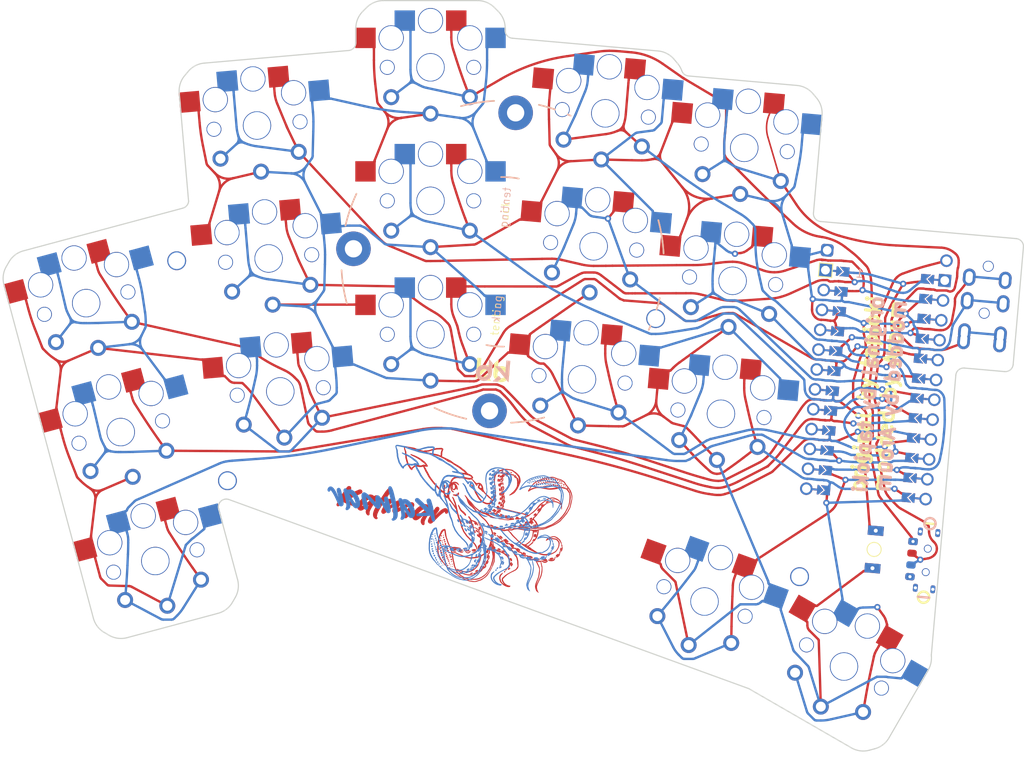
<source format=kicad_pcb>
(kicad_pcb (version 20221018) (generator pcbnew)
  (title_block (title "Kalmar") (date "2024-02-08") (rev "v0.3") (company "Aroum"))
  (layers (0 "F.Cu" signal) (31 "B.Cu" signal) (34 "B.Paste" user) (35 "F.Paste" user) (36 "B.SilkS" user "B.Silkscreen") (37 "F.SilkS" user "F.Silkscreen") (38 "B.Mask" user) (39 "F.Mask" user) (44 "Edge.Cuts" user))
  (net 0 "")
  (net 1 "VCC")
  (net 2 "GND")
  (net 3 "data")
  (net 4 "reset")
  (net 5 "Net-(SW1-C)")
  (net 6 "VBAT")
  (net 8 "r1c1")
  (net 9 "r1c2")
  (net 10 "r1c3")
  (net 11 "r1c4")
  (net 12 "r1c5")
  (net 13 "r2c1")
  (net 14 "r2c2")
  (net 15 "r2c3")
  (net 16 "r2c4")
  (net 17 "r2c5")
  (net 18 "r3c1")
  (net 19 "r3c2")
  (net 20 "r3c3")
  (net 21 "r3c4")
  (net 22 "r3c5")
  (net 23 "r4c1")
  (net 24 "r4c2")
  (footprint "Kicad:BIGSQUID" (layer "F.Cu") (at 119.812243 111.981976 -10)
    (fp_text reference "G***" hide)
    (fp_text value "LOGO" hide)
  )
  (footprint "Kicad:Tenting_Puck" (layer "F.Cu") (at 125.650243 80.011976 -5)
    (fp_text reference "REF**")
    (fp_text value "Tenting Puck")
  )
  (footprint "enki_lib:HOLE" (layer "F.Cu") (at 84.176043 79.876376)
    (fp_text reference "H3" hide)
    (fp_text value "Hole" hide)
  )
  (footprint "enki_lib:HOLE" (layer "F.Cu") (at 163.449443 120.109976)
    (fp_text reference "H1" hide)
    (fp_text value "Hole" hide)
  )
  (footprint "enki_lib:ChocV1_duplex_hotswap_topor" (layer "F.Cu") (at 72.652943 85.273876 15)
    (fp_text reference "SWr1c5" hide)
    (fp_text value "SW_PUSH" hide)
  )
  (footprint "enki_lib:ChocV1_duplex_hotswap_topor" (layer "F.Cu") (at 116.477143 55.242676)
    (fp_text reference "SWr1c3" hide)
    (fp_text value "SW_PUSH" hide)
  )
  (footprint "enki_lib:ChocV1_duplex_hotswap_topor" (layer "F.Cu") (at 153.443343 99.365376 -5)
    (fp_text reference "SWr3c1" hide)
    (fp_text value "SW_PUSH" hide)
  )
  (footprint "enki_lib:ChocV1_duplex_hotswap_topor" (layer "F.Cu") (at 97.357843 96.521276 5)
    (fp_text reference "SWr3c4" hide)
    (fp_text value "SW_PUSH" hide)
  )
  (footprint "enki_lib:ChocV1_duplex_hotswap_topor" (layer "F.Cu") (at 169.103743 131.552076 -30)
    (fp_text reference "SWr4c1" hide)
    (fp_text value "SW_PUSH" hide)
  )
  (footprint "enki_lib:ChocV1_duplex_hotswap_topor" (layer "F.Cu") (at 137.240443 78.038776 -5)
    (fp_text reference "SWr2c2" hide)
    (fp_text value "SW_PUSH" hide)
  )
  (footprint "enki_lib:ChocV1_duplex_hotswap_topor" (layer "F.Cu") (at 138.722043 61.103376 -5)
    (fp_text reference "SWr1c2" hide)
    (fp_text value "SW_PUSH" hide)
  )
  (footprint "enki_lib:ChocV1_duplex_hotswap_topor" (layer "F.Cu") (at 151.351543 123.274076 -20)
    (fp_text reference "SWr4c2" hide)
    (fp_text value "SW_PUSH" hide)
  )
  (footprint "enki_lib:HOLE" (layer "F.Cu") (at 90.634243 107.892576)
    (fp_text reference "H5" hide)
    (fp_text value "Hole" hide)
  )
  (footprint "" (layer "F.Cu") (at 185.236043 78.592376)
    (fp_text reference "")
    (fp_text value "")
  )
  (footprint "enki_lib:MJ-4PP-9_dual_topor" (layer "F.Cu") (at 187.609243 78.983576 -5)
    (fp_text reference "J1")
    (fp_text value "MJ-4PP-9" hide)
  )
  (footprint "enki_lib:ChocV1_duplex_hotswap_topor" (layer "F.Cu") (at 116.477143 72.242676)
    (fp_text reference "SWr2c3" hide)
    (fp_text value "SW_PUSH" hide)
  )
  (footprint "enki_lib:ChocV1_duplex_hotswap_topor" (layer "F.Cu") (at 154.924943 82.430076 -5)
    (fp_text reference "SWr2c1" hide)
    (fp_text value "SW_PUSH" hide)
  )
  (footprint "" (layer "F.Cu") (at 184.011043 92.222376)
    (fp_text reference "")
    (fp_text value "")
  )
  (footprint "enki_lib:SW_3x4x2_2legs_x2" (layer "F.Cu") (at 172.936043 116.642376 -95)
    (fp_text reference "RSW1")
    (fp_text value "SW_PUSH")
  )
  (footprint "enki_lib:ChocV1_duplex_hotswap_topor" (layer "F.Cu") (at 77.052943 101.694576 15)
    (fp_text reference "SWr2c5" hide)
    (fp_text value "SW_PUSH" hide)
  )
  (footprint "enki_lib:ChocV1_duplex_hotswap_topor" (layer "F.Cu") (at 116.477143 89.242676)
    (fp_text reference "SWr3c3" hide)
    (fp_text value "SW_PUSH" hide)
  )
  (footprint "enki_lib:HOLE" (layer "F.Cu") (at 145.136043 87.242376)
    (fp_text reference "H2" hide)
    (fp_text value "Hole" hide)
  )
  (footprint "enki_lib:ChocV1_duplex_hotswap_topor" (layer "F.Cu") (at 95.876143 79.585976 5)
    (fp_text reference "SWr2c4" hide)
    (fp_text value "SW_PUSH" hide)
  )
  (footprint "enki_lib:ChocV1_duplex_hotswap_topor" (layer "F.Cu") (at 94.394543 62.650676 5)
    (fp_text reference "SWr1c4" hide)
    (fp_text value "SW_PUSH" hide)
  )
  (footprint "enki_lib:ChocV1_duplex_hotswap_topor" (layer "F.Cu") (at 135.758743 94.974076 -5)
    (fp_text reference "SWr3c2" hide)
    (fp_text value "SW_PUSH" hide)
  )
  (footprint "enki_lib:ChocV1_duplex_hotswap_topor" (layer "F.Cu") (at 81.452843 118.115376 15)
    (fp_text reference "SWr3c5" hide)
    (fp_text value "SW_PUSH" hide)
  )
  (footprint "enki_lib:switch_MSK-12C02_smd_x2_topor" (layer "F.Cu") (at 179.636043 118.042376 -95)
    (fp_text reference "SW1" hide)
    (fp_text value "SW_SPDT" hide)
  )
  (footprint "enki_lib:ChocV1_duplex_hotswap_topor" (layer "F.Cu") (at 156.406643 65.494776 -5)
    (fp_text reference "SWr1c1" hide)
    (fp_text value "SW_PUSH" hide)
  )
  (footprint "enki_lib:ProMicro_duplex_clean" (layer "B.Cu") (at 173.116043 95.652376 175)
    (fp_text reference "U1" hide)
    (fp_text value "ProMicro_r" hide)
  )
  (gr_arc (start 106.977141 50.242733) (mid 107.205516 49.094691) (end 107.855823 48.121414) (stroke (width 0.15)) (layer "Edge.Cuts"))
  (gr_arc (start 156.901677 134.339689) (mid 156.982276 134.373073) (end 157.059657 134.413356) (stroke (width 0.15)) (layer "Edge.Cuts"))
  (gr_arc (start 191.030737 77.056512) (mid 191.709566 77.409956) (end 191.939775 78.139862) (stroke (width 0.15)) (layer "Edge.Cuts"))
  (gr_line (start 75.580805 127.578967) (end 74.968431 127.225414) (stroke (width 0.15)) (layer "Edge.Cuts"))
  (gr_line (start 189.549088 93.991822) (end 184.418685 93.542969) (stroke (width 0.15)) (layer "Edge.Cuts"))
  (gr_line (start 190.632439 93.082782) (end 191.939775 78.139862) (stroke (width 0.15)) (layer "Edge.Cuts"))
  (gr_line (start 89.511723 111.486316) (end 91.923245 120.486233) (stroke (width 0.15)) (layer "Edge.Cuts"))
  (gr_line (start 85.185399 56.307888) (end 85.63992 55.766212) (stroke (width 0.15)) (layer "Edge.Cuts"))
  (gr_line (start 166.125868 74.877619) (end 191.030735 77.056511) (stroke (width 0.15)) (layer "Edge.Cuts"))
  (gr_line (start 124.598463 47.621416) (end 125.098461 48.121416) (stroke (width 0.15)) (layer "Edge.Cuts"))
  (gr_line (start 157.059657 134.413356) (end 170.050038 141.913358) (stroke (width 0.15)) (layer "Edge.Cuts"))
  (gr_arc (start 190.632438 93.082782) (mid 190.27904 93.761661) (end 189.549088 93.991822) (stroke (width 0.15)) (layer "Edge.Cuts"))
  (gr_arc (start 149.313632 56.3418) (mid 148.789403 56.13699) (end 148.458874 55.681457) (stroke (width 0.15)) (layer "Edge.Cuts"))
  (gr_arc (start 77.857261 127.878669) (mid 76.68923 127.955211) (end 75.580805 127.578967) (stroke (width 0.15)) (layer "Edge.Cuts"))
  (gr_arc (start 172.326497 142.213059) (mid 171.158461 142.289615) (end 170.050038 141.913358) (stroke (width 0.15)) (layer "Edge.Cuts"))
  (gr_line (start 64.657492 78.616454) (end 84.949897 73.179116) (stroke (width 0.15)) (layer "Edge.Cuts"))
  (gr_arc (start 108.355821 47.621416) (mid 109.329099 46.971127) (end 110.477141 46.742736) (stroke (width 0.15)) (layer "Edge.Cuts"))
  (gr_arc (start 145.440076 53.158754) (mid 146.563872 53.486278) (end 147.476742 54.218974) (stroke (width 0.15)) (layer "Edge.Cuts"))
  (gr_arc (start 85.63992 55.766212) (mid 86.552808 55.033546) (end 87.676586 54.705993) (stroke (width 0.15)) (layer "Edge.Cuts"))
  (gr_line (start 125.977141 50.242736) (end 125.977142 50.539634) (stroke (width 0.15)) (layer "Edge.Cuts"))
  (gr_arc (start 174.831127 140.632268) (mid 174.059337 141.512332) (end 173.009508 142.030046) (stroke (width 0.15)) (layer "Edge.Cuts"))
  (gr_line (start 165.161305 58.610328) (end 165.615826 59.152004) (stroke (width 0.15)) (layer "Edge.Cuts"))
  (gr_line (start 91.623543 122.76269) (end 91.26999 123.375063) (stroke (width 0.15)) (layer "Edge.Cuts"))
  (gr_line (start 179.831127 131.972014) (end 174.831128 140.632267) (stroke (width 0.15)) (layer "Edge.Cuts"))
  (gr_arc (start 165.615826 59.152004) (mid 166.178837 60.178251) (end 166.306276 61.341834) (stroke (width 0.15)) (layer "Edge.Cuts"))
  (gr_arc (start 62.182615 82.903059) (mid 62.10605 81.735019) (end 62.482318 80.626601) (stroke (width 0.15)) (layer "Edge.Cuts"))
  (gr_arc (start 183.335334 94.452008) (mid 183.688744 93.773121) (end 184.418685 93.542969) (stroke (width 0.15)) (layer "Edge.Cuts"))
  (gr_line (start 107.855823 48.121414) (end 108.355821 47.621416) (stroke (width 0.15)) (layer "Edge.Cuts"))
  (gr_line (start 110.477141 46.742736) (end 122.477143 46.742736) (stroke (width 0.15)) (layer "Edge.Cuts"))
  (gr_line (start 180.221876 130.039006) (end 183.335335 94.452008) (stroke (width 0.15)) (layer "Edge.Cuts"))
  (gr_arc (start 84.494949 58.497718) (mid 84.622391 57.334138) (end 85.185399 56.307888) (stroke (width 0.15)) (layer "Edge.Cuts"))
  (gr_arc (start 62.835875 80.014229) (mid 63.607673 79.134184) (end 64.657492 78.616454) (stroke (width 0.15)) (layer "Edge.Cuts"))
  (gr_arc (start 74.968431 127.225414) (mid 74.088383 126.453616) (end 73.570654 125.403794) (stroke (width 0.15)) (layer "Edge.Cuts"))
  (gr_line (start 173.009508 142.030046) (end 172.326497 142.213059) (stroke (width 0.15)) (layer "Edge.Cuts"))
  (gr_arc (start 106.977141 52.101084) (mid 106.714415 52.776669) (end 106.064297 53.097277) (stroke (width 0.15)) (layer "Edge.Cuts"))
  (gr_line (start 62.835875 80.014229) (end 62.482318 80.626601) (stroke (width 0.15)) (layer "Edge.Cuts"))
  (gr_line (start 106.977141 52.101081) (end 106.97714 50.242736) (stroke (width 0.15)) (layer "Edge.Cuts"))
  (gr_line (start 149.313633 56.341801) (end 163.12464 57.550107) (stroke (width 0.15)) (layer "Edge.Cuts"))
  (gr_line (start 89.448371 124.77284) (end 77.857261 127.878667) (stroke (width 0.15)) (layer "Edge.Cuts"))
  (gr_arc (start 180.221816 130.212626) (mid 180.161705 131.122351) (end 179.831126 131.972014) (stroke (width 0.15)) (layer "Edge.Cuts"))
  (gr_arc (start 89.511724 111.486317) (mid 89.80205 110.490202) (end 90.81967 110.287805) (stroke (width 0.15)) (layer "Edge.Cuts"))
  (gr_line (start 147.476742 54.218974) (end 147.931262 54.760648) (stroke (width 0.15)) (layer "Edge.Cuts"))
  (gr_line (start 87.676586 54.705993) (end 106.064297 53.097277) (stroke (width 0.15)) (layer "Edge.Cuts"))
  (gr_arc (start 126.889986 51.535831) (mid 126.239842 51.21523) (end 125.977142 50.539634) (stroke (width 0.15)) (layer "Edge.Cuts"))
  (gr_arc (start 122.477142 46.742736) (mid 123.625189 46.971101) (end 124.598463 47.621416) (stroke (width 0.15)) (layer "Edge.Cuts"))
  (gr_arc (start 163.124639 57.550106) (mid 164.248426 57.877651) (end 165.161305 58.610328) (stroke (width 0.15)) (layer "Edge.Cuts"))
  (gr_line (start 62.182616 82.903059) (end 73.570654 125.403794) (stroke (width 0.15)) (layer "Edge.Cuts"))
  (gr_arc (start 125.098461 48.121416) (mid 125.748802 49.094678) (end 125.977141 50.242736) (stroke (width 0.15)) (layer "Edge.Cuts"))
  (gr_arc (start 91.923244 120.486232) (mid 91.999795 121.654267) (end 91.623543 122.76269) (stroke (width 0.15)) (layer "Edge.Cuts"))
  (gr_arc (start 166.125866 74.877616) (mid 165.447014 74.5242) (end 165.21683 73.794266) (stroke (width 0.15)) (layer "Edge.Cuts"))
  (gr_line (start 165.21683 73.794266) (end 166.306276 61.341834) (stroke (width 0.15)) (layer "Edge.Cuts"))
  (gr_arc (start 180.221816 130.212625) (mid 180.218073 130.125814) (end 180.221876 130.039006) (stroke (width 0.15)) (layer "Edge.Cuts"))
  (gr_arc (start 147.931262 54.760648) (mid 148.236114 55.197535) (end 148.458874 55.681457) (stroke (width 0.15)) (layer "Edge.Cuts"))
  (gr_arc (start 91.26999 123.375063) (mid 90.498194 124.255117) (end 89.448371 124.77284) (stroke (width 0.15)) (layer "Edge.Cuts"))
  (gr_line (start 126.889985 51.53583) (end 145.440076 53.158751) (stroke (width 0.15)) (layer "Edge.Cuts"))
  (gr_line (start 90.81967 110.287805) (end 156.901678 134.339689) (stroke (width 0.15)) (layer "Edge.Cuts"))
  (gr_line (start 84.494949 58.497718) (end 85.68727 72.311976) (stroke (width 0.15)) (layer "Edge.Cuts"))
  (gr_arc (start 85.68727 72.311976) (mid 85.453724 72.860462) (end 84.949897 73.179116) (stroke (width 0.15)) (layer "Edge.Cuts"))
  (gr_text "original by tapioki\nmodded by Aroum" (at 173.656043 97.022376 85) (layer "B.SilkS") (effects (font (size 1.8 1.8) (thickness 0.4) bold) (justify mirror)))
  (gr_text "original by tapioki\nmodded by Aroum" (at 173.335 96.965 85) (layer "F.SilkS") (effects (font (size 1.8 1.8) (thickness 0.4) bold)))
  (segment (start 179.558714 88.570736) (end 179.402043 88.564025) (width 0.3) (layer "F.Cu") (net 1))
  (segment (start 183.287124 84.54149) (end 183.38787 84.327643) (width 0.3) (layer "F.Cu") (net 1))
  (segment (start 177.967443 88.538775) (end 177.694059 88.812159) (width 0.3) (layer "F.Cu") (net 1))
  (segment (start 181.333233 88.725576) (end 181.481906 88.725576) (width 0.3) (layer "F.Cu") (net 1))
  (segment (start 178.447797 88.473176) (end 178.222256 88.473176) (width 0.3) (layer "F.Cu") (net 1))
  (segment (start 178.961343 88.514625) (end 179.033077 88.526281) (width 0.3) (layer "F.Cu") (net 1))
  (segment (start 180.127993 88.601576) (end 180.021194 88.596993) (width 0.3) (layer "F.Cu") (net 1))
  (segment (start 178.426235 89.368589) (end 178.477143 89.747176) (width 0.3) (layer "F.Cu") (net 1))
  (segment (start 178.266842 89.281278) (end 178.315241 89.285487) (width 0.3) (layer "F.Cu") (net 1))
  (segment (start 178.315241 89.285487) (end 178.341543 89.287776) (width 0.3) (layer "F.Cu") (net 1))
  (segment (start 177.603143 88.924626) (end 177.586729 88.949993) (width 0.3) (layer "F.Cu") (net 1))
  (segment (start 180.587093 88.665475) (end 180.303833 88.619546) (width 0.3) (layer "F.Cu") (net 1))
  (segment (start 178.266842 89.281278) (end 178.242643 89.279176) (width 0.3) (layer "F.Cu") (net 1))
  (segment (start 183.99057 83.565181) (end 184.920092 82.387629) (width 0.3) (layer "F.Cu") (net 1))
  (segment (start 182.846844 87.47003) (end 183.148393 85.915638) (width 0.3) (layer "F.Cu") (net 1))
  (segment (start 177.563643 89.028176) (end 177.563643 89.070676) (width 0.3) (layer "F.Cu") (net 1))
  (segment (start 183.227343 85.094126) (end 183.227343 84.729745) (width 0.3) (layer "F.Cu") (net 1))
  (segment (start 177.563643 89.070676) (end 178.195275 89.269773) (width 0.3) (layer "F.Cu") (net 1))
  (segment (start 179.810887 88.587976) (end 179.880989 88.59098) (width 0.3) (layer "F.Cu") (net 1))
  (segment (start 179.880989 88.59098) (end 180.021194 88.596993) (width 0.3) (layer "F.Cu") (net 1))
  (segment (start 185.026093 82.120426) (end 185.039143 81.970976) (width 0.3) (layer "F.Cu") (net 1))
  (segment (start 179.674316 88.576316) (end 179.745586 88.584344) (width 0.3) (layer "F.Cu") (net 1))
  (via (at 177.563643 89.070676) (size 0.8) (drill 0.4) (layers "F.Cu" "B.Cu") (net 1))
  (arc (start 180.303833 88.619546) (mid 180.216177 88.60797) (end 180.127993 88.601576) (width 0.3) (layer "F.Cu") (net 1))
  (arc (start 179.402043 88.564025) (mid 179.217001 88.550609) (end 179.033077 88.526281) (width 0.3) (layer "F.Cu") (net 1))
  (arc (start 177.603143 88.924626) (mid 177.64563 88.86599) (end 177.694059 88.812159) (width 0.3) (layer "F.Cu") (net 1))
  (arc (start 178.961343 88.514625) (mid 178.705405 88.483555) (end 178.447797 88.473176) (width 0.3) (layer "F.Cu") (net 1))
  (arc (start 179.810887 88.587976) (mid 179.794541 88.587313) (end 179.778193 88.586726) (width 0.3) (layer "F.Cu") (net 1))
  (arc (start 183.287124 84.54149) (mid 183.266288 84.587117) (end 183.246543 84.633226) (width 0.3) (layer "F.Cu") (net 1))
  (arc (start 183.665493 83.931726) (mid 183.509688 84.117768) (end 183.38787 84.327643) (width 0.3) (layer "F.Cu") (net 1))
  (arc (start 179.616593 88.572526) (mid 179.645498 88.573748) (end 179.674316 88.576316) (width 0.3) (layer "F.Cu") (net 1))
  (arc (start 181.333233 88.725576) (mid 180.958954 88.710526) (end 180.587093 88.665475) (width 0.3) (layer "F.Cu") (net 1))
  (arc (start 178.084743 88.481576) (mid 178.153371 88.475277) (end 178.222256 88.473176) (width 0.3) (layer "F.Cu") (net 1))
  (arc (start 183.227343 84.729745) (mid 183.232189 84.68054) (end 183.246543 84.633226) (width 0.3) (layer "F.Cu") (net 1))
  (arc (start 178.242643 89.279176) (mid 178.218701 89.275771) (end 178.195275 89.269773) (width 0.3) (layer "F.Cu") (net 1))
  (arc (start 182.376493 88.355026) (mid 182.677842 87.947697) (end 182.846844 87.47003) (width 0.3) (layer "F.Cu") (net 1))
  (arc (start 177.967443 88.538775) (mid 178.021305 88.500358) (end 178.084743 88.481576) (width 0.3) (layer "F.Cu") (net 1))
  (arc (start 183.665493 83.931726) (mid 183.833282 83.75311) (end 183.99057 83.565181) (width 0.3) (layer "F.Cu") (net 1))
  (arc (start 183.227343 85.094126) (mid 183.20756 85.506774) (end 183.148393 85.915638) (width 0.3) (layer "F.Cu") (net 1))
  (arc (start 179.558714 88.570736) (mid 179.587648 88.571803) (end 179.616593 88.572526) (width 0.3) (layer "F.Cu") (net 1))
  (arc (start 181.481906 88.725576) (mid 181.966053 88.629273) (end 182.376493 88.355026) (width 0.3) (layer "F.Cu") (net 1))
  (arc (start 177.563643 89.028176) (mid 177.569535 88.987415) (end 177.586729 88.949993) (width 0.3) (layer "F.Cu") (net 1))
  (arc (start 178.426235 89.368589) (mid 178.398072 89.313318) (end 178.341543 89.287776) (width 0.3) (layer "F.Cu") (net 1))
  (arc (start 184.920092 82.387629) (mid 184.99264 82.261782) (end 185.026093 82.120426) (width 0.3) (layer "F.Cu") (net 1))
  (arc (start 179.778193 88.586726) (mid 179.761866 88.585855) (end 179.745586 88.584344) (width 0.3) (layer "F.Cu") (net 1))
  (segment (start 185.100993 81.870271) (end 189.577741 82.26104) (width 0.3) (layer "B.Cu") (net 1))
  (segment (start 168.978065 88.537882) (end 168.861843 88.905976) (width 0.3) (layer "B.Cu") (net 1))
  (segment (start 171.627355 88.891746) (end 176.126867 89.08365) (width 0.3) (layer "B.Cu") (net 1))
  (segment (start 169.869324 88.471676) (end 170.222241 88.471676) (width 0.3) (layer "B.Cu") (net 1))
  (segment (start 170.877143 88.678476) (end 171.047629 88.798071) (width 0.3) (layer "B.Cu") (net 1))
  (segment (start 169.389792 88.475575) (end 169.225019 88.478256) (width 0.3) (layer "B.Cu") (net 1))
  (segment (start 189.626193 82.318776) (end 189.621543 82.371876) (width 0.3) (layer "B.Cu") (net 1))
  (segment (start 177.061643 89.103576) (end 177.505442 89.103576) (width 0.3) (layer "B.Cu") (net 1))
  (segment (start 185.043743 81.918326) (end 185.039143 81.970976) (width 0.3) (layer "B.Cu") (net 1))
  (segment (start 177.563643 89.070676) (end 177.546443 89.087126) (width 0.3) (layer "B.Cu") (net 1))
  (arc (start 169.075343 88.472926) (mid 169.015284 88.488302) (end 168.978065 88.537882) (width 0.3) (layer "B.Cu") (net 1))
  (arc (start 169.869324 88.471676) (mid 169.62955 88.47265) (end 169.389792 88.475575) (width 0.3) (layer "B.Cu") (net 1))
  (arc (start 189.626193 82.318776) (mid 189.613926 82.279871) (end 189.577741 82.26104) (width 0.3) (layer "B.Cu") (net 1))
  (arc (start 171.323793 88.885276) (mid 171.475608 88.886893) (end 171.627355 88.891746) (width 0.3) (layer "B.Cu") (net 1))
  (arc (start 177.505442 89.103576) (mid 177.527531 89.09931) (end 177.546443 89.087126) (width 0.3) (layer "B.Cu") (net 1))
  (arc (start 169.075343 88.472926) (mid 169.150112 88.477532) (end 169.225019 88.478256) (width 0.3) (layer "B.Cu") (net 1))
  (arc (start 177.061643 89.103576) (mid 176.594149 89.098593) (end 176.126867 89.08365) (width 0.3) (layer "B.Cu") (net 1))
  (arc (start 171.323793 88.885276) (mid 171.17899 88.862956) (end 171.047629 88.798071) (width 0.3) (layer "B.Cu") (net 1))
  (arc (start 170.877143 88.678476) (mid 170.565629 88.524604) (end 170.222241 88.471676) (width 0.3) (layer "B.Cu") (net 1))
  (arc (start 185.100993 81.870271) (mid 185.062416 81.882442) (end 185.043743 81.918326) (width 0.3) (layer "B.Cu") (net 1))
  (segment (start 178.706643 85.115126) (end 178.66951 85.11187) (width 0.3) (layer "F.Cu") (net 2))
  (segment (start 89.127683 93.791149) (end 88.447403 93.222401) (width 0.3) (layer "F.Cu") (net 2))
  (segment (start 109.84893 59.926864) (end 110.623293 60.861826) (width 0.3) (layer "F.Cu") (net 2))
  (segment (start 178.804083 85.05022) (end 178.919843 84.686476) (width 0.3) (layer "F.Cu") (net 2))
  (segment (start 69.416787 93.896899) (end 68.86955 98.512054) (width 0.3) (layer "F.Cu") (net 2))
  (segment (start 147.670149 120.863475) (end 149.333643 128.818276) (width 0.3) (layer "F.Cu") (net 2))
  (segment (start 91.52146 95.420407) (end 92.407312 95.435015) (width 0.3) (layer "F.Cu") (net 2))
  (segment (start 131.641163 64.981832) (end 131.558956 61.851364) (width 0.3) (layer "F.Cu") (net 2))
  (segment (start 87.599572 92.513573) (end 87.882182 92.749849) (width 0.3) (layer "F.Cu") (net 2))
  (segment (start 168.194346 86.966877) (end 168.192877 86.983676) (width 0.3) (layer "F.Cu") (net 2))
  (segment (start 147.023689 93.849423) (end 147.367043 93.507276) (width 0.3) (layer "F.Cu") (net 2))
  (segment (start 147.305595 62.035467) (end 148.489943 61.037876) (width 0.3) (layer "F.Cu") (net 2))
  (segment (start 132.432843 66.266326) (end 131.775869 65.341786) (width 0.3) (layer "F.Cu") (net 2))
  (segment (start 168.206693 86.825876) (end 168.194346 86.966877) (width 0.3) (layer "F.Cu") (net 2))
  (segment (start 109.699929 59.571929) (end 109.450282 57.378548) (width 0.3) (layer "F.Cu") (net 2))
  (segment (start 130.360745 88.341684) (end 136.726243 83.916276) (width 0.3) (layer "F.Cu") (net 2))
  (segment (start 178.528974 85.1385) (end 176.937743 86.612176) (width 0.3) (layer "F.Cu") (net 2))
  (segment (start 131.715853 58.031076) (end 131.702783 58.180478) (width 0.3) (layer "F.Cu") (net 2))
  (segment (start 86.893692 60.640931) (end 85.824243 59.636176) (width 0.3) (layer "F.Cu") (net 2))
  (segment (start 165.034643 86.036364) (end 165.034643 86.132139) (width 0.3) (layer "F.Cu") (net 2))
  (segment (start 89.572131 71.023947) (end 88.349179 75.065036) (width 0.3) (layer "F.Cu") (net 2))
  (segment (start 176.777193 86.756276) (end 176.937743 86.612176) (width 0.3) (layer "F.Cu") (net 2))
  (segment (start 86.974513 60.991078) (end 87.088393 62.292776) (width 0.3) (layer "F.Cu") (net 2))
  (segment (start 134.37719 67.200447) (end 138.207843 66.980876) (width 0.3) (layer "F.Cu") (net 2))
  (segment (start 129.576943 88.901276) (end 129.238444 89.149397) (width 0.3) (layer "F.Cu") (net 2))
  (segment (start 64.947043 84.724526) (end 64.96645 84.796973) (width 0.3) (layer "F.Cu") (net 2))
  (segment (start 112.758949 61.683566) (end 116.477143 61.142676) (width 0.3) (layer "F.Cu") (net 2))
  (segment (start 165.445593 123.788176) (end 165.49285 123.81546) (width 0.3) (layer "F.Cu") (net 2))
  (segment (start 146.057991 119.174466) (end 147.601307 120.71833) (width 0.3) (layer "F.Cu") (net 2))
  (segment (start 132.590295 68.370676) (end 130.59371 72.316501) (width 0.3) (layer "F.Cu") (net 2))
  (segment (start 130.578532 72.386575) (end 130.580643 72.362376) (width 0.3) (layer "F.Cu") (net 2))
  (segment (start 87.467342 92.472025) (end 87.430257 92.475277) (width 0.3) (layer "F.Cu") (net 2))
  (segment (start 145.687242 118.442877) (end 145.690393 118.444026) (width 0.3) (layer "F.Cu") (net 2))
  (segment (start 176.464096 87.052922) (end 176.301905 87.215113) (width 0.3) (layer "F.Cu") (net 2))
  (segment (start 128.83934 91.705634) (end 128.363827 91.138975) (width 0.3) (layer "F.Cu") (net 2))
  (segment (start 130.578532 72.386575) (end 130.574299 72.434972) (width 0.3) (layer "F.Cu") (net 2))
  (segment (start 86.961435 60.841676) (end 86.954893 60.766976) (width 0.3) (layer "F.Cu") (net 2))
  (segment (start 128.700992 74.102525) (end 128.135772 74.575078) (width 0.3) (layer "F.Cu") (net 2))
  (segment (start 86.961435 60.841676) (end 86.974513 60.991078) (width 0.3) (layer "F.Cu") (net 2))
  (segment (start 74.565545 120.370178) (end 75.30894 121.113573) (width 0.3) (layer "F.Cu") (net 2))
  (segment (start 167.818013 87.522735) (end 167.833493 87.526625) (width 0.3) (layer "F.Cu") (net 2))
  (segment (start 130.571993 72.461276) (end 130.574299 72.434972) (width 0.3) (layer "F.Cu") (net 2))
  (segment (start 147.124955 100.469895) (end 146.146742 99.738526) (width 0.3) (layer "F.Cu") (net 2))
  (segment (start 179.524186 91.114644) (end 179.452916 91.106617) (width 0.3) (layer "F.Cu") (net 2))
  (segment (start 107.127118 85.465379) (end 108.202143 85.492676) (width 0.3) (layer "F.Cu") (net 2))
  (segment (start 109.352143 67.267676) (end 109.352143 67.245701) (width 0.3) (layer "F.Cu") (net 2))
  (segment (start 129.944575 73.05894) (end 130.50809 72.584284) (width 0.3) (layer "F.Cu") (net 2))
  (segment (start 68.877742 98.734526) (end 68.871319 98.710538) (width 0.3) (layer "F.Cu") (net 2))
  (segment (start 164.300793 125.770776) (end 164.322296 125.783191) (width 0.3) (layer "F.Cu") (net 2))
  (segment (start 110.971985 63.090496) (end 109.363698 67.101756) (width 0.3) (layer "F.Cu") (net 2))
  (segment (start 147.235153 62.233176) (end 147.233043 62.257376) (width 0.3) (layer "F.Cu") (net 2))
  (segment (start 89.014443 68.686525) (end 88.121711 67.751555) (width 0.3) (layer "F.Cu") (net 2))
  (segment (start 145.348193 96.122576) (end 145.341651 96.197276) (width 0.3) (layer "F.Cu") (net 2))
  (segment (start 145.680939 118.440582) (end 145.616743 118.417225) (width 0.3) (layer "F.Cu") (net 2))
  (segment (start 72.91289 108.703) (end 73.162093 108.873926) (width 0.3) (layer "F.Cu") (net 2))
  (segment (start 180.203613 91.169483) (end 180.365743 91.195776) (width 0.3) (layer "F.Cu") (net 2))
  (segment (start 128.877718 91.875119) (end 128.880992 91.837775) (width 0.3) (layer "F.Cu") (net 2))
  (segment (start 148.662879 100.924534) (end 147.432884 100.607336) (width 0.3) (layer "F.Cu") (net 2))
  (segment (start 164.444549 126.333191) (end 164.434146 125.933027) (width 0.3) (layer "F.Cu") (net 2))
  (segment (start 109.225829 52.587884) (end 108.202143 51.492676) (width 0.3) (layer "F.Cu") (net 2))
  (segment (start 181.260443 91.255876) (end 181.111784 91.255876) (width 0.3) (layer "F.Cu") (net 2))
  (segment (start 127.966457 74.613374) (end 128.003543 74.616626) (width 0.3) (layer "F.Cu") (net 2))
  (segment (start 130.576108 92.973637) (end 130.808323 92.973586) (width 0.3) (layer "F.Cu") (net 2))
  (segment (start 147.239386 62.184778) (end 147.235153 62.233176) (width 0.3) (layer "F.Cu") (net 2))
  (segment (start 167.878391 87.510168) (end 168.130636 87.15823) (width 0.3) (layer "F.Cu") (net 2))
  (segment (start 65.303342 86.054076) (end 65.005273 84.941866) (width 0.3) (layer "F.Cu") (net 2))
  (segment (start 87.882182 92.749849) (end 88.447403 93.222401) (width 0.3) (layer "F.Cu") (net 2))
  (segment (start 150.247286 102.363274) (end 152.929143 105.242876) (width 0.3) (layer "F.Cu") (net 2))
  (segment (start 164.216267 125.660877) (end 164.024092 124.950126) (width 0.3) (layer "F.Cu") (net 2))
  (segment (start 90.284589 94.565828) (end 90.867718 95.146908) (width 0.3) (layer "F.Cu") (net 2))
  (segment (start 73.665909 117.450836) (end 73.108393 117.064226) (width 0.3) (layer "F.Cu") (net 2))
  (segment (start 165.49285 123.81546) (end 165.510545 123.825672) (width 0.3) (layer "F.Cu") (net 2))
  (segment (start 128.463842 89.995391) (end 129.030501 89.519878) (width 0.3) (layer "F.Cu") (net 2))
  (segment (start 129.144792 89.229725) (end 129.118296 89.256222) (width 0.3) (layer "F.Cu") (net 2))
  (segment (start 168.075443 88.093375) (end 168.079231 88.160707) (width 0.3) (layer "F.Cu") (net 2))
  (segment (start 178.256673 90.997076) (end 178.127712 90.997076) (width 0.3) (layer "F.Cu") (net 2))
  (segment (start 69.36645 101.217673) (end 69.347043 101.145226) (width 0.3) (layer "F.Cu") (net 2))
  (segment (start 149.009135 101.093768) (end 149.380843 101.465476) (width 0.3) (layer "F.Cu") (net 2))
  (segment (start 87.959066 67.402568) (end 87.505508 65.171325) (width 0.3) (layer "F.Cu") (net 2))
  (segment (start 165.588143 123.835876) (end 165.538457 123.835876) (width 0.3) (layer "F.Cu") (net 2))
  (segment (start 131.715853 58.031076) (end 131.722393 57.956376) (width 0.3) (layer "F.Cu") (net 2))
  (segment (start 109.352143 67.201751) (end 109.352143 67.161626) (width 0.3) (layer "F.Cu") (net 2))
  (segment (start 130.984358 93.046491) (end 131.356093 93.418226) (width 0.3) (layer "F.Cu") (net 2))
  (segment (start 89.692903 94.263702) (end 89.975513 94.499978) (width 0.3) (layer "F.Cu") (net 2))
  (segment (start 73.271219 115.131338) (end 73.277642 115.155326) (width 0.3) (layer "F.Cu") (net 2))
  (segment (start 143.930357 99.537689) (end 141.305049 100.842534) (width 0.3) (layer "F.Cu") (net 2))
  (segment (start 179.071193 91.089676) (end 179.166288 91.093757) (width 0.3) (layer "F.Cu") (net 2))
  (segment (start 147.222183 62.304232) (end 145.768481 66.064301) (width 0.3) (layer "F.Cu") (net 2))
  (segment (start 78.50203 121.435188) (end 82.979843 123.814376) (width 0.3) (layer "F.Cu") (net 2))
  (segment (start 164.720924 126.98884) (end 165.808761 128.077369) (width 0.3) (layer "F.Cu") (net 2))
  (segment (start 166.189142 87.397225) (end 166.227052 87.397221) (width 0.3) (layer "F.Cu") (net 2))
  (segment (start 132.018238 94.340402) (end 135.244543 100.851576) (width 0.3) (layer "F.Cu") (net 2))
  (segment (start 73.2597 115.292821) (end 72.864368 115.981447) (width 0.3) (layer "F.Cu") (net 2))
  (segment (start 129.098911 89.346582) (end 129.094493 89.396976) (width 0.3) (layer "F.Cu") (net 2))
  (segment (start 168.192143 86.992076) (end 168.192877 86.983676) (width 0.3) (layer "F.Cu") (net 2))
  (segment (start 164.596459 123.958834) (end 165.308155 123.769917) (width 0.3) (layer "F.Cu") (net 2))
  (segment (start 165.696097 123.800116) (end 171.586358 119.416863) (width 0.3) (layer "F.Cu") (net 2))
  (segment (start 179.280304 91.098626) (end 179.337313 91.101047) (width 0.3) (layer "F.Cu") (net 2))
  (segment (start 131.684038 57.821621) (end 130.805343 56.646476) (width 0.3) (layer "F.Cu") (net 2))
  (segment (start 69.36645 101.217673) (end 69.405273 101.362566) (width 0.3) (layer "F.Cu") (net 2))
  (segment (start 184.320093 90.189526) (end 184.333143 90.040076) (width 0.3) (layer "F.Cu") (net 2))
  (segment (start 89.127683 93.791149) (end 89.692903 94.263702) (width 0.3) (layer "F.Cu") (net 2))
  (segment (start 152.315738 71.939325) (end 155.892443 71.372276) (width 0.3) (layer "F.Cu") (net 2))
  (segment (start 145.680939 118.440582) (end 145.687242 118.442877) (width 0.3) (layer "F.Cu") (net 2))
  (segment (start 165.519393 123.830776) (end 165.510545 123.825672) (width 0.3) (layer "F.Cu") (net 2))
  (segment (start 69.266009 101.030036) (end 68.708493 100.643426) (width 0.3) (layer "F.Cu") (net 2))
  (segment (start 145.514466 118.323617) (end 144.858143 116.919976) (width 0.3) (layer "F.Cu") (net 2))
  (segment (start 74.776463 109.031472) (end 78.579943 107.393576) (width 0.3) (layer "F.Cu") (net 2))
  (segment (start 109.352143 67.201751) (end 109.352143 67.245701) (width 0.3) (layer "F.Cu") (net 2))
  (segment (start 167.874335 87.559615) (end 168.004447 87.82344) (width 0.3) (layer "F.Cu") (net 2))
  (segment (start 165.483425 87.104958) (end 165.405193 87.026726) (width 0.3) (layer "F.Cu") (net 2))
  (segment (start 122.005773 95.223476) (end 121.477143 95.223476) (width 0.3) (layer "F.Cu") (net 2))
  (segment (start 93.744384 96.776904) (end 97.872043 102.398776) (width 0.3) (layer "F.Cu") (net 2))
  (segment (start 92.614323 95.521756) (end 92.985993 95.893426) (width 0.3) (layer "F.Cu") (net 2))
  (segment (start 70.376482 92.610845) (end 74.179943 90.972876) (width 0.3) (layer "F.Cu") (net 2))
  (segment (start 178.55983 91.015757) (end 178.920003 91.074186) (width 0.3) (layer "F.Cu") (net 2))
  (segment (start 71.404713 107.194641) (end 70.517366 104.942724) (width 0.3) (layer "F.Cu") (net 2))
  (segment (start 167.382704 87.518476) (end 167.766581 87.518476) (width 0.3) (layer "F.Cu") (net 2))
  (segment (start 148.276003 76.706819) (end 149.121593 74.519876) (width 0.3) (layer "F.Cu") (net 2))
  (segment (start 128.463842 89.995391) (end 127.219293 91.037826) (width 0.3) (layer "F.Cu") (net 2))
  (segment (start 88.340592 75.251276) (end 88.337341 75.21419) (width 0.3) (layer "F.Cu") (net 2))
  (segment (start 109.277043 54.324576) (end 109.277043 52.942676) (width 0.3) (layer "F.Cu") (net 2))
  (segment (start 106.752143 85.463476) (end 96.390343 85.463476) (width 0.3) (layer "F.Cu") (net 2))
  (segment (start 135.244543 100.851576) (end 139.154926 100.946295) (width 0.3) (layer "F.Cu") (net 2))
  (segment (start 126.484757 91.548674) (end 126.521843 91.551925) (width 0.3) (layer "F.Cu") (net 2))
  (segment (start 127.820501 74.63273) (end 122.371381 77.685541) (width 0.3) (layer "F.Cu") (net 2))
  (segment (start 148.160374 92.832106) (end 154.410743 88.307576) (width 0.3) (layer "F.Cu") (net 2))
  (segment (start 145.695914 118.447547) (end 145.734843 118.486476) (width 0.3) (layer "F.Cu") (net 2))
  (segment (start 109.277043 52.792676) (end 109.277043 52.717676) (width 0.3) (layer "F.Cu") (net 2))
  (segment (start 145.784617 118.585564) (end 145.791643 118.633476) (width 0.3) (layer "F.Cu") (net 2))
  (segment (start 148.263032 76.777875) (end 148.265143 76.753676) (width 0.3) (layer "F.Cu") (net 2))
  (segment (start 179.166288 91.093757) (end 179.280304 91.098626) (width 0.3) (layer "F.Cu") (net 2))
  (segment (start 126.343928 91.57511) (end 122.653707 94.962827) (width 0.3) (layer "F.Cu") (net 2))
  (segment (start 147.239386 62.184778) (end 147.241693 62.158476) (width 0.3) (layer "F.Cu") (net 2))
  (segment (start 140.937165 100.961476) (end 140.408543 100.961476) (width 0.3) (layer "F.Cu") (net 2))
  (segment (start 74.418103 120.070439) (end 73.805173 117.783366) (width 0.3) (layer "F.Cu") (net 2))
  (segment (start 142.118226 67.075595) (end 138.207843 66.980876) (width 0.3) (layer "F.Cu") (net 2))
  (segment (start 73.269451 114.932855) (end 73.816778 110.31747) (width 0.3) (layer "F.Cu") (net 2))
  (segment (start 148.258799 76.826272) (end 148.256493 76.852576) (width 0.3) (layer "F.Cu") (net 2))
  (segment (start 177.844474 90.937743) (end 177.431401 90.539997) (width 0.3) (layer "F.Cu") (net 2))
  (segment (start 71.585435 107.537168) (end 71.957143 107.908876) (width 0.3) (layer "F.Cu") (net 2))
  (segment (start 166.973193 87.457275) (end 167.331048 87.515301) (width 0.3) (layer "F.Cu") (net 2))
  (segment (start 106.902143 85.463476) (end 106.977143 85.463476) (width 0.3) (layer "F.Cu") (net 2))
  (segment (start 148.484746 70.469466) (end 145.973763 67.369778) (width 0.3) (layer "F.Cu") (net 2))
  (segment (start 91.328852 69.373064) (end 94.908743 68.528176) (width 0.3) (layer "F.Cu") (net 2))
  (segment (start 90.144828 94.538274) (end 90.107743 94.541526) (width 0.3) (layer "F.Cu") (net 2))
  (segment (start 165.119143 84.755376) (end 165.076893 85.181676) (width 0.3) (layer "F.Cu") (net 2))
  (segment (start 148.19259 76.975584) (end 147.008243 77.973176) (width 0.3) (layer "F.Cu") (net 2))
  (segment (start 122.005938 77.814597) (end 116.477143 78.142676) (width 0.3) (layer "F.Cu") (net 2))
  (segment (start 129.012879 92.110098) (end 129.91949 92.735239) (width 0.3) (layer "F.Cu") (net 2))
  (segment (start 106.902143 85.463476) (end 106.752143 85.463476) (width 0.3) (layer "F.Cu") (net 2))
  (segment (start 145.21418 97.654613) (end 145.328575 96.346678) (width 0.3) (layer "F.Cu") (net 2))
  (segment (start 145.341651 96.197276) (end 145.328575 96.346678) (width 0.3) (layer "F.Cu") (net 2))
  (segment (start 67.185435 91.116468) (end 67.557143 91.488176) (width 0.3) (layer "F.Cu") (net 2))
  (segment (start 168.132978 88.426205) (end 168.861843 88.905976) (width 0.3) (layer "F.Cu") (net 2))
  (segment (start 145.365929 95.973728) (end 145.440692 95.478175) (width 0.3) (layer "F.Cu") (net 2))
  (segment (start 171.909918 119.378394) (end 172.726843 119.033276) (width 0.3) (layer "F.Cu") (net 2))
  (segment (start 176.147891 88.834766) (end 176.251568 89.102586) (width 0.3) (layer "F.Cu") (net 2))
  (segment (start 144.612221 66.96175) (end 144.745942 66.933625) (width 0.3) (layer "F.Cu") (net 2))
  (segment (start 145.848026 118.837873) (end 145.872342 118.896576) (width 0.3) (layer "F.Cu") (net 2))
  (segment (start 73.76635 117.638473) (end 73.746943 117.566026) (width 0.3) (layer "F.Cu") (net 2))
  (segment (start 87.279728 92.470088) (end 74.179943 90.972876) (width 0.3) (layer "F.Cu") (net 2))
  (segment (start 73.76635 117.638473) (end 73.805173 117.783366) (width 0.3) (layer "F.Cu") (net 2))
  (segment (start 64.96645 84.796973) (end 65.005273 84.941866) (width 0.3) (layer "F.Cu") (net 2))
  (segment (start 146.883928 93.876977) (end 146.846843 93.873725) (width 0.3) (layer "F.Cu") (net 2))
  (segment (start 184.166049 90.390225) (end 182.277112 91.076832) (width 0.3) (layer "F.Cu") (net 2))
  (segment (start 69.703343 102.474776) (end 69.405273 101.362566) (width 0.3) (layer "F.Cu") (net 2))
  (segment (start 148.263032 76.777875) (end 148.258799 76.826272) (width 0.3) (layer "F.Cu") (net 2))
  (segment (start 146.714613 93.915273) (end 145.96866 94.538927) (width 0.3) (layer "F.Cu") (net 2))
  (segment (start 109.277043 52.792676) (end 109.277043 52.942676) (width 0.3) (layer "F.Cu") (net 2))
  (segment (start 64.866009 84.609336) (end 63.689343 83.793376) (width 0.3) (layer "F.Cu") (net 2))
  (segment (start 179.589487 91.118277) (end 179.784143 91.126625) (width 0.3) (layer "F.Cu") (net 2))
  (segment (start 131.596293 59.398707) (end 131.702783 58.180478) (width 0.3) (layer "F.Cu") (net 2))
  (segment (start 128.918193 92.031226) (end 128.900959 92.013992) (width 0.3) (layer "F.Cu") (net 2))
  (segment (start 66.117366 88.522024) (end 67.004713 90.773941) (width 0.3) (layer "F.Cu") (net 2))
  (segment (start 78.135403 121.311157) (end 75.611549 121.24133) (width 0.3) (layer "F.Cu") (net 2))
  (segment (start 68.512875 92.282323) (end 68.762093 92.453275) (width 0.3) (layer "F.Cu") (net 2))
  (segment (start 165.891665 128.273395) (end 166.153743 136.661576) (width 0.3) (layer "F.Cu") (net 2))
  (segment (start 88.299045 75.383505) (end 87.305843 76.571476) (width 0.3) (layer "F.Cu") (net 2))
  (segment (start 109.299109 67.395709) (end 108.202143 68.492676) (width 0.3) (layer "F.Cu") (net 2))
  (segment (start 168.282087 86.721454) (end 169.083243 86.375576) (width 0.3) (layer "F.Cu") (net 2))
  (segment (start 171.728799 119.397751) (end 171.766143 119.401025) (width 0.3) (layer "F.Cu") (net 2))
  (segment (start 120.058468 95.210119) (end 116.477143 95.142676) (width 0.3) (layer "F.Cu") (net 2))
  (segment (start 68.464468 99.560647) (end 68.8598 98.872021) (width 0.3) (layer "F.Cu") (net 2))
  (segment (start 127.219293 91.037826) (end 126.654072 91.510378) (width 0.3) (layer "F.Cu") (net 2))
  (via (at 165.119143 84.755376) (size 0.8) (drill 0.4) (layers "F.Cu" "B.Cu") (net 2))
  (via (at 176.937743 86.612176) (size 0.8) (drill 0.4) (layers "F.Cu" "B.Cu") (net 2))
  (arc (start 129.144792 89.229725) (mid 129.190082 89.187771) (end 129.238444 89.149397) (width 0.3) (layer "F.Cu") (net 2))
  (arc (start 122.194843 77.771176) (mid 122.102204 77.800775) (end 122.005938 77.814597) (width 0.3) (layer "F.Cu") (net 2))
  (arc (start 86.893692 60.640931) (mid 86.935909 60.698313) (end 86.954893 60.766976) (width 0.3) (layer "F.Cu") (net 2))
  (arc (start 122.353543 95.154276) (mid 122.183067 95.206008) (end 122.005773 95.223476) (width 0.3) (layer "F.Cu") (net 2))
  (arc (start 89.014443 68.686525) (mid 90.080305 69.33772) (end 91.328852 69.373064) (width 0.3) (layer "F.Cu") (net 2))
  (arc (start 67.004713 90.773941) (mid 67.041135 90.865217) (end 67.078343 90.956176) (width 0.3) (layer "F.Cu") (net 2))
  (arc (start 88.337341 75.21419) (mid 88.335394 75.176554) (end 88.336143 75.138876) (width 0.3) (layer "F.Cu") (net 2))
  (arc (start 91.52146 95.420407) (mid 91.341165 95.400396) (end 91.167793 95.347026) (width 0.3) (layer "F.Cu") (net 2))
  (arc (start 145.695914 118.447547) (mid 145.693345 118.445484) (end 145.690393 118.444026) (width 0.3) (layer "F.Cu") (net 2))
  (arc (start 130.231993 92.905226) (mid 130.400679 92.956387) (end 130.576108 92.973637) (width 0.3) (layer "F.Cu") (net 2))
  (arc (start 87.959066 67.402568) (mid 87.983159 67.497495) (end 88.016243 67.589676) (width 0.3) (layer "F.Cu") (net 2))
  (arc (start 75.611549 121.24133) (mid 75.52807 121.231351) (end 75.447793 121.206376) (width 0.3) (layer "F.Cu") (net 2))
  (arc (start 145.21418 97.654613) (mid 145.409952 98.817623) (end 146.146742 99.738526) (width 0.3) (layer "F.Cu") (net 2))
  (arc (start 69.416787 93.896899) (mid 69.29068 93.083823) (end 68.762093 92.453275) (width 0.3) (layer "F.Cu") (net 2))
  (arc (start 126.484757 91.548674) (mid 126.447121 91.546727) (end 126.409443 91.547476) (width 0.3) (layer "F.Cu") (net 2))
  (arc (start 181.260443 91.255876) (mid 181.7766 91.210773) (end 182.277112 91.076832) (width 0.3) (layer "F.Cu") (net 2))
  (arc (start 112.758949 61.683566) (mid 111.583629 61.55206) (end 110.623293 60.861826) (width 0.3) (layer "F.Cu") (net 2))
  (arc (start 67.185435 91.116468) (mid 67.123993 91.041597) (end 67.078343 90.956176) (width 0.3) (layer "F.Cu") (net 2))
  (arc (start 122.194843 77.771176) (mid 122.284376 77.730964) (end 122.371381 77.685541) (width 0.3) (layer "F.Cu") (net 2))
  (arc (start 126.343928 91.57511) (mid 126.374288 91.55561) (end 126.409443 91.547476) (width 0.3) (layer "F.Cu") (net 2))
  (arc (start 64.947043 84.724526) (mid 64.916751 84.659737) (end 64.866009 84.609336) (width 0.3) (layer "F.Cu") (net 2))
  (arc (start 72.864368 115.981447) (mid 72.775518 116.570358) (end 73.108393 117.064226) (width 0.3) (layer "F.Cu") (net 2))
  (arc (start 141.305049 100.842534) (mid 141.216344 100.88474) (end 141.126243 100.923876) (width 0.3) (layer "F.Cu") (net 2))
  (arc (start 147.271793 100.553476) (mid 147.351391 100.583237) (end 147.432884 100.607336) (width 0.3) (layer "F.Cu") (net 2))
  (arc (start 164.216267 125.660877) (mid 164.247632 125.724208) (end 164.300793 125.770776) (width 0.3) (layer "F.Cu") (net 2))
  (arc (start 164.399293 125.845576) (mid 164.424524 125.886191) (end 164.434146 125.933027) (width 0.3) (layer "F.Cu") (net 2))
  (arc (start 178.408743 91.000326) (mid 178.484514 91.00581) (end 178.55983 91.015757) (width 0.3) (layer "F.Cu") (net 2))
  (arc (start 179.395193 91.102826) (mid 179.366248 91.102106) (end 179.337313 91.101047) (width 0.3) (layer "F.Cu") (net 2))
  (arc (start 73.271219 115.131338) (mid 73.262173 115.082463) (end 73.260893 115.032776) (width 0.3) (layer "F.Cu") (net 2))
  (arc (start 110.971985 63.090496) (mid 111.677385 62.148144) (end 112.758949 61.683566) (width 0.3) (layer "F.Cu") (net 2))
  (arc (start 178.408743 91.000326) (mid 178.332725 90.997888) (end 178.256673 90.997076) (width 0.3) (layer "F.Cu") (net 2))
  (arc (start 140.408543 100.961476) (mid 139.781688 100.95768) (end 139.154926 100.946295) (width 0.3) (layer "F.Cu") (net 2))
  (arc (start 132.018238 94.340402) (mid 131.724752 93.852325) (end 131.356093 93.418226) (width 0.3) (layer "F.Cu") (net 2))
  (arc (start 184.166049 90.390225) (mid 184.272336 90.312337) (end 184.320093 90.189526) (width 0.3) (layer "F.Cu") (net 2))
  (arc (start 89.572131 71.023947) (mid 89.60925 69.77985) (end 89.014443 68.686525) (width 0.3) (layer "F.Cu") (net 2))
  (arc (start 143.930357 99.537689) (mid 144.818279 98.763873) (end 145.21418 97.654613) (width 0.3) (layer "F.Cu") (net 2))
  (arc (start 110.971985 63.090496) (mid 111.103953 61.928235) (end 110.623293 60.861826) (width 0.3) (layer "F.Cu") (net 2))
  (arc (start 92.519343 95.458276) (mid 92.464425 95.441358) (end 92.407312 95.435015) (width 0.3) (layer "F.Cu") (net 2))
  (arc (start 166.189142 87.397225) (mid 165.807211 87.32129) (end 165.483425 87.104958) (width 0.3) (layer "F.Cu") (net 2))
  (arc (start 68.512875 92.282323) (mid 68.016714 91.907265) (end 67.557143 91.488176) (width 0.3) (layer "F.Cu") (net 2))
  (arc (start 93.744384 96.776904) (mid 93.381991 96.320741) (end 92.985993 95.893426) (width 0.3) (layer "F.Cu") (net 2))
  (arc (start 147.222183 62.304232) (mid 147.229269 62.281188) (end 147.233043 62.257376) (width 0.3) (layer "F.Cu") (net 2))
  (arc (start 130.231993 92.905226) (mid 130.071254 92.828481) (end 129.91949 92.735239) (width 0.3) (layer "F.Cu") (net 2))
  (arc (start 131.542843 60.623976) (mid 131.546871 61.237722) (end 131.558956 61.851364) (width 0.3) (layer "F.Cu") (net 2))
  (arc (start 148.276003 76.706819) (mid 148.268916 76.729863) (end 148.265143 76.753676) (width 0.3) (layer "F.Cu") (net 2))
  (arc (start 87.467342 92.472025) (mid 87.53758 92.479675) (end 87.599572 92.513573) (width 0.3) (layer "F.Cu") (net 2))
  (arc (start 69.347043 101.145226) (mid 69.316751 101.080437) (end 69.266009 101.030036) (width 0.3) (layer "F.Cu") (net 2))
  (arc (start 73.269451 114.932855) (mid 73.264357 114.982745) (end 73.260893 115.032776) (width 0.3) (layer "F.Cu") (net 2))
  (arc (start 165.696097 123.800116) (mid 165.645004 123.826703) (end 165.588143 123.835876) (width 0.3) (layer "F.Cu") (net 2))
  (arc (start 167.878391 87.510168) (mid 167.858476 87.525311) (end 167.833493 87.526625) (width 0.3) (layer "F.Cu") (net 2))
  (arc (start 142.118226 67.075595) (mid 142.744988 67.08698) (end 143.371843 67.090776) (width 0.3) (layer "F.Cu") (net 2))
  (arc (start 130.571993 72.461276) (mid 130.552242 72.529118) (end 130.50809 72.584284) (width 0.3) (layer "F.Cu") (net 2))
  (arc (start 168.192143 86.992076) (mid 168.17256 87.079288) (end 168.130636 87.15823) (width 0.3) (layer "F.Cu") (net 2))
  (arc (start 181.111784 91.255876) (mid 180.737555 91.240826) (end 180.365743 91.195776) (width 0.3) (layer "F.Cu") (net 2))
  (arc (start 132.590295 68.370676) (mid 133.327289 67.546664) (end 134.37719 67.200447) (width 0.3) (layer "F.Cu") (net 2))
  (arc (start 130.580643 72.362376) (mid 130.58498 72.338813) (end 130.59371 72.316501) (width 0.3) (layer "F.Cu") (net 2))
  (arc (start 90.220143 94.537076) (mid 90.182464 94.536327) (end 90.144828 94.538274) (width 0.3) (layer "F.Cu") (net 2))
  (arc (start 131.684038 57.821621) (mid 131.715641 57.885461) (end 131.722393 57.956376) (width 0.3) (layer "F.Cu") (net 2))
  (arc (start 164.720924 126.98884) (mid 164.605632 126.848295) (end 164.519943 126.687976) (width 0.3) (layer "F.Cu") (net 2))
  (arc (start 177.431401 90.539997) (mid 177.092407 90.210481) (end 176.756543 89.877776) (width 0.3) (layer "F.Cu") (net 2))
  (arc (start 165.891665 128.273395) (mid 165.885058 128.219326) (end 165.868843 128.167326) (width 0.3) (layer "F.Cu") (net 2))
  (arc (start 148.160374 92.832106) (mid 147.750446 93.154107) (end 147.367043 93.507276) (width 0.3) (layer "F.Cu") (net 2))
  (arc (start 148.662879 100.924534) (mid 148.75695 100.952344) (end 148.848843 100.986676) (width 0.3) (layer "F.Cu") (net 2))
  (arc (start 69.703343 102.474776) (mid 70.075326 103.720303) (end 70.517366 104.942724) (width 0.3) (layer "F.Cu") (net 2))
  (arc (start 147.023689 93.849423) (mid 146.994111 93.869729) (end 146.959243 93.878176) (width 0.3) (layer "F.Cu") (net 2))
  (arc (start 145.616743 118.417225) (mid 145.556305 118.38058) (end 145.514466 118.323617) (width 0.3) (layer "F.Cu") (net 2))
  (arc (start 78.50203 121.435188) (mid 78.414239 121.391205) (end 78.324443 121.351476) (width 0.3) (layer "F.Cu") (net 2))
  (arc (start 87.505508 65.171325) (mid 87.256179 63.737958) (end 87.088393 62.292776) (width 0.3) (layer "F.Cu") (net 2))
  (arc (start 109.225829 52.587884) (mid 109.263776 52.64791) (end 109.277043 52.717676) (width 0.3) (layer "F.Cu") (net 2))
  (arc (start 131.641163 64.981832) (mid 131.652571 65.078199) (end 131.681343 65.170876) (width 0.3) (layer "F.Cu") (net 2))
  (arc (start 88.299045 75.383505) (mid 88.332942 75.321514) (end 88.340592 75.251276) (width 0.3) (layer "F.Cu") (net 2))
  (arc (start 87.279728 92.470088) (mid 87.317289 92.473828) (end 87.354943 92.476476) (width 0.3) (layer "F.Cu") (net 2))
  (arc (start 128.874443 91.949976) (mid 128.881334 91.984621) (end 128.900959 92.013992) (width 0.3) (layer "F.Cu") (net 2))
  (arc (start 168.132978 88.426205) (mid 168.088954 88.375972) (end 168.076893 88.310276) (width 0.3) (layer "F.Cu") (net 2))
  (arc (start 165.868843 128.167326) (mid 165.843229 128.11939) (end 165.808761 128.077369) (width 0.3) (layer "F.Cu") (net 2))
  (arc (start 177.844474 90.937743) (mid 177.904828 90.977765) (end 177.975443 90.993826) (width 0.3) (layer "F.Cu") (net 2))
  (arc (start 73.162093 108.873926) (mid 73.948999 109.16049) (end 74.776463 109.031472) (width 0.3) (layer "F.Cu") (net 2))
  (arc (start 71.404713 107.194641) (mid 71.441135 107.285917) (end 71.478343 107.376876) (width 0.3) (layer "F.Cu") (net 2))
  (arc (start 164.596459 123.958834) (mid 164.104303 124.335552) (end 164.024092 124.950126) (width 0.3) (layer "F.Cu") (net 2))
  (arc (start 130.984358 93.046491) (mid 130.946633 93.015531) (end 130.903593 92.992526) (width 0.3) (layer "F.Cu") (net 2))
  (arc (start 122.653707 94.962827) (mid 122.512018 95.071711) (end 122.353543 95.154276) (width 0.3) (layer "F.Cu") (net 2))
  (arc (start 73.2597 115.292821) (mid 73.282299 115.225852) (end 73.277642 115.155326) (width 0.3) (layer "F.Cu") (net 2))
  (arc (start 131.681343 65.170876) (mid 131.723789 65.258995) (end 131.775869 65.341786) (width 0.3) (layer "F.Cu") (net 2))
  (arc (start 145.440692 95.478175) (mid 145.618646 94.960192) (end 145.96866 94.538927) (width 0.3) (layer "F.Cu") (net 2))
  (arc (start 176.756543 89.877776) (mid 176.463595 89.516538) (end 176.251568 89.102586) (width 0.3) (layer "F.Cu") (net 2))
  (arc (start 145.784617 118.585564) (mid 145.767722 118.532005) (end 145.734843 118.486476) (width 0.3) (layer "F.Cu") (net 2))
  (arc (start 167.874335 87.559615) (mid 167.857543 87.538626) (end 167.833493 87.526625) (width 0.3) (layer "F.Cu") (net 2))
  (arc (start 128.463842 89.995391) (mid 128.17699 90.546469) (end 128.363827 91.138975) (width 0.3) (layer "F.Cu") (net 2))
  (arc (start 179.524186 91.114644) (mid 179.540466 91.116155) (end 179.556793 91.117026) (width 0.3) (layer "F.Cu") (net 2))
  (arc (start 128.83934 91.705634) (mid 128.873312 91.767561) (end 128.880992 91.837775) (width 0.3) (layer "F.Cu") (net 2))
  (arc (start 69.416787 93.896899) (mid 69.724521 93.125435) (end 70.376482 92.610845) (width 0.3) (layer "F.Cu") (net 2))
  (arc (start 68.860993 98.611976) (mid 68.862273 98.661663) (end 68.871319 98.710538) (width 0.3) (layer "F.Cu") (net 2))
  (arc (start 68.86955 98.512054) (mid 68.864457 98.561945) (end 68.860993 98.611976) (width 0.3) (layer "F.Cu") (net 2))
  (arc (start 72.91289 108.703) (mid 72.416718 108.32796) (end 71.957143 107.908876) (width 0.3) (layer "F.Cu") (net 2))
  (arc (start 168.075443 88.093375) (mid 168.053554 87.954828) (end 168.004447 87.82344) (width 0.3) (layer "F.Cu") (net 2))
  (arc (start 74.472743 120.231326) (mid 74.442785 120.151778) (end 74.418103 120.070439) (width 0.3) (layer "F.Cu") (net 2))
  (arc (start 152.315738 71.939325) (mid 150.373829 72.80277) (end 149.121593 74.519876) (width 0.3) (layer "F.Cu") (net 2))
  (arc (start 88.121711 67.751555) (mid 88.061475 67.675503) (end 88.016243 67.589676) (width 0.3) (layer "F.Cu") (net 2))
  (arc (start 91.167793 95.347026) (mid 91.007944 95.261678) (end 90.867718 95.146908) (width 0.3) (layer "F.Cu") (net 2))
  (arc (start 150.247286 102.363274) (mid 149.818053 101.910525) (end 149.380843 101.465476) (width 0.3) (layer "F.Cu") (net 2))
  (arc (start 145.365929 95.973728) (mid 145.355902 96.048014) (end 145.348193 96.122576) (width 0.3) (layer "F.Cu") (net 2))
  (arc (start 109.363698 67.101756) (mid 109.355058 67.131138) (end 109.352143 67.161626) (width 0.3) (layer "F.Cu") (net 2))
  (arc (start 149.009135 101.093768) (mid 148.934264 101.032326) (end 148.848843 100.986676) (width 0.3) (layer "F.Cu") (net 2))
  (arc (start 89.975513 94.499978) (mid 90.037504 94.533875) (end 90.107743 94.541526) (width 0.3) (layer "F.Cu") (net 2))
  (arc (start 74.776463 109.031472) (mid 74.124513 109.546035) (end 73.816778 110.31747) (width 0.3) (layer "F.Cu") (net 2))
  (arc (start 167.792493 87.519026) (mid 167.805347 87.520229) (end 167.818013 87.522735) (width 0.3) (layer "F.Cu") (net 2))
  (arc (start 74.565545 120.370178) (mid 74.51231 120.305319) (end 74.472743 120.231326) (width 0.3) (layer "F.Cu") (net 2))
  (arc (start 127.219293 91.037826) (mid 127.812481 90.851665) (end 128.363827 91.138975) (width 0.3) (layer "F.Cu") (net 2))
  (arc (start 176.301905 87.215113) (mid 176.06902 87.563649) (end 175.987243 87.974776) (width 0.3) (layer "F.Cu") (net 2))
  (arc (start 75.447793 121.206376) (mid 75.373799 121.166808) (end 75.30894 121.113573) (width 0.3) (layer "F.Cu") (net 2))
  (arc (start 92.614323 95.521756) (mid 92.569957 95.485341) (end 92.519343 95.458276) (width 0.3) (layer "F.Cu") (net 2))
  (arc (start 167.382704 87.518476) (mid 167.369745 87.518338) (end 167.356793 87.517926) (width 0.3) (layer "F.Cu") (net 2))
  (arc (start 179.589487 91.118277) (mid 179.573141 91.117613) (end 179.556793 91.117026) (width 0.3) (layer "F.Cu") (net 2))
  (arc (start 106.977143 85.463476) (mid 107.052136 85.463951) (end 107.127118 85.465379) (width 0.3) (layer "F.Cu") (net 2))
  (arc (start 144.612221 66.96175) (mid 143.995378 67.058432) (end 143.371843 67.090776) (width 0.3) (layer "F.Cu") (net 2))
  (arc (start 88.349179 75.065036) (mid 88.340459 75.101567) (end 88.336143 75.138876) (width 0.3) (layer "F.Cu") (net 2))
  (arc (start 144.745942 66.933625) (mid 145.367572 66.628774) (end 145.768481 66.064301) (width 0.3) (layer "F.Cu") (net 2))
  (arc (start 171.909918 119.378394) (mid 171.839415 119.398508) (end 171.766143 119.401025) (width 0.3) (layer "F.Cu") (net 2))
  (arc (start 145.973763 67.369778) (mid 145.695771 66.744613) (end 145.768481 66.064301) (width 0.3) (layer "F.Cu") (net 2))
  (arc (start 68.877742 98.734526) (mid 68.882399 98.805052) (end 68.8598 98.872021) (width 0.3) (layer "F.Cu") (net 2))
  (arc (start 90.220143 94.537076) (mid 90.255011 94.545521) (end 90.284589 94.565828) (width 0.3) (layer "F.Cu") (net 2))
  (arc (start 147.241693 62.158476) (mid 147.261443 62.090633) (end 147.305595 62.035467) (width 0.3) (layer "F.Cu") (net 2))
  (arc (start 109.277043 54.324576) (mid 109.320387 55.854017) (end 109.450282 57.378548) (width 0.3) (layer "F.Cu") (net 2))
  (arc (start 89.572131 71.023947) (mid 90.229765 69.963628) (end 91.328852 69.373064) (width 0.3) (layer "F.Cu") (net 2))
  (arc (start 164.519943 126.687976) (mid 164.465933 126.51405) (end 164.444549 126.333191) (width 0.3) (layer "F.Cu") (net 2))
  (arc (start 148.484746 70.469466) (mid 149.347235 72.409127) (end 149.121593 74.519876) (width 0.3) (layer "F.Cu") (net 2))
  (arc (start 165.405193 87.026726) (mid 165.130945 86.616286) (end 165.034643 86.132139) (width 0.3) (layer "F.Cu") (net 2))
  (arc (start 71.478343 107.376876) (mid 71.523993 107.462297) (end 71.585435 107.537168) (width 0.3) (layer "F.Cu") (net 2))
  (arc (start 146.883928 93.876977) (mid 146.921564 93.878924) (end 146.959243 93.878176) (width 0.3) (layer "F.Cu") (net 2))
  (arc (start 127.891143 74.612176) (mid 127.928821 74.611427) (end 127.966457 74.613374) (width 0.3) (layer "F.Cu") (net 2))
  (arc (start 73.665909 117.450836) (mid 73.716651 117.501237) (end 73.746943 117.566026) (width 0.3) (layer "F.Cu") (net 2))
  (arc (start 167.874335 87.559615) (mid 167.86952 87.53433) (end 167.878391 87.510168) (width 0.3) (layer "F.Cu") (net 2))
  (arc (start 146.057991 119.174466) (mid 145.951488 119.044659) (end 145.872342 118.896576) (width 0.3) (layer "F.Cu") (net 2))
  (arc (start 65.303342 86.054076) (mid 65.675326 87.299603) (end 66.117366 88.522024) (width 0.3) (layer "F.Cu") (net 2))
  (arc (start 147.646043 120.785326) (mid 147.626976 120.749623) (end 147.601307 120.71833) (width 0.3) (layer "F.Cu") (net 2))
  (arc (start 166.973193 87.457275) (mid 166.60133 87.412236) (end 166.227052 87.397221) (width 0.3) (layer "F.Cu") (net 2))
  (arc (start 109.299109 67.395709) (mid 109.338359 67.336966) (end 109.352143 67.267676) (width 0.3) (layer "F.Cu") (net 2))
  (arc (start 167.792493 87.519026) (mid 167.779539 87.518613) (end 167.766581 87.518476) (width 0.3) (layer "F.Cu") (net 2))
  (arc (start 68.464468 99.560647) (mid 68.375618 100.149558) (end 68.708493 100.643426) (width 0.3) (layer "F.Cu") (net 2))
  (arc (start 130.903593 92.992526) (mid 130.856891 92.978362) (end 130.808323 92.973586) (width 0.3) (layer "F.Cu") (net 2))
  (arc (start 109.748643 59.760376) (mid 109.717696 59.667855) (end 109.699929 59.571929) (width 0.3) (layer "F.Cu") (net 2))
  (arc (start 120.058468 95.210119) (mid 120.767774 95.220136) (end 121.477143 95.223476) (width 0.3) (layer "F.Cu") (net 2))
  (arc (start 178.594293 85.110726) (mid 178.631922 85.109938) (end 178.66951 85.11187) (width 0.3) (layer "F.Cu") (net 2))
  (arc (start 78.135403 121.311157) (mid 78.231767 121.322669) (end 78.324443 121.351476) (width 0.3) (layer "F.Cu") (net 2))
  (arc (start 176.147891 88.834766) (mid 176.027749 88.412209) (end 175.987243 87.974776) (width 0.3) (layer "F.Cu") (net 2))
  (arc (start 128.700992 74.102525) (mid 129.323263 73.581304) (end 129.944575 73.05894) (width 0.3) (layer "F.Cu") (net 2))
  (arc (start 128.918193 92.031226) (mid 128.963743 92.072814) (end 129.012879 92.110098) (width 0.3) (layer "F.Cu") (net 2))
  (arc (start 129.101043 89.297876) (mid 129.105526 89.275333) (end 129.118296 89.256222) (width 0.3) (layer "F.Cu") (net 2))
  (arc (start 132.432843 66.266326) (mid 133.28448 66.984278) (end 134.37719 67.200447) (width 0.3) (layer "F.Cu") (net 2))
  (arc (start 168.206693 86.825876) (mid 168.229999 86.763274) (end 168.282087 86.721454) (width 0.3) (layer "F.Cu") (net 2))
  (arc (start 147.124955 100.469895) (mid 147.195768 100.516262) (end 147.271793 100.553476) (width 0.3) (layer "F.Cu") (net 2))
  (arc (start 129.030501 89.519878) (mid 129.074716 89.464789) (end 129.094493 89.396976) (width 0.3) (layer "F.Cu") (net 2))
  (arc (start 179.071193 91.089676) (mid 178.99537 91.084151) (end 178.920003 91.074186) (width 0.3) (layer "F.Cu") (net 2))
  (arc (start 144.745942 66.933625) (mid 145.42122 66.978945) (end 145.973763 67.369778) (width 0.3) (layer "F.Cu") (net 2))
  (arc (start 168.079231 88.160707) (mid 168.080749 88.235533) (end 168.076893 88.310276) (width 0.3) (layer "F.Cu") (net 2))
  (arc (start 171.728799 119.397751) (mid 171.691406 119.395295) (end 171.653943 119.394476) (width 0.3) (layer "F.Cu") (net 2))
  (arc (start 129.576943 88.901276) (mid 129.967093 88.619028) (end 130.360745 88.341684) (width 0.3) (layer "F.Cu") (net 2))
  (arc (start 177.975443 90.993826) (mid 178.05156 90.996263) (end 178.127712 90.997076) (width 0.3) (layer "F.Cu") (net 2))
  (arc (start 127.820501 74.63273) (mid 127.854648 74.618417) (end 127.891143 74.612176) (width 0.3) (layer "F.Cu") (net 2))
  (arc (start 128.135772 74.575078) (mid 128.073781 74.608975) (end 128.003543 74.616626) (width 0.3) (layer "F.Cu") (net 2))
  (arc (start 176.464096 87.052922) (mid 176.618644 86.902487) (end 176.777193 86.756276) (width 0.3) (layer "F.Cu") (net 2))
  (arc (start 143.930357 99.537689) (mid 145.066971 99.324455) (end 146.146742 99.738526) (width 0.3) (layer "F.Cu") (net 2))
  (arc (start 164.399293 125.845576) (mid 164.363253 125.811348) (end 164.322296 125.783191) (width 0.3) (layer "F.Cu") (net 2))
  (arc (start 171.586358 119.416863) (mid 171.618344 119.400218) (end 171.653943 119.394476) (width 0.3) (layer "F.Cu") (net 2))
  (arc (start 147.646043 120.785326) (mid 147.659915 120.823839) (end 147.670149 120.863475) (width 0.3) (layer "F.Cu") (net 2))
  (arc (start 128.877718 91.875119) (mid 128.875262 91.912511) (end 128.874443 91.949976) (width 0.3) (layer "F.Cu") (net 2))
  (arc (start 178.804083 85.05022) (mid 178.766752 85.099772) (end 178.706643 85.115126) (width 0.3) (layer "F.Cu") (net 2))
  (arc (start 165.519393 123.830776) (mid 165.528589 123.834578) (end 165.538457 123.835876) (width 0.3) (layer "F.Cu") (net 2))
  (arc (start 68.762093 92.453275) (mid 69.549004 92.739867) (end 70.376482 92.610845) (width 0.3) (layer "F.Cu") (net 2))
  (arc (start 132.590295 68.370676) (mid 132.804534 67.29658) (end 132.432843 66.266326) (width 0.3) (layer "F.Cu") (net 2))
  (arc (start 148.19259 76.975584) (mid 148.236742 76.920418) (end 148.256493 76.852576) (width 0.3) (layer "F.Cu") (net 2))
  (arc (start 165.445593 123.788176) (mid 165.378684 123.765419) (end 165.308155 123.769917) (width 0.3) (layer "F.Cu") (net 2))
  (arc (start 146.714613 93.915273) (mid 146.776604 93.881375) (end 146.846843 93.873725) (width 0.3) (layer "F.Cu") (net 2))
  (arc (start 179.395193 91.102826) (mid 179.424098 91.104049) (end 179.452916 91.106617) (width 0.3) (layer "F.Cu") (net 2))
  (arc (start 87.430257 92.475277) (mid 87.392621 92.477224) (end 87.354943 92.476476) (width 0.3) (layer "F.Cu") (net 2))
  (arc (start 145.848026 118.837873) (mid 145.813513 118.737418) (end 145.791643 118.633476) (width 0.3) (layer "F.Cu") (net 2))
  (arc (start 167.356793 87.517926) (mid 167.343881 87.516994) (end 167.331048 87.515301) (width 0.3) (layer "F.Cu") (net 2))
  (arc (start 73.162093 108.873926) (mid 73.690676 109.50443) (end 73.816778 110.31747) (width 0.3) (layer "F.Cu") (net 2))
  (arc (start 129.098911 89.346582) (mid 129.100509 89.322252) (end 129.101043 89.297876) (width 0.3) (layer "F.Cu") (net 2))
  (arc (start 165.034643 86.036364) (mid 165.045211 85.608498) (end 165.076893 85.181676) (width 0.3) (layer "F.Cu") (net 2))
  (arc (start 148.484746 70.469466) (mid 150.203323 71.717638) (end 152.315738 71.939325) (width 0.3) (layer "F.Cu") (net 2))
  (arc (start 131.596293 59.398707) (mid 131.556211 60.010759) (end 131.542843 60.623976) (width 0.3) (layer "F.Cu") (net 2))
  (arc (start 109.84893 59.926864) (mid 109.792549 59.847376) (end 109.748643 59.760376) (width 0.3) (layer "F.Cu") (net 2))
  (arc (start 179.784143 91.126625) (mid 179.994509 91.14187) (end 180.203613 91.169483) (width 0.3) (layer "F.Cu") (net 2))
  (arc (start 141.126243 100.923876) (mid 141.033555 100.951984) (end 140.937165 100.961476) (width 0.3) (layer "F.Cu") (net 2))
  (arc (start 178.528974 85.1385) (mid 178.559214 85.118922) (end 178.594293 85.110726) (width 0.3) (layer "F.Cu") (net 2))
  (arc (start 126.521843 91.551925) (mid 126.592081 91.544275) (end 126.654072 91.510378) (width 0.3) (layer "F.Cu") (net 2))
  (segment (start 102.008346 86.853573) (end 104.004576 90.799001) (width 0.3) (layer "B.Cu") (net 2))
  (segment (start 102.914147 76.304221) (end 103.423085 75.62358) (width 0.3) (layer "B.Cu") (net 2))
  (segment (start 162.451908 77.909135) (end 161.229234 73.867975) (width 0.3) (layer "B.Cu") (net 2))
  (segment (start 164.551632 80.993424) (end 164.58007 81.209827) (width 0.3) (layer "B.Cu") (net 2))
  (segment (start 146.222893 59.093631) (end 147.292343 58.088876) (width 0.3) (layer "B.Cu") (net 2))
  (segment (start 104.684733 91.567571) (end 105.865271 92.560086) (width 0.3) (layer "B.Cu") (net 2))
  (segment (start 166.448501 84.866921) (end 166.410543 84.866926) (width 0.3) (layer "B.Cu") (net 2))
  (segment (start 188.922168 90.366351) (end 188.915643 90.441076) (width 0.3) (layer "B.Cu") (net 2))
  (segment (start 79.07105 81.017873) (end 79.109873 81.162766) (width 0.3) (layer "B.Cu") (net 2))
  (segment (start 188.935232 90.216902) (end 188.922168 90.366351) (width 0.3) (layer "B.Cu") (net 2))
  (segment (start 101.420343 98.621376) (end 101.79205 98.249668) (width 0.3) (layer "B.Cu") (net 2))
  (segment (start 122.950342 83.903876) (end 123.368064 84.320742) (width 0.3) (layer "B.Cu") (net 2))
  (segment (start 164.680478 81.973875) (end 164.932796 83.893879) (width 0.3) (layer "B.Cu") (net 2))
  (segment (start 176.937743 86.612176) (end 177.183093 86.850676) (width 0.3) (layer "B.Cu") (net 2))
  (segment (start 85.31179 116.161735) (end 82.979843 123.814376) (width 0.3) (layer "B.Cu") (net 2))
  (segment (start 173.338185 132.858376) (end 174.33395 132.858376) (width 0.3) (layer "B.Cu") (net 2))
  (segment (start 123.505168 84.342676) (end 123.461218 84.342676) (width 0.3) (layer "B.Cu") (net 2))
  (segment (start 174.712087 132.907421) (end 176.249823 133.056688) (width 0.3) (layer "B.Cu") (net 2))
  (segment (start 86.382343 115.104829) (end 87.569804 114.126743) (width 0.3) (layer "B.Cu") (net 2))
  (segment (start 168.942593 85.011526) (end 168.881517 84.957958) (width 0.3) (layer "B.Cu") (net 2))
  (segment (start 146.15515 59.294376) (end 146.142071 59.443778) (width 0.3) (layer "B.Cu") (net 2))
  (segment (start 168.922769 84.207193) (end 169.304643 83.845276) (width 0.3) (layer "B.Cu") (net 2))
  (segment (start 162.738316 78.510215) (end 162.50204 78.227605) (width 0.3) (layer "B.Cu") (net 2))
  (segment (start 184.352733 89.815902) (end 184.339668 89.965351) (width 0.3) (layer "B.Cu") (net 2))
  (segment (start 108.205236 75.704371) (end 110.592787 77.671091) (width 0.3) (layer "B.Cu") (net 2))
  (segment (start 106.463001 93.061673) (end 105.865271 92.560086) (width 0.3) (layer "B.Cu") (net 2))
  (segment (start 189.011393 89.344862) (end 184.429142 88.944484) (width 0.3) (layer "B.Cu") (net 2))
  (segment (start 167.983995 85.005036) (end 167.776193 84.996126) (width 0.3) (layer "B.Cu") (net 2))
  (segment (start 163.779528 79.753828) (end 164.254783 80.320704) (width 0.3) (layer "B.Cu") (net 2))
  (segment (start 123.655176 84.395709) (end 124.752143 85.492676) (width 0.3) (layer "B.Cu") (net 2))
  (segment (start 123.602143 67.201751) (end 123.602143 67.161626) (width 0.3) (layer "B.Cu") (net 2))
  (segment (start 167.99699 85.005313) (end 168.006743 85.005725) (width 0.3) (layer "B.Cu") (net 2))
  (segment (start 169.245859 85.125676) (end 169.432673 85.125676) (width 0.3) (layer "B.Cu") (net 2))
  (segment (start 159.651443 121.083225) (end 159.587245 121.059868) (width 0.3) (layer "B.Cu") (net 2))
  (segment (start 138.207843 66.980876) (end 142.485417 63.693659) (width 0.3) (layer "B.Cu") (net 2))
  (segment (start 104.905793 75.45585) (end 104.385293 75.303026) (width 0.3) (layer "B.Cu") (net 2))
  (segment (start 106.779452 93.111213) (end 110.577941 94.69574) (width 0.3) (layer "B.Cu") (net 2))
  (segment (start 173.210812 132.900533) (end 166.153743 136.661576) (width 0.3) (layer "B.Cu") (net 2))
  (segment (start 144.813445 73.835817) (end 145.810743 75.024276) (width 0.3) (layer "B.Cu") (net 2))
  (segment (start 163.83975 63.685776) (end 163.846293 63.611076) (width 0.3) (layer "B.Cu") (net 2))
  (segment (start 184.429034 88.944375) (end 184.422513 89.01905) (width 0.3) (layer "B.Cu") (net 2))
  (segment (start 177.947243 87.649826) (end 177.947243 87.621926) (width 0.3) (layer "B.Cu") (net 2))
  (segment (start 85.371985 116.041833) (end 86.069645 115.344173) (width 0.3) (layer "B.Cu") (net 2))
  (segment (start 159.487443 120.864876) (end 159.489552 120.914322) (width 0.3) (layer "B.Cu") (net 2))
  (segment (start 184.381092 89.492175) (end 184.363641 89.691288) (width 0.3) (layer "B.Cu") (net 2))
  (segment (start 144.730549 63.294116) (end 142.842359 63.545601) (width 0.3) (layer "B.Cu") (net 2))
  (segment (start 102.544593 74.008476) (end 102.542286 73.982171) (width 0.3) (layer "B.Cu") (net 2))
  (segment (start 188.963592 89.893125) (end 188.946135 90.092338) (width 0.3) (layer "B.Cu") (net 2))
  (segment (start 123.421093 84.342676) (end 123.461218 84.342676) (width 0.3) (layer "B.Cu") (net 2))
  (segment (start 163.83975 63.685776) (end 163.826671 63.835178) (width 0.3) (layer "B.Cu") (net 2))
  (segment (start 162.738316 78.510215) (end 163.211127 79.075221) (width 0.3) (layer "B.Cu") (net 2))
  (segment (start 123.602143 67.201751) (end 123.602143 67.245701) (width 0.3) (layer "B.Cu") (net 2))
  (segment (start 184.409455 89.1684) (end 184.398543 89.293062) (width 0.3) (layer "B.Cu") (net 2))
  (segment (start 101.340713 66.889085) (end 100.683692 67.813625) (width 0.3) (layer "B.Cu") (net 2))
  (segment (start 82.737109 95.153828) (end 84.075443 95.930676) (width 0.3) (layer "B.Cu") (net 2))
  (segment (start 158.644128 123.253176) (end 158.505032 123.376737) (width 0.3) (layer "B.Cu") (net 2))
  (segment (start 100.526229 69.917989) (end 102.522875 73.863702) (width 0.3) (layer "B.Cu") (net 2))
  (segment (start 165.119143 84.755376) (end 165.045143 84.470526) (width 0.3) (layer "B.Cu") (net 2))
  (segment (start 101.400732 59.578376) (end 101.394193 59.503676) (width 0.3) (layer "B.Cu") (net 2))
  (segment (start 104.377101 93.598378) (end 104.483592 94.816607) (width 0.3) (layer "B.Cu") (net 2))
  (segment (start 100.221521 85.683282) (end 96.390343 85.463476) (width 0.3) (layer "B.Cu") (net 2))
  (segment (start 178.44756 89.367036) (end 178.477143 89.747176) (width 0.3) (layer "B.Cu") (net 2))
  (segment (start 159.673515 122.922965) (end 159.004969 123.233843) (width 0.3) (layer "B.Cu") (net 2))
  (segment (start 160.954548 94.853871) (end 154.410743 88.307576) (width 0.3) (layer "B.Cu") (net 2))
  (segment (start 104.017643 90.844876) (end 104.019753 90.869075) (width 0.3) (layer "B.Cu") (net 2))
  (segment (start 104.019753 90.869075) (end 104.023986 90.917471) (width 0.3) (layer "B.Cu") (net 2))
  (segment (start 103.668245 97.616573) (end 104.41164 96.873178) (width 0.3) (layer "B.Cu") (net 2))
  (segment (start 102.882332 76.513676) (end 102.875793 76.438976) (width 0.3) (layer "B.Cu") (net 2))
  (segment (start 101.400732 59.578376) (end 101.413801 59.727778) (width 0.3) (layer "B.Cu") (net 2))
  (segment (start 123.677243 52.717676) (end 123.677243 52.792676) (width 0.3) (layer "B.Cu") (net 2))
  (segment (start 161.062637 124.142644) (end 161.069392 124.124075) (width 0.3) (layer "B.Cu") (net 2))
  (segment (start 102.538053 73.933775) (end 102.535943 73.909576) (width 0.3) (layer "B.Cu") (net 2))
  (segment (start 158.866443 123.239825) (end 158.847874 123.23307) (width 0.3) (layer "B.Cu") (net 2))
  (segment (start 116.477143 78.142676) (end 122.044799 83.054136) (width 0.3) (layer "B.Cu") (net 2))
  (segment (start 162.842119 70.246668) (end 163.295677 68.015425) (width 0.3) (layer "B.Cu") (net 2))
  (segment (start 176.536743 132.927826) (end 176.523939 132.950002) (width 0.3) (layer "B.Cu") (net 2))
  (segment (start 98.739266 68.747744) (end 94.908743 68.528176) (width 0.3) (layer "B.Cu") (net 2))
  (segment (start 161.02044 95.162905) (end 162.013643 96.350876) (width 0.3) (layer "B.Cu") (net 2))
  (segment (start 104.026293 90.943776) (end 104.023986 90.917471) (width 0.3) (layer "B.Cu") (net 2))
  (segment (start 145.032445 63.157473) (end 145.77584 62.414078) (width 0.3) (layer "B.Cu") (net 2))
  (segment (start 167.356623 84.95326) (end 167.194543 84.926975) (width 0.3) (layer "B.Cu") (net 2))
  (segment (start 178.58224 87.584775) (end 178.698543 87.216776) (width 0.3) (layer "B.Cu") (net 2))
  (segment (start 159.572271 121.052904) (end 159.533343 121.013976) (width 0.3) (layer "B.Cu") (net 2))
  (segment (start 155.810374 123.701739) (end 149.333643 128.818276) (width 0.3) (layer "B.Cu") (net 2))
  (segment (start 82.622007 94.943266) (end 79.853747 91.239394) (width 0.3) (layer "B.Cu") (net 2))
  (segment (start 103.631842 59.232725) (end 103.669186 59.229451) (width 0.3) (layer "B.Cu") (net 2))
  (segment (start 104.090195 91.066784) (end 104.684733 91.567571) (width 0.3) (layer "B.Cu") (net 2))
  (segment (start 161.786893 71.530626) (end 162.67948 70.59566) (width 0.3) (layer "B.Cu") (net 2))
  (segment (start 145.517013 90.966373) (end 144.329043 91.959576) (width 0.3) (layer "B.Cu") (net 2))
  (segment (start 101.475422 66.529132) (end 101.557629 63.398664) (width 0.3) (layer "B.Cu") (net 2))
  (segment (start 162.615186 129.334601) (end 161.062501 124.35783) (width 0.3) (layer "B.Cu") (net 2))
  (segment (start 123.504003 57.378548) (end 123.254356 59.571929) (width 0.3) (layer "B.Cu") (net 2))
  (segment (start 101.520292 60.946007) (end 101.413801 59.727778) (width 0.3) (layer "B.Cu") (net 2))
  (segment (start 103.818137 59.234368) (end 108.099932 60.193012) (width 0.3) (layer "B.Cu") (net 2))
  (segment (start 189.005011 89.419975) (end 188.991959 89.569275) (width 0.3) (layer "B.Cu") (net 2))
  (segment (start 176.646686 132.843465) (end 178.145143 132.441976) (width 0.3) (layer "B.Cu") (net 2))
  (segment (start 164.58007 81.209827) (end 164.60406 81.392376) (width 0.3) (layer "B.Cu") (net 2))
  (segment (start 188.981049 89.693912) (end 188.991959 89.569275) (width 0.3) (layer "B.Cu") (net 2))
  (segment (start 102.895401 76.663078) (end 103.001892 77.881307) (width 0.3) (layer "B.Cu") (net 2))
  (segment (start 145.686328 90.928077) (end 145.649243 90.924825) (width 0.3) (layer "B.Cu") (net 2))
  (segment (start 145.908663 62.111761) (end 146.142071 59.443778) (width 0.3) (layer "B.Cu") (net 2))
  (segment (start 103.499701 59.191073) (end 102.901971 58.689486) (width 0.3) (layer "B.Cu") (net 2))
  (segment (start 123.677243 54.324576) (end 123.677243 52.942676) (width 0.3) (layer "B.Cu") (net 2))
  (segment (start 103.32059 74.731291) (end 102.608495 74.131484) (width 0.3) (layer "B.Cu") (net 2))
  (segment (start 189.011529 89.345325) (end 189.005011 89.419975) (width 0.3) (layer "B.Cu") (net 2))
  (segment (start 163.826671 63.835178) (end 163.712793 65.136876) (width 0.3) (layer "B.Cu") (net 2))
  (segment (start 144.775067 73.666332) (end 144.771792 73.703675) (width 0.3) (layer "B.Cu") (net 2))
  (segment (start 165.119143 84.755376) (end 165.587042 84.814849) (width 0.3) (layer "B.Cu") (net 2))
  (segment (start 166.963981 78.541075) (end 163.495288 79.41556) (width 0.3) (layer "B.Cu") (net 2))
  (segment (start 176.379851 133.062476) (end 176.369343 133.062476) (width 0.3) (layer "B.Cu") (net 2))
  (segment (start 123.728456 52.587884) (end 124.752143 51.492676) (width 0.3) (layer "B.Cu") (net 2))
  (segment (start 82.633443 94.971275) (end 82.638743 94.991074) (width 0.3) (layer "B.Cu") (net 2))
  (segment (start 178.335265 87.641993) (end 177.961191 87.636095) (width 0.3) (layer "B.Cu") (net 2))
  (segment (start 79.064251 80.805146) (end 79.675443 79.509976) (width 0.3) (layer "B.Cu") (net 2))
  (segment (start 104.812742 92.681975) (end 104.395847 93.239521) (width 0.3) (layer "B.Cu") (net 2))
  (segment (start 87.69974 113.69502) (end 88.475343 112.351476) (width 0.3) (layer "B.Cu") (net 2))
  (segment (start 178.302068 88.537815) (end 178.070915 88.222681) (width 0.3) (layer "B.Cu") (net 2))
  (segment (start 82.630793 94.961376) (end 82.633443 94.971275) (width 0.3) (layer "B.Cu") (net 2))
  (segment (start 168.82045 84.805848) (end 168.842171 84.557578) (width 0.3) (layer "B.Cu") (net 2))
  (segment (start 104.357493 93.374276) (end 104.364032 93.448976) (width 0.3) (layer "B.Cu") (net 2))
  (segment (start 184.422513 89.01905) (end 184.409455 89.1684) (width 0.3) (layer "B.Cu") (net 2))
  (segment (start 157.861154 123.632776) (end 155.991231 123.632776) (width 0.3) (layer "B.Cu") (net 2))
  (segment (start 184.352733 89.815902) (end 184.363641 89.691288) (width 0.3) (layer "B.Cu") (net 2))
  (segment (start 87.688265 113.857157) (end 87.681642 113.832426) (width 0.3) (layer "B.Cu") (net 2))
  (segment (start 87.658593 114.046126) (end 87.666111 114.038607) (width 0.3) (layer "B.Cu") (net 2))
  (segment (start 100.553899 99.519174) (end 97.872043 102.398776) (width 0.3) (layer "B.Cu") (net 2))
  (segment (start 107.62148 75.436753) (end 108.067409 75.6216) (width 0.3) (layer "B.Cu") (net 2))
  (segment (start 79.051643 80.945426) (end 79.07105 81.017873) (width 0.3) (layer "B.Cu") (net 2))
  (segment (start 164.254783 80.320704) (end 164.49254 80.604034) (width 0.3) (layer "B.Cu") (net 2))
  (segment (start 80.113615 88.546986) (end 79.684742 89.420125) (width 0.3) (layer "B.Cu") (net 2))
  (segment (start 123.527143 84.342676) (end 123.505168 84.342676) (width 0.3) (layer "B.Cu") (net 2))
  (segment (start 106.197402 75.401576) (end 107.465324 75.401576) (width 0.3) (layer "B.Cu") (net 2))
  (segment (start 104.537043 96.570537) (end 104.537043 96.041876) (width 0.3) (layer "B.Cu") (net 2))
  (segment (start 188.935232 90.216902) (end 188.946135 90.092338) (width 0.3) (layer "B.Cu") (net 2))
  (segment (start 120.195515 61.682935) (end 116.477143 61.142676) (width 0.3) (layer "B.Cu") (net 2))
  (segment (start 159.415993 120.595676) (end 159.441554 120.65739) (width 0.3) (layer "B.Cu") (net 2))
  (segment (start 80.232143 88.178898) (end 80.232143 87.650276) (width 0.3) (layer "B.Cu") (net 2))
  (segment (start 145.835466 90.916187) (end 154.410743 88.307576) (width 0.3) (layer "B.Cu") (net 2))
  (segment (start 79.368343 82.127225) (end 79.109873 81.162766) (width 0.3) (layer "B.Cu") (net 2))
  (segment (start 105.276545 75.450814) (end 105.127143 75.463885) (width 0.3) (layer "B.Cu") (net 2))
  (segment (start 163.779528 79.753828) (end 163.211127 79.075221) (width 0.3) (layer "B.Cu") (net 2))
  (segment (start 168.861793 84.333476) (end 168.85525 84.408176) (width 0.3) (layer "B.Cu") (net 2))
  (segment (start 164.60406 81.392376) (end 164.680478 81.973875) (width 0.3) (layer "B.Cu") (net 2))
  (segment (start 164.668511 131.810048) (end 166.153743 136.661576) (width 0.3) (layer "B.Cu") (net 2))
  (segment (start 123.655176 67.395709) (end 124.752143 68.492676) (width 0.3) (layer "B.Cu") (net 2))
  (segment (start 106.632486 93.100051) (end 106.595142 93.103325) (width 0.3) (layer "B.Cu") (net 2))
  (segment (start 105.127143 75.463885) (end 105.052443 75.470426) (width 0.3) (layer "B.Cu") (net 2))
  (segment (start 144.751831 73.527454) (end 138.207843 66.980876) (width 0.3) (layer "B.Cu") (net 2))
  (segment (start 162.460493 78.095376) (end 162.463744 78.05829) (width 0.3) (layer "B.Cu") (net 2))
  (segment (start 123.677243 52.792676) (end 123.677243 52.942676) (width 0.3) (layer "B.Cu") (net 2))
  (segment (start 122.330942 60.861375) (end 123.105336 59.926848) (width 0.3) (layer "B.Cu") (net 2))
  (segment (start 188.981049 89.693912) (end 188.963592 89.893125) (width 0.3) (layer "B.Cu") (net 2))
  (segment (start 116.477143 78.142676) (end 110.948347 77.814597) (width 0.3) (layer "B.Cu") (net 2))
  (segment (start 82.652842 95.043726) (end 82.638743 94.991074) (width 0.3) (layer "B.Cu") (net 2))
  (segment (start 79.835565 84.372432) (end 80.139391 86.403375) (width 0.3) (layer "B.Cu") (net 2))
  (segment (start 110.948347 94.814597) (end 116.477143 95.142676) (width 0.3) (layer "B.Cu") (net 2))
  (segment (start 159.281138 120.273359) (end 152.929143 105.242876) (width 0.3) (layer "B.Cu") (net 2))
  (segment (start 168.077943 85.012775) (end 168.032674 85.00772) (width 0.3) (layer "B.Cu") (net 2))
  (segment (start 163.907493 63.485031) (end 164.976943 62.480276) (width 0.3) (layer "B.Cu") (net 2))
  (segment (start 160.065993 121.844676) (end 159.753719 121.176834) (width 0.3) (layer "B.Cu") (net 2))
  (segment (start 78.148804 90.50648) (end 74.179943 90.972876) (width 0.3) (layer "B.Cu") (net 2))
  (segment (start 178.442292 88.927376) (end 178.450483 89.068016) (width 0.3) (layer "B.Cu") (net 2))
  (segment (start 102.538053 73.933775) (end 102.542286 73.982171) (width 0.3) (layer "B.Cu") (net 2))
  (segment (start 105.276545 75.450814) (end 105.483443 75.432726) (width 0.3) (layer "B.Cu") (net 2))
  (segment (start 102.957022 83.464432) (end 103.039229 80.333964) (width 0.3) (layer "B.Cu") (net 2))
  (segment (start 102.882332 76.513676) (end 102.895401 76.663078) (width 0.3) (layer "B.Cu") (net 2))
  (segment (start 159.472729 72.217206) (end 155.892443 71.372276) (width 0.3) (layer "B.Cu") (net 2))
  (segment (start 184.339668 89.965351) (end 184.333143 90.040076) (width 0.3) (layer "B.Cu") (net 2))
  (segment (start 161.06341 123.985549) (end 160.752532 123.317003) (width 0.3) (layer "B.Cu") (net 2))
  (segment (start 123.590589 67.101755) (end 121.98203 63.089325) (width 0.3) (layer "B.Cu") (net 2))
  (segment (start 168.85525 84.408176) (end 168.842171 84.557578) (width 0.3) (layer "B.Cu") (net 2))
  (segment (start 146.15515 59.294376) (end 146.161693 59.219676) (width 0.3) (layer "B.Cu") (net 2))
  (segment (start 164.496939 131.463144) (end 162.764308 129.634971) (width 0.3) (layer "B.Cu") (net 2))
  (segment (start 177.937378 87.598111) (end 177.670392 87.331125) (width 0.3) (layer "B.Cu") (net 2))
  (segment (start 159.580943 121.057574) (end 159.587245 121.059868) (width 0.3) (layer "B.Cu") (net 2))
  (segment (start 102.165593 84.749076) (end 102.822335 83.8244) (width 0.3) (layer "B.Cu") (net 2))
  (segment (start 160.978892 95.030675) (end 160.982144 94.99359) (width 0.3) (layer "B.Cu") (net 2))
  (segment (start 123.602143 67.267676) (end 123.602143 67.245701) (width 0.3) (layer "B.Cu") (net 2))
  (segment (start 164.537413 80.885223) (end 164.551632 80.993424) (width 0.3) (layer "B.Cu") (net 2))
  (segment (start 177.947243 87.649826) (end 177.947243 87.844976) (width 0.3) (layer "B.Cu") (net 2))
  (segment (start 176.937743 86.612176) (end 169.735684 85.147357) (width 0.3) (layer "B.Cu") (net 2))
  (segment (start 102.138306 98.080434) (end 103.368301 97.763236) (width 0.3) (layer "B.Cu") (net 2))
  (segment (start 113.663693 60.975726) (end 116.477143 61.142676) (width 0.3) (layer "B.Cu") (net 2))
  (segment (start 101.432547 59.368921) (end 101.849442 58.811375) (width 0.3) (layer "B.Cu") (net 2))
  (segment (start 168.583065 85.019276) (end 168.194704 85.019276) (width 0.3) (layer "B.Cu") (net 2))
  (segment (start 184.398543 89.293062) (end 184.381092 89.492175) (width 0.3) (layer "B.Cu") (net 2))
  (segment (start 104.364032 93.448976) (end 104.377101 93.598378) (width 0.3) (layer "B.Cu") (net 2))
  (segment (start 159.577793 121.056426) (end 159.580943 121.057574) (width 0.3) (layer "B.Cu") (net 2))
  (arc (start 102.535943 73.909576) (mid 102.531605 73.886013) (end 102.522875 73.863702) (width 0.3) (layer "B.Cu") (net 2))
  (arc (start 168.743693 84.958326) (mid 168.796698 84.88945) (end 168.82045 84.805848) (width 0.3) (layer "B.Cu") (net 2))
  (arc (start 142.654143 63.596176) (mid 142.566575 63.63937) (end 142.485417 63.693659) (width 0.3) (layer "B.Cu") (net 2))
  (arc (start 110.759443 94.771176) (mid 110.668667 94.733516) (end 110.577941 94.69574) (width 0.3) (layer "B.Cu") (net 2))
  (arc (start 162.464943 77.982976) (mid 162.460626 77.945667) (end 162.451908 77.909135) (width 0.3) (layer "B.Cu") (net 2))
  (arc (start 178.442292 88.927376) (mid 178.400359 88.722452) (end 178.302068 88.537815) (width 0.3) (layer "B.Cu") (net 2))
  (arc (start 178.484943 87.649726) (mid 178.545007 87.634351) (end 178.58224 87.584775) (width 0.3) (layer "B.Cu") (net 2))
  (arc (start 102.165593 84.749076) (mid 101.31414 85.46711) (end 100.221521 85.683282) (width 0.3) (layer "B.Cu") (net 2))
  (arc (start 159.415993 120.595676) (mid 159.348854 120.434396) (end 159.281138 120.273359) (width 0.3) (layer "B.Cu") (net 2))
  (arc (start 165.045143 84.470526) (mid 164.980064 84.183937) (end 164.932796 83.893879) (width 0.3) (layer "B.Cu") (net 2))
  (arc (start 169.584943 85.128926) (mid 169.508825 85.126488) (end 169.432673 85.125676) (width 0.3) (layer "B.Cu") (net 2))
  (arc (start 168.82045 84.805848) (mid 168.832813 84.889197) (end 168.881517 84.957958) (width 0.3) (layer "B.Cu") (net 2))
  (arc (start 176.249823 133.056688) (mid 176.309513 133.061028) (end 176.369343 133.062476) (width 0.3) (layer "B.Cu") (net 2))
  (arc (start 161.06341 123.985549) (mid 161.080157 124.054218) (end 161.069392 124.124075) (width 0.3) (layer "B.Cu") (net 2))
  (arc (start 177.947243 87.844976) (mid 177.978948 88.043694) (end 178.070915 88.222681) (width 0.3) (layer "B.Cu") (net 2))
  (arc (start 189.011543 89.345026) (mid 189.011539 89.345175) (end 189.011529 89.345325) (width 0.3) (layer "B.Cu") (net 2))
  (arc (start 145.908663 62.111761) (mid 145.894911 62.195025) (end 145.868643 62.275226) (width 0.3) (layer "B.Cu") (net 2))
  (arc (start 162.464943 77.982976) (mid 162.465691 78.020654) (end 162.463744 78.05829) (width 0.3) (layer "B.Cu") (net 2))
  (arc (start 176.536743 132.927826) (mid 176.583324 132.874711) (end 176.646686 132.843465) (width 0.3) (layer "B.Cu") (net 2))
  (arc (start 101.432547 59.368921) (mid 101.400944 59.432761) (end 101.394193 59.503676) (width 0.3) (layer "B.Cu") (net 2))
  (arc (start 184.429043 88.944376) (mid 184.429038 88.944371) (end 184.429034 88.944375) (width 0.3) (layer "B.Cu") (net 2))
  (arc (start 102.914147 76.304221) (mid 102.882544 76.368061) (end 102.875793 76.438976) (width 0.3) (layer "B.Cu") (net 2))
  (arc (start 110.759443 77.771176) (mid 110.672399 77.72732) (end 110.592787 77.671091) (width 0.3) (layer "B.Cu") (net 2))
  (arc (start 145.868643 62.275226) (mid 145.829075 62.349219) (end 145.77584 62.414078) (width 0.3) (layer "B.Cu") (net 2))
  (arc (start 144.771792 73.703675) (mid 144.779472 73.77389) (end 144.813445 73.835817) (width 0.3) (layer "B.Cu") (net 2))
  (arc (start 162.460493 78.095376) (mid 162.468143 78.165614) (end 162.50204 78.227605) (width 0.3) (layer "B.Cu") (net 2))
  (arc (start 80.232143 88.178898) (mid 80.222651 88.275288) (end 80.194543 88.367976) (width 0.3) (layer "B.Cu") (net 2))
  (arc (start 155.895443 123.651826) (mid 155.942399 123.637584) (end 155.991231 123.632776) (width 0.3) (layer "B.Cu") (net 2))
  (arc (start 164.49254 80.604034) (mid 164.526512 80.665961) (end 164.534193 80.736176) (width 0.3) (layer "B.Cu") (net 2))
  (arc (start 142.654143 63.596176) (mid 142.746604 63.564758) (end 142.842359 63.545601) (width 0.3) (layer "B.Cu") (net 2))
  (arc (start 176.464243 133.027626) (mid 176.496655 132.990786) (end 176.523939 132.950002) (width 0.3) (layer "B.Cu") (net 2))
  (arc (start 106.707343 93.096776) (mid 106.744113 93.10042) (end 106.779452 93.111213) (width 0.3) (layer "B.Cu") (net 2))
  (arc (start 120.195515 61.682935) (mid 121.276823 62.147252) (end 121.98203 63.089325) (width 0.3) (layer "B.Cu") (net 2))
  (arc (start 110.759443 94.771176) (mid 110.852081 94.800775) (end 110.948347 94.814597) (width 0.3) (layer "B.Cu") (net 2))
  (arc (start 162.673143 129.494526) (mid 162.712288 129.568926) (end 162.764308 129.634971) (width 0.3) (layer "B.Cu") (net 2))
  (arc (start 104.41164 96.873178) (mid 104.464875 96.808319) (end 104.504443 96.734326) (width 0.3) (layer "B.Cu") (net 2))
  (arc (start 177.183093 86.850676) (mid 177.427592 87.090038) (end 177.670392 87.331125) (width 0.3) (layer "B.Cu") (net 2))
  (arc (start 108.205236 75.704371) (mid 108.173177 75.679901) (end 108.139393 75.657876) (width 0.3) (layer "B.Cu") (net 2))
  (arc (start 79.368343 82.127225) (mid 79.633772 83.243207) (end 79.835565 84.372432) (width 0.3) (layer "B.Cu") (net 2))
  (arc (start 102.008346 86.853573) (mid 101.794059 85.779438) (end 102.165593 84.749076) (width 0.3) (layer "B.Cu") (net 2))
  (arc (start 177.937378 87.598111) (mid 177.944679 87.609037) (end 177.947243 87.621926) (width 0.3) (layer "B.Cu") (net 2))
  (arc (start 173.210812 132.900533) (mid 173.241297 132.885228) (end 173.272493 132.871426) (width 0.3) (layer "B.Cu") (net 2))
  (arc (start 101.849442 58.811375) (mid 102.349455 58.523744) (end 102.901971 58.689486) (width 0.3) (layer "B.Cu") (net 2))
  (arc (start 102.138306 98.080434) (mid 102.044235 98.108244) (end 101.952343 98.142576) (width 0.3) (layer "B.Cu") (net 2))
  (arc (start 145.761643 90.929276) (mid 145.798947 90.924945) (end 145.835466 90.916187) (width 0.3) (layer "B.Cu") (net 2))
  (arc (start 166.448501 84.866921) (mid 166.82273 84.881936) (end 167.194543 84.926975) (width 0.3) (layer "B.Cu") (net 2))
  (arc (start 85.334793 116.097526) (mid 85.322517 116.129353) (end 85.31179 116.161735) (width 0.3) (layer "B.Cu") (net 2))
  (arc (start 162.673143 129.494526) (mid 162.642354 129.415219) (end 162.615186 129.334601) (width 0.3) (layer "B.Cu") (net 2))
  (arc (start 103.423085 75.62358) (mid 103.853979 75.312589) (end 104.385293 75.303026) (width 0.3) (layer "B.Cu") (net 2))
  (arc (start 167.983995 85.005036) (mid 167.987243 85.00514) (end 167.990493 85.005176) (width 0.3) (layer "B.Cu") (net 2))
  (arc (start 105.052443 75.470426) (mid 104.978436 75.469996) (end 104.905793 75.45585) (width 0.3) (layer "B.Cu") (net 2))
  (arc (start 107.544943 75.411426) (mid 107.505437 75.404047) (end 107.465324 75.401576) (width 0.3) (layer "B.Cu") (net 2))
  (arc (start 86.069645 115.344173) (mid 86.14289 115.278437) (end 86.222793 115.220976) (width 0.3) (layer "B.Cu") (net 2))
  (arc (start 161.044893 124.249826) (mid 161.049889 124.304448) (end 161.062501 124.35783) (width 0.3) (layer "B.Cu") (net 2))
  (arc (start 159.472729 72.217206) (mid 160.57171 72.807723) (end 161.229234 73.867975) (width 0.3) (layer "B.Cu") (net 2))
  (arc (start 159.533343 121.013976) (mid 159.502087 120.968262) (end 159.489552 120.914322) (width 0.3) (layer "B.Cu") (net 2))
  (arc (start 164.496939 131.463144) (mid 164.556978 131.539383) (end 164.602143 131.625276) (width 0.3) (layer "B.Cu") (net 2))
  (arc (start 158.740693 123.215326) (mid 158.795106 123.21923) (end 158.847874 123.23307) (width 0.3) (layer "B.Cu") (net 2))
  (arc (start 177.947243 87.621926) (mid 177.951315 87.631867) (end 177.961191 87.636095) (width 0.3) (layer "B.Cu") (net 2))
  (arc (start 177.947243 87.649826) (mid 177.951341 87.640039) (end 177.961191 87.636095) (width 0.3) (layer "B.Cu") (net 2))
  (arc (start 123.421093 84.342676) (mid 123.3924 84.336976) (end 123.368064 84.320742) (width 0.3) (layer "B.Cu") (net 2))
  (arc (start 79.684742 89.420125) (mid 79.512984 90.353565) (end 79.853747 91.239394) (width 0.3) (layer "B.Cu") (net 2))
  (arc (start 161.786893 71.530626) (mid 160.721164 72.181829) (end 159.472729 72.217206) (width 0.3) (layer "B.Cu") (net 2))
  (arc (start 104.812742 92.681975) (mid 105.312755 92.394344) (end 105.865271 92.560086) (width 0.3) (layer "B.Cu") (net 2))
  (arc (start 159.651443 121.083225) (mid 159.711879 121.11987) (end 159.753719 121.176834) (width 0.3) (layer "B.Cu") (net 2))
  (arc (start 162.842119 70.246668) (mid 162.818026 70.341595) (end 162.784943 70.433776) (width 0.3) (layer "B.Cu") (net 2))
  (arc (start 168.077943 85.012775) (mid 168.136233 85.017649) (end 168.194704 85.019276) (width 0.3) (layer "B.Cu") (net 2))
  (arc (start 87.701043 113.954276) (mid 87.691964 113.999915) (end 87.666111 114.038607) (width 0.3) (layer "B.Cu") (net 2))
  (arc (start 123.205643 59.760376) (mid 123.16173 59.847372) (end 123.105336 59.926848) (width 0.3) (layer "B.Cu") (net 2))
  (arc (start 158.205693 123.564226) (mid 158.363197 123.48299) (end 158.505032 123.376737) (width 0.3) (layer "B.Cu") (net 2))
  (arc (start 167.99699 85.005313) (mid 167.993742 85.00521) (end 167.990493 85.005176) (width 0.3) (layer "B.Cu") (net 2))
  (arc (start 104.537043 96.570537) (mid 104.528813 96.654037) (end 104.504443 96.734326) (width 0.3) (layer "B.Cu") (net 2))
  (arc (start 164.602143 131.625276) (mid 164.637533 131.716869) (end 164.668511 131.810048) (width 0.3) (layer "B.Cu") (net 2))
  (arc (start 155.810374 123.701739) (mid 155.851184 123.673843) (end 155.895443 123.651826) (width 0.3) (layer "B.Cu") (net 2))
  (arc (start 189.011543 89.345026) (mid 189.011499 89.344915) (end 189.011393 89.344862) (width 0.3) (layer "B.Cu") (net 2))
  (arc (start 173.338185 132.858376) (mid 173.304697 132.86167) (end 173.272493 132.871426) (width 0.3) (layer "B.Cu") (net 2))
  (arc (start 101.340713 66.889085) (mid 101.392795 66.806294) (end 101.435243 66.718176) (width 0.3) (layer "B.Cu") (net 2))
  (arc (start 123.527143 84.342676) (mid 123.596433 84.356458) (end 123.655176 84.395709) (width 0.3) (layer "B.Cu") (net 2))
  (arc (start 103.32059 74.731291) (mid 103.823217 75.072512) (end 104.385293 75.303026) (width 0.3) (layer "B.Cu") (net 2))
  (arc (start 158.205693 123.564226) (mid 158.0368 123.615472) (end 157.861154 123.632776) (width 0.3) (layer "B.Cu") (net 2))
  (arc (start 87.658593 114.046126) (mid 87.61517 114.087504) (end 87.569804 114.126743) (width 0.3) (layer "B.Cu") (net 2))
  (arc (start 104.537043 96.041876) (mid 104.523673 95.428659) (end 104.483592 94.816607) (width 0.3) (layer "B.Cu") (net 2))
  (arc (start 184.429043 88.944376) (mid 184.429071 88.944449) (end 184.429142 88.944484) (width 0.3) (layer "B.Cu") (net 2))
  (arc (start 110.948347 77.814597) (mid 110.852081 77.800775) (end 110.759443 77.771176) (width 0.3) (layer "B.Cu") (net 2))
  (arc (start 85.334793 116.097526) (mid 85.350642 116.067845) (end 85.371985 116.041833) (width 0.3) (layer "B.Cu") (net 2))
  (arc (start 103.055343 79.106576) (mid 103.051314 79.720322) (end 103.039229 80.333964) (width 0.3) (layer "B.Cu") (net 2))
  (arc (start 144.893593 63.250276) (mid 144.8135 63.277513) (end 144.730549 63.294116) (width 0.3) (layer "B.Cu") (net 2))
  (arc (start 82.652842 95.043726) (mid 82.684056 95.107134) (end 82.737109 95.153828) (width 0.3) (layer "B.Cu") (net 2))
  (arc (start 80.232143 87.650276) (mid 80.208923 87.025103) (end 80.139391 86.403375) (width 0.3) (layer "B.Cu") (net 2))
  (arc (start 78.148804 90.50648) (mid 79.099344 90.644804) (end 79.853747 91.239394) (width 0.3) (layer "B.Cu") (net 2))
  (arc (start 104.357493 93.374276) (mid 104.364244 93.303361) (end 104.395847 93.239521) (width 0.3) (layer "B.Cu") (net 2))
  (arc (start 104.090195 91.066784) (mid 104.046043 91.011618) (end 104.026293 90.943776) (width 0.3) (layer "B.Cu") (net 2))
  (arc (start 102.916843 83.653476) (mid 102.8744 83.741598) (end 102.822335 83.8244) (width 0.3) (layer "B.Cu") (net 2))
  (arc (start 174.523243 132.878276) (mid 174.429118 132.863364) (end 174.33395 132.858376) (width 0.3) (layer "B.Cu") (net 2))
  (arc (start 100.526229 69.917989) (mid 99.789198 69.093966) (end 98.739266 68.747744) (width 0.3) (layer "B.Cu") (net 2))
  (arc (start 103.055343 79.106576) (mid 103.041973 78.493359) (end 103.001892 77.881307) (width 0.3) (layer "B.Cu") (net 2))
  (arc (start 159.572271 121.052904) (mid 159.574839 121.054966) (end 159.577793 121.056426) (width 0.3) (layer "B.Cu") (net 2))
  (arc (start 161.786893 71.530626) (mid 161.192155 72.623929) (end 161.229234 73.867975) (width 0.3) (layer "B.Cu") (net 2))
  (arc (start 103.529393 97.709376) (mid 103.603386 97.669808) (end 103.668245 97.616573) (width 0.3) (layer "B.Cu") (net 2))
  (arc (start 87.688265 113.857157) (mid 87.697834 113.905298) (end 87.701043 113.954276) (width 0.3) (layer "B.Cu") (net 2))
  (arc (start 101.952343 98.142576) (mid 101.866921 98.188226) (end 101.79205 98.249668) (width 0.3) (layer "B.Cu") (net 2))
  (arc (start 160.983343 94.918276) (mid 160.984091 94.955954) (end 160.982144 94.99359) (width 0.3) (layer "B.Cu") (net 2))
  (arc (start 123.590589 67.101755) (mid 123.599228 67.131138) (end 123.602143 67.161626) (width 0.3) (layer "B.Cu") (net 2))
  (arc (start 160.065993 121.844676) (mid 160.409652 122.580657) (end 160.752532 123.317003) (width 0.3) (layer "B.Cu") (net 2))
  (arc (start 86.382343 115.104829) (mid 86.304303 115.165287) (end 86.222793 115.220976) (width 0.3) (layer "B.Cu") (net 2))
  (arc (start 123.728456 52.587884) (mid 123.690509 52.64791) (end 123.677243 52.717676) (width 0.3) (layer "B.Cu") (net 2))
  (arc (start 178.484943 87.649726) (mid 178.410173 87.644518) (end 178.335265 87.641993) (width 0.3) (layer "B.Cu") (net 2))
  (arc (start 106.463001 93.061673) (mid 106.524928 93.095645) (end 106.595142 93.103325) (width 0.3) (layer "B.Cu") (net 2))
  (arc (start 159.673515 122.922965) (mid 160.294631 122.896512) (end 160.752532 123.317003) (width 0.3) (layer "B.Cu") (net 2))
  (arc (start 122.950342 83.903876) (mid 122.504105 83.472042) (end 122.044799 83.054136) (width 0.3) (layer "B.Cu") (net 2))
  (arc (start 176.464243 133.027626) (mid 176.425503 133.05342) (end 176.379851 133.062476) (width 0.3) (layer "B.Cu") (net 2))
  (arc (start 100.553899 99.519174) (mid 100.983132 99.066425) (end 101.420343 98.621376) (width 0.3) (layer "B.Cu") (net 2))
  (arc (start 123.602143 67.267676) (mid 123.615925 67.336966) (end 123.655176 67.395709) (width 0.3) (layer "B.Cu") (net 2))
  (arc (start 144.775067 73.666332) (mid 144.777523 73.628939) (end 144.778343 73.591476) (width 0.3) (layer "B.Cu") (net 2))
  (arc (start 122.330942 60.861375) (mid 121.850209 61.927385) (end 121.98203 63.089325) (width 0.3) (layer "B.Cu") (net 2))
  (arc (start 168.743693 84.958326) (mid 168.812535 84.932098) (end 168.881517 84.957958) (width 0.3) (layer "B.Cu") (net 2))
  (arc (start 103.744043 59.226176) (mid 103.706578 59.226995) (end 103.669186 59.229451) (width 0.3) (layer "B.Cu") (net 2))
  (arc (start 145.686328 90.928077) (mid 145.723964 90.930024) (end 145.761643 90.929276) (width 0.3) (layer "B.Cu") (net 2))
  (arc (start 178.448293 89.217576) (mid 178.44484 89.292291) (end 178.44756 89.367036) (width 0.3) (layer "B.Cu") (net 2))
  (arc (start 106.197402 75.401576) (mid 105.840082 75.409367) (end 105.483443 75.432726) (width 0.3) (layer "B.Cu") (net 2))
  (arc (start 80.113615 88.546986) (mid 80.15551 88.458128) (end 80.194543 88.367976) (width 0.3) (layer "B.Cu") (net 2))
  (arc (start 101.573743 62.171276) (mid 101.569714 62.785022) (end 101.557629 63.398664) (width 0.3) (layer "B.Cu") (net 2))
  (arc (start 104.017643 90.844876) (mid 104.013305 90.821313) (end 104.004576 90.799001) (width 0.3) (layer "B.Cu") (net 2))
  (arc (start 113.663693 60.975726) (mid 110.866053 60.69639) (end 108.099932 60.193012) (width 0.3) (layer "B.Cu") (net 2))
  (arc (start 146.222893 59.093631) (mid 146.180676 59.151013) (end 146.161693 59.219676) (width 0.3) (layer "B.Cu") (net 2))
  (arc (start 101.520292 60.946007) (mid 101.560373 61.558059) (end 101.573743 62.171276) (width 0.3) (layer "B.Cu") (net 2))
  (arc (start 164.537413 80.885223) (mid 164.531735 80.810787) (end 164.534193 80.736176) (width 0.3) (layer "B.Cu") (net 2))
  (arc (start 102.544593 74.008476) (mid 102.564343 74.076318) (end 102.608495 74.131484) (width 0.3) (layer "B.Cu") (net 2))
  (arc (start 144.893593 63.250276) (mid 144.967586 63.210708) (end 145.032445 63.157473) (width 0.3) (layer "B.Cu") (net 2))
  (arc (start 103.32059 74.731291) (mid 103.549106 75.157073) (end 103.423085 75.62358) (width 0.3) (layer "B.Cu") (net 2))
  (arc (start 168.922769 84.207193) (mid 168.880713 84.264749) (end 168.861793 84.333476) (width 0.3) (layer "B.Cu") (net 2))
  (arc (start 158.866443 123.239825) (mid 158.9363 123.25059) (end 159.004969 123.233843) (width 0.3) (layer "B.Cu") (net 2))
  (arc (start 169.245859 85.125676) (mid 169.08384 85.096193) (end 168.942593 85.011526) (width 0.3) (layer "B.Cu") (net 2))
  (arc (start 123.205643 59.760376) (mid 123.236588 59.667855) (end 123.254356 59.571929) (width 0.3) (layer "B.Cu") (net 2))
  (arc (start 160.954548 94.853871) (mid 160.974885 94.883418) (end 160.983343 94.918276) (width 0.3) (layer "B.Cu") (net 2))
  (arc (start 145.517013 90.966373) (mid 145.579004 90.932475) (end 145.649243 90.924825) (width 0.3) (layer "B.Cu") (net 2))
  (arc (start 178.448293 89.217576) (mid 178.452111 89.142835) (end 178.450483 89.068016) (width 0.3) (layer "B.Cu") (net 2))
  (arc (start 122.330942 60.861375) (mid 121.37065 61.551369) (end 120.195515 61.682935) (width 0.3) (layer "B.Cu") (net 2))
  (arc (start 169.584943 85.128926) (mid 169.660677 85.135163) (end 169.735684 85.147357) (width 0.3) (layer "B.Cu") (net 2))
  (arc (start 161.062637 124.142644) (mid 161.048797 124.195412) (end 161.044893 124.249826) (width 0.3) (layer "B.Cu") (net 2))
  (arc (start 102.916843 83.653476) (mid 102.945613 83.560799) (end 102.957022 83.464432) (width 0.3) (layer "B.Cu") (net 2))
  (arc (start 87.69974 113.69502) (mid 87.677029 113.761923) (end 87.681642 113.832426) (width 0.3) (layer "B.Cu") (net 2))
  (arc (start 102.008346 86.853573) (mid 101.271391 86.029545) (end 100.221521 85.683282) (width 0.3) (layer "B.Cu") (net 2))
  (arc (start 159.487443 120.864876) (mid 159.4736 120.75912) (end 159.441554 120.65739) (width 0.3) (layer "B.Cu") (net 2))
  (arc (start 79.051643 80.945426) (mid 79.045499 80.874167) (end 79.064251 80.805146) (width 0.3) (layer "B.Cu") (net 2))
  (arc (start 108.067409 75.6216) (mid 108.104071 75.638408) (end 108.139393 75.657876) (width 0.3) (layer "B.Cu") (net 2))
  (arc (start 162.784943 70.433776) (mid 162.739712 70.519604) (end 162.67948 70.59566) (width 0.3) (layer "B.Cu") (net 2))
  (arc (start 163.712793 65.136876) (mid 163.545006 66.582058) (end 163.295677 68.015425) (width 0.3) (layer "B.Cu") (net 2))
  (arc (start 167.356623 84.95326) (mid 167.565776 84.980879) (end 167.776193 84.996126) (width 0.3) (layer "B.Cu") (net 2))
  (arc (start 159.673515 122.922965) (mid 160.093409 122.465227) (end 160.065993 121.844676) (width 0.3) (layer "B.Cu") (net 2))
  (arc (start 166.410543 84.866926) (mid 165.997968 84.853918) (end 165.587042 84.814849) (width 0.3) (layer "B.Cu") (net 2))
  (arc (start 123.677243 54.324576) (mid 123.633898 55.854017) (end 123.504003 57.378548) (width 0.3) (layer "B.Cu") (net 2))
  (arc (start 103.818137 59.234368) (mid 103.781315 59.22823) (end 103.744043 59.226176) (width 0.3) (layer "B.Cu") (net 2))
  (arc (start 106.707343 93.096776) (mid 106.669878 93.097595) (end 106.632486 93.100051) (width 0.3) (layer "B.Cu") (net 2))
  (arc (start 103.529393 97.709376) (mid 103.449793 97.739137) (end 103.368301 97.763236) (width 0.3) (layer "B.Cu") (net 2))
  (arc (start 168.743693 84.958326) (mid 168.668966 85.003526) (end 168.583065 85.019276) (width 0.3) (layer "B.Cu") (net 2))
  (arc (start 174.712087 132.907421) (mid 174.617254 132.89551) (end 174.523243 132.878276) (width 0.3) (layer "B.Cu") (net 2))
  (arc (start 79.684742 89.420125) (mid 79.055071 90.158834) (end 78.148804 90.50648) (width 0.3) (layer "B.Cu") (net 2))
  (arc (start 98.739266 68.747744) (mid 99.832011 68.531579) (end 100.683692 67.813625) (width 0.3) (layer "B.Cu") (net 2))
  (arc (start 103.631842 59.232725) (mid 103.561628 59.225045) (end 103.499701 59.191073) (width 0.3) (layer "B.Cu") (net 2))
  (arc (start 101.475422 66.529132) (mid 101.464013 66.625499) (end 101.435243 66.718176) (width 0.3) (layer "B.Cu") (net 2))
  (arc (start 82.630793 94.961376) (mid 82.627263 94.951902) (end 82.622007 94.943266) (width 0.3) (layer "B.Cu") (net 2))
  (arc (start 100.526229 69.917989) (mid 100.311977 68.843884) (end 100.683692 67.813625) (width 0.3) (layer "B.Cu") (net 2))
  (arc (start 160.978892 95.030675) (mid 160.986542 95.100913) (end 161.02044 95.162905) (width 0.3) (layer "B.Cu") (net 2))
  (arc (start 104.684733 91.567571) (mid 104.970134 92.099342) (end 104.812742 92.681975) (width 0.3) (layer "B.Cu") (net 2))
  (arc (start 144.751831 73.527454) (mid 144.771452 73.556829) (end 144.778343 73.591476) (width 0.3) (layer "B.Cu") (net 2))
  (arc (start 107.544943 75.411426) (mid 107.583676 75.422684) (end 107.62148 75.436753) (width 0.3) (layer "B.Cu") (net 2))
  (arc (start 168.006743 85.005725) (mid 168.019725 85.006499) (end 168.032674 85.00772) (width 0.3) (layer "B.Cu") (net 2))
  (arc (start 163.907493 63.485031) (mid 163.865276 63.542413) (end 163.846293 63.611076) (width 0.3) (layer "B.Cu") (net 2))
  (arc (start 158.644128 123.253176) (mid 158.689037 123.225645) (end 158.740693 123.215326) (width 0.3) (layer "B.Cu") (net 2))
  (segment (start 168.790111 90.871582) (end 168.785693 90.921976) (width 0.3) (layer "F.Cu") (net 3))
  (segment (start 168.75658 91.068187) (end 168.640443 91.436276) (width 0.3) (layer "F.Cu") (net 3))
  (segment (start 170.105943 89.621776) (end 168.926153 90.669739) (width 0.3) (layer "F.Cu") (net 3))
  (segment (start 168.809496 90.781222) (end 168.836043 90.754676) (width 0.3) (layer "F.Cu") (net 3))
  (via (at 170.105943 89.621776) (size 0.8) (drill 0.4) (layers "F.Cu" "B.Cu") (net 3))
  (arc (start 168.75658 91.068187) (mid 168.775127 90.995876) (end 168.785693 90.921976) (width 0.3) (layer "F.Cu") (net 3))
  (arc (start 168.790111 90.871582) (mid 168.791709 90.847252) (end 168.792243 90.822876) (width 0.3) (layer "F.Cu") (net 3))
  (arc (start 168.926153 90.669739) (mid 168.88047 90.711541) (end 168.836043 90.754676) (width 0.3) (layer "F.Cu") (net 3))
  (arc (start 168.809496 90.781222) (mid 168.796726 90.800333) (end 168.792243 90.822876) (width 0.3) (layer "F.Cu") (net 3))
  (segment (start 178.691993 91.788576) (end 178.698535 91.713875) (width 0.3) (layer "B.Cu") (net 3))
  (segment (start 181.111784 91.255876) (end 181.260506 91.255876) (width 0.3) (layer "B.Cu") (net 3))
  (segment (start 182.95692 88.115196) (end 182.921593 88.241276) (width 0.3) (layer "B.Cu") (net 3))
  (segment (start 184.833838 84.867881) (end 189.321146 85.261931) (width 0.3) (layer "B.Cu") (net 3))
  (segment (start 182.611328 89.997791) (end 182.846351 88.579778) (width 0.3) (layer "B.Cu") (net 3))
  (segment (start 178.711611 91.564472) (end 178.732598 91.324567) (width 0.3) (layer "B.Cu") (net 3))
  (segment (start 178.127712 90.997076) (end 178.256673 90.997076) (width 0.3) (layer "B.Cu") (net 3))
  (segment (start 171.416643 89.733885) (end 174.056379 90.223805) (width 0.3) (layer "B.Cu") (net 3))
  (segment (start 178.631454 91.915316) (end 178.255743 92.277476) (width 0.3) (layer "B.Cu") (net 3))
  (segment (start 179.524186 91.114644) (end 179.482293 91.109926) (width 0.3) (layer "B.Cu") (net 3))
  (segment (start 179.784143 91.126625) (end 179.589487 91.118277) (width 0.3) (layer "B.Cu") (net 3))
  (segment (start 184.777626 84.959474) (end 184.769277 85.05527) (width 0.3) (layer "B.Cu") (net 3))
  (segment (start 177.824747 90.97517) (end 176.620043 90.726375) (width 0.3) (layer "B.Cu") (net 3))
  (segment (start 178.669077 91.165893) (end 178.541833 91.053847) (width 0.3) (layer "B.Cu") (net 3))
  (segment (start 184.777626 84.959474) (end 184.781793 84.911576) (width 0.3) (layer "B.Cu") (net 3))
  (segment (start 178.711611 91.564472) (end 178.698535 91.713875) (width 0.3) (layer "B.Cu") (net 3))
  (segment (start 180.203613 91.169483) (end 180.365743 91.195776) (width 0.3) (layer "B.Cu") (net 3))
  (segment (start 184.670712 85.384756) (end 183.024151 87.9592) (width 0.3) (layer "B.Cu") (net 3))
  (segment (start 189.364243 85.313276) (end 189.360143 85.360476) (width 0.3) (layer "B.Cu") (net 3))
  (segment (start 184.769277 85.05527) (end 184.764592 85.108925) (width 0.3) (layer "B.Cu") (net 3))
  (segment (start 170.105943 89.621776) (end 170.812522 89.691305) (width 0.3) (layer "B.Cu") (net 3))
  (segment (start 179.365625 91.103376) (end 178.981099 91.103376) (width 0.3) (layer "B.Cu") (net 3))
  (arc (start 178.127712 90.997076) (mid 178.05156 90.996263) (end 177.975443 90.993826) (width 0.3) (layer "B.Cu") (net 3))
  (arc (start 189.321146 85.261931) (mid 189.353321 85.278684) (end 189.364243 85.313276) (width 0.3) (layer "B.Cu") (net 3))
  (arc (start 184.781793 84.911576) (mid 184.798758 84.87894) (end 184.833838 84.867881) (width 0.3) (layer "B.Cu") (net 3))
  (arc (start 182.984793 88.034626) (mid 183.00281 87.996046) (end 183.024151 87.9592) (width 0.3) (layer "B.Cu") (net 3))
  (arc (start 178.813143 91.166276) (mid 178.891425 91.119616) (end 178.981099 91.103376) (width 0.3) (layer "B.Cu") (net 3))
  (arc (start 184.764592 85.108925) (mid 184.734349 85.252523) (end 184.670712 85.384756) (width 0.3) (layer "B.Cu") (net 3))
  (arc (start 178.669077 91.165893) (mid 178.741038 91.19317) (end 178.813143 91.166276) (width 0.3) (layer "B.Cu") (net 3))
  (arc (start 178.813143 91.166276) (mid 178.757508 91.237604) (end 178.732598 91.324567) (width 0.3) (layer "B.Cu") (net 3))
  (arc (start 178.691993 91.788576) (mid 178.673194 91.857425) (end 178.631454 91.915316) (width 0.3) (layer "B.Cu") (net 3))
  (arc (start 180.203613 91.169483) (mid 179.994509 91.14187) (end 179.784143 91.126625) (width 0.3) (layer "B.Cu") (net 3))
  (arc (start 181.111784 91.255876) (mid 180.737555 91.240826) (end 180.365743 91.195776) (width 0.3) (layer "B.Cu") (net 3))
  (arc (start 178.408743 91.000326) (mid 178.479876 91.015676) (end 178.541833 91.053847) (width 0.3) (layer "B.Cu") (net 3))
  (arc (start 182.921593 88.241276) (mid 182.87936 88.409502) (end 182.846351 88.579778) (width 0.3) (layer "B.Cu") (net 3))
  (arc (start 182.155093 90.885326) (mid 182.452681 90.47727) (end 182.611328 89.997791) (width 0.3) (layer "B.Cu") (net 3))
  (arc (start 182.155093 90.885326) (mid 181.744653 91.159573) (end 181.260506 91.255876) (width 0.3) (layer "B.Cu") (net 3))
  (arc (start 177.824747 90.97517) (mid 177.899719 90.987532) (end 177.975443 90.993826) (width 0.3) (layer "B.Cu") (net 3))
  (arc (start 170.812522 89.691305) (mid 170.963825 89.702456) (end 171.115493 89.706176) (width 0.3) (layer "B.Cu") (net 3))
  (arc (start 178.669077 91.165893) (mid 178.71975 91.237659) (end 178.732598 91.324567) (width 0.3) (layer "B.Cu") (net 3))
  (arc (start 179.556793 91.117026) (mid 179.573141 91.117613) (end 179.589487 91.118277) (width 0.3) (layer "B.Cu") (net 3))
  (arc (start 179.365625 91.103376) (mid 179.42405 91.105014) (end 179.482293 91.109926) (width 0.3) (layer "B.Cu") (net 3))
  (arc (start 176.620043 90.726375) (mid 175.339476 90.468633) (end 174.056379 90.223805) (width 0.3) (layer "B.Cu") (net 3))
  (arc (start 178.408743 91.000326) (mid 178.332725 90.997888) (end 178.256673 90.997076) (width 0.3) (layer "B.Cu") (net 3))
  (arc (start 182.95692 88.115196) (mid 182.96965 88.074493) (end 182.984793 88.034626) (width 0.3) (layer "B.Cu") (net 3))
  (arc (start 179.556793 91.117026) (mid 179.540466 91.116155) (end 179.524186 91.114644) (width 0.3) (layer "B.Cu") (net 3))
  (arc (start 171.416643 89.733885) (mid 171.266704 89.713117) (end 171.115493 89.706176) (width 0.3) (layer "B.Cu") (net 3))
  (segment (start 170.35404 95.004965) (end 171.039194 92.656352) (width 0.3) (layer "F.Cu") (net 4))
  (segment (start 172.348392 113.654875) (end 172.35164 113.617839) (width 0.3) (layer "F.Cu") (net 4))
  (segment (start 177.117351 87.931275) (end 177.593491 87.694406) (width 0.3) (layer "F.Cu") (net 4))
  (segment (start 171.615543 89.078736) (end 171.615543 87.814276) (width 0.3) (layer "F.Cu") (net 4))
  (segment (start 171.965 99.616887) (end 171.929101 102.022357) (width 0.3) (layer "F.Cu") (net 4))
  (segment (start 171.866743 90.777176) (end 171.866743 90.920533) (width 0.3) (layer "F.Cu") (net 4))
  (segment (start 178.587042 87.546833) (end 178.698543 87.216776) (width 0.3) (layer "F.Cu") (net 4))
  (segment (start 171.532011 98.745744) (end 171.666143 98.879876) (width 0.3) (layer "F.Cu") (net 4))
  (segment (start 171.780532 89.921865) (end 171.62746 89.17025) (width 0.3) (layer "F.Cu") (net 4))
  (segment (start 171.337047 91.84797) (end 171.249093 92.060076) (width 0.3) (layer "F.Cu") (net 4))
  (segment (start 170.265543 97.186498) (end 170.265543 95.454701) (width 0.3) (layer "F.Cu") (net 4))
  (segment (start 171.878393 102.143926) (end 171.839667 102.183431) (width 0.3) (layer "F.Cu") (net 4))
  (segment (start 170.768074 98.165407) (end 170.602393 97.999726) (width 0.3) (layer "F.Cu") (net 4))
  (segment (start 171.617106 102.693192) (end 171.806765 102.235792) (width 0.3) (layer "F.Cu") (net 4))
  (segment (start 171.603543 103.539676) (end 171.603543 102.753346) (width 0.3) (layer "F.Cu") (net 4))
  (segment (start 177.078843 87.958326) (end 177.061643 87.974776) (width 0.3) (layer "F.Cu") (net 4))
  (segment (start 172.34767 113.466992) (end 171.668717 105.140823) (width 0.3) (layer "F.Cu") (net 4))
  (segment (start 178.338767 87.608858) (end 177.751657 87.640874) (width 0.3) (layer "F.Cu") (net 4))
  (segment (start 172.404726 113.770425) (end 173.145243 114.251476) (width 0.3) (layer "F.Cu") (net 4))
  (segment (start 171.663243 91.413876) (end 171.521026 91.55693) (width 0.3) (layer "F.Cu") (net 4))
  (via (at 177.061643 87.974776) (size 0.8) (drill 0.4) (layers "F.Cu" "B.Cu") (net 4))
  (via (at 171.615543 87.814276) (size 0.8) (drill 0.4) (layers "F.Cu" "B.Cu") (net 4))
  (arc (start 171.617106 102.693192) (mid 171.611684 102.707755) (end 171.607343 102.722676) (width 0.3) (layer "F.Cu") (net 4))
  (arc (start 172.348392 113.654875) (mid 172.360536 113.720462) (end 172.404726 113.770425) (width 0.3) (layer "F.Cu") (net 4))
  (arc (start 178.488343 87.611326) (mid 178.54885 87.596155) (end 178.587042 87.546833) (width 0.3) (layer "F.Cu") (net 4))
  (arc (start 171.607343 102.722676) (mid 171.604496 102.737893) (end 171.603543 102.753346) (width 0.3) (layer "F.Cu") (net 4))
  (arc (start 177.670393 87.659376) (mid 177.631642 87.676233) (end 177.593491 87.694406) (width 0.3) (layer "F.Cu") (net 4))
  (arc (start 171.668717 105.140823) (mid 171.619843 104.340912) (end 171.603543 103.539676) (width 0.3) (layer "F.Cu") (net 4))
  (arc (start 171.965 99.616887) (mid 171.890302 99.218078) (end 171.666143 98.879876) (width 0.3) (layer "F.Cu") (net 4))
  (arc (start 170.265543 97.186498) (mid 170.353087 97.626613) (end 170.602393 97.999726) (width 0.3) (layer "F.Cu") (net 4))
  (arc (start 171.521026 91.55693) (mid 171.463904 91.621813) (end 171.415043 91.693126) (width 0.3) (layer "F.Cu") (net 4))
  (arc (start 171.929101 102.022357) (mid 171.915445 102.088021) (end 171.878393 102.143926) (width 0.3) (layer "F.Cu") (net 4))
  (arc (start 177.670393 87.659376) (mid 177.710239 87.646675) (end 177.751657 87.640874) (width 0.3) (layer "F.Cu") (net 4))
  (arc (start 171.532011 98.745744) (mid 171.350889 98.587678) (end 171.150043 98.455576) (width 0.3) (layer "F.Cu") (net 4))
  (arc (start 171.337047 91.84797) (mid 171.373197 91.769113) (end 171.415043 91.693126) (width 0.3) (layer "F.Cu") (net 4))
  (arc (start 171.62746 89.17025) (mid 171.623084 89.147531) (end 171.619193 89.124726) (width 0.3) (layer "F.Cu") (net 4))
  (arc (start 171.619193 89.124726) (mid 171.616456 89.101803) (end 171.615543 89.078736) (width 0.3) (layer "F.Cu") (net 4))
  (arc (start 170.35404 95.004965) (mid 170.322792 95.11596) (end 170.293643 95.227526) (width 0.3) (layer "F.Cu") (net 4))
  (arc (start 171.780532 89.921865) (mid 171.845135 90.347353) (end 171.866743 90.777176) (width 0.3) (layer "F.Cu") (net 4))
  (arc (start 171.820743 102.207976) (mid 171.813249 102.22163) (end 171.806765 102.235792) (width 0.3) (layer "F.Cu") (net 4))
  (arc (start 171.663243 91.413876) (mid 171.81387 91.187366) (end 171.866743 90.920533) (width 0.3) (layer "F.Cu") (net 4))
  (arc (start 171.039194 92.656352) (mid 171.135999 92.355347) (end 171.249093 92.060076) (width 0.3) (layer "F.Cu") (net 4))
  (arc (start 170.768074 98.165407) (mid 170.949196 98.323473) (end 171.150043 98.455576) (width 0.3) (layer "F.Cu") (net 4))
  (arc (start 172.352843 113.542426) (mid 172.350499 113.504692) (end 172.34767 113.466992) (width 0.3) (layer "F.Cu") (net 4))
  (arc (start 172.352843 113.542426) (mid 172.35359 113.580154) (end 172.35164 113.617839) (width 0.3) (layer "F.Cu") (net 4))
  (arc (start 178.488343 87.611326) (mid 178.413598 87.607437) (end 178.338767 87.608858) (width 0.3) (layer "F.Cu") (net 4))
  (arc (start 171.820743 102.207976) (mid 171.829476 102.195141) (end 171.839667 102.183431) (width 0.3) (layer "F.Cu") (net 4))
  (arc (start 170.265543 95.454701) (mid 170.272594 95.340248) (end 170.293643 95.227526) (width 0.3) (layer "F.Cu") (net 4))
  (arc (start 177.078843 87.958326) (mid 177.097075 87.943346) (end 177.117351 87.931275) (width 0.3) (layer "F.Cu") (net 4))
  (segment (start 169.245145 86.837131) (end 169.218843 86.834825) (width 0.3) (layer "B.Cu") (net 4))
  (segment (start 169.245145 86.837131) (end 169.293543 86.841365) (width 0.3) (layer "B.Cu") (net 4))
  (segment (start 171.615543 87.814276) (end 169.36429 86.855097) (width 0.3) (layer "B.Cu") (net 4))
  (segment (start 177.061643 87.974776) (end 171.615543 87.814276) (width 0.3) (layer "B.Cu") (net 4))
  (segment (start 169.293543 86.841365) (end 169.317743 86.843476) (width 0.3) (layer "B.Cu") (net 4))
  (segment (start 169.134145 86.753958) (end 169.083243 86.375576) (width 0.3) (layer "B.Cu") (net 4))
  (arc (start 169.134145 86.753958) (mid 169.162309 86.809248) (end 169.218843 86.834825) (width 0.3) (layer "B.Cu") (net 4))
  (arc (start 169.317743 86.843476) (mid 169.341476 86.847442) (end 169.36429 86.855097) (width 0.3) (layer "B.Cu") (net 4))
  (segment (start 173.907417 85.964166) (end 173.597686 86.782522) (width 0.3) (layer "F.Cu") (net 5))
  (segment (start 172.763843 99.616876) (end 172.763843 99.088303) (width 0.3) (layer "F.Cu") (net 5))
  (segment (start 173.445166 91.595719) (end 173.254219 92.056233) (width 0.3) (layer "F.Cu") (net 5))
  (segment (start 172.419543 103.539676) (end 172.419543 103.011018) (width 0.3) (layer "F.Cu") (net 5))
  (segment (start 176.604704 81.50498) (end 177.394693 81.225276) (width 0.3) (layer "F.Cu") (net 5))
  (segment (start 174.337036 84.922581) (end 175.289022 82.773241) (width 0.3) (layer "F.Cu") (net 5))
  (segment (start 179.905513 80.454457) (end 182.145943 79.869376) (width 0.3) (layer "F.Cu") (net 5))
  (segment (start 173.500398 89.167239) (end 173.453017 91.561661) (width 0.3) (layer "F.Cu") (net 5))
  (segment (start 173.235514 92.085713) (end 172.83682 92.484983) (width 0.3) (layer "F.Cu") (net 5))
  (segment (start 172.474764 102.756408) (end 172.465993 102.777576) (width 0.3) (layer "F.Cu") (net 5))
  (segment (start 177.702392 115.237275) (end 177.705644 115.20019) (width 0.3) (layer "F.Cu") (net 5))
  (segment (start 172.349843 97.462476) (end 172.349843 97.991087) (width 0.3) (layer "F.Cu") (net 5))
  (segment (start 172.432013 98.249542) (end 172.63026 98.668408) (width 0.3) (layer "F.Cu") (net 5))
  (segment (start 177.734762 115.376071) (end 177.889543 115.630976) (width 0.3) (layer "F.Cu") (net 5))
  (segment (start 172.351093 96.266426) (end 172.35109 96.267477) (width 0.3) (layer "F.Cu") (net 5))
  (segment (start 172.659348 92.883196) (end 172.417934 95.072929) (width 0.3) (layer "F.Cu") (net 5))
  (segment (start 173.694833 110.009444) (end 173.877892 110.254276) (width 0.3) (layer "F.Cu") (net 5))
  (segment (start 172.757671 100.897846) (end 172.745312 102.180339) (width 0.3) (layer "F.Cu") (net 5))
  (segment (start 172.544993 104.827455) (end 173.453768 109.447597) (width 0.3) (layer "F.Cu") (net 5))
  (segment (start 173.514243 87.167257) (end 173.514243 87.767776) (width 0.3) (layer "F.Cu") (net 5))
  (segment (start 177.681237 115.057626) (end 174.440314 110.983451) (width 0.3) (layer "F.Cu") (net 5))
  (segment (start 172.688921 102.434943) (end 172.697693 102.413776) (width 0.3) (layer "F.Cu") (net 5))
  (arc (start 172.349843 97.462476) (mid 172.350154 96.864976) (end 172.35109 96.267477) (width 0.3) (layer "F.Cu") (net 5))
  (arc (start 173.500398 89.167239) (mid 173.510781 88.467541) (end 173.514243 87.767776) (width 0.3) (layer "F.Cu") (net 5))
  (arc (start 173.694833 110.009444) (mid 173.610535 109.880699) (end 173.542893 109.742476) (width 0.3) (layer "F.Cu") (net 5))
  (arc (start 172.465993 102.777576) (mid 172.431268 102.892008) (end 172.419543 103.011018) (width 0.3) (layer "F.Cu") (net 5))
  (arc (start 176.604704 81.50498) (mid 176.184046 81.708994) (end 175.818793 82.000826) (width 0.3) (layer "F.Cu") (net 5))
  (arc (start 177.706843 115.124876) (mid 177.707591 115.162554) (end 177.705644 115.20019) (width 0.3) (layer "F.Cu") (net 5))
  (arc (start 173.907417 85.964166) (mid 174.009186 85.701486) (end 174.115043 85.440426) (width 0.3) (layer "F.Cu") (net 5))
  (arc (start 172.720993 98.872976) (mid 172.753026 98.978528) (end 172.763843 99.088303) (width 0.3) (layer "F.Cu") (net 5))
  (arc (start 172.351093 96.266426) (mid 172.368439 95.668777) (end 172.417934 95.072929) (width 0.3) (layer "F.Cu") (net 5))
  (arc (start 173.597686 86.782522) (mid 173.565293 86.876238) (end 173.538393 86.971676) (width 0.3) (layer "F.Cu") (net 5))
  (arc (start 172.376193 98.123626) (mid 172.403323 98.186929) (end 172.432013 98.249542) (width 0.3) (layer "F.Cu") (net 5))
  (arc (start 172.714593 92.668026) (mid 172.766712 92.570498) (end 172.83682 92.484983) (width 0.3) (layer "F.Cu") (net 5))
  (arc (start 177.681237 115.057626) (mid 177.699262 115.089262) (end 177.706843 115.124876) (width 0.3) (layer "F.Cu") (net 5))
  (arc (start 173.542893 109.742476) (mid 173.491004 109.59725) (end 173.453768 109.447597) (width 0.3) (layer "F.Cu") (net 5))
  (arc (start 173.450693 91.579026) (mid 173.448235 91.587474) (end 173.445166 91.595719) (width 0.3) (layer "F.Cu") (net 5))
  (arc (start 173.450693 91.579026) (mid 173.452347 91.570409) (end 173.453017 91.561661) (width 0.3) (layer "F.Cu") (net 5))
  (arc (start 172.376193 98.123626) (mid 172.356494 98.058653) (end 172.349843 97.991087) (width 0.3) (layer "F.Cu") (net 5))
  (arc (start 172.659348 92.883196) (mid 172.679345 92.773653) (end 172.714593 92.668026) (width 0.3) (layer "F.Cu") (net 5))
  (arc (start 172.720993 98.872976) (mid 172.676884 98.770134) (end 172.63026 98.668408) (width 0.3) (layer "F.Cu") (net 5))
  (arc (start 174.115043 85.440426) (mid 174.224491 85.180839) (end 174.337036 84.922581) (width 0.3) (layer "F.Cu") (net 5))
  (arc (start 172.581843 102.595676) (mid 172.520448 102.670809) (end 172.474764 102.756408) (width 0.3) (layer "F.Cu") (net 5))
  (arc (start 172.544993 104.827455) (mid 172.450979 104.186613) (end 172.419543 103.539676) (width 0.3) (layer "F.Cu") (net 5))
  (arc (start 177.702392 115.237275) (mid 177.707499 115.309256) (end 177.734762 115.376071) (width 0.3) (layer "F.Cu") (net 5))
  (arc (start 172.745312 102.180339) (mid 172.732718 102.299345) (end 172.697693 102.413776) (width 0.3) (layer "F.Cu") (net 5))
  (arc (start 173.246293 92.071926) (mid 173.241321 92.079146) (end 173.235514 92.085713) (width 0.3) (layer "F.Cu") (net 5))
  (arc (start 175.289022 82.773241) (mid 175.518232 82.362565) (end 175.818793 82.000826) (width 0.3) (layer "F.Cu") (net 5))
  (arc (start 172.688921 102.434943) (mid 172.643236 102.520542) (end 172.581843 102.595676) (width 0.3) (layer "F.Cu") (net 5))
  (arc (start 172.757671 100.897846) (mid 172.762299 100.257368) (end 172.763843 99.616876) (width 0.3) (layer "F.Cu") (net 5))
  (arc (start 173.877892 110.254276) (mid 174.156373 110.620969) (end 174.440314 110.983451) (width 0.3) (layer "F.Cu") (net 5))
  (arc (start 173.514243 87.167257) (mid 173.520303 87.068724) (end 173.538393 86.971676) (width 0.3) (layer "F.Cu") (net 5))
  (arc (start 173.246293 92.071926) (mid 173.250549 92.064227) (end 173.254219 92.056233) (width 0.3) (layer "F.Cu") (net 5))
  (arc (start 179.905513 80.454457) (mid 178.641926 80.813233) (end 177.394693 81.225276) (width 0.3) (layer "F.Cu") (net 5))
  (segment (start 174.170351 91.917459) (end 173.994438 92.341681) (width 0.3) (layer "F.Cu") (net 6))
  (segment (start 180.439316 115.582131) (end 180.585845 115.729058) (width 0.3) (layer "F.Cu") (net 6))
  (segment (start 179.813198 113.598931) (end 179.429106 113.214839) (width 0.3) (layer "F.Cu") (net 6))
  (segment (start 174.660016 86.403927) (end 174.778193 86.143976) (width 0.3) (layer "F.Cu") (net 6))
  (segment (start 173.35692 102.955559) (end 173.546579 102.498159) (width 0.3) (layer "F.Cu") (net 6))
  (segment (start 178.781562 82.546765) (end 178.482892 82.562675) (width 0.3) (layer "F.Cu") (net 6))
  (segment (start 176.365077 111.467964) (end 179.306328 113.119026) (width 0.3) (layer "F.Cu") (net 6))
  (segment (start 173.557359 99.440107) (end 173.559158 100.655647) (width 0.3) (layer "F.Cu") (net 6))
  (segment (start 173.327297 104.413259) (end 174.29072 108.954045) (width 0.3) (layer "F.Cu") (net 6))
  (segment (start 180.585342 117.366675) (end 180.585385 117.366633) (width 0.3) (layer "F.Cu") (net 6))
  (segment (start 177.739773 82.640489) (end 176.632043 82.814076) (width 0.3) (layer "F.Cu") (net 6))
  (segment (start 173.557359 99.440107) (end 173.556159 98.832337) (width 0.3) (layer "F.Cu") (net 6))
  (segment (start 173.548664 98.799267) (end 173.357623 98.338489) (width 0.3) (layer "F.Cu") (net 6))
  (segment (start 173.422791 93.266053) (end 173.126036 95.286176) (width 0.3) (layer "F.Cu") (net 6))
  (segment (start 173.559158 100.655647) (end 173.559754 101.258511) (width 0.3) (layer "F.Cu") (net 6))
  (segment (start 179.882792 113.734026) (end 179.882783 113.733939) (width 0.3) (layer "F.Cu") (net 6))
  (segment (start 178.273095 117.561822) (end 178.809543 117.950876) (width 0.3) (layer "F.Cu") (net 6))
  (segment (start 173.559754 101.258511) (end 173.560143 102.04484) (width 0.3) (layer "F.Cu") (net 6))
  (segment (start 175.280417 85.165454) (end 176.632043 82.814076) (width 0.3) (layer "F.Cu") (net 6))
  (segment (start 173.285293 103.047426) (end 173.324018 103.00792) (width 0.3) (layer "F.Cu") (net 6))
  (segment (start 178.221873 117.516629) (end 177.758843 117.125276) (width 0.3) (layer "F.Cu") (net 6))
  (segment (start 173.235643 103.169002) (end 173.235643 103.539676) (width 0.3) (layer "F.Cu") (net 6))
  (segment (start 174.354254 87.118107) (end 174.448842 86.889975) (width 0.3) (layer "F.Cu") (net 6))
  (segment (start 173.560143 102.438005) (end 173.560143 102.04484) (width 0.3) (layer "F.Cu") (net 6))
  (segment (start 175.438776 110.653105) (end 175.228276 110.435389) (width 0.3) (layer "F.Cu") (net 6))
  (segment (start 179.889382 113.812087) (end 179.926992 114.440726) (width 0.3) (layer "F.Cu") (net 6))
  (segment (start 173.036543 96.476926) (end 173.035659 96.688479) (width 0.3) (layer "F.Cu") (net 6))
  (segment (start 173.034043 97.569047) (end 173.034043 97.462476) (width 0.3) (layer "F.Cu") (net 6))
  (segment (start 173.668242 92.775775) (end 173.810459 92.632721) (width 0.3) (layer "F.Cu") (net 6))
  (segment (start 178.809543 117.950876) (end 179.773513 117.786423) (width 0.3) (layer "F.Cu") (net 6))
  (segment (start 179.029902 82.484853) (end 179.141243 82.156176) (width 0.3) (layer "F.Cu") (net 6))
  (segment (start 174.338544 87.18782) (end 174.338592 87.894526) (width 0.3) (layer "F.Cu") (net 6))
  (segment (start 174.31662 89.343691) (end 174.248583 91.581703) (width 0.3) (layer "F.Cu") (net 6))
  (segment (start 173.189792 98.082676) (end 173.340785 98.308752) (width 0.3) (layer "F.Cu") (net 6))
  (via (at 178.809543 117.950876) (size 0.8) (drill 0.4) (layers "F.Cu" "B.Cu") (net 6))
  (via (at 176.632043 82.814076) (size 0.8) (drill 0.4) (layers "F.Cu" "B.Cu") (net 6))
  (arc (start 179.029902 82.484853) (mid 178.991669 82.534164) (end 178.931143 82.549326) (width 0.3) (layer "F.Cu") (net 6))
  (arc (start 173.548664 98.799267) (mid 173.551647 98.807273) (end 173.554043 98.815476) (width 0.3) (layer "F.Cu") (net 6))
  (arc (start 173.034043 97.462476) (mid 173.034447 97.075476) (end 173.035659 96.688479) (width 0.3) (layer "F.Cu") (net 6))
  (arc (start 173.036543 96.476926) (mid 173.060192 95.879965) (end 173.126036 95.286176) (width 0.3) (layer "F.Cu") (net 6))
  (arc (start 178.781562 82.546765) (mid 178.856397 82.545414) (end 178.931143 82.549326) (width 0.3) (layer "F.Cu") (net 6))
  (arc (start 174.31662 89.343691) (mid 174.333124 88.619192) (end 174.338592 87.894526) (width 0.3) (layer "F.Cu") (net 6))
  (arc (start 174.660016 86.403927) (mid 174.552386 86.646063) (end 174.448842 86.889975) (width 0.3) (layer "F.Cu") (net 6))
  (arc (start 174.170351 91.917459) (mid 174.200603 91.83617) (end 174.224793 91.752876) (width 0.3) (layer "F.Cu") (net 6))
  (arc (start 179.370943 113.162676) (mid 179.400733 113.187967) (end 179.429106 113.214839) (width 0.3) (layer "F.Cu") (net 6))
  (arc (start 173.189792 98.082676) (mid 173.073836 97.837409) (end 173.034043 97.569047) (width 0.3) (layer "F.Cu") (net 6))
  (arc (start 178.247093 117.539726) (mid 178.234712 117.527926) (end 178.221873 117.516629) (width 0.3) (layer "F.Cu") (net 6))
  (arc (start 179.889382 113.812087) (mid 179.886564 113.773016) (end 179.882792 113.734026) (width 0.3) (layer "F.Cu") (net 6))
  (arc (start 173.327297 104.413259) (mid 173.258619 103.978865) (end 173.235643 103.539676) (width 0.3) (layer "F.Cu") (net 6))
  (arc (start 173.546579 102.498159) (mid 173.552001 102.483596) (end 173.556343 102.468676) (width 0.3) (layer "F.Cu") (net 6))
  (arc (start 180.585342 117.366675) (mid 180.212029 117.639603) (end 179.773513 117.786423) (width 0.3) (layer "F.Cu") (net 6))
  (arc (start 174.342943 87.152276) (mid 174.347971 87.134984) (end 174.354254 87.118107) (width 0.3) (layer "F.Cu") (net 6))
  (arc (start 174.650243 109.752826) (mid 174.427611 109.37273) (end 174.29072 108.954045) (width 0.3) (layer "F.Cu") (net 6))
  (arc (start 175.280417 85.165454) (mid 175.01768 85.648748) (end 174.778193 86.143976) (width 0.3) (layer "F.Cu") (net 6))
  (arc (start 173.35692 102.955559) (mid 173.350436 102.969721) (end 173.342943 102.983376) (width 0.3) (layer "F.Cu") (net 6))
  (arc (start 173.422791 93.266053) (mid 173.50617 93.001215) (end 173.668242 92.775775) (width 0.3) (layer "F.Cu") (net 6))
  (arc (start 174.338544 87.18782) (mid 174.339647 87.169912) (end 174.342943 87.152276) (width 0.3) (layer "F.Cu") (net 6))
  (arc (start 173.916443 92.496526) (mid 173.867581 92.567837) (end 173.810459 92.632721) (width 0.3) (layer "F.Cu") (net 6))
  (arc (start 174.248583 91.581703) (mid 174.241302 91.66793) (end 174.224793 91.752876) (width 0.3) (layer "F.Cu") (net 6))
  (arc (start 173.349943 98.323226) (mid 173.345453 98.315932) (end 173.340785 98.308752) (width 0.3) (layer "F.Cu") (net 6))
  (arc (start 173.916443 92.496526) (mid 173.958287 92.420537) (end 173.994438 92.341681) (width 0.3) (layer "F.Cu") (net 6))
  (arc (start 175.874443 111.096176) (mid 175.655676 110.875558) (end 175.438776 110.653105) (width 0.3) (layer "F.Cu") (net 6))
  (arc (start 173.556159 98.832337) (mid 173.55562 98.823841) (end 173.554043 98.815476) (width 0.3) (layer "F.Cu") (net 6))
  (arc (start 179.859693 113.660826) (mid 179.838633 113.628235) (end 179.813198 113.598931) (width 0.3) (layer "F.Cu") (net 6))
  (arc (start 179.370943 113.162676) (mid 179.339537 113.139515) (end 179.306328 113.119026) (width 0.3) (layer "F.Cu") (net 6))
  (arc (start 175.874443 111.096176) (mid 176.107011 111.298893) (end 176.365077 111.467964) (width 0.3) (layer "F.Cu") (net 6))
  (arc (start 173.342943 102.983376) (mid 173.334209 102.99621) (end 173.324018 103.00792) (width 0.3) (layer "F.Cu") (net 6))
  (arc (start 173.235643 103.169002) (mid 173.248533 103.10334) (end 173.285293 103.047426) (width 0.3) (layer "F.Cu") (net 6))
  (arc (start 180.924443 116.548076) (mid 180.836456 116.104951) (end 180.585845 115.729058) (width 0.3) (layer "F.Cu") (net 6))
  (arc (start 173.349943 98.323226) (mid 173.354062 98.330716) (end 173.357623 98.338489) (width 0.3) (layer "F.Cu") (net 6))
  (arc (start 180.924443 116.548076) (mid 180.836324 116.991076) (end 180.585385 117.366633) (width 0.3) (layer "F.Cu") (net 6))
  (arc (start 174.650243 109.752826) (mid 174.928013 110.103631) (end 175.228276 110.435389) (width 0.3) (layer "F.Cu") (net 6))
  (arc (start 173.560143 102.438005) (mid 173.559189 102.453457) (end 173.556343 102.468676) (width 0.3) (layer "F.Cu") (net 6))
  (arc (start 180.439316 115.582131) (mid 180.078671 115.058325) (end 179.926992 114.440726) (width 0.3) (layer "F.Cu") (net 6))
  (arc (start 178.482892 82.562675) (mid 178.110338 82.592085) (end 177.739773 82.640489) (width 0.3) (layer "F.Cu") (net 6))
  (arc (start 179.859693 113.660826) (mid 179.874854 113.69624) (end 179.882783 113.733939) (width 0.3) (layer "F.Cu") (net 6))
  (arc (start 178.273095 117.561822) (mid 178.259669 117.551274) (end 178.247093 117.539726) (width 0.3) (layer "F.Cu") (net 6))
  (segment (start 169.573593 81.344126) (end 169.525943 81.314876) (width 0.3) (layer "B.Cu") (net 6))
  (segment (start 178.18315 118.292589) (end 178.809543 117.950876) (width 0.3) (layer "B.Cu") (net 6))
  (segment (start 170.352343 81.416076) (end 169.845532 81.390286) (width 0.3) (layer "B.Cu") (net 6))
  (segment (start 172.72647 81.724256) (end 176.632043 82.814076) (width 0.3) (layer "B.Cu") (net 6))
  (segment (start 169.67694 81.378259) (end 169.695943 81.379925) (width 0.3) (layer "B.Cu") (net 6))
  (segment (start 178.160732 118.309434) (end 177.628143 118.619576) (width 0.3) (layer "B.Cu") (net 6))
  (segment (start 171.538043 81.503426) (end 171.513851 81.501112) (width 0.3) (layer "B.Cu") (net 6))
  (arc (start 178.171893 118.300926) (mid 178.177233 118.296368) (end 178.18315 118.292589) (width 0.3) (layer "B.Cu") (net 6))
  (arc (start 171.513851 81.501112) (mid 170.933569 81.452135) (end 170.352343 81.416076) (width 0.3) (layer "B.Cu") (net 6))
  (arc (start 169.695943 81.379925) (mid 169.77069 81.38579) (end 169.845532 81.390286) (width 0.3) (layer "B.Cu") (net 6))
  (arc (start 178.171893 118.300926) (mid 178.166576 118.305526) (end 178.160732 118.309434) (width 0.3) (layer "B.Cu") (net 6))
  (arc (start 169.67694 81.378259) (mid 169.623281 81.367201) (end 169.573593 81.344126) (width 0.3) (layer "B.Cu") (net 6))
  (arc (start 171.538043 81.503426) (mid 172.13714 81.58756) (end 172.72647 81.724256) (width 0.3) (layer "B.Cu") (net 6))
  (segment (start 183.234064 78.928383) (end 183.028543 78.769523) (width 0.3) (layer "F.Cu") (net 8))
  (segment (start 176.168064 85.743964) (end 177.871468 83.989559) (width 0.3) (layer "F.Cu") (net 8))
  (segment (start 178.20323 91.932603) (end 178.255743 92.277476) (width 0.3) (layer "F.Cu") (net 8))
  (segment (start 183.612142 80.772025) (end 183.60506 80.798934) (width 0.3) (layer "F.Cu") (net 8))
  (segment (start 175.958069 90.794145) (end 175.754613 90.29717) (width 0.3) (layer "F.Cu") (net 8))
  (segment (start 179.830388 83.502757) (end 179.944404 83.507626) (width 0.3) (layer "F.Cu") (net 8))
  (segment (start 181.518414 78.211851) (end 175.709603 77.924255) (width 0.3) (layer "F.Cu") (net 8))
  (segment (start 180.952198 83.663276) (end 182.107006 83.663276) (width 0.3) (layer "F.Cu") (net 8))
  (segment (start 183.515193 81.392276) (end 183.50805 81.557303) (width 0.3) (layer "F.Cu") (net 8))
  (segment (start 179.944404 83.507626) (end 180.001413 83.510047) (width 0.3) (layer "F.Cu") (net 8))
  (segment (start 180.117016 83.515616) (end 180.188286 83.523644) (width 0.3) (layer "F.Cu") (net 8))
  (segment (start 175.162943 88.037449) (end 175.162943 87.446114) (width 0.3) (layer "F.Cu") (net 8))
  (segment (start 183.018392 83.632825) (end 183.018358 83.63286) (width 0.3) (layer "F.Cu") (net 8))
  (segment (start 178.039868 91.84524) (end 178.117243 91.851976) (width 0.3) (layer "F.Cu") (net 8))
  (segment (start 183.216228 83.271208) (end 183.472892 82.100407) (width 0.3) (layer "F.Cu") (net 8))
  (segment (start 159.417273 64.135522) (end 161.056425 69.716095) (width 0.2) (layer "F.Cu") (net 8))
  (segment (start 180.728693 83.617426) (end 180.68759 83.599821) (width 0.3) (layer "F.Cu") (net 8))
  (segment (start 179.830388 83.502757) (end 179.735293 83.498676) (width 0.3) (layer "F.Cu") (net 8))
  (segment (start 178.722964 83.406076) (end 178.920773 83.406076) (width 0.3) (layer "F.Cu") (net 8))
  (segment (start 182.558079 83.784676) (end 182.651843 83.784676) (width 0.3) (layer "F.Cu") (net 8))
  (segment (start 161.056425 69.716095) (end 163.021234 72.679235) (width 0.3) (layer "F.Cu") (net 8))
  (segment (start 175.522992 86.613475) (end 175.318744 86.98215) (width 0.3) (layer "F.Cu") (net 8))
  (segment (start 176.916293 91.629875) (end 177.392412 91.752578) (width 0.3) (layer "F.Cu") (net 8))
  (segment (start 168.511043 76.692376) (end 168.393461 76.657351) (width 0.3) (layer "F.Cu") (net 8))
  (segment (start 159.5869 61.260114) (end 160.187757 59.852853) (width 0.2) (layer "F.Cu") (net 8))
  (segment (start 177.895818 91.832697) (end 177.823793 91.826425) (width 0.3) (layer "F.Cu") (net 8))
  (segment (start 180.253586 83.527282) (end 180.410667 83.534076) (width 0.3) (layer "F.Cu") (net 8))
  (segment (start 177.895818 91.832697) (end 178.039868 91.84524) (width 0.3) (layer "F.Cu") (net 8))
  (segment (start 174.507743 93.412476) (end 175.758451 91.987011) (width 0.3) (layer "F.Cu") (net 8))
  (segment (start 183.696043 80.123669) (end 183.696043 79.869376) (width 0.3) (layer "F.Cu") (net 8))
  (segment (start 179.584103 83.483186) (end 179.22393 83.424757) (width 0.3) (layer "F.Cu") (net 8))
  (via (at 174.507743 93.412476) (size 0.8) (drill 0.4) (layers "F.Cu" "B.Cu") (net 8))
  (arc (start 175.210643 87.206326) (mid 175.174983 87.323871) (end 175.162943 87.446114) (width 0.3) (layer "F.Cu") (net 8))
  (arc (start 182.651843 83.784676) (mid 182.850199 83.74522) (end 183.018358 83.63286) (width 0.3) (layer "F.Cu") (net 8))
  (arc (start 180.728693 83.617426) (mid 180.838118 83.651695) (end 180.952198 83.663276) (width 0.3) (layer "F.Cu") (net 8))
  (arc (start 183.472892 82.100407) (mid 183.494808 81.966181) (end 183.502143 81.830376) (width 0.3) (layer "F.Cu") (net 8))
  (arc (start 180.253586 83.527282) (mid 180.237241 83.526615) (end 180.220893 83.526026) (width 0.3) (layer "F.Cu") (net 8))
  (arc (start 180.68759 83.599821) (mid 180.620715 83.574341) (end 180.551993 83.554376) (width 0.3) (layer "F.Cu") (net 8))
  (arc (start 183.696043 80.123669) (mid 183.67498 80.45055) (end 183.612142 80.772025) (width 0.3) (layer "F.Cu") (net 8))
  (arc (start 179.072843 83.409326) (mid 178.996825 83.406888) (end 178.920773 83.406076) (width 0.3) (layer "F.Cu") (net 8))
  (arc (start 178.722964 83.406076) (mid 178.470078 83.456378) (end 178.255693 83.599626) (width 0.3) (layer "F.Cu") (net 8))
  (arc (start 181.518414 78.211851) (mid 182.316231 78.374915) (end 183.028543 78.769523) (width 0.3) (layer "F.Cu") (net 8))
  (arc (start 182.332543 83.723976) (mid 182.223787 83.678716) (end 182.107006 83.663276) (width 0.3) (layer "F.Cu") (net 8))
  (arc (start 183.515193 81.392276) (mid 183.54423 81.093197) (end 183.60506 80.798934) (width 0.3) (layer "F.Cu") (net 8))
  (arc (start 159.417273 64.135522) (mid 159.251879 62.683058) (end 159.5869 61.260114) (width 0.2) (layer "F.Cu") (net 8))
  (arc (start 180.410667 83.534076) (mid 180.481835 83.540709) (end 180.551993 83.554376) (width 0.3) (layer "F.Cu") (net 8))
  (arc (start 180.117016 83.515616) (mid 180.088198 83.513048) (end 180.059293 83.511826) (width 0.3) (layer "F.Cu") (net 8))
  (arc (start 176.168064 85.743964) (mid 175.816712 86.157342) (end 175.522992 86.613475) (width 0.3) (layer "F.Cu") (net 8))
  (arc (start 179.584103 83.483186) (mid 179.65947 83.493151) (end 179.735293 83.498676) (width 0.3) (layer "F.Cu") (net 8))
  (arc (start 175.162943 88.037449) (mid 175.20922 88.620685) (end 175.346893 89.189326) (width 0.3) (layer "F.Cu") (net 8))
  (arc (start 175.754613 90.29717) (mid 175.540801 89.74691) (end 175.346893 89.189326) (width 0.3) (layer "F.Cu") (net 8))
  (arc (start 163.021234 72.679235) (mid 165.357831 75.140295) (end 168.393461 76.657351) (width 0.3) (layer "F.Cu") (net 8))
  (arc (start 168.511043 76.692376) (mid 172.073317 77.524562) (end 175.709603 77.924255) (width 0.3) (layer "F.Cu") (net 8))
  (arc (start 183.234064 78.928383) (mid 183.574319 79.345235) (end 183.696043 79.869376) (width 0.3) (layer "F.Cu") (net 8))
  (arc (start 180.001413 83.510047) (mid 180.030348 83.511106) (end 180.059293 83.511826) (width 0.3) (layer "F.Cu") (net 8))
  (arc (start 177.871468 83.989559) (mid 178.062861 83.793884) (end 178.255693 83.599626) (width 0.3) (layer "F.Cu") (net 8))
  (arc (start 176.916293 91.629875) (mid 176.286852 91.644659) (end 175.758451 91.987011) (width 0.3) (layer "F.Cu") (net 8))
  (arc (start 182.558079 83.784676) (mid 182.441298 83.769235) (end 182.332543 83.723976) (width 0.3) (layer "F.Cu") (net 8))
  (arc (start 178.20323 91.932603) (mid 178.17419 91.877408) (end 178.117243 91.851976) (width 0.3) (layer "F.Cu") (net 8))
  (arc (start 179.22393 83.424757) (mid 179.148614 83.41481) (end 179.072843 83.409326) (width 0.3) (layer "F.Cu") (net 8))
  (arc (start 180.220893 83.526026) (mid 180.204566 83.525155) (end 180.188286 83.523644) (width 0.3) (layer "F.Cu") (net 8))
  (arc (start 177.392412 91.752578) (mid 177.606575 91.798423) (end 177.823793 91.826425) (width 0.3) (layer "F.Cu") (net 8))
  (arc (start 183.50805 81.557303) (mid 183.503619 81.693807) (end 183.502143 81.830376) (width 0.3) (layer "F.Cu") (net 8))
  (arc (start 183.018392 83.632825) (mid 183.143232 83.466198) (end 183.216228 83.271208) (width 0.3) (layer "F.Cu") (net 8))
  (arc (start 175.958069 90.794145) (mid 176.027954 91.418975) (end 175.758451 91.987011) (width 0.3) (layer "F.Cu") (net 8))
  (arc (start 175.958069 90.794145) (mid 176.338238 91.325454) (end 176.916293 91.629875) (width 0.3) (layer "F.Cu") (net 8))
  (arc (start 175.210643 87.206326) (mid 175.26152 87.092708) (end 175.318744 86.98215) (width 0.3) (layer "F.Cu") (net 8))
  (segment (start 154.249581 67.277079) (end 154.939283 67.714173) (width 0.3) (layer "B.Cu") (net 8))
  (segment (start 168.802345 91.897832) (end 168.776043 91.895526) (width 0.3) (layer "B.Cu") (net 8))
  (segment (start 154.227847 60.636376) (end 154.214761 60.785776) (width 0.3) (layer "B.Cu") (net 8))
  (segment (start 168.691345 91.814658) (end 168.640443 91.436276) (width 0.3) (layer "B.Cu") (net 8))
  (segment (start 153.929045 63.93254) (end 154.036171 62.780876) (width 0.3) (layer "B.Cu") (net 8))
  (segment (start 153.581621 67.276315) (end 151.094443 68.844576) (width 0.3) (layer "B.Cu") (net 8))
  (segment (start 168.802345 91.897832) (end 168.850743 91.902065) (width 0.3) (layer "B.Cu") (net 8))
  (segment (start 153.856543 65.494776) (end 153.856543 65.882461) (width 0.3) (layer "B.Cu") (net 8))
  (segment (start 174.507743 93.412476) (end 170.293326 92.664044) (width 0.3) (layer "B.Cu") (net 8))
  (segment (start 155.866858 68.119633) (end 161.056443 69.716076) (width 0.3) (layer "B.Cu") (net 8))
  (segment (start 154.165242 61.351325) (end 154.214761 60.785776) (width 0.3) (layer "B.Cu") (net 8))
  (segment (start 168.850743 91.902065) (end 168.874943 91.904176) (width 0.3) (layer "B.Cu") (net 8))
  (segment (start 154.227847 60.636376) (end 154.234393 60.561676) (width 0.3) (layer "B.Cu") (net 8))
  (segment (start 169.861701 92.485097) (end 169.447319 92.195072) (width 0.3) (layer "B.Cu") (net 8))
  (segment (start 168.921301 91.916227) (end 169.088293 91.991226) (width 0.3) (layer "B.Cu") (net 8))
  (segment (start 154.208498 60.419371) (end 153.662643 59.281976) (width 0.3) (layer "B.Cu") (net 8))
  (arc (start 169.447319 92.195072) (mid 169.272613 92.084681) (end 169.088293 91.991226) (width 0.3) (layer "B.Cu") (net 8))
  (arc (start 170.067743 92.598126) (mid 169.961641 92.547227) (end 169.861701 92.485097) (width 0.3) (layer "B.Cu") (net 8))
  (arc (start 153.581621 67.276315) (mid 153.915711 67.179987) (end 154.249581 67.277079) (width 0.3) (layer "B.Cu") (net 8))
  (arc (start 153.856543 65.882461) (mid 153.863958 66.277297) (end 153.886193 66.671576) (width 0.3) (layer "B.Cu") (net 8))
  (arc (start 154.165242 61.351325) (mid 154.101674 62.066188) (end 154.036171 62.780876) (width 0.3) (layer "B.Cu") (net 8))
  (arc (start 153.856543 65.494776) (mid 153.874678 64.712817) (end 153.929045 63.93254) (width 0.3) (layer "B.Cu") (net 8))
  (arc (start 154.234393 60.561676) (mid 154.231017 60.488781) (end 154.208498 60.419371) (width 0.3) (layer "B.Cu") (net 8))
  (arc (start 155.866858 68.119633) (mid 155.625872 68.039237) (end 155.388943 67.947576) (width 0.3) (layer "B.Cu") (net 8))
  (arc (start 170.067743 92.598126) (mid 170.178744 92.637212) (end 170.293326 92.664044) (width 0.3) (layer "B.Cu") (net 8))
  (arc (start 154.939283 67.714173) (mid 155.159087 67.840557) (end 155.388943 67.947576) (width 0.3) (layer "B.Cu") (net 8))
  (arc (start 153.581621 67.276315) (mid 153.817861 67.016228) (end 153.886193 66.671576) (width 0.3) (layer "B.Cu") (net 8))
  (arc (start 154.249581 67.277079) (mid 153.996135 67.017389) (end 153.886193 66.671576) (width 0.3) (layer "B.Cu") (net 8))
  (arc (start 168.776043 91.895526) (mid 168.719509 91.869948) (end 168.691345 91.814658) (width 0.3) (layer "B.Cu") (net 8))
  (arc (start 168.921301 91.916227) (mid 168.898628 91.908252) (end 168.874943 91.904176) (width 0.3) (layer "B.Cu") (net 8))
  (segment (start 176.647679 106.977277) (end 175.829543 106.507376) (width 0.3) (layer "F.Cu") (net 9))
  (segment (start 176.876535 107.080889) (end 176.927443 107.459476) (width 0.3) (layer "F.Cu") (net 9))
  (segment (start 141.709681 56.718551) (end 141.718093 56.622576) (width 0.3) (layer "F.Cu") (net 9))
  (segment (start 141.695642 56.878825) (end 141.700321 56.8254) (width 0.3) (layer "F.Cu") (net 9))
  (segment (start 140.203792 63.367625) (end 140.323619 63.31862) (width 0.3) (layer "F.Cu") (net 9))
  (segment (start 141.365872 63.502477) (end 143.371843 65.324676) (width 0.3) (layer "F.Cu") (net 9))
  (segment (start 141.709681 56.718551) (end 141.700321 56.8254) (width 0.3) (layer "F.Cu") (net 9))
  (segment (start 176.717142 106.993578) (end 176.692943 106.991476) (width 0.3) (layer "F.Cu") (net 9))
  (segment (start 138.756116 63.751713) (end 133.409843 64.453176) (width 0.3) (layer "F.Cu") (net 9))
  (segment (start 141.76832 56.486923) (end 142.503143 55.461476) (width 0.3) (layer "F.Cu") (net 9))
  (segment (start 176.765541 106.997786) (end 176.791843 107.000075) (width 0.3) (layer "F.Cu") (net 9))
  (segment (start 141.324802 61.262713) (end 141.664404 57.241974) (width 0.3) (layer "F.Cu") (net 9))
  (segment (start 176.717142 106.993578) (end 176.765541 106.997786) (width 0.3) (layer "F.Cu") (net 9))
  (via (at 175.829543 106.507376) (size 0.8) (drill 0.4) (layers "F.Cu" "B.Cu") (net 9))
  (arc (start 141.324802 61.262713) (mid 141.239036 61.879741) (end 141.087443 62.483976) (width 0.3) (layer "F.Cu") (net 9))
  (arc (start 141.087443 62.483976) (mid 141.078422 63.033749) (end 141.365872 63.502477) (width 0.3) (layer "F.Cu") (net 9))
  (arc (start 140.323619 63.31862) (mid 140.87132 63.259899) (end 141.365872 63.502477) (width 0.3) (layer "F.Cu") (net 9))
  (arc (start 141.76832 56.486923) (mid 141.734092 56.551374) (end 141.718093 56.622576) (width 0.3) (layer "F.Cu") (net 9))
  (arc (start 176.791843 107.000075) (mid 176.848372 107.025617) (end 176.876535 107.080889) (width 0.3) (layer "F.Cu") (net 9))
  (arc (start 140.323619 63.31862) (mid 140.799172 62.986993) (end 141.087443 62.483976) (width 0.3) (layer "F.Cu") (net 9))
  (arc (start 140.203792 63.367625) (mid 139.492346 63.606377) (end 138.756116 63.751713) (width 0.3) (layer "F.Cu") (net 9))
  (arc (start 176.692943 106.991476) (mid 176.669536 106.986846) (end 176.647679 106.977277) (width 0.3) (layer "F.Cu") (net 9))
  (arc (start 141.695642 56.878825) (mid 141.679883 57.060387) (end 141.664404 57.241974) (width 0.3) (layer "F.Cu") (net 9))
  (segment (start 167.400617 106.4408) (end 167.312243 106.618276) (width 0.3) (layer "B.Cu") (net 9))
  (segment (start 179.211941 96.181952) (end 179.362032 96.188262) (width 0.3) (layer "B.Cu") (net 9))
  (segment (start 179.362032 96.188262) (end 179.463893 96.192576) (width 0.3) (layer "B.Cu") (net 9))
  (segment (start 135.008175 61.080446) (end 134.943026 61.237768) (width 0.3) (layer "B.Cu") (net 9))
  (segment (start 179.037543 106.377776) (end 178.875462 106.351491) (width 0.3) (layer "B.Cu") (net 9))
  (segment (start 178.737893 96.155026) (end 178.897543 96.161862) (width 0.3) (layer "B.Cu") (net 9))
  (segment (start 167.534947 106.382522) (end 167.508743 106.380225) (width 0.3) (layer "B.Cu") (net 9))
  (segment (start 168.197725 90.109194) (end 168.55746 90.167657) (width 0.3) (layer "B.Cu") (net 9))
  (segment (start 178.923543 96.162972) (end 178.936543 96.163526) (width 0.3) (layer "B.Cu") (net 9))
  (segment (start 178.965443 96.164076) (end 178.962554 96.164076) (width 0.3) (layer "B.Cu") (net 9))
  (segment (start 181.875007 97.581439) (end 181.910039 98.944368) (width 0.3) (layer "B.Cu") (net 9))
  (segment (start 179.136895 96.17882) (end 179.211941 96.181952) (width 0.3) (layer "B.Cu") (net 9))
  (segment (start 167.311041 90.055771) (end 167.464444 90.062348) (width 0.3) (layer "B.Cu") (net 9))
  (segment (start 134.910443 61.316426) (end 134.943026 61.237768) (width 0.3) (layer "B.Cu") (net 9))
  (segment (start 169.688056 90.768182) (end 169.720943 90.957776) (width 0.3) (layer "B.Cu") (net 9))
  (segment (start 170.821829 91.875805) (end 174.509806 92.218322) (width 0.3) (layer "B.Cu") (net 9))
  (segment (start 136.143524 58.337983) (end 135.008175 61.080446) (width 0.3) (layer "B.Cu") (net 9))
  (segment (start 176.730643 106.179076) (end 176.928373 106.179076) (width 0.3) (layer "B.Cu") (net 9))
  (segment (start 167.607693 106.388876) (end 167.583444 106.386762) (width 0.3) (layer "B.Cu") (net 9))
  (segment (start 176.117392 93.469876) (end 175.968647 93.297097) (width 0.3) (layer "B.Cu") (net 9))
  (segment (start 157.477892 75.211725) (end 157.106193 74.840026) (width 0.3) (layer "B.Cu") (net 9))
  (segment (start 181.490993 96.687026) (end 181.41276 96.608793) (width 0.3) (layer "B.Cu") (net 9))
  (segment (start 178.997144 96.16584) (end 179.084759 96.175626) (width 0.3) (layer "B.Cu") (net 9))
  (segment (start 180.707042 96.316525) (end 180.669133 96.31653) (width 0.3) (layer "B.Cu") (net 9))
  (segment (start 177.837913 106.275754) (end 177.952079 106.280627) (width 0.3) (layer "B.Cu") (net 9))
  (segment (start 134.840998 61.471829) (end 133.409843 64.453176) (width 0.3) (layer "B.Cu") (net 9))
  (segment (start 169.541565 90.542798) (end 169.262273 90.263506) (width 0.3) (layer "B.Cu") (net 9))
  (segment (start 167.0352 90.033525) (end 166.751893 89.987625) (width 0.3) (layer "B.Cu") (net 9))
  (segment (start 178.009163 106.28305) (end 177.952079 106.280627) (width 0.3) (layer "B.Cu") (net 9))
  (segment (start 159.329609 84.241042) (end 158.829345 83.740778) (width 0.3) (layer "B.Cu") (net 9))
  (segment (start 136.543247 56.244976) (end 136.530161 56.394376) (width 0.3) (layer "B.Cu") (net 9))
  (segment (start 181.450592 104.461525) (end 181.302651 105.183408) (width 0.3) (layer "B.Cu") (net 9))
  (segment (start 176.214256 106.306034) (end 175.829543 106.507376) (width 0.3) (layer "B.Cu") (net 9))
  (segment (start 179.922993 96.256476) (end 179.639733 96.210546) (width 0.3) (layer "B.Cu") (net 9))
  (segment (start 181.813599 101.970147) (end 181.874171 101.277555) (width 0.3) (layer "B.Cu") (net 9))
  (segment (start 179.783584 106.437876) (end 179.932306 106.437876) (width 0.3) (layer "B.Cu") (net 9))
  (segment (start 168.992743 90.186376) (end 168.861012 90.186376) (width 0.3) (layer "B.Cu") (net 9))
  (segment (start 136.549793 56.170276) (end 136.543247 56.244976) (width 0.3) (layer "B.Cu") (net 9))
  (segment (start 168.205385 106.477536) (end 175.829543 106.507376) (width 0.3) (layer "B.Cu") (net 9))
  (segment (start 167.821493 106.433876) (end 167.655683 106.396349) (width 0.3) (layer "B.Cu") (net 9))
  (segment (start 169.950585 91.400418) (end 170.075543 91.525376) (width 0.3) (layer "B.Cu") (net 9))
  (segment (start 177.402683 95.997316) (end 177.113158 95.707791) (width 0.3) (layer "B.Cu") (net 9))
  (segment (start 155.948323 73.935656) (end 153.434392 72.426076) (width 0.3) (layer "B.Cu") (net 9))
  (segment (start 167.635193 90.073375) (end 167.589974 90.068321) (width 0.3) (layer "B.Cu") (net 9))
  (segment (start 167.55434 90.065915) (end 167.564043 90.066326) (width 0.3) (layer "B.Cu") (net 9))
  (segment (start 178.124566 106.288608) (end 178.196036 106.296651) (width 0.3) (layer "B.Cu") (net 9))
  (segment (start 178.897543 96.161862) (end 178.923543 96.162972) (width 0.3) (layer "B.Cu") (net 9))
  (segment (start 157.842176 78.002785) (end 157.798282 75.974091) (width 0.3) (layer "B.Cu") (net 9))
  (segment (start 136.523898 56.027971) (end 135.978043 54.890576) (width 0.3) (layer "B.Cu") (net 9))
  (segment (start 165.967793 89.927576) (end 166.00576 89.927576) (width 0.3) (layer "B.Cu") (net 9))
  (segment (start 176.761728 94.683369) (end 176.978276 95.479895) (width 0.3) (layer "B.Cu") (net 9))
  (segment (start 136.480642 56.959925) (end 136.530161 56.394376) (width 0.3) (layer "B.Cu") (net 9))
  (segment (start 178.261137 106.300274) (end 178.455893 106.308625) (width 0.3) (layer "B.Cu") (net 9))
  (segment (start 147.353103 68.325146) (end 143.371843 65.324676) (width 0.3) (layer "B.Cu") (net 9))
  (segment (start 158.293292 81.698176) (end 158.685253 83.440213) (width 0.3) (layer "B.Cu") (net 9))
  (segment (start 167.464444 90.062348) (end 167.541146 90.065634) (width 0.3) (layer "B.Cu") (net 9))
  (segment (start 177.742893 106.271676) (end 177.837913 106.275754) (width 0.3) (layer "B.Cu") (net 9))
  (segment (start 165.256167 89.641163) (end 160.692617 85.257645) (width 0.3) (layer "B.Cu") (net 9))
  (segment (start 167.534947 106.382522) (end 167.583444 106.386762) (width 0.3) (layer "B.Cu") (net 9))
  (segment (start 167.210943 90.051476) (end 167.311041 90.055771) (width 0.3) (layer "B.Cu") (net 9))
  (segment (start 177.684912 96.057676) (end 177.813823 96.057676) (width 0.3) (layer "B.Cu") (net 9))
  (segment (start 177.23153 106.197757) (end 177.591703 106.256186) (width 0.3) (layer "B.Cu") (net 9))
  (segment (start 167.894229 90.087563) (end 167.751812 90.082113) (width 0.3) (layer "B.Cu") (net 9))
  (segment (start 178.117177 96.076384) (end 178.368828 96.117273) (width 0.3) (layer "B.Cu") (net 9))
  (arc (start 181.925043 100.111976) (mid 181.912318 100.69532) (end 181.874171 101.277555) (width 0.3) (layer "B.Cu") (net 9))
  (arc (start 178.997144 96.16584) (mid 178.981318 96.164517) (end 178.965443 96.164076) (width 0.3) (layer "B.Cu") (net 9))
  (arc (start 155.948323 73.935656) (mid 156.554946 74.352391) (end 157.106193 74.840026) (width 0.3) (layer "B.Cu") (net 9))
  (arc (start 169.720943 90.957776) (mid 169.801541 91.196851) (end 169.950585 91.400418) (width 0.3) (layer "B.Cu") (net 9))
  (arc (start 177.080443 106.182326) (mid 177.156214 106.18781) (end 177.23153 106.197757) (width 0.3) (layer "B.Cu") (net 9))
  (arc (start 178.261137 106.300274) (mid 178.244841 106.299613) (end 178.228543 106.299026) (width 0.3) (layer "B.Cu") (net 9))
  (arc (start 160.008093 84.752426) (mid 159.650984 84.520438) (end 159.329609 84.241042) (width 0.3) (layer "B.Cu") (net 9))
  (arc (start 160.008093 84.752426) (mid 160.366729 84.982849) (end 160.692617 85.257645) (width 0.3) (layer "B.Cu") (net 9))
  (arc (start 157.711593 75.561526) (mid 157.611973 75.375113) (end 157.477892 75.211725) (width 0.3) (layer "B.Cu") (net 9))
  (arc (start 153.434392 72.426076) (mid 150.339882 70.455488) (end 147.353103 68.325146) (width 0.3) (layer "B.Cu") (net 9))
  (arc (start 136.480642 56.959925) (mid 136.364753 57.661839) (end 136.143524 58.337983) (width 0.3) (layer "B.Cu") (net 9))
  (arc (start 177.684912 96.057676) (mid 177.60876 96.056863) (end 177.532643 96.054426) (width 0.3) (layer "B.Cu") (net 9))
  (arc (start 167.547743 90.065776) (mid 167.544443 90.06574) (end 167.541146 90.065634) (width 0.3) (layer "B.Cu") (net 9))
  (arc (start 168.992743 90.186376) (mid 169.065767 90.189544) (end 169.138243 90.199026) (width 0.3) (layer "B.Cu") (net 9))
  (arc (start 178.228543 106.299026) (mid 178.212266 106.298157) (end 178.196036 106.296651) (width 0.3) (layer "B.Cu") (net 9))
  (arc (start 179.639733 96.210546) (mid 179.552077 96.19897) (end 179.463893 96.192576) (width 0.3) (layer "B.Cu") (net 9))
  (arc (start 180.826893 106.067326) (mid 180.416453 106.341573) (end 179.932306 106.437876) (width 0.3) (layer "B.Cu") (net 9))
  (arc (start 179.110793 96.177676) (mid 179.097759 96.176863) (end 179.084759 96.175626) (width 0.3) (layer "B.Cu") (net 9))
  (arc (start 177.113158 95.707791) (mid 177.068758 95.657658) (end 177.030743 95.602526) (width 0.3) (layer "B.Cu") (net 9))
  (arc (start 178.124566 106.288608) (mid 178.095798 106.286046) (end 178.066943 106.284826) (width 0.3) (layer "B.Cu") (net 9))
  (arc (start 175.320993 92.599226) (mid 174.948719 92.337815) (end 174.509806 92.218322) (width 0.3) (layer "B.Cu") (net 9))
  (arc (start 167.564043 90.066326) (mid 167.577025 90.067099) (end 167.589974 90.068321) (width 0.3) (layer "B.Cu") (net 9))
  (arc (start 168.708743 90.183126) (mid 168.78486 90.185563) (end 168.861012 90.186376) (width 0.3) (layer "B.Cu") (net 9))
  (arc (start 175.968647 93.297097) (mid 175.651329 92.94212) (end 175.320993 92.599226) (width 0.3) (layer "B.Cu") (net 9))
  (arc (start 178.117177 96.076384) (mid 178.041813 96.066417) (end 177.965993 96.060926) (width 0.3) (layer "B.Cu") (net 9))
  (arc (start 158.736543 83.601926) (mid 158.77611 83.675919) (end 158.829345 83.740778) (width 0.3) (layer "B.Cu") (net 9))
  (arc (start 179.037543 106.377776) (mid 179.409355 106.422826) (end 179.783584 106.437876) (width 0.3) (layer "B.Cu") (net 9))
  (arc (start 168.046443 90.093726) (mid 168.122313 90.099219) (end 168.197725 90.109194) (width 0.3) (layer "B.Cu") (net 9))
  (arc (start 167.635193 90.073375) (mid 167.693422 90.078809) (end 167.751812 90.082113) (width 0.3) (layer "B.Cu") (net 9))
  (arc (start 177.742893 106.271676) (mid 177.66707 106.266151) (end 177.591703 106.256186) (width 0.3) (layer "B.Cu") (net 9))
  (arc (start 167.400617 106.4408) (mid 167.445342 106.393844) (end 167.508743 106.380225) (width 0.3) (layer "B.Cu") (net 9))
  (arc (start 136.549793 56.170276) (mid 136.546417 56.097381) (end 136.523898 56.027971) (width 0.3) (layer "B.Cu") (net 9))
  (arc (start 177.813823 96.057676) (mid 177.889925 96.058488) (end 177.965993 96.060926) (width 0.3) (layer "B.Cu") (net 9))
  (arc (start 179.110793 96.177676) (mid 179.123843 96.178261) (end 179.136895 96.17882) (width 0.3) (layer "B.Cu") (net 9))
  (arc (start 158.736543 83.601926) (mid 158.707426 83.52217) (end 158.685253 83.440213) (width 0.3) (layer "B.Cu") (net 9))
  (arc (start 176.730643 106.179076) (mid 176.46476 106.211281) (end 176.214256 106.306034) (width 0.3) (layer "B.Cu") (net 9))
  (arc (start 158.293292 81.698176) (mid 157.975419 79.86175) (end 157.842176 78.002785) (width 0.3) (layer "B.Cu") (net 9))
  (arc (start 157.798282 75.974091) (mid 157.774122 75.763777) (end 157.711593 75.561526) (width 0.3) (layer "B.Cu") (net 9))
  (arc (start 181.925043 100.111976) (mid 181.921291 99.528124) (end 181.910039 98.944368) (width 0.3) (layer "B.Cu") (net 9))
  (arc (start 167.821493 106.433876) (mid 168.012244 106.466209) (end 168.205385 106.477536) (width 0.3) (layer "B.Cu") (net 9))
  (arc (start 169.541565 90.542798) (mid 169.588947 90.593007) (end 169.633343 90.645876) (width 0.3) (layer "B.Cu") (net 9))
  (arc (start 181.490993 96.687026) (mid 181.768972 97.09732) (end 181.875007 97.581439) (width 0.3) (layer "B.Cu") (net 9))
  (arc (start 179.922993 96.256476) (mid 180.294854 96.301515) (end 180.669133 96.31653) (width 0.3) (layer "B.Cu") (net 9))
  (arc (start 181.302651 105.183408) (mid 181.129676 105.660301) (end 180.826893 106.067326) (width 0.3) (layer "B.Cu") (net 9))
  (arc (start 167.0352 90.033525) (mid 167.122807 90.045086) (end 167.210943 90.051476) (width 0.3) (layer "B.Cu") (net 9))
  (arc (start 178.455893 106.308625) (mid 178.666309 106.323872) (end 178.875462 106.351491) (width 0.3) (layer "B.Cu") (net 9))
  (arc (start 168.046443 90.093726) (mid 167.970339 90.09056) (end 167.894229 90.087563) (width 0.3) (layer "B.Cu") (net 9))
  (arc (start 176.117392 93.469876) (mid 176.507392 94.040605) (end 176.761728 94.683369) (width 0.3) (layer "B.Cu") (net 9))
  (arc (start 177.402683 95.997316) (mid 177.462299 96.038077) (end 177.532643 96.054426) (width 0.3) (layer "B.Cu") (net 9))
  (arc (start 169.688056 90.768182) (mid 169.668349 90.703606) (end 169.633343 90.645876) (width 0.3) (layer "B.Cu") (net 9))
  (arc (start 167.55434 90.065915) (mid 167.551042 90.06581) (end 167.547743 90.065776) (width 0.3) (layer "B.Cu") (net 9))
  (arc (start 181.450592 104.461525) (mid 181.667889 103.221051) (end 181.813599 101.970147) (width 0.3) (layer "B.Cu") (net 9))
  (arc (start 178.936543 96.163526) (mid 178.949545 96.163938) (end 178.962554 96.164076) (width 0.3) (layer "B.Cu") (net 9))
  (arc (start 165.256167 89.641163) (mid 165.584242 89.853286) (end 165.967793 89.927576) (width 0.3) (layer "B.Cu") (net 9))
  (arc (start 177.030743 95.602526) (mid 177.000246 95.543034) (end 176.978276 95.479895) (width 0.3) (layer "B.Cu") (net 9))
  (arc (start 134.910443 61.316426) (mid 134.876781 61.394601) (end 134.840998 61.471829) (width 0.3) (layer "B.Cu") (net 9))
  (arc (start 168.708743 90.183126) (mid 168.632872 90.177631) (end 168.55746 90.167657) (width 0.3) (layer "B.Cu") (net 9))
  (arc (start 166.751893 89.987625) (mid 166.380032 89.942612) (end 166.00576 89.927576) (width 0.3) (layer "B.Cu") (net 9))
  (arc (start 167.607693 106.388876) (mid 167.631815 106.391795) (end 167.655683 106.396349) (width 0.3) (layer "B.Cu") (net 9))
  (arc (start 178.737893 96.155026) (mid 178.552802 96.141607) (end 178.368828 96.117273) (width 0.3) (layer "B.Cu") (net 9))
  (arc (start 170.075543 91.525376) (mid 170.418032 91.765872) (end 170.821829 91.875805) (width 0.3) (layer "B.Cu") (net 9))
  (arc (start 169.262273 90.263506) (mid 169.205229 90.221703) (end 169.138243 90.199026) (width 0.3) (layer "B.Cu") (net 9))
  (arc (start 176.928373 106.179076) (mid 177.004425 106.179888) (end 177.080443 106.182326) (width 0.3) (layer "B.Cu") (net 9))
  (arc (start 180.707042 96.316525) (mid 181.088973 96.39246) (end 181.41276 96.608793) (width 0.3) (layer "B.Cu") (net 9))
  (arc (start 178.066943 106.284826) (mid 178.038048 106.284106) (end 178.009163 106.28305) (width 0.3) (layer "B.Cu") (net 9))
  (segment (start 153.856543 66.023321) (end 153.856543 65.494776) (width 0.3) (layer "F.Cu") (net 10))
  (segment (start 133.797178 53.834824) (end 137.886947 53.239142) (width 0.3) (layer "F.Cu") (net 10))
  (segment (start 172.077266 92.133418) (end 171.886319 92.593932) (width 0.3) (layer "F.Cu") (net 10))
  (segment (start 177.381342 99.402578) (end 177.357143 99.400476) (width 0.3) (layer "F.Cu") (net 10))
  (segment (start 177.540735 99.489889) (end 177.591643 99.868476) (width 0.3) (layer "F.Cu") (net 10))
  (segment (start 172.620503 83.748241) (end 172.68141 86.924357) (width 0.3) (layer "F.Cu") (net 10))
  (segment (start 119.127043 50.592676) (end 119.127043 50.742676) (width 0.3) (layer "F.Cu") (net 10))
  (segment (start 177.381342 99.402578) (end 177.429741 99.406787) (width 0.3) (layer "F.Cu") (net 10))
  (segment (start 154.602593 67.298826) (end 154.230928 66.927161) (width 0.3) (layer "F.Cu") (net 10))
  (segment (start 121.477143 59.042676) (end 120.877093 57.449576) (width 0.3) (layer "F.Cu") (net 10))
  (segment (start 121.477143 59.042676) (end 125.394993 56.765326) (width 0.3) (layer "F.Cu") (net 10))
  (segment (start 119.127043 50.742676) (end 119.127043 51.414176) (width 0.3) (layer "F.Cu") (net 10))
  (segment (start 145.992743 54.765756) (end 148.53506 56.540828) (width 0.3) (layer "F.Cu") (net 10))
  (segment (start 119.127043 50.592676) (end 119.127043 50.517676) (width 0.3) (layer "F.Cu") (net 10))
  (segment (start 166.346232 76.861709) (end 166.016243 76.808376) (width 0.3) (layer "F.Cu") (net 10))
  (segment (start 172.558293 82.523676) (end 172.54059 82.309178) (width 0.3) (layer "F.Cu") (net 10))
  (segment (start 152.255247 58.759735) (end 148.774493 56.695429) (width 0.3) (layer "F.Cu") (net 10))
  (segment (start 172.660912 91.305784) (end 172.685702 88.704255) (width 0.3) (layer "F.Cu") (net 10))
  (segment (start 140.598684 53.202283) (end 142.071642 53.335326) (width 0.3) (layer "F.Cu") (net 10))
  (segment (start 171.415643 96.334026) (end 171.415643 97.186476) (width 0.3) (layer "F.Cu") (net 10))
  (segment (start 148.730762 56.668444) (end 148.672043 56.631576) (width 0.3) (layer "F.Cu") (net 10))
  (segment (start 172.348013 81.394426) (end 172.390443 81.531925) (width 0.3) (layer "F.Cu") (net 10))
  (segment (start 171.08375 79.660083) (end 170.994943 79.571276) (width 0.3) (layer "F.Cu") (net 10))
  (segment (start 153.929045 63.93254) (end 154.033827 62.806082) (width 0.3) (layer "F.Cu") (net 10))
  (segment (start 177.429741 99.406787) (end 177.456043 99.409076) (width 0.3) (layer "F.Cu") (net 10))
  (segment (start 153.415193 59.660626) (end 153.786892 60.032325) (width 0.3) (layer "F.Cu") (net 10))
  (segment (start 172.095971 92.103938) (end 172.494665 91.704668) (width 0.3) (layer "F.Cu") (net 10))
  (segment (start 170.095798 78.77736) (end 169.270743 78.135375) (width 0.3) (layer "F.Cu") (net 10))
  (segment (start 162.618582 75.135183) (end 160.968542 73.582682) (width 0.3) (layer "F.Cu") (net 10))
  (segment (start 154.102643 61.323276) (end 154.102643 60.794741) (width 0.3) (layer "F.Cu") (net 10))
  (segment (start 119.16286 50.376781) (end 119.752143 49.292676) (width 0.3) (layer "F.Cu") (net 10))
  (segment (start 119.375717 53.018633) (end 119.761724 54.233985) (width 0.3) (layer "F.Cu") (net 10))
  (segment (start 171.749143 80.338925) (end 171.902291 80.498329) (width 0.3) (layer "F.Cu") (net 10))
  (segment (start 157.070043 69.783826) (end 155.702973 68.404234) (width 0.3) (layer "F.Cu") (net 10))
  (segment (start 171.877235 92.627879) (end 171.551759 94.640063) (width 0.3) (layer "F.Cu") (net 10))
  (segment (start 177.311888 99.386262) (end 173.968243 97.462476) (width 0.3) (layer "F.Cu") (net 10))
  (via (at 171.415643 97.186476) (size 0.8) (drill 0.4) (layers "F.Cu" "B.Cu") (net 10))
  (via (at 173.968243 97.462476) (size 0.8) (drill 0.4) (layers "F.Cu" "B.Cu") (net 10))
  (arc (start 170.095798 78.77736) (mid 170.557694 79.16036) (end 170.994943 79.571276) (width 0.3) (layer "F.Cu") (net 10))
  (arc (start 177.311888 99.386262) (mid 177.333738 99.395842) (end 177.357143 99.400476) (width 0.3) (layer "F.Cu") (net 10))
  (arc (start 172.077266 92.133418) (mid 172.080936 92.125424) (end 172.085193 92.117726) (width 0.3) (layer "F.Cu") (net 10))
  (arc (start 172.616893 91.521626) (mid 172.649276 91.41582) (end 172.660912 91.305784) (width 0.3) (layer "F.Cu") (net 10))
  (arc (start 154.020593 60.382126) (mid 153.920973 60.195713) (end 153.786892 60.032325) (width 0.3) (layer "F.Cu") (net 10))
  (arc (start 119.16286 50.376781) (mid 119.136137 50.444987) (end 119.127043 50.517676) (width 0.3) (layer "F.Cu") (net 10))
  (arc (start 172.558293 82.523676) (mid 172.599068 83.135467) (end 172.620503 83.748241) (width 0.3) (layer "F.Cu") (net 10))
  (arc (start 153.856543 65.494776) (mid 153.874678 64.712817) (end 153.929045 63.93254) (width 0.3) (layer "F.Cu") (net 10))
  (arc (start 172.095971 92.103938) (mid 172.090164 92.110505) (end 172.085193 92.117726) (width 0.3) (layer "F.Cu") (net 10))
  (arc (start 148.672043 56.631576) (mid 148.602997 56.587038) (end 148.53506 56.540828) (width 0.3) (layer "F.Cu") (net 10))
  (arc (start 153.415193 59.660626) (mid 152.86342 59.173871) (end 152.255247 58.759735) (width 0.3) (layer "F.Cu") (net 10))
  (arc (start 153.856543 66.023321) (mid 153.881103 66.27269) (end 153.953843 66.512476) (width 0.3) (layer "F.Cu") (net 10))
  (arc (start 172.175743 80.916576) (mid 172.058557 80.694676) (end 171.902291 80.498329) (width 0.3) (layer "F.Cu") (net 10))
  (arc (start 171.886319 92.593932) (mid 171.883249 92.602177) (end 171.880793 92.610626) (width 0.3) (layer "F.Cu") (net 10))
  (arc (start 172.616893 91.521626) (mid 172.564773 91.619152) (end 172.494665 91.704668) (width 0.3) (layer "F.Cu") (net 10))
  (arc (start 125.394993 56.765326) (mid 129.455763 54.897749) (end 133.797178 53.834824) (width 0.3) (layer "F.Cu") (net 10))
  (arc (start 172.348013 81.394426) (mid 172.267457 81.153489) (end 172.175743 80.916576) (width 0.3) (layer "F.Cu") (net 10))
  (arc (start 172.689943 87.814276) (mid 172.688882 88.25927) (end 172.685702 88.704255) (width 0.3) (layer "F.Cu") (net 10))
  (arc (start 119.375717 53.018633) (mid 119.18958 52.225983) (end 119.127043 51.414176) (width 0.3) (layer "F.Cu") (net 10))
  (arc (start 177.540735 99.489889) (mid 177.512572 99.434618) (end 177.456043 99.409076) (width 0.3) (layer "F.Cu") (net 10))
  (arc (start 154.230928 66.927161) (mid 154.071964 66.733463) (end 153.953843 66.512476) (width 0.3) (layer "F.Cu") (net 10))
  (arc (start 145.992743 54.765756) (mid 144.125597 53.794501) (end 142.071642 53.335326) (width 0.3) (layer "F.Cu") (net 10))
  (arc (start 166.346232 76.861709) (mid 167.888673 77.314425) (end 169.270743 78.135375) (width 0.3) (layer "F.Cu") (net 10))
  (arc (start 171.877235 92.627879) (mid 171.878828 92.619214) (end 171.880793 92.610626) (width 0.3) (layer "F.Cu") (net 10))
  (arc (start 154.602593 67.298826) (mid 155.153412 67.850903) (end 155.702973 68.404234) (width 0.3) (layer "F.Cu") (net 10))
  (arc (start 154.020593 60.382126) (mid 154.081931 60.584394) (end 154.102643 60.794741) (width 0.3) (layer "F.Cu") (net 10))
  (arc (start 148.730762 56.668444) (mid 148.741647 56.675267) (end 148.752543 56.682076) (width 0.3) (layer "F.Cu") (net 10))
  (arc (start 172.54059 82.309178) (mid 172.486617 81.916475) (end 172.390443 81.531925) (width 0.3) (layer "F.Cu") (net 10))
  (arc (start 137.886947 53.239142) (mid 138.562021 53.165624) (end 139.240643 53.141076) (width 0.3) (layer "F.Cu") (net 10))
  (arc (start 162.618582 75.135183) (mid 164.192103 76.226237) (end 166.016243 76.808376) (width 0.3) (layer "F.Cu") (net 10))
  (arc (start 148.752543 56.682076) (mid 148.76348 56.688814) (end 148.774493 56.695429) (width 0.3) (layer "F.Cu") (net 10))
  (arc (start 120.877093 57.449576) (mid 120.298229 55.849126) (end 119.761724 54.233985) (width 0.3) (layer "F.Cu") (net 10))
  (arc (start 157.070043 69.783826) (mid 159.002669 71.700313) (end 160.968542 73.582682) (width 0.3) (layer "F.Cu") (net 10))
  (arc (start 171.415643 96.334026) (mid 171.449726 95.484314) (end 171.551759 94.640063) (width 0.3) (layer "F.Cu") (net 10))
  (arc (start 140.598684 53.202283) (mid 139.920352 53.156385) (end 139.240643 53.141076) (width 0.3) (layer "F.Cu") (net 10))
  (arc (start 171.749143 80.338925) (mid 171.418144 79.99784) (end 171.08375 79.660083) (width 0.3) (layer "F.Cu") (net 10))
  (arc (start 154.102643 61.323276) (mid 154.085429 62.065477) (end 154.033827 62.806082) (width 0.3) (layer "F.Cu") (net 10))
  (arc (start 172.689943 87.814276) (mid 172.687809 87.369296) (end 172.68141 86.924357) (width 0.3) (layer "F.Cu") (net 10))
  (segment (start 113.927043 50.742676) (end 113.927043 55.515497) (width 0.3) (layer "B.Cu") (net 10))
  (segment (start 114.584191 57.261695) (end 114.999469 57.479908) (width 0.3) (layer "B.Cu") (net 10))
  (segment (start 169.193793 98.49666) (end 169.897369 97.841648) (width 0.3) (layer "B.Cu") (net 10))
  (segment (start 113.887049 50.379229) (end 113.202143 49.292676) (width 0.3) (layer "B.Cu") (net 10))
  (segment (start 113.927043 50.592676) (end 113.927043 50.517676) (width 0.3) (layer "B.Cu") (net 10))
  (segment (start 170.390849 97.5871) (end 171.415643 97.186476) (width 0.3) (layer "B.Cu") (net 10))
  (segment (start 173.733793 97.439476) (end 173.968243 97.462476) (width 0.3) (layer "B.Cu") (net 10))
  (segment (start 113.927043 50.592676) (end 113.927043 50.742676) (width 0.3) (layer "B.Cu") (net 10))
  (segment (start 168.087621 98.69821) (end 167.976343 99.027276) (width 0.3) (layer "B.Cu") (net 10))
  (segment (start 173.265189 97.39063) (end 171.415643 97.186476) (width 0.3) (layer "B.Cu") (net 10))
  (segment (start 168.335925 98.636317) (end 168.936408 98.604573) (width 0.3) (layer "B.Cu") (net 10))
  (segment (start 113.726713 57.33305) (end 111.477143 59.042676) (width 0.3) (layer "B.Cu") (net 10))
  (segment (start 115.942858 57.84649) (end 121.477143 59.042676) (width 0.3) (layer "B.Cu") (net 10))
  (arc (start 168.186343 98.633726) (mid 168.125828 98.648893) (end 168.087621 98.69821) (width 0.3) (layer "B.Cu") (net 10))
  (arc (start 115.459443 57.695476) (mid 115.227 57.592931) (end 114.999469 57.479908) (width 0.3) (layer "B.Cu") (net 10))
  (arc (start 169.074693 98.573226) (mid 169.137665 98.540266) (end 169.193793 98.49666) (width 0.3) (layer "B.Cu") (net 10))
  (arc (start 114.584191 57.261695) (mid 114.14506 57.172499) (end 113.726713 57.33305) (width 0.3) (layer "B.Cu") (net 10))
  (arc (start 168.186343 98.633726) (mid 168.261088 98.637645) (end 168.335925 98.636317) (width 0.3) (layer "B.Cu") (net 10))
  (arc (start 113.887049 50.379229) (mid 113.916844 50.445622) (end 113.927043 50.517676) (width 0.3) (layer "B.Cu") (net 10))
  (arc (start 113.927043 55.515497) (mid 113.952821 56.022849) (end 114.029893 56.524976) (width 0.3) (layer "B.Cu") (net 10))
  (arc (start 173.733793 97.439476) (mid 173.499417 97.415764) (end 173.265189 97.39063) (width 0.3) (layer "B.Cu") (net 10))
  (arc (start 114.029893 56.524976) (mid 113.994923 56.972767) (end 113.726713 57.33305) (width 0.3) (layer "B.Cu") (net 10))
  (arc (start 115.942858 57.84649) (mid 115.697753 57.781857) (end 115.459443 57.695476) (width 0.3) (layer "B.Cu") (net 10))
  (arc (start 169.074693 98.573226) (mid 169.006886 98.594794) (end 168.936408 98.604573) (width 0.3) (layer "B.Cu") (net 10))
  (arc (start 170.130093 97.692076) (mid 170.00704 97.756452) (end 169.897369 97.841648) (width 0.3) (layer "B.Cu") (net 10))
  (arc (start 114.029893 56.524976) (mid 114.22429 56.955596) (end 114.584191 57.261695) (width 0.3) (layer "B.Cu") (net 10))
  (arc (start 170.390849 97.5871) (mid 170.260207 97.638932) (end 170.130093 97.692076) (width 0.3) (layer "B.Cu") (net 10))
  (segment (start 171.533193 83.341776) (end 171.458643 83.611376) (width 0.3) (layer "F.Cu") (net 11))
  (segment (start 166.181926 79.742576) (end 166.013243 79.742576) (width 0.3) (layer "F.Cu") (net 11))
  (segment (start 98.275587 63.019129) (end 99.706743 66.000476) (width 0.3) (layer "F.Cu") (net 11))
  (segment (start 171.607743 82.792458) (end 171.607743 82.530878) (width 0.3) (layer "F.Cu") (net 11))
  (segment (start 161.628971 81.120668) (end 165.619389 79.805793) (width 0.3) (layer "F.Cu") (net 11))
  (segment (start 169.57592 83.710418) (end 169.708168 83.721992) (width 0.3) (layer "F.Cu") (net 11))
  (segment (start 167.112067 79.841176) (end 167.386108 79.841176) (width 0.3) (layer "F.Cu") (net 11))
  (segment (start 169.372496 83.756221) (end 169.304643 83.845276) (width 0.3) (layer "F.Cu") (net 11))
  (segment (start 152.02438 80.290916) (end 153.41632 80.106291) (width 0.3) (layer "F.Cu") (net 11))
  (segment (start 170.191001 80.041934) (end 170.357643 80.208576) (width 0.3) (layer "F.Cu") (net 11))
  (segment (start 166.344304 79.764976) (end 166.374293 79.764976) (width 0.3) (layer "F.Cu") (net 11))
  (segment (start 168.56858 79.861686) (end 167.401376 79.845632) (width 0.3) (layer "F.Cu") (net 11))
  (segment (start 171.394406 81.40268) (end 171.490343 81.724976) (width 0.3) (layer "F.Cu") (net 11))
  (segment (start 133.165872 79.763944) (end 135.71833 80.355189) (width 0.3) (layer "F.Cu") (net 11))
  (segment (start 96.592687 57.575271) (end 97.138543 56.437876) (width 0.3) (layer "F.Cu") (net 11))
  (segment (start 169.492643 83.703126) (end 169.57592 83.710418) (width 0.3) (layer "F.Cu") (net 11))
  (segment (start 96.973061 59.885283) (end 98.108409 62.627746) (width 0.3) (layer "F.Cu") (net 11))
  (segment (start 168.788557 79.871817) (end 168.784793 79.871525) (width 0.3) (layer "F.Cu") (net 11))
  (segment (start 98.206143 62.863726) (end 98.173559 62.785068) (width 0.3) (layer "F.Cu") (net 11))
  (segment (start 169.100942 79.898082) (end 168.996843 79.888976) (width 0.3) (layer "F.Cu") (net 11))
  (segment (start 96.573338 57.792276) (end 96.586423 57.941676) (width 0.3) (layer "F.Cu") (net 11))
  (segment (start 170.793309 80.651646) (end 171.26305 81.13749) (width 0.3) (layer "F.Cu") (net 11))
  (segment (start 115.94852 79.908776) (end 116.477143 79.908776) (width 0.3) (layer "F.Cu") (net 11))
  (segment (start 166.72123 79.788407) (end 167.060552 79.837717) (width 0.3) (layer "F.Cu") (net 11))
  (segment (start 170.663259 83.745876) (end 170.188983 83.745876) (width 0.3) (layer "F.Cu") (net 11))
  (segment (start 99.706743 66.000476) (end 109.361587 76.394029) (width 0.3) (layer "F.Cu") (net 11))
  (segment (start 169.708168 83.721992) (end 169.774293 83.727775) (width 0.3) (layer "F.Cu") (net 11))
  (segment (start 166.460152 79.766833) (end 166.518893 79.769376) (width 0.3) (layer "F.Cu") (net 11))
  (segment (start 96.635943 58.507226) (end 96.586423 57.941676) (width 0.3) (layer "F.Cu") (net 11))
  (segment (start 115.578033 79.795519) (end 111.243914 77.97519) (width 0.3) (layer "F.Cu") (net 11))
  (segment (start 166.2667 79.757186) (end 166.247293 79.751676) (width 0.3) (layer "F.Cu") (net 11))
  (segment (start 96.566793 57.717576) (end 96.573338 57.792276) (width 0.3) (layer "F.Cu") (net 11))
  (segment (start 98.108409 62.627746) (end 98.173559 62.785068) (width 0.3) (layer "F.Cu") (net 11))
  (segment (start 169.100942 79.898082) (end 169.309139 79.916302) (width 0.3) (layer "F.Cu") (net 11))
  (segment (start 166.292393 79.762325) (end 166.292571 79.762347) (width 0.3) (layer "F.Cu") (net 11))
  (segment (start 142.889329 80.480205) (end 147.81238 80.438512) (width 0.3) (layer "F.Cu") (net 11))
  (segment (start 169.838941 79.962686) (end 169.988442 79.975778) (width 0.3) (layer "F.Cu") (net 11))
  (segment (start 169.309139 79.916302) (end 169.838941 79.962686) (width 0.3) (layer "F.Cu") (net 11))
  (segment (start 158.840535 81.108814) (end 156.397832 80.256312) (width 0.3) (layer "F.Cu") (net 11))
  (segment (start 139.637392 80.511575) (end 138.782397 80.52083) (width 0.3) (layer "F.Cu") (net 11))
  (segment (start 171.458643 83.611376) (end 171.196343 83.678626) (width 0.3) (layer "F.Cu") (net 11))
  (segment (start 117.730815 79.896136) (end 130.67457 79.635115) (width 0.3) (layer "F.Cu") (net 11))
  (segment (start 170.063193 79.982326) (end 169.988442 79.975778) (width 0.3) (layer "F.Cu") (net 11))
  (via (at 171.458643 83.611376) (size 0.8) (drill 0.4) (layers "F.Cu" "B.Cu") (net 11))
  (arc (start 167.393743 79.843376) (mid 167.390081 79.841736) (end 167.386108 79.841176) (width 0.3) (layer "F.Cu") (net 11))
  (arc (start 149.922943 80.429626) (mid 148.867652 80.431822) (end 147.81238 80.438512) (width 0.3) (layer "F.Cu") (net 11))
  (arc (start 154.924943 80.006676) (mid 155.67189 80.069526) (end 156.397832 80.256312) (width 0.3) (layer "F.Cu") (net 11))
  (arc (start 171.533193 83.341776) (mid 171.58902 83.069634) (end 171.607743 82.792458) (width 0.3) (layer "F.Cu") (net 11))
  (arc (start 167.086243 79.840376) (mid 167.07337 79.839311) (end 167.060552 79.837717) (width 0.3) (layer "F.Cu") (net 11))
  (arc (start 116.477143 79.908776) (mid 117.10401 79.905615) (end 117.730815 79.896136) (width 0.3) (layer "F.Cu") (net 11))
  (arc (start 170.188983 83.745876) (mid 169.98144 83.741348) (end 169.774293 83.727775) (width 0.3) (layer "F.Cu") (net 11))
  (arc (start 169.372496 83.756221) (mid 169.42574 83.714219) (end 169.492643 83.703126) (width 0.3) (layer "F.Cu") (net 11))
  (arc (start 142.889329 80.480205) (mid 141.263351 80.494933) (end 139.637392 80.511575) (width 0.3) (layer "F.Cu") (net 11))
  (arc (start 166.292571 79.762347) (mid 166.305462 79.763631) (end 166.318393 79.764426) (width 0.3) (layer "F.Cu") (net 11))
  (arc (start 170.357643 80.208576) (mid 170.576409 80.429193) (end 170.793309 80.651646) (width 0.3) (layer "F.Cu") (net 11))
  (arc (start 171.344143 81.261076) (mid 171.309417 81.195463) (end 171.26305 81.13749) (width 0.3) (layer "F.Cu") (net 11))
  (arc (start 110.227443 77.292376) (mid 109.790379 76.847188) (end 109.361587 76.394029) (width 0.3) (layer "F.Cu") (net 11))
  (arc (start 137.240443 80.529176) (mid 138.011431 80.527089) (end 138.782397 80.52083) (width 0.3) (layer "F.Cu") (net 11))
  (arc (start 171.490343 81.724976) (mid 171.578238 82.123673) (end 171.607743 82.530878) (width 0.3) (layer "F.Cu") (net 11))
  (arc (start 131.928243 79.622476) (mid 132.551087 79.657957) (end 133.165872 79.763944) (width 0.3) (layer "F.Cu") (net 11))
  (arc (start 131.928243 79.622476) (mid 131.301374 79.625635) (end 130.67457 79.635115) (width 0.3) (layer "F.Cu") (net 11))
  (arc (start 166.460152 79.766833) (mid 166.417232 79.76544) (end 166.374293 79.764976) (width 0.3) (layer "F.Cu") (net 11))
  (arc (start 166.2667 79.757186) (mid 166.279444 79.760264) (end 166.292393 79.762325) (width 0.3) (layer "F.Cu") (net 11))
  (arc (start 137.240443 80.529176) (mid 136.47443 80.485538) (end 135.71833 80.355189) (width 0.3) (layer "F.Cu") (net 11))
  (arc (start 171.344143 81.261076) (mid 171.371107 81.331227) (end 171.394406 81.40268) (width 0.3) (layer "F.Cu") (net 11))
  (arc (start 160.232743 81.344776) (mid 160.939792 81.288392) (end 161.628971 81.120668) (width 0.3) (layer "F.Cu") (net 11))
  (arc (start 170.191001 80.041934) (mid 170.132351 80.000864) (end 170.063193 79.982326) (width 0.3) (layer "F.Cu") (net 11))
  (arc (start 166.181926 79.742576) (mid 166.214924 79.744861) (end 166.247293 79.751676) (width 0.3) (layer "F.Cu") (net 11))
  (arc (start 115.94852 79.908776) (mid 115.85213 79.899284) (end 115.759443 79.871176) (width 0.3) (layer "F.Cu") (net 11))
  (arc (start 115.578033 79.795519) (mid 115.66869 79.833461) (end 115.759443 79.871176) (width 0.3) (layer "F.Cu") (net 11))
  (arc (start 168.788557 79.871817) (mid 168.892721 79.880136) (end 168.996843 79.888976) (width 0.3) (layer "F.Cu") (net 11))
  (arc (start 149.922943 80.429626) (mid 150.975949 80.394935) (end 152.02438 80.290916) (width 0.3) (layer "F.Cu") (net 11))
  (arc (start 166.013243 79.742576) (mid 165.813795 79.75848) (end 165.619389 79.805793) (width 0.3) (layer "F.Cu") (net 11))
  (arc (start 154.924943 80.006676) (mid 154.168989 80.031606) (end 153.41632 80.106291) (width 0.3) (layer "F.Cu") (net 11))
  (arc (start 167.086243 79.840376) (mid 167.099149 79.840975) (end 167.112067 79.841176) (width 0.3) (layer "F.Cu") (net 11))
  (arc (start 167.401376 79.845632) (mid 167.397404 79.845029) (end 167.393743 79.843376) (width 0.3) (layer "F.Cu") (net 11))
  (arc (start 160.232743 81.344776) (mid 159.526711 81.285367) (end 158.840535 81.108814) (width 0.3) (layer "F.Cu") (net 11))
  (arc (start 110.227443 77.292376) (mid 110.702477 77.683207) (end 111.243914 77.97519) (width 0.3) (layer "F.Cu") (net 11))
  (arc (start 170.663259 83.745876) (mid 170.931913 83.728997) (end 171.196343 83.678626) (width 0.3) (layer "F.Cu") (net 11))
  (arc (start 96.635943 58.507226) (mid 96.751832 59.209139) (end 96.973061 59.885283) (width 0.3) (layer "F.Cu") (net 11))
  (arc (start 166.72123 79.788407) (mid 166.620302 79.776335) (end 166.518893 79.769376) (width 0.3) (layer "F.Cu") (net 11))
  (arc (start 168.56858 79.861686) (mid 168.676764 79.864891) (end 168.784793 79.871525) (width 0.3) (layer "F.Cu") (net 11))
  (arc (start 98.275587 63.019129) (mid 98.239804 62.941901) (end 98.206143 62.863726) (width 0.3) (layer "F.Cu") (net 11))
  (arc (start 166.344304 79.764976) (mid 166.331345 79.764838) (end 166.318393 79.764426) (width 0.3) (layer "F.Cu") (net 11))
  (arc (start 96.566793 57.717576) (mid 96.570167 57.644681) (end 96.592687 57.575271) (width 0.3) (layer "F.Cu") (net 11))
  (segment (start 178.805236 85.040533) (end 178.919843 84.686476) (width 0.3) (layer "B.Cu") (net 11))
  (segment (start 91.750839 65.050755) (end 89.744743 66.871976) (width 0.3) (layer "B.Cu") (net 11))
  (segment (start 177.290693 84.981526) (end 178.483337 85.085722) (width 0.3) (layer "B.Cu") (net 11))
  (segment (start 94.360043 65.298957) (end 99.706743 66.000476) (width 0.3) (layer "B.Cu") (net 11))
  (segment (start 91.348265 58.034223) (end 90.613443 57.008776) (width 0.3) (layer "B.Cu") (net 11))
  (segment (start 178.707443 85.105326) (end 178.632741 85.098787) (width 0.3) (layer "B.Cu") (net 11))
  (segment (start 91.406903 58.265851) (end 91.398493 58.169876) (width 0.3) (layer "B.Cu") (net 11))
  (segment (start 92.913093 64.915326) (end 92.794082 64.866701) (width 0.3) (layer "B.Cu") (net 11))
  (segment (start 171.458643 83.611376) (end 174.651052 84.502193) (width 0.3) (layer "B.Cu") (net 11))
  (segment (start 91.452181 58.789274) (end 91.791744 62.809544) (width 0.3) (layer "B.Cu") (net 11))
  (segment (start 91.416264 58.372701) (end 91.420943 58.426126) (width 0.3) (layer "B.Cu") (net 11))
  (segment (start 91.406903 58.265851) (end 91.416264 58.372701) (width 0.3) (layer "B.Cu") (net 11))
  (segment (start 178.483337 85.085722) (end 178.632741 85.098787) (width 0.3) (layer "B.Cu") (net 11))
  (arc (start 92.794082 64.866701) (mid 92.245873 64.808026) (end 91.750839 65.050755) (width 0.3) (layer "B.Cu") (net 11))
  (arc (start 94.360043 65.298957) (mid 93.624207 65.153764) (end 92.913093 64.915326) (width 0.3) (layer "B.Cu") (net 11))
  (arc (start 177.290693 84.981526) (mid 175.959781 84.802936) (end 174.651052 84.502193) (width 0.3) (layer "B.Cu") (net 11))
  (arc (start 91.398493 58.169876) (mid 91.382493 58.098674) (end 91.348265 58.034223) (width 0.3) (layer "B.Cu") (net 11))
  (arc (start 91.420943 58.426126) (mid 91.436702 58.607688) (end 91.452181 58.789274) (width 0.3) (layer "B.Cu") (net 11))
  (arc (start 92.029443 64.031676) (mid 91.877614 63.427024) (end 91.791744 62.809544) (width 0.3) (layer "B.Cu") (net 11))
  (arc (start 92.029443 64.031676) (mid 92.038538 64.581785) (end 91.750839 65.050755) (width 0.3) (layer "B.Cu") (net 11))
  (arc (start 92.029443 64.031676) (mid 92.31807 64.534982) (end 92.794082 64.866701) (width 0.3) (layer "B.Cu") (net 11))
  (arc (start 178.707443 85.105326) (mid 178.767664 85.090022) (end 178.805236 85.040533) (width 0.3) (layer "B.Cu") (net 11))
  (segment (start 168.104373 100.307676) (end 167.917761 100.307676) (width 0.3) (layer "F.Cu") (net 12))
  (segment (start 165.120301 100.048876) (end 164.971579 100.048876) (width 0.3) (layer "F.Cu") (net 12))
  (segment (start 73.8846 79.909209) (end 74.276343 78.678976) (width 0.3) (layer "F.Cu") (net 12))
  (segment (start 73.939473 80.270466) (end 74.106425 80.89342) (width 0.3) (layer "F.Cu") (net 12))
  (segment (start 78.466043 87.650276) (end 77.398343 86.135876) (width 0.3) (layer "F.Cu") (net 12))
  (segment (start 103.902612 101.475411) (end 122.256811 96.573317) (width 0.3) (layer "F.Cu") (net 12))
  (segment (start 167.526846 99.590176) (end 167.533393 99.515476) (width 0.3) (layer "F.Cu") (net 12))
  (segment (start 161.02398 104.28265) (end 163.387246 101.205582) (width 0.3) (layer "F.Cu") (net 12))
  (segment (start 100.883812 100.401782) (end 99.960021 95.987339) (width 0.3) (layer "F.Cu") (net 12))
  (segment (start 101.048635 100.749068) (end 101.79205 101.492483) (width 0.3) (layer "F.Cu") (net 12))
  (segment (start 166.749693 100.194775) (end 166.704474 100.189721) (width 0.3) (layer "F.Cu") (net 12))
  (segment (start 166.66884 100.187315) (end 166.678543 100.187726) (width 0.3) (layer "F.Cu") (net 12))
  (segment (start 102.670043 101.637176) (end 102.14142 101.637176) (width 0.3) (layer "F.Cu") (net 12))
  (segment (start 154.207235 108.5841) (end 153.902687 108.679009) (width 0.3) (layer "F.Cu") (net 12))
  (segment (start 166.655646 100.187034) (end 166.447943 100.178126) (width 0.3) (layer "F.Cu") (net 12))
  (segment (start 159.386108 106.052686) (end 155.601329 108.011333) (width 0.3) (layer "F.Cu") (net 12))
  (segment (start 170.293243 100.593876) (end 168.408148 100.324933) (width 0.3) (layer "F.Cu") (net 12))
  (segment (start 127.518716 99.017548) (end 126.95355 98.274356) (width 0.3) (layer "F.Cu") (net 12))
  (segment (start 125.352415 96.520948) (end 125.905443 97.073976) (width 0.3) (layer "F.Cu") (net 12))
  (segment (start 73.90065 80.125573) (end 73.939473 80.270466) (width 0.3) (layer "F.Cu") (net 12))
  (segment (start 124.77645 96.282076) (end 123.203435 96.282076) (width 0.3) (layer "F.Cu") (net 12))
  (segment (start 167.526846 99.590176) (end 167.513757 99.739576) (width 0.3) (layer "F.Cu") (net 12))
  (segment (start 167.513757 99.739576) (end 167.49207 99.98722) (width 0.3) (layer "F.Cu") (net 12))
  (segment (start 167.254636 100.201276) (end 166.866355 100.201276) (width 0.3) (layer "F.Cu") (net 12))
  (segment (start 99.161893 94.717226) (end 99.533557 95.08889) (width 0.3) (layer "F.Cu") (net 12))
  (segment (start 128.560143 100.210276) (end 129.112457 100.76259) (width 0.3) (layer "F.Cu") (net 12))
  (segment (start 122.857592 96.391175) (end 123.139328 96.295385) (width 0.3) (layer "F.Cu") (net 12))
  (segment (start 167.594375 99.389199) (end 167.976343 99.027276) (width 0.3) (layer "F.Cu") (net 12))
  (segment (start 73.881243 80.053126) (end 73.90065 80.125573) (width 0.3) (layer "F.Cu") (net 12))
  (segment (start 143.586437 106.067641) (end 150.047888 108.179465) (width 0.3) (layer "F.Cu") (net 12))
  (segment (start 75.330089 83.061898) (end 74.44185 81.677387) (width 0.3) (layer "F.Cu") (net 12))
  (segment (start 125.297195 96.485951) (end 124.840177 96.296394) (width 0.3) (layer "F.Cu") (net 12))
  (segment (start 134.675169 103.576224) (end 137.496543 104.296825) (width 0.3) (layer "F.Cu") (net 12))
  (segment (start 133.70977 103.190299) (end 129.153535 100.789967) (width 0.3) (layer "F.Cu") (net 12))
  (segment (start 97.906326 93.830494) (end 97.080085 93.437061) (width 0.3) (layer "F.Cu") (net 12))
  (segment (start 166.028472 100.135268) (end 165.866343 100.108975) (width 0.3) (layer "F.Cu") (net 12))
  (segment (start 93.365461 91.157659) (end 94.444643 91.907575) (width 0.3) (layer "F.Cu") (net 12))
  (segment (start 78.466043 87.650276) (end 92.583799 90.824135) (width 0.3) (layer "F.Cu") (net 12))
  (segment (start 167.553159 100.139605) (end 167.614242 100.193276) (width 0.3) (layer "F.Cu") (net 12))
  (segment (start 159.979543 105.473076) (end 159.427228 106.02539) (width 0.3) (layer "F.Cu") (net 12))
  (segment (start 151.7475 108.631118) (end 152.181535 108.720722) (width 0.3) (layer "F.Cu") (net 12))
  (via (at 170.293243 100.593876) (size 0.8) (drill 0.4) (layers "F.Cu" "B.Cu") (net 12))
  (arc (start 167.415343 100.140076) (mid 167.46832 100.070983) (end 167.49207 99.98722) (width 0.3) (layer "F.Cu") (net 12))
  (arc (start 125.297195 96.485951) (mid 125.312168 96.49282) (end 125.326593 96.500776) (width 0.3) (layer "F.Cu") (net 12))
  (arc (start 126.95355 98.274356) (mid 126.449796 97.656441) (end 125.905443 97.073976) (width 0.3) (layer "F.Cu") (net 12))
  (arc (start 100.883812 100.401782) (mid 100.908319 100.496624) (end 100.941543 100.588776) (width 0.3) (layer "F.Cu") (net 12))
  (arc (start 74.243993 81.298726) (mid 74.334498 81.492457) (end 74.44185 81.677387) (width 0.3) (layer "F.Cu") (net 12))
  (arc (start 75.330089 83.061898) (mid 76.347431 84.61018) (end 77.398343 86.135876) (width 0.3) (layer "F.Cu") (net 12))
  (arc (start 134.675169 103.576224) (mid 134.42539 103.502826) (end 134.181493 103.411776) (width 0.3) (layer "F.Cu") (net 12))
  (arc (start 153.902687 108.679009) (mid 153.480018 108.776447) (end 153.0475 108.809176) (width 0.3) (layer "F.Cu") (net 12))
  (arc (start 167.553159 100.139605) (mid 167.504427 100.070703) (end 167.49207 99.98722) (width 0.3) (layer "F.Cu") (net 12))
  (arc (start 152.181535 108.720722) (mid 152.612264 108.787005) (end 153.0475 108.809176) (width 0.3) (layer "F.Cu") (net 12))
  (arc (start 73.881243 80.053126) (mid 73.872599 79.980926) (end 73.8846 79.909209) (width 0.3) (layer "F.Cu") (net 12))
  (arc (start 123.170943 96.286076) (mid 123.155039 96.290403) (end 123.139328 96.295385) (width 0.3) (layer "F.Cu") (net 12))
  (arc (start 123.203435 96.282076) (mid 123.187066 96.283079) (end 123.170943 96.286076) (width 0.3) (layer "F.Cu") (net 12))
  (arc (start 97.906326 93.830494) (mid 98.571997 94.220212) (end 99.161893 94.717226) (width 0.3) (layer "F.Cu") (net 12))
  (arc (start 102.670043 101.637176) (mid 103.291612 101.596562) (end 103.902612 101.475411) (width 0.3) (layer "F.Cu") (net 12))
  (arc (start 133.70977 103.190299) (mid 133.943088 103.306453) (end 134.181493 103.411776) (width 0.3) (layer "F.Cu") (net 12))
  (arc (start 167.415343 100.140076) (mid 167.484161 100.113733) (end 167.553159 100.139605) (width 0.3) (layer "F.Cu") (net 12))
  (arc (start 125.352415 96.520948) (mid 125.340121 96.510071) (end 125.326593 96.500776) (width 0.3) (layer "F.Cu") (net 12))
  (arc (start 127.518716 99.017548) (mid 128.019259 99.631523) (end 128.560143 100.210276) (width 0.3) (layer "F.Cu") (net 12))
  (arc (start 93.365461 91.157659) (mid 93.183819 91.045388) (end 92.991193 90.953226) (width 0.3) (layer "F.Cu") (net 12))
  (arc (start 168.256643 100.310926) (mid 168.180525 100.308488) (end 168.104373 100.307676) (width 0.3) (layer "F.Cu") (net 12))
  (arc (start 159.407793 106.040576) (mid 159.397046 106.046803) (end 159.386108 106.052686) (width 0.3) (layer "F.Cu") (net 12))
  (arc (start 166.749693 100.194775) (mid 166.807933 100.199649) (end 166.866355 100.201276) (width 0.3) (layer "F.Cu") (net 12))
  (arc (start 161.02398 104.28265) (mid 160.521181 104.894901) (end 159.979543 105.473076) (width 0.3) (layer "F.Cu") (net 12))
  (arc (start 74.243993 81.298726) (mid 74.168583 81.098322) (end 74.106425 80.89342) (width 0.3) (layer "F.Cu") (net 12))
  (arc (start 164.971579 100.048876) (mid 164.487432 100.145178) (end 164.076993 100.419426) (width 0.3) (layer "F.Cu") (net 12))
  (arc (start 101.952343 101.599576) (mid 102.04503 101.627684) (end 102.14142 101.637176) (width 0.3) (layer "F.Cu") (net 12))
  (arc (start 92.583799 90.824135) (mid 92.790264 90.879944) (end 92.991193 90.953226) (width 0.3) (layer "F.Cu") (net 12))
  (arc (start 166.662243 100.187176) (mid 166.658943 100.18714) (end 166.655646 100.187034) (width 0.3) (layer "F.Cu") (net 12))
  (arc (start 167.415343 100.140076) (mid 167.340619 100.185458) (end 167.254636 100.201276) (width 0.3) (layer "F.Cu") (net 12))
  (arc (start 124.77645 96.282076) (mid 124.792819 96.283079) (end 124.808943 96.286076) (width 0.3) (layer "F.Cu") (net 12))
  (arc (start 159.407793 106.040576) (mid 159.417975 106.033577) (end 159.427228 106.02539) (width 0.3) (layer "F.Cu") (net 12))
  (arc (start 163.387246 101.205582) (mid 163.719294 100.801251) (end 164.076993 100.419426) (width 0.3) (layer "F.Cu") (net 12))
  (arc (start 129.131893 100.777776) (mid 129.142628 100.784023) (end 129.153535 100.789967) (width 0.3) (layer "F.Cu") (net 12))
  (arc (start 155.601329 108.011333) (mid 154.916852 108.328311) (end 154.207235 108.5841) (width 0.3) (layer "F.Cu") (net 12))
  (arc (start 137.496543 104.296825) (mid 140.556062 105.132118) (end 143.586437 106.067641) (width 0.3) (layer "F.Cu") (net 12))
  (arc (start 167.533393 99.515476) (mid 167.552315 99.44675) (end 167.594375 99.389199) (width 0.3) (layer "F.Cu") (net 12))
  (arc (start 167.917761 100.307676) (mid 167.75558 100.278126) (end 167.614242 100.193276) (width 0.3) (layer "F.Cu") (net 12))
  (arc (start 122.857592 96.391175) (mid 122.558721 96.487259) (end 122.256811 96.573317) (width 0.3) (layer "F.Cu") (net 12))
  (arc (start 99.810643 95.503576) (mid 99.692521 95.282588) (end 99.533557 95.08889) (width 0.3) (layer "F.Cu") (net 12))
  (arc (start 129.131893 100.777776) (mid 129.12171 100.770777) (end 129.112457 100.76259) (width 0.3) (layer "F.Cu") (net 12))
  (arc (start 99.960021 95.987339) (mid 99.896612 95.741974) (end 99.810643 95.503576) (width 0.3) (layer "F.Cu") (net 12))
  (arc (start 168.256643 100.310926) (mid 168.332569 100.316053) (end 168.408148 100.324933) (width 0.3) (layer "F.Cu") (net 12))
  (arc (start 101.952343 101.599576) (mid 101.866921 101.553925) (end 101.79205 101.492483) (width 0.3) (layer "F.Cu") (net 12))
  (arc (start 165.120301 100.048876) (mid 165.49453 100.063925) (end 165.866343 100.108975) (width 0.3) (layer "F.Cu") (net 12))
  (arc (start 166.678543 100.187726) (mid 166.691525 100.188499) (end 166.704474 100.189721) (width 0.3) (layer "F.Cu") (net 12))
  (arc (start 97.080085 93.437061) (mid 95.731205 92.726007) (end 94.444643 91.907575) (width 0.3) (layer "F.Cu") (net 12))
  (arc (start 150.047888 108.179465) (mid 150.891352 108.429157) (end 151.7475 108.631118) (width 0.3) (layer "F.Cu") (net 12))
  (arc (start 166.028472 100.135268) (mid 166.237575 100.162881) (end 166.447943 100.178126) (width 0.3) (layer "F.Cu") (net 12))
  (arc (start 166.66884 100.187315) (mid 166.665542 100.18721) (end 166.662243 100.187176) (width 0.3) (layer "F.Cu") (net 12))
  (arc (start 124.808943 96.286076) (mid 124.824751 96.290656) (end 124.840177 96.296394) (width 0.3) (layer "F.Cu") (net 12))
  (arc (start 100.941543 100.588776) (mid 100.987193 100.674197) (end 101.048635 100.749068) (width 0.3) (layer "F.Cu") (net 12))
  (segment (start 68.903995 81.243669) (end 67.949543 80.374276) (width 0.3) (layer "B.Cu") (net 12))
  (segment (start 177.228445 100.294912) (end 177.153151 100.299222) (width 0.3) (layer "B.Cu") (net 12))
  (segment (start 72.652943 87.823976) (end 72.392358 87.823976) (width 0.3) (layer "B.Cu") (net 12))
  (segment (start 177.341307 100.293969) (end 177.378443 100.297226) (width 0.3) (layer "B.Cu") (net 12))
  (segment (start 74.218076 87.796961) (end 78.466043 87.650276) (width 0.3) (layer "B.Cu") (net 12))
  (segment (start 69.03706 81.58397) (end 69.100542 81.820926) (width 0.3) (layer "B.Cu") (net 12))
  (segment (start 70.611068 87.137142) (end 70.413599 86.752646) (width 0.3) (layer "B.Cu") (net 12))
  (segment (start 177.266093 100.292776) (end 177.228445 100.294912) (width 0.3) (layer "B.Cu") (net 12))
  (segment (start 68.998247 81.439074) (end 69.03706 81.58397) (width 0.3) (layer "B.Cu") (net 12))
  (segment (start 170.616878 100.634276) (end 170.929143 100.634276) (width 0.3) (layer "B.Cu") (net 12))
  (segment (start 68.998247 81.439074) (end 68.978843 81.366626) (width 0.3) (layer "B.Cu") (net 12))
  (segment (start 70.529818 88.014497) (end 68.806843 90.238476) (width 0.3) (layer "B.Cu") (net 12))
  (segment (start 171.771242 100.609984) (end 177.153151 100.299222) (width 0.3) (layer "B.Cu") (net 12))
  (segment (start 177.475878 100.232319) (end 177.591643 99.868476) (width 0.3) (layer "B.Cu") (net 12))
  (segment (start 69.292742 82.587734) (end 70.045022 85.809083) (width 0.3) (layer "B.Cu") (net 12))
  (segment (start 170.293243 100.593876) (end 170.400493 100.614076) (width 0.3) (layer "B.Cu") (net 12))
  (arc (start 70.413599 86.752646) (mid 70.302158 86.524292) (end 70.200143 86.291576) (width 0.3) (layer "B.Cu") (net 12))
  (arc (start 177.475878 100.232319) (mid 177.438551 100.281871) (end 177.378443 100.297226) (width 0.3) (layer "B.Cu") (net 12))
  (arc (start 72.652943 87.823976) (mid 73.435626 87.817221) (end 74.218076 87.796961) (width 0.3) (layer "B.Cu") (net 12))
  (arc (start 70.611068 87.137142) (mid 70.698202 87.587651) (end 70.529818 88.014497) (width 0.3) (layer "B.Cu") (net 12))
  (arc (start 68.903995 81.243669) (mid 68.950245 81.299774) (end 68.978843 81.366626) (width 0.3) (layer "B.Cu") (net 12))
  (arc (start 171.771242 100.609984) (mid 171.350367 100.628201) (end 170.929143 100.634276) (width 0.3) (layer "B.Cu") (net 12))
  (arc (start 70.529818 88.014497) (mid 70.901231 87.743625) (end 71.359893 87.712826) (width 0.3) (layer "B.Cu") (net 12))
  (arc (start 170.616878 100.634276) (mid 170.508215 100.629215) (end 170.400493 100.614076) (width 0.3) (layer "B.Cu") (net 12))
  (arc (start 70.611068 87.137142) (mid 70.920972 87.508892) (end 71.359893 87.712826) (width 0.3) (layer "B.Cu") (net 12))
  (arc (start 70.200143 86.291576) (mid 70.112729 86.053497) (end 70.045022 85.809083) (width 0.3) (layer "B.Cu") (net 12))
  (arc (start 69.292742 82.587734) (mid 69.199742 82.203553) (end 69.100542 81.820926) (width 0.3) (layer "B.Cu") (net 12))
  (arc (start 72.392358 87.823976) (mid 71.873142 87.796108) (end 71.359893 87.712826) (width 0.3) (layer "B.Cu") (net 12))
  (arc (start 177.341307 100.293969) (mid 177.303721 100.292025) (end 177.266093 100.292776) (width 0.3) (layer "B.Cu") (net 12))
  (segment (start 157.30964 78.155953) (end 156.755819 78.561889) (width 0.3) (layer "F.Cu") (net 13))
  (segment (start 157.455485 77.935078) (end 157.451253 77.983476) (width 0.3) (layer "F.Cu") (net 13))
  (segment (start 175.426843 94.480076) (end 177.724014 94.627474) (width 0.3) (layer "F.Cu") (net 13))
  (segment (start 157.429866 78.049052) (end 157.403293 78.075626) (width 0.3) (layer "F.Cu") (net 13))
  (segment (start 155.226443 78.983276) (end 155.974031 78.881661) (width 0.3) (layer "F.Cu") (net 13))
  (segment (start 157.451253 77.983476) (end 157.449143 78.007676) (width 0.3) (layer "F.Cu") (net 13))
  (segment (start 157.521695 77.785767) (end 158.706043 76.788176) (width 0.3) (layer "F.Cu") (net 13))
  (segment (start 157.455485 77.935078) (end 157.457792 77.908775) (width 0.3) (layer "F.Cu") (net 13))
  (segment (start 177.983348 94.711532) (end 178.034343 94.807776) (width 0.3) (layer "F.Cu") (net 13))
  (via (at 155.226443 78.983276) (size 0.8) (drill 0.4) (layers "F.Cu" "B.Cu") (net 13))
  (via (at 175.426843 94.480076) (size 0.8) (drill 0.4) (layers "F.Cu" "B.Cu") (net 13))
  (arc (start 177.873543 94.638776) (mid 177.79881 94.6327) (end 177.724014 94.627474) (width 0.3) (layer "F.Cu") (net 13))
  (arc (start 157.30964 78.155953) (mid 157.358002 78.11758) (end 157.403293 78.075626) (width 0.3) (layer "F.Cu") (net 13))
  (arc (start 157.521695 77.785767) (mid 157.477543 77.840933) (end 157.457792 77.908775) (width 0.3) (layer "F.Cu") (net 13))
  (arc (start 155.974031 78.881661) (mid 156.182937 78.839429) (end 156.384693 78.770726) (width 0.3) (layer "F.Cu") (net 13))
  (arc (start 177.983348 94.711532) (mid 177.937703 94.661182) (end 177.873543 94.638776) (width 0.3) (layer "F.Cu") (net 13))
  (arc (start 156.755819 78.561889) (mid 156.576526 78.677451) (end 156.384693 78.770726) (width 0.3) (layer "F.Cu") (net 13))
  (arc (start 157.429866 78.049052) (mid 157.443156 78.030065) (end 157.449143 78.007676) (width 0.3) (layer "F.Cu") (net 13))
  (segment (start 152.470093 76.819776) (end 152.726798 77.354671) (width 0.3) (layer "B.Cu") (net 13))
  (segment (start 169.125635 93.103068) (end 168.985543 92.962976) (width 0.3) (layer "B.Cu") (net 13))
  (segment (start 164.223172 91.344555) (end 159.574743 86.651376) (width 0.3) (layer "B.Cu") (net 13))
  (segment (start 174.880023 94.457896) (end 175.426843 94.480076) (width 0.3) (layer "B.Cu") (net 13))
  (segment (start 170.031716 93.689614) (end 173.816799 94.397961) (width 0.3) (layer "B.Cu") (net 13))
  (segment (start 154.137013 78.554399) (end 152.992013 77.635024) (width 0.3) (layer "B.Cu") (net 13))
  (segment (start 169.324339 93.389611) (end 169.188998 93.255535) (width 0.3) (layer "B.Cu") (net 13))
  (segment (start 167.976211 92.640748) (end 168.57485 92.748327) (width 0.3) (layer "B.Cu") (net 13))
  (segment (start 152.447344 80.86784) (end 152.554471 79.716176) (width 0.3) (layer "B.Cu") (net 13))
  (segment (start 166.530443 92.517976) (end 166.692572 92.544268) (width 0.3) (layer "B.Cu") (net 13))
  (segment (start 168.534827 93.602639) (end 168.419143 93.966576) (width 0.3) (layer "B.Cu") (net 13))
  (segment (start 169.445035 93.465878) (end 169.892905 93.651554) (width 0.3) (layer "B.Cu") (net 13))
  (segment (start 168.811213 93.515741) (end 169.123064 93.252884) (width 0.3) (layer "B.Cu") (net 13))
  (segment (start 154.396293 84.920476) (end 155.214225 84.920476) (width 0.3) (layer "B.Cu") (net 13))
  (segment (start 155.536997 84.992907) (end 159.574743 86.651376) (width 0.3) (layer "B.Cu") (net 13))
  (segment (start 152.746147 77.571676) (end 152.752693 77.496976) (width 0.3) (layer "B.Cu") (net 13))
  (segment (start 167.530413 92.612491) (end 167.672928 92.617891) (width 0.3) (layer "B.Cu") (net 13))
  (segment (start 164.962493 92.087426) (end 165.040725 92.165658) (width 0.3) (layer "B.Cu") (net 13))
  (segment (start 152.683542 78.286625) (end 152.733061 77.721076) (width 0.3) (layer "B.Cu") (net 13))
  (segment (start 152.762762 84.151434) (end 153.500036 84.607485) (width 0.3) (layer "B.Cu") (net 13))
  (segment (start 168.632243 93.537726) (end 168.669328 93.540977) (width 0.3) (layer "B.Cu") (net 13))
  (segment (start 152.746147 77.571676) (end 152.733061 77.721076) (width 0.3) (layer "B.Cu") (net 13))
  (segment (start 152.374843 82.839991) (end 152.374843 82.430076) (width 0.3) (layer "B.Cu") (net 13))
  (segment (start 152.906813 77.375141) (end 152.535911 76.783501) (width 0.3) (layer "B.Cu") (net 13))
  (segment (start 155.226443 78.983276) (end 154.908695 78.904428) (width 0.3) (layer "B.Cu") (net 13))
  (segment (start 167.319746 92.596034) (end 167.112043 92.587125) (width 0.3) (layer "B.Cu") (net 13))
  (segment (start 165.746442 92.457925) (end 165.784401 92.457921) (width 0.3) (layer "B.Cu") (net 13))
  (segment (start 167.368574 92.598721) (end 167.413793 92.603776) (width 0.3) (layer "B.Cu") (net 13))
  (segment (start 152.132154 84.157186) (end 149.612743 85.779876) (width 0.3) (layer "B.Cu") (net 13))
  (segment (start 167.342643 92.596725) (end 167.33294 92.596315) (width 0.3) (layer "B.Cu") (net 13))
  (arc (start 154.137013 78.554399) (mid 154.312012 78.675553) (end 154.502393 78.770726) (width 0.3) (layer "B.Cu") (net 13))
  (arc (start 155.536997 84.992907) (mid 155.458805 84.964024) (end 155.378743 84.940826) (width 0.3) (layer "B.Cu") (net 13))
  (arc (start 164.962493 92.087426) (mid 164.592387 91.716433) (end 164.223172 91.344555) (width 0.3) (layer "B.Cu") (net 13))
  (arc (start 152.940093 77.513376) (mid 152.934738 77.441541) (end 152.906813 77.375141) (width 0.3) (layer "B.Cu") (net 13))
  (arc (start 152.762762 84.151434) (mid 152.446626 84.063117) (end 152.132154 84.157186) (width 0.3) (layer "B.Cu") (net 13))
  (arc (start 169.123064 93.252884) (mid 169.156545 93.241412) (end 169.188998 93.255535) (width 0.3) (layer "B.Cu") (net 13))
  (arc (start 169.157243 93.179376) (mid 169.165499 93.220633) (end 169.188998 93.255535) (width 0.3) (layer "B.Cu") (net 13))
  (arc (start 169.961243 93.674176) (mid 169.926659 93.664118) (end 169.892905 93.651554) (width 0.3) (layer "B.Cu") (net 13))
  (arc (start 152.752693 77.496976) (mid 152.749317 77.424081) (end 152.726798 77.354671) (width 0.3) (layer "B.Cu") (net 13))
  (arc (start 169.123064 93.252884) (mid 169.14828 93.219908) (end 169.157243 93.179376) (width 0.3) (layer "B.Cu") (net 13))
  (arc (start 165.746442 92.457925) (mid 165.364511 92.38199) (end 165.040725 92.165658) (width 0.3) (layer "B.Cu") (net 13))
  (arc (start 152.410243 83.584076) (mid 152.383698 83.212454) (end 152.374843 82.839991) (width 0.3) (layer "B.Cu") (net 13))
  (arc (start 167.342643 92.596725) (mid 167.355625 92.597499) (end 167.368574 92.598721) (width 0.3) (layer "B.Cu") (net 13))
  (arc (start 169.324339 93.389611) (mid 169.351271 93.413266) (end 169.380843 93.433526) (width 0.3) (layer "B.Cu") (net 13))
  (arc (start 169.125635 93.103068) (mid 169.149028 93.138078) (end 169.157243 93.179376) (width 0.3) (layer "B.Cu") (net 13))
  (arc (start 153.930043 84.827726) (mid 154.1586 84.897063) (end 154.396293 84.920476) (width 0.3) (layer "B.Cu") (net 13))
  (arc (start 155.214225 84.920476) (mid 155.297111 84.925582) (end 155.378743 84.940826) (width 0.3) (layer "B.Cu") (net 13))
  (arc (start 153.930043 84.827726) (mid 153.710598 84.726276) (end 153.500036 84.607485) (width 0.3) (layer "B.Cu") (net 13))
  (arc (start 166.530443 92.517976) (mid 166.15863 92.472936) (end 165.784401 92.457921) (width 0.3) (layer "B.Cu") (net 13))
  (arc (start 174.880023 94.457896) (mid 174.613187 94.449781) (end 174.346243 94.447076) (width 0.3) (layer "B.Cu") (net 13))
  (arc (start 152.762762 84.151434) (mid 152.519949 83.909106) (end 152.410243 83.584076) (width 0.3) (layer "B.Cu") (net 13))
  (arc (start 167.530413 92.612491) (mid 167.472023 92.609204) (end 167.413793 92.603776) (width 0.3) (layer "B.Cu") (net 13))
  (arc (start 168.985543 92.962976) (mid 168.796625 92.824217) (end 168.57485 92.748327) (width 0.3) (layer "B.Cu") (net 13))
  (arc (start 167.825143 92.624026) (mid 167.749039 92.620867) (end 167.672928 92.617891) (width 0.3) (layer "B.Cu") (net 13))
  (arc (start 154.502393 78.770726) (mid 154.703046 78.845165) (end 154.908695 78.904428) (width 0.3) (layer "B.Cu") (net 13))
  (arc (start 168.744643 93.542176) (mid 168.706964 93.542924) (end 168.669328 93.540977) (width 0.3) (layer "B.Cu") (net 13))
  (arc (start 152.683542 78.286625) (mid 152.619974 79.001488) (end 152.554471 79.716176) (width 0.3) (layer "B.Cu") (net 13))
  (arc (start 169.380843 93.433526) (mid 169.412341 93.450887) (end 169.445035 93.465878) (width 0.3) (layer "B.Cu") (net 13))
  (arc (start 152.410243 83.584076) (mid 152.35156 83.909624) (end 152.132154 84.157186) (width 0.3) (layer "B.Cu") (net 13))
  (arc (start 168.632243 93.537726) (mid 168.57214 93.553082) (end 168.534827 93.602639) (width 0.3) (layer "B.Cu") (net 13))
  (arc (start 152.940093 77.513376) (mid 152.950817 77.580702) (end 152.992013 77.635024) (width 0.3) (layer "B.Cu") (net 13))
  (arc (start 167.825143 92.624026) (mid 167.900959 92.629834) (end 167.976211 92.640748) (width 0.3) (layer "B.Cu") (net 13))
  (arc (start 152.447344 80.86784) (mid 152.392977 81.648117) (end 152.374843 82.430076) (width 0.3) (layer "B.Cu") (net 13))
  (arc (start 152.470093 76.819776) (mid 152.485857 76.77053) (end 152.535911 76.783501) (width 0.3) (layer "B.Cu") (net 13))
  (arc (start 167.33294 92.596315) (mid 167.329642 92.59621) (end 167.326343 92.596176) (width 0.3) (layer "B.Cu") (net 13))
  (arc (start 173.816799 94.397961) (mid 174.080384 94.43477) (end 174.346243 94.447076) (width 0.3) (layer "B.Cu") (net 13))
  (arc (start 168.811213 93.515741) (mid 168.780077 93.53437) (end 168.744643 93.542176) (width 0.3) (layer "B.Cu") (net 13))
  (arc (start 170.031716 93.689614) (mid 169.996361 93.682435) (end 169.961243 93.674176) (width 0.3) (layer "B.Cu") (net 13))
  (arc (start 167.112043 92.587125) (mid 166.901675 92.57188) (end 166.692572 92.544268) (width 0.3) (layer "B.Cu") (net 13))
  (arc (start 167.319746 92.596034) (mid 167.323043 92.59614) (end 167.326343 92.596176) (width 0.3) (layer "B.Cu") (net 13))
  (segment (start 139.837195 73.394467) (end 141.021543 72.396876) (width 0.3) (layer "F.Cu") (net 14))
  (segment (start 139.770985 73.543778) (end 139.766753 73.592176) (width 0.3) (layer "F.Cu") (net 14))
  (segment (start 176.938542 104.463278) (end 176.986941 104.467486) (width 0.3) (layer "F.Cu") (net 14))
  (segment (start 139.062043 74.506476) (end 139.747265 73.65946) (width 0.3) (layer "F.Cu") (net 14))
  (segment (start 139.766753 73.592176) (end 139.764643 73.616376) (width 0.3) (layer "F.Cu") (net 14))
  (segment (start 177.097935 104.550589) (end 177.148843 104.929176) (width 0.3) (layer "F.Cu") (net 14))
  (segment (start 175.658343 104.178976) (end 176.866456 104.453689) (width 0.3) (layer "F.Cu") (net 14))
  (segment (start 176.938542 104.463278) (end 176.914343 104.461176) (width 0.3) (layer "F.Cu") (net 14))
  (segment (start 176.986941 104.467486) (end 177.013243 104.469775) (width 0.3) (layer "F.Cu") (net 14))
  (segment (start 139.770985 73.543778) (end 139.773292 73.517475) (width 0.3) (layer "F.Cu") (net 14))
  (via (at 139.062043 74.506476) (size 0.8) (drill 0.4) (layers "F.Cu" "B.Cu") (net 14))
  (via (at 175.658343 104.178976) (size 0.8) (drill 0.4) (layers "F.Cu" "B.Cu") (net 14))
  (arc (start 177.097935 104.550589) (mid 177.069772 104.495317) (end 177.013243 104.469775) (width 0.3) (layer "F.Cu") (net 14))
  (arc (start 139.764643 73.616376) (mid 139.759174 73.639217) (end 139.747265 73.65946) (width 0.3) (layer "F.Cu") (net 14))
  (arc (start 139.837195 73.394467) (mid 139.793043 73.449633) (end 139.773292 73.517475) (width 0.3) (layer "F.Cu") (net 14))
  (arc (start 176.914343 104.461176) (mid 176.890271 104.458253) (end 176.866456 104.453689) (width 0.3) (layer "F.Cu") (net 14))
  (segment (start 173.968243 98.612576) (end 173.968265 98.612576) (width 0.3) (layer "B.Cu") (net 14))
  (segment (start 173.016094 98.587668) (end 171.851711 98.526709) (width 0.3) (layer "B.Cu") (net 14))
  (segment (start 171.80843 102.723872) (end 173.355255 102.467478) (width 0.3) (layer "B.Cu") (net 14))
  (segment (start 137.22878 74.247843) (end 139.062043 74.506476) (width 0.3) (layer "B.Cu") (net 14))
  (segment (start 175.073728 96.511769) (end 175.050477 96.26457) (width 0.3) (layer "B.Cu") (net 14))
  (segment (start 169.550659 99.533714) (end 169.415838 99.726842) (width 0.3) (layer "B.Cu") (net 14))
  (segment (start 141.890243 82.260076) (end 148.725758 87.411626) (width 0.3) (layer "B.Cu") (net 14))
  (segment (start 135.643345 73.076532) (end 135.691743 73.080765) (width 0.3) (layer "B.Cu") (net 14))
  (segment (start 174.59304 95.420573) (end 174.707293 95.534826) (width 0.3) (layer "B.Cu") (net 14))
  (segment (start 139.062043 74.506476) (end 141.890243 82.260076) (width 0.3) (layer "B.Cu") (net 14))
  (segment (start 166.868167 95.116467) (end 167.021719 95.123048) (width 0.3) (layer "B.Cu") (net 14))
  (segment (start 175.118343 97.462498) (end 175.118343 97.462476) (width 0.3) (layer "B.Cu") (net 14))
  (segment (start 164.812809 94.702622) (end 155.844732 86.130081) (width 0.3) (layer "B.Cu") (net 14))
  (segment (start 170.929143 98.502576) (end 170.929071 98.502576) (width 0.3) (layer "B.Cu") (net 14))
  (segment (start 167.581193 104.117226) (end 167.533543 104.087976) (width 0.3) (layer "B.Cu") (net 14))
  (segment (start 166.768143 95.112176) (end 166.868167 95.116467) (width 0.3) (layer "B.Cu") (net 14))
  (segment (start 134.926975 72.337107) (end 135.494034 73.010323) (width 0.3) (layer "B.Cu") (net 14))
  (segment (start 135.048561 73.329776) (end 134.999042 73.895325) (width 0.3) (layer "B.Cu") (net 14))
  (segment (start 173.355747 104.671756) (end 170.069501 104.602824) (width 0.3) (layer "B.Cu") (net 14))
  (segment (start 154.939384 85.760776) (end 153.882101 85.760776) (width 0.3) (layer "B.Cu") (net 14))
  (segment (start 175.658343 104.178976) (end 174.927968 104.558974) (width 0.3) (layer "B.Cu") (net 14))
  (segment (start 135.643345 73.076532) (end 135.617043 73.074226) (width 0.3) (layer "B.Cu") (net 14))
  (segment (start 135.757339 73.102131) (end 136.635619 73.978333) (width 0.3) (layer "B.Cu") (net 14))
  (segment (start 169.457193 104.379426) (end 169.913116 104.566887) (width 0.3) (layer "B.Cu") (net 14))
  (segment (start 133.359398 78.407229) (end 131.928243 81.388576) (width 0.3) (layer "B.Cu") (net 14))
  (segment (start 167.147174 95.12902) (end 167.192443 95.134076) (width 0.3) (layer "B.Cu") (net 14))
  (segment (start 175.538481 103.53169) (end 175.658343 104.178976) (width 0.3) (layer "B.Cu") (net 14))
  (segment (start 173.60363 95.2174) (end 172.781451 95.173069) (width 0.3) (layer "B.Cu") (net 14))
  (segment (start 134.661924 75.273383) (end 133.526575 78.015846) (width 0.3) (layer "B.Cu") (net 14))
  (segment (start 167.309162 95.142794) (end 167.451526 95.14819) (width 0.3) (layer "B.Cu") (net 14))
  (segment (start 135.061647 73.180376) (end 135.048561 73.329776) (width 0.3) (layer "B.Cu") (net 14))
  (segment (start 134.785593 72.428476) (end 135.042298 72.963371) (width 0.3) (layer "B.Cu") (net 14))
  (segment (start 174.301643 104.681676) (end 174.708557 104.681676) (width 0.3) (layer "B.Cu") (net 14))
  (segment (start 168.418314 95.247076) (end 168.615943 95.247076) (width 0.3) (layer "B.Cu") (net 14))
  (segment (start 133.526575 78.015846) (end 133.461426 78.173168) (width 0.3) (layer "B.Cu") (net 14))
  (segment (start 174.301643 102.389576) (end 174.301665 102.389576) (width 0.3) (layer "B.Cu") (net 14))
  (segment (start 167.098495 95.126336) (end 167.021719 95.123048) (width 0.3) (layer "B.Cu") (net 14))
  (segment (start 133.428843 78.251826) (end 133.461426 78.173168) (width 0.3) (layer "B.Cu") (net 14))
  (segment (start 167.11149 95.126613) (end 167.121243 95.127025) (width 0.3) (layer "B.Cu") (net 14))
  (segment (start 167.68454 104.151359) (end 167.703543 104.153026) (width 0.3) (layer "B.Cu") (net 14))
  (segment (start 149.08412 87.545976) (end 150.141365 87.545976) (width 0.3) (layer "B.Cu") (net 14))
  (segment (start 166.309093 95.048276) (end 166.592402 95.094213) (width 0.3) (layer "B.Cu") (net 14))
  (segment (start 150.507227 87.423184) (end 152.938199 86.077664) (width 0.3) (layer "B.Cu") (net 14))
  (segment (start 165.525043 94.988226) (end 165.562952 94.988221) (width 0.3) (layer "B.Cu") (net 14))
  (segment (start 170.86202 102.801776) (end 170.862043 102.801776) (width 0.3) (layer "B.Cu") (net 14))
  (segment (start 169.368762 101.489862) (end 169.486333 101.708509) (width 0.3) (layer "B.Cu") (net 14))
  (segment (start 167.853221 104.160651) (end 168.430472 104.168928) (width 0.3) (layer "B.Cu") (net 14))
  (segment (start 170.050075 95.177298) (end 169.163049 95.23064) (width 0.3) (layer "B.Cu") (net 14))
  (segment (start 135.691743 73.080765) (end 135.715943 73.082876) (width 0.3) (layer "B.Cu") (net 14))
  (segment (start 167.75503 95.16988) (end 168.114755 95.228271) (width 0.3) (layer "B.Cu") (net 14))
  (segment (start 135.061647 73.180376) (end 135.068193 73.105676) (width 0.3) (layer "B.Cu") (net 14))
  (arc (start 166.768143 95.112176) (mid 166.680007 95.105783) (end 166.592402 95.094213) (width 0.3) (layer "B.Cu") (net 14))
  (arc (start 169.913116 104.566887) (mid 169.950999 104.580889) (end 169.989793 104.592126) (width 0.3) (layer "B.Cu") (net 14))
  (arc (start 175.114893 102.726426) (mid 175.387775 103.096924) (end 175.538481 103.53169) (width 0.3) (layer "B.Cu") (net 14))
  (arc (start 149.08412 87.545976) (mid 148.98773 87.536484) (end 148.895043 87.508376) (width 0.3) (layer "B.Cu") (net 14))
  (arc (start 174.821993 104.635576) (mid 174.76978 104.66971) (end 174.708557 104.681676) (width 0.3) (layer "B.Cu") (net 14))
  (arc (start 150.141365 87.545976) (mid 150.237755 87.536484) (end 150.330443 87.508376) (width 0.3) (layer "B.Cu") (net 14))
  (arc (start 169.989793 104.592126) (mid 170.029345 104.599718) (end 170.069501 104.602824) (width 0.3) (layer "B.Cu") (net 14))
  (arc (start 154.939384 85.760776) (mid 155.188068 85.785273) (end 155.427193 85.857826) (width 0.3) (layer "B.Cu") (net 14))
  (arc (start 174.781493 98.275726) (mid 174.40838 98.525031) (end 173.968265 98.612576) (width 0.3) (layer "B.Cu") (net 14))
  (arc (start 137.22878 74.247843) (mid 137.065925 74.214277) (end 136.908593 74.160476) (width 0.3) (layer "B.Cu") (net 14))
  (arc (start 135.617043 73.074226) (mid 135.5492 73.054475) (end 135.494034 73.010323) (width 0.3) (layer "B.Cu") (net 14))
  (arc (start 135.715943 73.082876) (mid 135.738337 73.088856) (end 135.757339 73.102131) (width 0.3) (layer "B.Cu") (net 14))
  (arc (start 173.60363 95.2174) (mid 173.870339 95.228181) (end 174.137243 95.231776) (width 0.3) (layer "B.Cu") (net 14))
  (arc (start 169.550659 99.533714) (mid 169.830414 99.168323) (end 170.141193 98.828926) (width 0.3) (layer "B.Cu") (net 14))
  (arc (start 166.309093 95.048276) (mid 165.93723 95.003236) (end 165.562952 94.988221) (width 0.3) (layer "B.Cu") (net 14))
  (arc (start 133.428843 78.251826) (mid 133.395181 78.330001) (end 133.359398 78.407229) (width 0.3) (layer "B.Cu") (net 14))
  (arc (start 167.853221 104.160651) (mid 167.778312 104.158206) (end 167.703543 104.153026) (width 0.3) (layer "B.Cu") (net 14))
  (arc (start 169.143143 100.593876) (mid 169.212924 100.139423) (end 169.415838 99.726842) (width 0.3) (layer "B.Cu") (net 14))
  (arc (start 167.11149 95.126613) (mid 167.108242 95.12651) (end 167.104993 95.126476) (width 0.3) (layer "B.Cu") (net 14))
  (arc (start 150.507227 87.423184) (mid 150.420038 87.468276) (end 150.330443 87.508376) (width 0.3) (layer "B.Cu") (net 14))
  (arc (start 153.394293 85.857826) (mid 153.163146 85.961315) (end 152.938199 86.077664) (width 0.3) (layer "B.Cu") (net 14))
  (arc (start 164.812809 94.702622) (mid 165.141352 94.914186) (end 165.525043 94.988226) (width 0.3) (layer "B.Cu") (net 14))
  (arc (start 169.457193 104.379426) (mid 168.953748 104.225809) (end 168.430472 104.168928) (width 0.3) (layer "B.Cu") (net 14))
  (arc (start 174.781493 98.275726) (mid 175.030798 97.902613) (end 175.118343 97.462498) (width 0.3) (layer "B.Cu") (net 14))
  (arc (start 167.147174 95.12902) (mid 167.134225 95.127799) (end 167.121243 95.127025) (width 0.3) (layer "B.Cu") (net 14))
  (arc (start 175.073728 96.511769) (mid 175.107183 96.986599) (end 175.118343 97.462476) (width 0.3) (layer "B.Cu") (net 14))
  (arc (start 174.301643 102.389576) (mid 173.826848 102.409084) (end 173.355255 102.467478) (width 0.3) (layer "B.Cu") (net 14))
  (arc (start 173.355747 104.671756) (mid 173.828669 104.679195) (end 174.301643 104.681676) (width 0.3) (layer "B.Cu") (net 14))
  (arc (start 170.048793 102.464926) (mid 169.739901 102.107286) (end 169.486333 101.708509) (width 0.3) (layer "B.Cu") (net 14))
  (arc (start 174.59304 95.420573) (mid 174.383918 95.280842) (end 174.137243 95.231776) (width 0.3) (layer "B.Cu") (net 14))
  (arc (start 167.451526 95.14819) (mid 167.527638 95.151179) (end 167.603743 95.154376) (width 0.3) (layer "B.Cu") (net 14))
  (arc (start 155.844732 86.130081) (mid 155.648593 85.974582) (end 155.427193 85.857826) (width 0.3) (layer "B.Cu") (net 14))
  (arc (start 169.163049 95.23064) (mid 168.889619 95.242966) (end 168.615943 95.247076) (width 0.3) (layer "B.Cu") (net 14))
  (arc (start 170.929143 98.502576) (mid 171.390584 98.50861) (end 171.851711 98.526709) (width 0.3) (layer "B.Cu") (net 14))
  (arc (start 175.114893 102.726426) (mid 174.74178 102.47712) (end 174.301665 102.389576) (width 0.3) (layer "B.Cu") (net 14))
  (arc (start 148.895043 87.508376) (mid 148.807334 87.465366) (end 148.725758 87.411626) (width 0.3) (layer "B.Cu") (net 14))
  (arc (start 134.661924 75.273383) (mid 134.883153 74.597239) (end 134.999042 73.895325) (width 0.3) (layer "B.Cu") (net 14))
  (arc (start 167.309162 95.142794) (mid 167.250722 95.139505) (end 167.192443 95.134076) (width 0.3) (layer "B.Cu") (net 14))
  (arc (start 173.968243 98.612576) (mid 173.492005 98.606347) (end 173.016094 98.587668) (width 0.3) (layer "B.Cu") (net 14))
  (arc (start 170.929071 98.502576) (mid 170.502674 98.587391) (end 170.141193 98.828926) (width 0.3) (layer "B.Cu") (net 14))
  (arc (start 153.394293 85.857826) (mid 153.633416 85.785273) (end 153.882101 85.760776) (width 0.3) (layer "B.Cu") (net 14))
  (arc (start 135.068193 73.105676) (mid 135.064817 73.032781) (end 135.042298 72.963371) (width 0.3) (layer "B.Cu") (net 14))
  (arc (start 170.86202 102.801776) (mid 170.421904 102.714231) (end 170.048793 102.464926) (width 0.3) (layer "B.Cu") (net 14))
  (arc (start 174.821993 104.635576) (mid 174.872176 104.593396) (end 174.927968 104.558974) (width 0.3) (layer "B.Cu") (net 14))
  (arc (start 171.80843 102.723872) (mid 171.336837 102.782267) (end 170.862043 102.801776) (width 0.3) (layer "B.Cu") (net 14))
  (arc (start 136.908593 74.160476) (mid 136.763161 74.082809) (end 136.635619 73.978333) (width 0.3) (layer "B.Cu") (net 14))
  (arc (start 174.707293 95.534826) (mid 174.942609 95.869729) (end 175.050477 96.26457) (width 0.3) (layer "B.Cu") (net 14))
  (arc (start 134.926975 72.337107) (mid 134.816033 72.320507) (end 134.785593 72.428476) (width 0.3) (layer "B.Cu") (net 14))
  (arc (start 172.781451 95.173069) (mid 172.098794 95.145475) (end 171.415643 95.136276) (width 0.3) (layer "B.Cu") (net 14))
  (arc (start 167.098495 95.126336) (mid 167.101743 95.12644) (end 167.104993 95.126476) (width 0.3) (layer "B.Cu") (net 14))
  (arc (start 170.050075 95.177298) (mid 170.732551 95.146533) (end 171.415643 95.136276) (width 0.3) (layer "B.Cu") (net 14))
  (arc (start 168.266043 95.243776) (mid 168.34216 95.24625) (end 168.418314 95.247076) (width 0.3) (layer "B.Cu") (net 14))
  (arc (start 167.68454 104.151359) (mid 167.630881 104.140301) (end 167.581193 104.117226) (width 0.3) (layer "B.Cu") (net 14))
  (arc (start 168.266043 95.243776) (mid 168.190171 95.238247) (end 168.114755 95.228271) (width 0.3) (layer "B.Cu") (net 14))
  (arc (start 167.75503 95.16988) (mid 167.679614 95.159903) (end 167.603743 95.154376) (width 0.3) (layer "B.Cu") (net 14))
  (arc (start 169.143143 100.593876) (mid 169.200414 101.055854) (end 169.368762 101.489862) (width 0.3) (layer "B.Cu") (net 14))
  (segment (start 173.975743 96.266376) (end 174.210193 96.289376) (width 0.3) (layer "F.Cu") (net 15))
  (segment (start 174.676544 96.353817) (end 177.53033 96.863802) (width 0.3) (layer "F.Cu") (net 15))
  (segment (start 119.16286 67.376781) (end 119.752143 66.292676) (width 0.3) (layer "F.Cu") (net 15))
  (segment (start 119.127043 67.592676) (end 119.127043 67.742676) (width 0.3) (layer "F.Cu") (net 15))
  (segment (start 120.877093 74.449576) (end 121.477143 76.042676) (width 0.3) (layer "F.Cu") (net 15))
  (segment (start 177.762035 96.959589) (end 177.812943 97.338176) (width 0.3) (layer "F.Cu") (net 15))
  (segment (start 177.651041 96.876486) (end 177.677343 96.878775) (width 0.3) (layer "F.Cu") (net 15))
  (segment (start 177.602642 96.872278) (end 177.651041 96.876486) (width 0.3) (layer "F.Cu") (net 15))
  (segment (start 119.375717 70.018633) (end 119.761724 71.233985) (width 0.3) (layer "F.Cu") (net 15))
  (segment (start 119.127043 67.592676) (end 119.127043 67.517676) (width 0.3) (layer "F.Cu") (net 15))
  (segment (start 119.127043 67.742676) (end 119.127043 68.414176) (width 0.3) (layer "F.Cu") (net 15))
  (segment (start 177.602642 96.872278) (end 177.578443 96.870176) (width 0.3) (layer "F.Cu") (net 15))
  (via (at 173.975743 96.266376) (size 0.8) (drill 0.4) (layers "F.Cu" "B.Cu") (net 15))
  (arc (start 177.578443 96.870176) (mid 177.554314 96.867532) (end 177.53033 96.863802) (width 0.3) (layer "F.Cu") (net 15))
  (arc (start 119.375717 70.018633) (mid 119.18958 69.225983) (end 119.127043 68.414176) (width 0.3) (layer "F.Cu") (net 15))
  (arc (start 174.676544 96.353817) (mid 174.444005 96.316988) (end 174.210193 96.289376) (width 0.3) (layer "F.Cu") (net 15))
  (arc (start 119.127043 67.517676) (mid 119.136137 67.444987) (end 119.16286 67.376781) (width 0.3) (layer "F.Cu") (net 15))
  (arc (start 177.677343 96.878775) (mid 177.733872 96.904317) (end 177.762035 96.959589) (width 0.3) (layer "F.Cu") (net 15))
  (arc (start 120.877093 74.449576) (mid 120.298229 72.849126) (end 119.761724 71.233985) (width 0.3) (layer "F.Cu") (net 15))
  (segment (start 114.999478 74.479892) (end 114.58413 74.261604) (width 0.3) (layer "B.Cu") (net 15))
  (segment (start 167.907671 97.726243) (end 167.774676 97.609342) (width 0.3) (layer "B.Cu") (net 15))
  (segment (start 145.136043 89.192476) (end 144.607404 89.192476) (width 0.3) (layer "B.Cu") (net 15))
  (segment (start 167.815869 96.858893) (end 168.197743 96.496976) (width 0.3) (layer "B.Cu") (net 15))
  (segment (start 166.89024 97.656915) (end 166.899943 97.657325) (width 0.3) (layer "B.Cu") (net 15))
  (segment (start 168.275643 97.777376) (end 168.120743 97.777376) (width 0.3) (layer "B.Cu") (net 15))
  (segment (start 165.303643 97.518576) (end 165.34156 97.518576) (width 0.3) (layer "B.Cu") (net 15))
  (segment (start 167.08776 97.670976) (end 167.475999 97.670976) (width 0.3) (layer "B.Cu") (net 15))
  (segment (start 169.953704 96.713409) (end 170.546571 96.306128) (width 0.3) (layer "B.Cu") (net 15))
  (segment (start 155.248403 86.726473) (end 163.483353 94.469316) (width 0.3) (layer "B.Cu") (net 15))
  (segment (start 115.942858 74.84649) (end 121.477143 76.042676) (width 0.3) (layer "B.Cu") (net 15))
  (segment (start 167.754893 96.985176) (end 167.748346 97.059876) (width 0.3) (layer "B.Cu") (net 15))
  (segment (start 113.927043 67.742676) (end 113.927043 72.515546) (width 0.3) (layer "B.Cu") (net 15))
  (segment (start 153.561236 86.710545) (end 151.142531 88.109575) (width 0.3) (layer "B.Cu") (net 15))
  (segment (start 168.120743 97.777376) (end 168.043293 97.777376) (width 0.3) (layer "B.Cu") (net 15))
  (segment (start 150.398324 88.448069) (end 146.454517 89.086454) (width 0.3) (layer "B.Cu") (net 15))
  (segment (start 163.918771 94.894904) (end 163.807493 94.783626) (width 0.3) (layer "B.Cu") (net 15))
  (segment (start 169.081342 97.403175) (end 168.871245 97.593535) (width 0.3) (layer "B.Cu") (net 15))
  (segment (start 166.971093 97.664425) (end 166.925872 97.659332) (width 0.3) (layer "B.Cu") (net 15))
  (segment (start 113.887049 67.379229) (end 113.202143 66.292676) (width 0.3) (layer "B.Cu") (net 15))
  (segment (start 113.927043 67.592676) (end 113.927043 67.742676) (width 0.3) (layer "B.Cu") (net 15))
  (segment (start 166.800294 97.653347) (end 166.877046 97.656634) (width 0.3) (layer "B.Cu") (net 15))
  (segment (start 113.726759 74.33293) (end 111.477143 76.042676) (width 0.3) (layer "B.Cu") (net 15))
  (segment (start 154.939323 86.601176) (end 153.882162 86.601176) (width 0.3) (layer "B.Cu") (net 15))
  (segment (start 166.646791 97.646768) (end 166.800294 97.653347) (width 0.3) (layer "B.Cu") (net 15))
  (segment (start 164.519693 97.148026) (end 164.597925 97.226258) (width 0.3) (layer "B.Cu") (net 15))
  (segment (start 144.098969 89.037132) (end 138.418417 86.655576) (width 0.3) (layer "B.Cu") (net 15))
  (segment (start 167.748346 97.059876) (end 167.735257 97.209276) (width 0.3) (layer "B.Cu") (net 15))
  (segment (start 173.975743 96.266376) (end 173.831193 96.266376) (width 0.3) (layer "B.Cu") (net 15))
  (segment (start 164.051568 95.122265) (end 164.118304 96.254347) (width 0.3) (layer "B.Cu") (net 15))
  (segment (start 166.371 97.624525) (end 166.087693 97.578625) (width 0.3) (layer "B.Cu") (net 15))
  (segment (start 113.927043 67.592676) (end 113.927043 67.517676) (width 0.3) (layer "B.Cu") (net 15))
  (segment (start 166.546743 97.642476) (end 166.646791 97.646768) (width 0.3) (layer "B.Cu") (net 15))
  (segment (start 168.275643 97.777376) (end 168.394543 97.777376) (width 0.3) (layer "B.Cu") (net 15))
  (segment (start 167.713573 97.456883) (end 167.735257 97.209276) (width 0.3) (layer "B.Cu") (net 15))
  (segment (start 150.675792 88.340075) (end 150.44637 88.435196) (width 0.3) (layer "B.Cu") (net 15))
  (segment (start 121.477143 76.042676) (end 128.929408 81.481053) (width 0.3) (layer "B.Cu") (net 15))
  (segment (start 173.543265 96.248) (end 172.364577 96.096937) (width 0.3) (layer "B.Cu") (net 15))
  (arc (start 150.398324 88.448069) (mid 150.410588 88.445811) (end 150.422743 88.443026) (width 0.3) (layer "B.Cu") (net 15))
  (arc (start 115.459443 74.695476) (mid 115.227003 74.592927) (end 114.999478 74.479892) (width 0.3) (layer "B.Cu") (net 15))
  (arc (start 113.927043 72.515546) (mid 113.952821 73.022849) (end 114.029893 73.524926) (width 0.3) (layer "B.Cu") (net 15))
  (arc (start 166.925872 97.659332) (mid 166.912925 97.658102) (end 166.899943 97.657325) (width 0.3) (layer "B.Cu") (net 15))
  (arc (start 145.136043 89.192476) (mid 145.797408 89.165927) (end 146.454517 89.086454) (width 0.3) (layer "B.Cu") (net 15))
  (arc (start 113.887049 67.379229) (mid 113.916844 67.445622) (end 113.927043 67.517676) (width 0.3) (layer "B.Cu") (net 15))
  (arc (start 153.715893 86.634226) (mid 153.797401 86.609518) (end 153.882162 86.601176) (width 0.3) (layer "B.Cu") (net 15))
  (arc (start 167.636793 97.609776) (mid 167.562022 97.655158) (end 167.475999 97.670976) (width 0.3) (layer "B.Cu") (net 15))
  (arc (start 114.58413 74.261604) (mid 114.224273 73.955512) (end 114.029893 73.524926) (width 0.3) (layer "B.Cu") (net 15))
  (arc (start 164.007343 94.998626) (mid 163.965096 94.945023) (end 163.918771 94.894904) (width 0.3) (layer "B.Cu") (net 15))
  (arc (start 166.087693 97.578625) (mid 165.715832 97.533612) (end 165.34156 97.518576) (width 0.3) (layer "B.Cu") (net 15))
  (arc (start 167.907671 97.726243) (mid 167.970822 97.764168) (end 168.043293 97.777376) (width 0.3) (layer "B.Cu") (net 15))
  (arc (start 165.303643 97.518576) (mid 164.921711 97.442605) (end 164.597925 97.226258) (width 0.3) (layer "B.Cu") (net 15))
  (arc (start 166.971093 97.664425) (mid 167.029334 97.669336) (end 167.08776 97.670976) (width 0.3) (layer "B.Cu") (net 15))
  (arc (start 167.636793 97.609776) (mid 167.705652 97.583443) (end 167.774676 97.609342) (width 0.3) (layer "B.Cu") (net 15))
  (arc (start 138.418417 86.655576) (mid 135.943173 85.553287) (end 133.518743 84.343326) (width 0.3) (layer "B.Cu") (net 15))
  (arc (start 144.347943 89.140876) (mid 144.475133 89.17945) (end 144.607404 89.192476) (width 0.3) (layer "B.Cu") (net 15))
  (arc (start 168.394543 97.777376) (mid 168.650004 97.729823) (end 168.871245 97.593535) (width 0.3) (layer "B.Cu") (net 15))
  (arc (start 169.953704 96.713409) (mid 169.505946 97.04365) (end 169.081342 97.403175) (width 0.3) (layer "B.Cu") (net 15))
  (arc (start 155.248403 86.726473) (mid 155.181185 86.673866) (end 155.105593 86.634226) (width 0.3) (layer "B.Cu") (net 15))
  (arc (start 167.713573 97.456883) (mid 167.689807 97.540673) (end 167.636793 97.609776) (width 0.3) (layer "B.Cu") (net 15))
  (arc (start 155.105593 86.634226) (mid 155.024084 86.609518) (end 154.939323 86.601176) (width 0.3) (layer "B.Cu") (net 15))
  (arc (start 164.051568 95.122265) (mid 164.038313 95.057277) (end 164.007343 94.998626) (width 0.3) (layer "B.Cu") (net 15))
  (arc (start 166.89024 97.656915) (mid 166.886942 97.65681) (end 166.883643 97.656776) (width 0.3) (layer "B.Cu") (net 15))
  (arc (start 164.118304 96.254347) (mid 164.236935 96.738044) (end 164.519693 97.148026) (width 0.3) (layer "B.Cu") (net 15))
  (arc (start 113.726759 74.33293) (mid 114.145056 74.172398) (end 114.58413 74.261604) (width 0.3) (layer "B.Cu") (net 15))
  (arc (start 163.807493 94.783626) (mid 163.646632 94.625223) (end 163.483353 94.469316) (width 0.3) (layer "B.Cu") (net 15))
  (arc (start 166.371 97.624525) (mid 166.458607 97.636086) (end 166.546743 97.642476) (width 0.3) (layer "B.Cu") (net 15))
  (arc (start 167.754893 96.985176) (mid 167.773813 96.916449) (end 167.815869 96.858893) (width 0.3) (layer "B.Cu") (net 15))
  (arc (start 150.675792 88.340075) (mid 150.912948 88.232492) (end 151.142531 88.109575) (width 0.3) (layer "B.Cu") (net 15))
  (arc (start 172.364577 96.096937) (mid 171.891075 96.051531) (end 171.415643 96.036376) (width 0.3) (layer "B.Cu") (net 15))
  (arc (start 166.883643 97.656776) (mid 166.880343 97.65674) (end 166.877046 97.656634) (width 0.3) (layer "B.Cu") (net 15))
  (arc (start 144.098969 89.037132) (mid 144.223399 89.089139) (end 144.347943 89.140876) (width 0.3) (layer "B.Cu") (net 15))
  (arc (start 113.726759 74.33293) (mid 113.994936 73.972676) (end 114.029893 73.524926) (width 0.3) (layer "B.Cu") (net 15))
  (arc (start 170.546571 96.306128) (mid 170.960656 96.105364) (end 171.415643 96.036376) (width 0.3) (layer "B.Cu") (net 15))
  (arc (start 167.713573 97.456883) (mid 167.725932 97.540403) (end 167.774676 97.609342) (width 0.3) (layer "B.Cu") (net 15))
  (arc (start 173.543265 96.248) (mid 173.686936 96.261777) (end 173.831193 96.266376) (width 0.3) (layer "B.Cu") (net 15))
  (arc (start 133.518743 84.343326) (mid 131.171978 82.995721) (end 128.929408 81.481053) (width 0.3) (layer "B.Cu") (net 15))
  (arc (start 115.942858 74.84649) (mid 115.697753 74.781857) (end 115.459443 74.695476) (width 0.3) (layer "B.Cu") (net 15))
  (arc (start 153.561236 86.710545) (mid 153.637305 86.669833) (end 153.715893 86.634226) (width 0.3) (layer "B.Cu") (net 15))
  (arc (start 150.44637 88.435196) (mid 150.434699 88.439542) (end 150.422743 88.443026) (width 0.3) (layer "B.Cu") (net 15))
  (segment (start 98.054938 74.727576) (end 98.068023 74.876976) (width 0.3) (layer "F.Cu") (net 16))
  (segment (start 98.048393 74.652876) (end 98.054938 74.727576) (width 0.3) (layer "F.Cu") (net 16))
  (segment (start 169.444356 92.383362) (end 169.304592 92.523125) (width 0.3) (layer "F.Cu") (net 16))
  (segment (start 122.183506 94.492412) (end 122.555193 94.120726) (width 0.3) (layer "F.Cu") (net 16))
  (segment (start 99.757187 79.954429) (end 101.188343 82.935776) (width 0.3) (layer "F.Cu") (net 16))
  (segment (start 167.368574 92.598721) (end 167.413793 92.603776) (width 0.3) (layer "F.Cu") (net 16))
  (segment (start 99.590009 79.563046) (end 99.655159 79.720368) (width 0.3) (layer "F.Cu") (net 16))
  (segment (start 120.027406 93.749039) (end 120.770779 94.492412) (width 0.3) (layer "F.Cu") (net 16))
  (segment (start 167.342643 92.596725) (end 167.33294 92.596315) (width 0.3) (layer "F.Cu") (net 16))
  (segment (start 140.59772 84.725134) (end 141.056615 84.915396) (width 0.3) (layer "F.Cu") (net 16))
  (segment (start 119.944906 93.572051) (end 119.072165 88.71013) (width 0.3) (layer "F.Cu") (net 16))
  (segment (start 98.068023 74.876976) (end 98.117543 75.442526) (width 0.3) (layer "F.Cu") (net 16))
  (segment (start 137.568635 82.329697) (end 140.55521 84.699852) (width 0.3) (layer "F.Cu") (net 16))
  (segment (start 154.939365 86.541476) (end 154.410743 86.541476) (width 0.3) (layer "F.Cu") (net 16))
  (segment (start 168.396052 92.716676) (end 168.837321 92.716676) (width 0.3) (layer "F.Cu") (net 16))
  (segment (start 167.112043 92.587125) (end 167.319746 92.596034) (width 0.3) (layer "F.Cu") (net 16))
  (segment (start 98.074287 74.510571) (end 98.620143 73.373176) (width 0.3) (layer "F.Cu") (net 16))
  (segment (start 99.655159 79.720368) (end 99.687743 79.799026) (width 0.3) (layer "F.Cu") (net 16))
  (segment (start 112.005714 83.138556) (end 101.188343 82.935776) (width 0.3) (layer "F.Cu") (net 16))
  (segment (start 153.180699 86.712419) (end 150.842786 87.375032) (width 0.3) (layer "F.Cu") (net 16))
  (segment (start 155.304345 86.665827) (end 164.97506 92.25122) (width 0.3) (layer "F.Cu") (net 16))
  (segment (start 168.073393 92.78019) (end 167.95819 92.67786) (width 0.3) (layer "F.Cu") (net 16))
  (segment (start 145.665086 85.281821) (end 141.104783 84.927243) (width 0.3) (layer "F.Cu") (net 16))
  (segment (start 170.727543 90.874576) (end 170.823743 90.777176) (width 0.3) (layer "F.Cu") (net 16))
  (segment (start 146.156469 85.47661) (end 148.72574 87.411651) (width 0.3) (layer "F.Cu") (net 16))
  (segment (start 168.117429 93.187374) (end 168.104339 93.336775) (width 0.3) (layer "F.Cu") (net 16))
  (segment (start 122.005731 94.566076) (end 120.948554 94.566076) (width 0.3) (layer "F.Cu") (net 16))
  (segment (start 99.590009 79.563046) (end 98.454661 76.820583) (width 0.3) (layer "F.Cu") (net 16))
  (segment (start 112.784066 83.440459) (end 114.25308 84.612907) (width 0.3) (layer "F.Cu") (net 16))
  (segment (start 135.878539 82.322222) (end 126.612012 88.192405) (width 0.3) (layer "F.Cu") (net 16))
  (segment (start 123.258307 93.21999) (end 125.750345 89.064536) (width 0.3) (layer "F.Cu") (net 16))
  (segment (start 168.138712 92.944408) (end 168.117429 93.187374) (width 0.3) (layer "F.Cu") (net 16))
  (segment (start 167.530413 92.612491) (end 167.672928 92.617891) (width 0.3) (layer "F.Cu") (net 16))
  (segment (start 168.104339 93.336775) (end 168.097793 93.411476) (width 0.3) (layer "F.Cu") (net 16))
  (segment (start 165.784401 92.457921) (end 165.746442 92.457925) (width 0.3) (layer "F.Cu") (net 16))
  (segment (start 137.254823 82.209876) (end 136.197662 82.209876) (width 0.3) (layer "F.Cu") (net 16))
  (segment (start 170.544033 91.077418) (end 169.648955 92.158388) (width 0.3) (layer "F.Cu") (net 16))
  (segment (start 116.533792 86.182926) (end 117.057732 86.491454) (width 0.3) (layer "F.Cu") (net 16))
  (segment (start 166.692572 92.544268) (end 166.530443 92.517976) (width 0.3) (layer "F.Cu") (net 16))
  (segment (start 118.281193 87.438626) (end 118.652857 87.81029) (width 0.3) (layer "F.Cu") (net 16))
  (segment (start 149.08412 87.545976) (end 149.612743 87.545976) (width 0.3) (layer "F.Cu") (net 16))
  (segment (start 168.133516 93.54811) (end 168.419143 93.966576) (width 0.3) (layer "F.Cu") (net 16))
  (via (at 170.823743 90.777176) (size 0.8) (drill 0.4) (layers "F.Cu" "B.Cu") (net 16))
  (arc (start 167.825143 92.624026) (mid 167.896312 92.639461) (end 167.95819 92.67786) (width 0.3) (layer "F.Cu") (net 16))
  (arc (start 114.25308 84.612907) (mid 115.365674 85.438245) (end 116.533792 86.182926) (width 0.3) (layer "F.Cu") (net 16))
  (arc (start 141.080243 84.923226) (mid 141.068286 84.919742) (end 141.056615 84.915396) (width 0.3) (layer "F.Cu") (net 16))
  (arc (start 167.368574 92.598721) (mid 167.355625 92.597499) (end 167.342643 92.596725) (width 0.3) (layer "F.Cu") (net 16))
  (arc (start 135.878539 82.322222) (mid 135.953257 82.279281) (end 136.031393 82.242926) (width 0.3) (layer "F.Cu") (net 16))
  (arc (start 170.544033 91.077418) (mid 170.633566 90.973987) (end 170.727543 90.874576) (width 0.3) (layer "F.Cu") (net 16))
  (arc (start 126.612012 88.192405) (mid 126.360267 88.372074) (end 126.129843 88.578376) (width 0.3) (layer "F.Cu") (net 16))
  (arc (start 149.08412 87.545976) (mid 148.98773 87.536484) (end 148.895043 87.508376) (width 0.3) (layer "F.Cu") (net 16))
  (arc (start 120.852343 94.546926) (mid 120.808878 94.523683) (end 120.770779 94.492412) (width 0.3) (layer "F.Cu") (net 16))
  (arc (start 168.837321 92.716676) (mid 169.090206 92.666373) (end 169.304592 92.523125) (width 0.3) (layer "F.Cu") (net 16))
  (arc (start 137.421093 82.242926) (mid 137.497888 82.281168) (end 137.568635 82.329697) (width 0.3) (layer "F.Cu") (net 16))
  (arc (start 165.746442 92.457925) (mid 165.347137 92.405377) (end 164.97506 92.25122) (width 0.3) (layer "F.Cu") (net 16))
  (arc (start 118.929943 88.224976) (mid 119.01411 88.463725) (end 119.072165 88.71013) (width 0.3) (layer "F.Cu") (net 16))
  (arc (start 122.101943 94.546926) (mid 122.145407 94.523683) (end 122.183506 94.492412) (width 0.3) (layer "F.Cu") (net 16))
  (arc (start 125.750345 89.064536) (mid 125.925174 88.80981) (end 126.129843 88.578376) (width 0.3) (layer "F.Cu") (net 16))
  (arc (start 167.326343 92.596176) (mid 167.323043 92.59614) (end 167.319746 92.596034) (width 0.3) (layer "F.Cu") (net 16))
  (arc (start 168.222243 92.781276) (mid 168.164542 92.854682) (end 168.138712 92.944408) (width 0.3) (layer "F.Cu") (net 16))
  (arc (start 145.924143 85.343876) (mid 145.797063 85.302626) (end 145.665086 85.281821) (width 0.3) (layer "F.Cu") (net 16))
  (arc (start 120.852343 94.546926) (mid 120.899505 94.561241) (end 120.948554 94.566076) (width 0.3) (layer "F.Cu") (net 16))
  (arc (start 148.72574 87.411651) (mid 148.807329 87.465373) (end 148.895043 87.508376) (width 0.3) (layer "F.Cu") (net 16))
  (arc (start 112.418293 83.224626) (mid 112.216037 83.162254) (end 112.005714 83.138556) (width 0.3) (layer "F.Cu") (net 16))
  (arc (start 118.929943 88.224976) (mid 118.811821 88.003988) (end 118.652857 87.81029) (width 0.3) (layer "F.Cu") (net 16))
  (arc (start 112.418293 83.224626) (mid 112.608773 83.319673) (end 112.784066 83.440459) (width 0.3) (layer "F.Cu") (net 16))
  (arc (start 155.128443 86.579076) (mid 155.035755 86.550967) (end 154.939365 86.541476) (width 0.3) (layer "F.Cu") (net 16))
  (arc (start 169.549293 92.273276) (mid 169.497483 92.328947) (end 169.444356 92.383362) (width 0.3) (layer "F.Cu") (net 16))
  (arc (start 153.180699 86.712419) (mid 153.78981 86.584416) (end 154.410743 86.541476) (width 0.3) (layer "F.Cu") (net 16))
  (arc (start 99.757187 79.954429) (mid 99.721404 79.877201) (end 99.687743 79.799026) (width 0.3) (layer "F.Cu") (net 16))
  (arc (start 165.784401 92.457921) (mid 166.15863 92.472936) (end 166.530443 92.517976) (width 0.3) (layer "F.Cu") (net 16))
  (arc (start 167.530413 92.612491) (mid 167.472023 92.609204) (end 167.413793 92.603776) (width 0.3) (layer "F.Cu") (net 16))
  (arc (start 168.396052 92.716676) (mid 168.303339 92.733348) (end 168.222243 92.781276) (width 0.3) (layer "F.Cu") (net 16))
  (arc (start 122.101943 94.546926) (mid 122.05478 94.561241) (end 122.005731 94.566076) (width 0.3) (layer "F.Cu") (net 16))
  (arc (start 168.133516 93.54811) (mid 168.103815 93.482888) (end 168.097793 93.411476) (width 0.3) (layer "F.Cu") (net 16))
  (arc (start 168.138712 92.944408) (mid 168.125535 92.854549) (end 168.073393 92.78019) (width 0.3) (layer "F.Cu") (net 16))
  (arc (start 150.842786 87.375032) (mid 150.233675 87.503035) (end 149.612743 87.545976) (width 0.3) (layer "F.Cu") (net 16))
  (arc (start 120.027406 93.749039) (mid 119.996135 93.71094) (end 119.972893 93.667476) (width 0.3) (layer "F.Cu") (net 16))
  (arc (start 167.825143 92.624026) (mid 167.749039 92.620867) (end 167.672928 92.617891) (width 0.3) (layer "F.Cu") (net 16))
  (arc (start 146.156469 85.47661) (mid 146.044507 85.402889) (end 145.924143 85.343876) (width 0.3) (layer "F.Cu") (net 16))
  (arc (start 169.648955 92.158388) (mid 169.599783 92.216403) (end 169.549293 92.273276) (width 0.3) (layer "F.Cu") (net 16))
  (arc (start 98.048393 74.652876) (mid 98.051767 74.579981) (end 98.074287 74.510571) (width 0.3) (layer "F.Cu") (net 16))
  (arc (start 167.112043 92.587125) (mid 166.901675 92.57188) (end 166.692572 92.544268) (width 0.3) (layer "F.Cu") (net 16))
  (arc (start 167.326343 92.596176) (mid 167.329642 92.59621) (end 167.33294 92.596315) (width 0.3) (layer "F.Cu") (net 16))
  (arc (start 137.421093 82.242926) (mid 137.339584 82.218218) (end 137.254823 82.209876) (width 0.3) (layer "F.Cu") (net 16))
  (arc (start 140.575593 84.713976) (mid 140.58645 84.719964) (end 140.59772 84.725134) (width 0.3) (layer "F.Cu") (net 16))
  (arc (start 155.128443 86.579076) (mid 155.217816 86.619566) (end 155.304345 86.665827) (width 0.3) (layer "F.Cu") (net 16))
  (arc (start 98.454661 76.820583) (mid 98.233432 76.144439) (end 98.117543 75.442526) (width 0.3) (layer "F.Cu") (net 16))
  (arc (start 136.031393 82.242926) (mid 136.112901 82.218218) (end 136.197662 82.209876) (width 0.3) (layer "F.Cu") (net 16))
  (arc (start 118.281193 87.438626) (mid 117.699481 86.926264) (end 117.057732 86.491454) (width 0.3) (layer "F.Cu") (net 16))
  (arc (start 119.972893 93.667476) (mid 119.956328 93.620517) (end 119.944906 93.572051) (width 0.3) (layer "F.Cu") (net 16))
  (arc (start 168.222243 92.781276) (mid 168.147614 92.808703) (end 168.073393 92.78019) (width 0.3) (layer "F.Cu") (net 16))
  (arc (start 122.555193 94.120726) (mid 122.934391 93.691935) (end 123.258307 93.21999) (width 0.3) (layer "F.Cu") (net 16))
  (arc (start 140.575593 84.713976) (mid 140.565172 84.707244) (end 140.55521 84.699852) (width 0.3) (layer "F.Cu") (net 16))
  (arc (start 141.080243 84.923226) (mid 141.092428 84.925754) (end 141.104783 84.927243) (width 0.3) (layer "F.Cu") (net 16))
  (segment (start 95.841643 82.234257) (end 101.188343 82.935776) (width 0.3) (layer "B.Cu") (net 16))
  (segment (start 177.824042 94.341886) (end 177.872438 94.346119) (width 0.3) (layer "B.Cu") (net 16))
  (segment (start 92.829865 74.969523) (end 92.095043 73.944076) (width 0.3) (layer "B.Cu") (net 16))
  (segment (start 94.275682 81.802001) (end 94.394693 81.850626) (width 0.3) (layer "B.Cu") (net 16))
  (segment (start 177.523342 93.880426) (end 177.662954 94.193663) (width 0.3) (layer "B.Cu") (net 16))
  (segment (start 177.983438 94.429293) (end 178.034343 94.807776) (width 0.3) (layer "B.Cu") (net 16))
  (segment (start 92.888503 75.201151) (end 92.897864 75.308001) (width 0.3) (layer "B.Cu") (net 16))
  (segment (start 93.232439 81.986055) (end 91.226343 83.807276) (width 0.3) (layer "B.Cu") (net 16))
  (segment (start 175.958293 91.961926) (end 175.586595 91.590228) (width 0.3) (layer "B.Cu") (net 16))
  (segment (start 92.902543 75.361426) (end 92.897864 75.308001) (width 0.3) (layer "B.Cu") (net 16))
  (segment (start 176.883389 92.958752) (end 177.094429 93.203889) (width 0.3) (layer "B.Cu") (net 16))
  (segment (start 177.872438 94.346119) (end 177.898743 94.348426) (width 0.3) (layer "B.Cu") (net 16))
  (segment (start 177.824042 94.341886) (end 177.799843 94.339776) (width 0.3) (layer "B.Cu") (net 16))
  (segment (start 177.758466 94.320499) (end 177.731893 94.293926) (width 0.3) (layer "B.Cu") (net 16))
  (segment (start 175.037724 91.341722) (end 170.823743 90.777176) (width 0.3) (layer "B.Cu") (net 16))
  (segment (start 92.880093 75.105176) (end 92.888503 75.201151) (width 0.3) (layer "B.Cu") (net 16))
  (segment (start 92.933781 75.724574) (end 93.273344 79.744844) (width 0.3) (layer "B.Cu") (net 16))
  (arc (start 93.511043 80.966976) (mid 93.520138 81.517085) (end 93.232439 81.986055) (width 0.3) (layer "B.Cu") (net 16))
  (arc (start 95.841643 82.234257) (mid 95.105807 82.089064) (end 94.394693 81.850626) (width 0.3) (layer "B.Cu") (net 16))
  (arc (start 177.662954 94.193663) (mid 177.692822 94.246958) (end 177.731893 94.293926) (width 0.3) (layer "B.Cu") (net 16))
  (arc (start 94.275682 81.802001) (mid 93.727473 81.743326) (end 93.232439 81.986055) (width 0.3) (layer "B.Cu") (net 16))
  (arc (start 177.523342 93.880426) (mid 177.333581 93.5265) (end 177.094429 93.203889) (width 0.3) (layer "B.Cu") (net 16))
  (arc (start 92.829865 74.969523) (mid 92.864093 75.033974) (end 92.880093 75.105176) (width 0.3) (layer "B.Cu") (net 16))
  (arc (start 92.933781 75.724574) (mid 92.918302 75.542988) (end 92.902543 75.361426) (width 0.3) (layer "B.Cu") (net 16))
  (arc (start 175.037724 91.341722) (mid 175.188527 91.37199) (end 175.334143 91.421526) (width 0.3) (layer "B.Cu") (net 16))
  (arc (start 177.758466 94.320499) (mid 177.777453 94.333789) (end 177.799843 94.339776) (width 0.3) (layer "B.Cu") (net 16))
  (arc (start 93.273344 79.744844) (mid 93.359214 80.362324) (end 93.511043 80.966976) (width 0.3) (layer "B.Cu") (net 16))
  (arc (start 176.883389 92.958752) (mid 176.430138 92.45171) (end 175.958293 91.961926) (width 0.3) (layer "B.Cu") (net 16))
  (arc (start 175.334143 91.421526) (mid 175.468674 91.493448) (end 175.586595 91.590228) (width 0.3) (layer "B.Cu") (net 16))
  (arc (start 94.275682 81.802001) (mid 93.79967 81.470282) (end 93.511043 80.966976) (width 0.3) (layer "B.Cu") (net 16))
  (arc (start 177.983438 94.429293) (mid 177.955275 94.374002) (end 177.898743 94.348426) (width 0.3) (layer "B.Cu") (net 16))
  (segment (start 96.618256 104.160782) (end 82.866043 104.070976) (width 0.3) (layer "F.Cu") (net 17))
  (segment (start 164.750243 102.579176) (end 164.898852 102.579176) (width 0.3) (layer "F.Cu") (net 17))
  (segment (start 167.832843 102.838076) (end 167.951743 102.838076) (width 0.3) (layer "F.Cu") (net 17))
  (segment (start 167.373069 101.919493) (end 167.754943 101.557576) (width 0.3) (layer "F.Cu") (net 17))
  (segment (start 78.339473 96.691166) (end 78.506425 97.31412) (width 0.3) (layer "F.Cu") (net 17))
  (segment (start 166.204141 102.707471) (end 166.357544 102.714048) (width 0.3) (layer "F.Cu") (net 17))
  (segment (start 78.2846 96.329909) (end 78.676343 95.099676) (width 0.3) (layer "F.Cu") (net 17))
  (segment (start 118.993649 101.23849) (end 117.871518 101.184219) (width 0.3) (layer "F.Cu") (net 17))
  (segment (start 167.292483 102.269878) (end 167.270867 102.517178) (width 0.3) (layer "F.Cu") (net 17))
  (segment (start 150.167424 109.176887) (end 145.869093 107.799475) (width 0.3) (layer "F.Cu") (net 17))
  (segment (start 166.357544 102.714048) (end 166.434246 102.717334) (width 0.3) (layer "F.Cu") (net 17))
  (segment (start 99.117274 104.061581) (end 115.513331 101.322565) (width 0.3) (layer "F.Cu") (net 17))
  (segment (start 121.127392 101.705602) (end 124.762893 102.520849) (width 0.3) (layer "F.Cu") (net 17))
  (segment (start 128.319595 103.318428) (end 124.762893 102.520849) (width 0.3) (layer "F.Cu") (net 17))
  (segment (start 167.677943 102.838051) (end 167.832843 102.838076) (width 0.3) (layer "F.Cu") (net 17))
  (segment (start 167.677943 102.838051) (end 167.600493 102.838026) (width 0.3) (layer "F.Cu") (net 17))
  (segment (start 160.048634 106.678338) (end 163.852057 102.946246) (width 0.3) (layer "F.Cu") (net 17))
  (segment (start 78.30065 96.546273) (end 78.339473 96.691166) (width 0.3) (layer "F.Cu") (net 17))
  (segment (start 151.885 109.578084) (end 152.364421 109.649965) (width 0.3) (layer "F.Cu") (net 17))
  (segment (start 166.483074 102.720021) (end 166.528293 102.725076) (width 0.3) (layer "F.Cu") (net 17))
  (segment (start 119.246742 101.283878) (end 119.372539 101.312084) (width 0.3) (layer "F.Cu") (net 17))
  (segment (start 170.709357 101.768617) (end 168.477022 102.729796) (width 0.3) (layer "F.Cu") (net 17))
  (segment (start 82.866043 104.070976) (end 81.798343 102.556576) (width 0.3) (layer "F.Cu") (net 17))
  (segment (start 78.30065 96.546273) (end 78.281243 96.473826) (width 0.3) (layer "F.Cu") (net 17))
  (segment (start 132.364286 104.225439) (end 134.386632 104.678946) (width 0.3) (layer "F.Cu") (net 17))
  (segment (start 170.862043 101.651676) (end 170.815593 101.697276) (width 0.3) (layer "F.Cu") (net 17))
  (segment (start 79.730089 99.482598) (end 78.84185 98.098087) (width 0.3) (layer "F.Cu") (net 17))
  (segment (start 167.464902 102.786807) (end 167.332016 102.669854) (width 0.3) (layer "F.Cu") (net 17))
  (segment (start 119.12094 101.25569) (end 119.246742 101.283878) (width 0.3) (layer "F.Cu") (net 17))
  (segment (start 167.305553 102.120476) (end 167.292483 102.269878) (width 0.3) (layer "F.Cu") (net 17))
  (segment (start 119.372539 101.312084) (end 121.127392 101.705602) (width 0.3) (layer "F.Cu") (net 17))
  (segment (start 165.644993 102.639275) (end 165.928302 102.685213) (width 0.3) (layer "F.Cu") (net 17))
  (segment (start 159.713116 106.899659) (end 156.247711 108.692956) (width 0.3) (layer "F.Cu") (net 17))
  (segment (start 166.44744 102.717615) (end 166.457143 102.718025) (width 0.3) (layer "F.Cu") (net 17))
  (segment (start 166.644955 102.731576) (end 167.033095 102.731576) (width 0.3) (layer "F.Cu") (net 17))
  (segment (start 167.312093 102.045776) (end 167.305553 102.120476) (width 0.3) (layer "F.Cu") (net 17))
  (segment (start 154.47709 109.42196) (end 153.941706 109.589691) (width 0.3) (layer "F.Cu") (net 17))
  (segment (start 128.319595 103.318428) (end 132.364286 104.225439) (width 0.3) (layer "F.Cu") (net 17))
  (segment (start 166.204141 102.707471) (end 166.104043 102.703176) (width 0.3) (layer "F.Cu") (net 17))
  (via (at 170.862043 101.651676) (size 0.8) (drill 0.4) (layers "F.Cu" "B.Cu") (net 17))
  (arc (start 117.871518 101.184219) (mid 116.688722 101.190294) (end 115.513331 101.322565) (width 0.3) (layer "F.Cu") (net 17))
  (arc (start 164.750243 102.579176) (mid 164.265093 102.674485) (end 163.852057 102.946246) (width 0.3) (layer "F.Cu") (net 17))
  (arc (start 150.167424 109.176887) (mid 151.018119 109.412132) (end 151.885 109.578084) (width 0.3) (layer "F.Cu") (net 17))
  (arc (start 166.483074 102.720021) (mid 166.470125 102.718799) (end 166.457143 102.718025) (width 0.3) (layer "F.Cu") (net 17))
  (arc (start 99.117274 104.061581) (mid 98.496797 104.139007) (end 97.872043 104.164876) (width 0.3) (layer "F.Cu") (net 17))
  (arc (start 159.889693 106.801176) (mid 159.97279 106.74445) (end 160.048634 106.678338) (width 0.3) (layer "F.Cu") (net 17))
  (arc (start 118.993649 101.23849) (mid 119.057664 101.244352) (end 119.12094 101.25569) (width 0.3) (layer "F.Cu") (net 17))
  (arc (start 156.247711 108.692956) (mid 155.37826 109.095978) (end 154.47709 109.42196) (width 0.3) (layer "F.Cu") (net 17))
  (arc (start 167.951743 102.838076) (mid 168.219904 102.810724) (end 168.477022 102.729796) (width 0.3) (layer "F.Cu") (net 17))
  (arc (start 165.644993 102.639275) (mid 165.27313 102.594225) (end 164.898852 102.579176) (width 0.3) (layer "F.Cu") (net 17))
  (arc (start 166.644955 102.731576) (mid 166.586533 102.729949) (end 166.528293 102.725076) (width 0.3) (layer "F.Cu") (net 17))
  (arc (start 167.194043 102.670276) (mid 167.119208 102.715732) (end 167.033095 102.731576) (width 0.3) (layer "F.Cu") (net 17))
  (arc (start 165.928302 102.685213) (mid 166.015907 102.696783) (end 166.104043 102.703176) (width 0.3) (layer "F.Cu") (net 17))
  (arc (start 96.618256 104.160782) (mid 97.245146 104.163852) (end 97.872043 104.164876) (width 0.3) (layer "F.Cu") (net 17))
  (arc (start 159.889693 106.801176) (mid 159.802173 106.851796) (end 159.713116 106.899659) (width 0.3) (layer "F.Cu") (net 17))
  (arc (start 78.643993 97.719426) (mid 78.568583 97.519022) (end 78.506425 97.31412) (width 0.3) (layer "F.Cu") (net 17))
  (arc (start 153.941706 109.589691) (mid 153.5554 109.679206) (end 153.16 109.709276) (width 0.3) (layer "F.Cu") (net 17))
  (arc (start 166.440843 102.717476) (mid 166.437543 102.71744) (end 166.434246 102.717334) (width 0.3) (layer "F.Cu") (net 17))
  (arc (start 167.270867 102.517178) (mid 167.283239 102.600806) (end 167.332016 102.669854) (width 0.3) (layer "F.Cu") (net 17))
  (arc (start 152.364421 109.649965) (mid 152.761106 109.694427) (end 153.16 109.709276) (width 0.3) (layer "F.Cu") (net 17))
  (arc (start 134.386632 104.678946) (mid 140.162785 106.110707) (end 145.869093 107.799475) (width 0.3) (layer "F.Cu") (net 17))
  (arc (start 167.600493 102.838026) (mid 167.52803 102.824771) (end 167.464902 102.786807) (width 0.3) (layer "F.Cu") (net 17))
  (arc (start 170.709357 101.768617) (mid 170.76578 101.737868) (end 170.815593 101.697276) (width 0.3) (layer "F.Cu") (net 17))
  (arc (start 79.730089 99.482598) (mid 80.747431 101.03088) (end 81.798343 102.556576) (width 0.3) (layer "F.Cu") (net 17))
  (arc (start 167.194043 102.670276) (mid 167.262949 102.64391) (end 167.332016 102.669854) (width 0.3) (layer "F.Cu") (net 17))
  (arc (start 78.2846 96.329909) (mid 78.272599 96.401626) (end 78.281243 96.473826) (width 0.3) (layer "F.Cu") (net 17))
  (arc (start 166.44744 102.717615) (mid 166.444142 102.71751) (end 166.440843 102.717476) (width 0.3) (layer "F.Cu") (net 17))
  (arc (start 167.194043 102.670276) (mid 167.247093 102.601072) (end 167.270867 102.517178) (width 0.3) (layer "F.Cu") (net 17))
  (arc (start 78.643993 97.719426) (mid 78.734498 97.913157) (end 78.84185 98.098087) (width 0.3) (layer "F.Cu") (net 17))
  (arc (start 167.373069 101.919493) (mid 167.331013 101.977049) (end 167.312093 102.045776) (width 0.3) (layer "F.Cu") (net 17))
  (segment (start 75.011068 103.557842) (end 74.813599 103.173346) (width 0.3) (layer "B.Cu") (net 17))
  (segment (start 170.862043 101.651676) (end 171.235743 101.651676) (width 0.3) (layer "B.Cu") (net 17))
  (segment (start 177.135743 101.930776) (end 177.159942 101.932886) (width 0.3) (layer "B.Cu") (net 17))
  (segment (start 73.692742 99.008434) (end 74.445022 102.229783) (width 0.3) (layer "B.Cu") (net 17))
  (segment (start 73.398247 97.859774) (end 73.437061 98.00467) (width 0.3) (layer "B.Cu") (net 17))
  (segment (start 177.319338 102.020293) (end 177.370243 102.398776) (width 0.3) (layer "B.Cu") (net 17))
  (segment (start 171.98193 101.621599) (end 172.937059 101.544477) (width 0.3) (layer "B.Cu") (net 17))
  (segment (start 76.792358 104.244676) (end 77.052943 104.244676) (width 0.3) (layer "B.Cu") (net 17))
  (segment (start 73.437061 98.00467) (end 73.500543 98.241626) (width 0.3) (layer "B.Cu") (net 17))
  (segment (start 175.654317 101.627705) (end 177.087754 101.923762) (width 0.3) (layer "B.Cu") (net 17))
  (segment (start 73.398247 97.859774) (end 73.378843 97.787326) (width 0.3) (layer "B.Cu") (net 17))
  (segment (start 177.234643 101.939426) (end 177.208338 101.937119) (width 0.3) (layer "B.Cu") (net 17))
  (segment (start 73.303995 97.664369) (end 72.349543 96.794976) (width 0.3) (layer "B.Cu") (net 17))
  (segment (start 78.618076 104.217661) (end 82.866043 104.070976) (width 0.3) (layer "B.Cu") (net 17))
  (segment (start 74.929818 104.435197) (end 73.206843 106.659176) (width 0.3) (layer "B.Cu") (net 17))
  (segment (start 177.159942 101.932886) (end 177.208338 101.937119) (width 0.3) (layer "B.Cu") (net 17))
  (arc (start 75.759893 104.133526) (mid 75.320972 103.929592) (end 75.011068 103.557842) (width 0.3) (layer "B.Cu") (net 17))
  (arc (start 74.600143 102.712276) (mid 74.512729 102.474197) (end 74.445022 102.229783) (width 0.3) (layer "B.Cu") (net 17))
  (arc (start 76.792358 104.244676) (mid 76.273142 104.216808) (end 75.759893 104.133526) (width 0.3) (layer "B.Cu") (net 17))
  (arc (start 177.319338 102.020293) (mid 177.291175 101.965002) (end 177.234643 101.939426) (width 0.3) (layer "B.Cu") (net 17))
  (arc (start 75.759893 104.133526) (mid 75.301231 104.164325) (end 74.929818 104.435197) (width 0.3) (layer "B.Cu") (net 17))
  (arc (start 73.378843 97.787326) (mid 73.350245 97.720474) (end 73.303995 97.664369) (width 0.3) (layer "B.Cu") (net 17))
  (arc (start 177.135743 101.930776) (mid 177.111645 101.927971) (end 177.087754 101.923762) (width 0.3) (layer "B.Cu") (net 17))
  (arc (start 174.301643 101.489476) (mid 173.618797 101.503231) (end 172.937059 101.544477) (width 0.3) (layer "B.Cu") (net 17))
  (arc (start 171.98193 101.621599) (mid 171.609139 101.644153) (end 171.235743 101.651676) (width 0.3) (layer "B.Cu") (net 17))
  (arc (start 175.654317 101.627705) (mid 174.981502 101.524123) (end 174.301643 101.489476) (width 0.3) (layer "B.Cu") (net 17))
  (arc (start 75.011068 103.557842) (mid 75.098202 104.008351) (end 74.929818 104.435197) (width 0.3) (layer "B.Cu") (net 17))
  (arc (start 78.618076 104.217661) (mid 77.835626 104.237921) (end 77.052943 104.244676) (width 0.3) (layer "B.Cu") (net 17))
  (arc (start 74.600143 102.712276) (mid 74.702158 102.944992) (end 74.813599 103.173346) (width 0.3) (layer "B.Cu") (net 17))
  (arc (start 73.692742 99.008434) (mid 73.599742 98.624253) (end 73.500543 98.241626) (width 0.3) (layer "B.Cu") (net 17))
  (segment (start 154.422179 106.337785) (end 153.891652 106.707009) (width 0.3) (layer "F.Cu") (net 18))
  (segment (start 156.865957 98.874651) (end 156.564141 97.533253) (width 0.3) (layer "F.Cu") (net 18))
  (segment (start 176.495842 109.523978) (end 176.471643 109.521876) (width 0.3) (layer "F.Cu") (net 18))
  (segment (start 149.848109 104.558742) (end 148.131143 102.715176) (width 0.3) (layer "F.Cu") (net 18))
  (segment (start 176.570543 109.530476) (end 176.544241 109.528187) (width 0.3) (layer "F.Cu") (net 18))
  (segment (start 176.495842 109.523978) (end 176.544241 109.528187) (width 0.3) (layer "F.Cu") (net 18))
  (segment (start 151.526523 106.215724) (end 152.009083 106.653702) (width 0.3) (layer "F.Cu") (net 18))
  (segment (start 156.430981 94.980551) (end 156.439393 94.884576) (width 0.3) (layer "F.Cu") (net 18))
  (segment (start 158.093143 103.586676) (end 156.318256 104.950634) (width 0.3) (layer "F.Cu") (net 18))
  (segment (start 176.655235 109.611289) (end 176.706143 109.989876) (width 0.3) (layer "F.Cu") (net 18))
  (segment (start 157.657743 102.022626) (end 158.093143 103.586676) (width 0.3) (layer "F.Cu") (net 18))
  (segment (start 156.416942 95.140825) (end 156.421621 95.0874) (width 0.3) (layer "F.Cu") (net 18))
  (segment (start 156.401043 96.065376) (end 156.401043 95.50462) (width 0.3) (layer "F.Cu") (net 18))
  (segment (start 176.427176 109.506384) (end 175.533843 108.916076) (width 0.3) (layer "F.Cu") (net 18))
  (segment (start 156.430981 94.980551) (end 156.421621 95.0874) (width 0.3) (layer "F.Cu") (net 18))
  (segment (start 156.48962 94.748923) (end 157.224443 93.723476) (width 0.3) (layer "F.Cu") (net 18))
  (via (at 175.533843 108.916076) (size 0.8) (drill 0.4) (layers "F.Cu" "B.Cu") (net 18))
  (arc (start 176.655235 109.611289) (mid 176.627072 109.556018) (end 176.570543 109.530476) (width 0.3) (layer "F.Cu") (net 18))
  (arc (start 157.657743 102.022626) (mid 157.242099 100.453606) (end 156.865957 98.874651) (width 0.3) (layer "F.Cu") (net 18))
  (arc (start 156.318256 104.950634) (mid 155.378405 105.6554) (end 154.422179 106.337785) (width 0.3) (layer "F.Cu") (net 18))
  (arc (start 153.891652 106.707009) (mid 153.433525 106.931712) (end 152.929142 107.008976) (width 0.3) (layer "F.Cu") (net 18))
  (arc (start 149.848109 104.558742) (mid 150.669929 105.404845) (end 151.526523 106.215724) (width 0.3) (layer "F.Cu") (net 18))
  (arc (start 156.48962 94.748923) (mid 156.455392 94.813374) (end 156.439393 94.884576) (width 0.3) (layer "F.Cu") (net 18))
  (arc (start 176.427176 109.506384) (mid 176.448441 109.516908) (end 176.471643 109.521876) (width 0.3) (layer "F.Cu") (net 18))
  (arc (start 156.416942 95.140825) (mid 156.405019 95.322549) (end 156.401043 95.50462) (width 0.3) (layer "F.Cu") (net 18))
  (arc (start 152.009083 106.653702) (mid 152.436007 106.917072) (end 152.929142 107.008976) (width 0.3) (layer "F.Cu") (net 18))
  (arc (start 156.401043 96.065376) (mid 156.441942 96.803831) (end 156.564141 97.533253) (width 0.3) (layer "F.Cu") (net 18))
  (segment (start 166.127891 107.790504) (end 166.040374 107.780721) (width 0.3) (layer "B.Cu") (net 18))
  (segment (start 175.533843 108.916076) (end 170.71544 108.925259) (width 0.3) (layer "B.Cu") (net 18))
  (segment (start 170.71544 108.925259) (end 169.762642 108.926621) (width 0.3) (layer "B.Cu") (net 18))
  (segment (start 167.240543 108.534976) (end 167.238432 108.559175) (width 0.3) (layer "B.Cu") (net 18))
  (segment (start 166.763843 107.834826) (end 166.582377 107.827081) (width 0.3) (layer "B.Cu") (net 18))
  (segment (start 165.975441 107.77709) (end 165.913269 107.774498) (width 0.3) (layer "B.Cu") (net 18))
  (segment (start 151.251461 94.656376) (end 151.201943 95.221926) (width 0.3) (layer "B.Cu") (net 18))
  (segment (start 149.729475 99.342446) (end 150.864824 96.599983) (width 0.3) (layer "B.Cu") (net 18))
  (segment (start 169.286243 108.927076) (end 169.762642 108.926621) (width 0.3) (layer "B.Cu") (net 18))
  (segment (start 167.123869 107.957392) (end 167.241931 108.040544) (width 0.3) (layer "B.Cu") (net 18))
  (segment (start 167.238432 108.559175) (end 167.234198 108.607572) (width 0.3) (layer "B.Cu") (net 18))
  (segment (start 167.231892 108.633875) (end 167.234198 108.607572) (width 0.3) (layer "B.Cu") (net 18))
  (segment (start 149.664326 99.499768) (end 149.631743 99.578426) (width 0.3) (layer "B.Cu") (net 18))
  (segment (start 149.562298 99.733829) (end 148.131143 102.715176) (width 0.3) (layer "B.Cu") (net 18))
  (segment (start 166.001442 107.778179) (end 166.014443 107.778726) (width 0.3) (layer "B.Cu") (net 18))
  (segment (start 149.729475 99.342446) (end 149.664326 99.499768) (width 0.3) (layer "B.Cu") (net 18))
  (segment (start 165.485353 107.745904) (end 165.202143 107.699976) (width 0.3) (layer "B.Cu") (net 18))
  (segment (start 167.203422 108.780287) (end 167.090843 109.148576) (width 0.3) (layer "B.Cu") (net 18))
  (segment (start 168.416559 108.658216) (end 167.741947 108.197033) (width 0.3) (layer "B.Cu") (net 18))
  (segment (start 151.245198 94.289971) (end 150.699343 93.152576) (width 0.3) (layer "B.Cu") (net 18))
  (segment (start 165.762926 107.768182) (end 165.661193 107.763876) (width 0.3) (layer "B.Cu") (net 18))
  (segment (start 151.264547 94.506976) (end 151.251461 94.656376) (width 0.3) (layer "B.Cu") (net 18))
  (segment (start 167.249301 108.487415) (end 167.316522 108.251569) (width 0.3) (layer "B.Cu") (net 18))
  (segment (start 166.516548 107.822963) (end 166.476743 107.814576) (width 0.3) (layer "B.Cu") (net 18))
  (segment (start 165.975441 107.77709) (end 166.001442 107.778179) (width 0.3) (layer "B.Cu") (net 18))
  (segment (start 151.264547 94.506976) (end 151.271093 94.432276) (width 0.3) (layer "B.Cu") (net 18))
  (segment (start 163.66379 107.406201) (end 158.093143 103.586676) (width 0.3) (layer "B.Cu") (net 18))
  (segment (start 165.762926 107.768182) (end 165.913269 107.774498) (width 0.3) (layer "B.Cu") (net 18))
  (segment (start 164.456101 107.639921) (end 164.418142 107.639925) (width 0.3) (layer "B.Cu") (net 18))
  (segment (start 166.363565 107.800326) (end 166.191578 107.792958) (width 0.3) (layer "B.Cu") (net 18))
  (arc (start 151.271093 94.432276) (mid 151.267717 94.359381) (end 151.245198 94.289971) (width 0.3) (layer "B.Cu") (net 18))
  (arc (start 150.864824 96.599983) (mid 151.086053 95.923839) (end 151.201943 95.221926) (width 0.3) (layer "B.Cu") (net 18))
  (arc (start 149.562298 99.733829) (mid 149.598081 99.656601) (end 149.631743 99.578426) (width 0.3) (layer "B.Cu") (net 18))
  (arc (start 167.491393 108.119576) (mid 167.622519 108.139382) (end 167.741947 108.197033) (width 0.3) (layer "B.Cu") (net 18))
  (arc (start 167.203422 108.780287) (mid 167.221489 108.707826) (end 167.231892 108.633875) (width 0.3) (layer "B.Cu") (net 18))
  (arc (start 164.456101 107.639921) (mid 164.83033 107.654936) (end 165.202143 107.699976) (width 0.3) (layer "B.Cu") (net 18))
  (arc (start 167.123869 107.957392) (mid 166.952663 107.870238) (end 166.763843 107.834826) (width 0.3) (layer "B.Cu") (net 18))
  (arc (start 166.127891 107.790504) (mid 166.143767 107.791832) (end 166.159693 107.792276) (width 0.3) (layer "B.Cu") (net 18))
  (arc (start 169.286243 108.927076) (mid 168.831096 108.858327) (end 168.416559 108.658216) (width 0.3) (layer "B.Cu") (net 18))
  (arc (start 163.66379 107.406201) (mid 164.023269 107.580179) (end 164.418142 107.639925) (width 0.3) (layer "B.Cu") (net 18))
  (arc (start 166.549293 107.826376) (mid 166.532831 107.82552) (end 166.516548 107.822963) (width 0.3) (layer "B.Cu") (net 18))
  (arc (start 166.159693 107.792276) (mid 166.175639 107.792446) (end 166.191578 107.792958) (width 0.3) (layer "B.Cu") (net 18))
  (arc (start 166.363565 107.800326) (mid 166.420447 107.805117) (end 166.476743 107.814576) (width 0.3) (layer "B.Cu") (net 18))
  (arc (start 167.240543 108.534976) (mid 167.243785 108.510986) (end 167.249301 108.487415) (width 0.3) (layer "B.Cu") (net 18))
  (arc (start 167.316522 108.251569) (mid 167.381846 108.156278) (end 167.491393 108.119576) (width 0.3) (layer "B.Cu") (net 18))
  (arc (start 167.316522 108.251569) (mid 167.312875 108.134162) (end 167.241931 108.040544) (width 0.3) (layer "B.Cu") (net 18))
  (arc (start 165.485353 107.745904) (mid 165.573008 107.75748) (end 165.661193 107.763876) (width 0.3) (layer "B.Cu") (net 18))
  (arc (start 167.491393 108.119576) (mid 167.360552 108.099345) (end 167.241931 108.040544) (width 0.3) (layer "B.Cu") (net 18))
  (arc (start 166.040374 107.780721) (mid 166.027425 107.779499) (end 166.014443 107.778726) (width 0.3) (layer "B.Cu") (net 18))
  (arc (start 166.549293 107.826376) (mid 166.565838 107.826552) (end 166.582377 107.827081) (width 0.3) (layer "B.Cu") (net 18))
  (segment (start 177.254483 102.76252) (end 177.370243 102.398776) (width 0.3) (layer "F.Cu") (net 19))
  (segment (start 176.969564 102.829358) (end 175.687685 102.972429) (width 0.3) (layer "F.Cu") (net 19))
  (segment (start 174.741793 103.284276) (end 174.301643 103.539676) (width 0.3) (layer "F.Cu") (net 19))
  (segment (start 177.157043 102.827425) (end 177.11991 102.82417) (width 0.3) (layer "F.Cu") (net 19))
  (segment (start 138.732343 90.749526) (end 138.737021 90.696101) (width 0.3) (layer "F.Cu") (net 19))
  (segment (start 139.973143 97.631326) (end 140.408543 99.195376) (width 0.3) (layer "F.Cu") (net 19))
  (segment (start 138.754793 90.493276) (end 138.746381 90.589251) (width 0.3) (layer "F.Cu") (net 19))
  (segment (start 139.181357 94.483352) (end 138.879541 93.141953) (width 0.3) (layer "F.Cu") (net 19))
  (segment (start 138.746381 90.589251) (end 138.737021 90.696101) (width 0.3) (layer "F.Cu") (net 19))
  (segment (start 138.80502 90.357623) (end 139.539843 89.332176) (width 0.3) (layer "F.Cu") (net 19))
  (segment (start 138.716443 91.674076) (end 138.716443 91.11332) (width 0.3) (layer "F.Cu") (net 19))
  (via (at 174.301643 103.539676) (size 0.8) (drill 0.4) (layers "F.Cu" "B.Cu") (net 19))
  (arc (start 177.11991 102.82417) (mid 177.082322 102.822238) (end 177.044693 102.823026) (width 0.3) (layer "F.Cu") (net 19))
  (arc (start 138.80502 90.357623) (mid 138.770792 90.422074) (end 138.754793 90.493276) (width 0.3) (layer "F.Cu") (net 19))
  (arc (start 177.254483 102.76252) (mid 177.217152 102.812072) (end 177.157043 102.827425) (width 0.3) (layer "F.Cu") (net 19))
  (arc (start 139.181357 94.483352) (mid 139.557499 96.062306) (end 139.973143 97.631326) (width 0.3) (layer "F.Cu") (net 19))
  (arc (start 174.741793 103.284276) (mid 175.198518 103.079152) (end 175.687685 102.972429) (width 0.3) (layer "F.Cu") (net 19))
  (arc (start 138.716443 91.11332) (mid 138.720419 90.931249) (end 138.732343 90.749526) (width 0.3) (layer "F.Cu") (net 19))
  (arc (start 138.716443 91.674076) (mid 138.757342 92.412531) (end 138.879541 93.141953) (width 0.3) (layer "F.Cu") (net 19))
  (arc (start 176.969564 102.829358) (mid 177.007085 102.825684) (end 177.044693 102.823026) (width 0.3) (layer "F.Cu") (net 19))
  (segment (start 133.560598 89.898671) (end 133.014743 88.761276) (width 0.3) (layer "B.Cu") (net 19))
  (segment (start 167.305453 102.120476) (end 167.292383 102.269878) (width 0.3) (layer "B.Cu") (net 19))
  (segment (start 149.023744 104.35523) (end 151.59321 102.801804) (width 0.3) (layer "B.Cu") (net 19))
  (segment (start 167.372975 101.919499) (end 167.754943 101.557576) (width 0.3) (layer "B.Cu") (net 19))
  (segment (start 170.862043 103.701876) (end 170.333431 103.701876) (width 0.3) (layer "B.Cu") (net 19))
  (segment (start 169.750562 103.521953) (end 169.598923 103.456398) (width 0.3) (layer "B.Cu") (net 19))
  (segment (start 169.027506 103.218045) (end 168.181878 102.873329) (width 0.3) (layer "B.Cu") (net 19))
  (segment (start 133.517342 90.830625) (end 133.566861 90.265076) (width 0.3) (layer "B.Cu") (net 19))
  (segment (start 167.691603 102.838038) (end 167.600493 102.838026) (width 0.3) (layer "B.Cu") (net 19))
  (segment (start 167.819182 102.838025) (end 167.882971 102.838002) (width 0.3) (layer "B.Cu") (net 19))
  (segment (start 156.666382 101.503315) (end 152.143386 102.573802) (width 0.3) (layer "B.Cu") (net 19))
  (segment (start 134.291404 97.193441) (end 133.601668 96.756179) (width 0.3) (layer "B.Cu") (net 19))
  (segment (start 140.408543 99.195376) (end 147.244158 104.346927) (width 0.3) (layer "B.Cu") (net 19))
  (segment (start 167.292383 102.269878) (end 167.270763 102.517215) (width 0.3) (layer "B.Cu") (net 19))
  (segment (start 166.204141 102.707471) (end 166.357544 102.714048) (width 0.3) (layer "B.Cu") (net 19))
  (segment (start 133.388271 92.260176) (end 133.281145 93.41184) (width 0.3) (layer "B.Cu") (net 19))
  (segment (start 133.586493 90.040976) (end 133.579947 90.115676) (width 0.3) (layer "B.Cu") (net 19))
  (segment (start 167.331899 102.669816) (end 167.464893 102.786818) (width 0.3) (layer "B.Cu") (net 19))
  (segment (start 167.305453 102.120476) (end 167.311993 102.045776) (width 0.3) (layer "B.Cu") (net 19))
  (segment (start 166.357544 102.714048) (end 166.434246 102.717334) (width 0.3) (layer "B.Cu") (net 19))
  (segment (start 135.218958 97.598933) (end 140.408543 99.195376) (width 0.3) (layer "B.Cu") (net 19))
  (segment (start 165.644993 102.639275) (end 165.928302 102.685213) (width 0.3) (layer "B.Cu") (net 19))
  (segment (start 166.204141 102.707471) (end 166.104043 102.703176) (width 0.3) (layer "B.Cu") (net 19))
  (segment (start 133.579947 90.115676) (end 133.566861 90.265076) (width 0.3) (layer "B.Cu") (net 19))
  (segment (start 166.644955 102.731576) (end 167.033132 102.731576) (width 0.3) (layer "B.Cu") (net 19))
  (segment (start 164.898852 102.579221) (end 164.860943 102.579226) (width 0.3) (layer "B.Cu") (net 19))
  (segment (start 152.095515 102.587555) (end 151.63662 102.777817) (width 0.3) (layer "B.Cu") (net 19))
  (segment (start 166.483074 102.720021) (end 166.528293 102.725076) (width 0.3) (layer "B.Cu") (net 19))
  (segment (start 166.44744 102.717615) (end 166.457143 102.718025) (width 0.3) (layer "B.Cu") (net 19))
  (segment (start 132.933909 96.755375) (end 130.446543 98.323876) (width 0.3) (layer "B.Cu") (net 19))
  (segment (start 164.043852 102.490205) (end 159.522359 101.492574) (width 0.3) (layer "B.Cu") (net 19))
  (segment (start 172.227662 103.661727) (end 174.301643 103.539676) (width 0.3) (layer "B.Cu") (net 19))
  (segment (start 167.691603 102.838038) (end 167.819182 102.838025) (width 0.3) (layer "B.Cu") (net 19))
  (segment (start 148.659765 104.481276) (end 147.60252 104.481276) (width 0.3) (layer "B.Cu") (net 19))
  (segment (start 133.208643 95.361857) (end 133.208643 94.974076) (width 0.3) (layer "B.Cu") (net 19))
  (arc (start 166.44744 102.717615) (mid 166.444142 102.71751) (end 166.440843 102.717476) (width 0.3) (layer "B.Cu") (net 19))
  (arc (start 133.388271 92.260176) (mid 133.453774 91.545488) (end 133.517342 90.830625) (width 0.3) (layer "B.Cu") (net 19))
  (arc (start 165.644993 102.639275) (mid 165.27313 102.594236) (end 164.898852 102.579221) (width 0.3) (layer "B.Cu") (net 19))
  (arc (start 151.614493 102.788976) (mid 151.62535 102.782986) (end 151.63662 102.777817) (width 0.3) (layer "B.Cu") (net 19))
  (arc (start 164.043852 102.490205) (mid 164.449977 102.556929) (end 164.860943 102.579226) (width 0.3) (layer "B.Cu") (net 19))
  (arc (start 166.644955 102.731576) (mid 166.586533 102.729949) (end 166.528293 102.725076) (width 0.3) (layer "B.Cu") (net 19))
  (arc (start 165.928302 102.685213) (mid 166.015907 102.696783) (end 166.104043 102.703176) (width 0.3) (layer "B.Cu") (net 19))
  (arc (start 151.614493 102.788976) (mid 151.603847 102.795383) (end 151.59321 102.801804) (width 0.3) (layer "B.Cu") (net 19))
  (arc (start 167.600493 102.838026) (mid 167.528028 102.824774) (end 167.464893 102.786818) (width 0.3) (layer "B.Cu") (net 19))
  (arc (start 134.291404 97.193441) (mid 134.511192 97.319849) (end 134.741043 97.426876) (width 0.3) (layer "B.Cu") (net 19))
  (arc (start 167.372975 101.919499) (mid 167.330915 101.97705) (end 167.311993 102.045776) (width 0.3) (layer "B.Cu") (net 19))
  (arc (start 148.659765 104.481276) (mid 148.756155 104.471784) (end 148.848843 104.443676) (width 0.3) (layer "B.Cu") (net 19))
  (arc (start 169.027506 103.218045) (mid 169.170758 103.27668) (end 169.313843 103.335726) (width 0.3) (layer "B.Cu") (net 19))
  (arc (start 158.093143 101.336776) (mid 157.374919 101.378551) (end 156.666382 101.503315) (width 0.3) (layer "B.Cu") (net 19))
  (arc (start 147.413443 104.443676) (mid 147.325734 104.400667) (end 147.244158 104.346927) (width 0.3) (layer "B.Cu") (net 19))
  (arc (start 169.750562 103.521953) (mid 169.892872 103.582832) (end 170.035643 103.642626) (width 0.3) (layer "B.Cu") (net 19))
  (arc (start 152.095515 102.587555) (mid 152.107186 102.583208) (end 152.119143 102.579726) (width 0.3) (layer "B.Cu") (net 19))
  (arc (start 166.440843 102.717476) (mid 166.437543 102.71744) (end 166.434246 102.717334) (width 0.3) (layer "B.Cu") (net 19))
  (arc (start 133.238343 96.150776) (mid 133.17007 96.495344) (end 132.933909 96.755375) (width 0.3) (layer "B.Cu") (net 19))
  (arc (start 134.741043 97.426876) (mid 134.977972 97.518537) (end 135.218958 97.598933) (width 0.3) (layer "B.Cu") (net 19))
  (arc (start 133.601668 96.756179) (mid 133.267905 96.659079) (end 132.933909 96.755375) (width 0.3) (layer "B.Cu") (net 19))
  (arc (start 147.413443 104.443676) (mid 147.50613 104.471784) (end 147.60252 104.481276) (width 0.3) (layer "B.Cu") (net 19))
  (arc (start 169.598923 103.456398) (mid 169.456612 103.395519) (end 169.313843 103.335726) (width 0.3) (layer "B.Cu") (net 19))
  (arc (start 133.238343 96.150776) (mid 133.21607 95.756596) (end 133.208643 95.361857) (width 0.3) (layer "B.Cu") (net 19))
  (arc (start 167.033132 102.731576) (mid 167.119204 102.715731) (end 167.193993 102.670276) (width 0.3) (layer "B.Cu") (net 19))
  (arc (start 166.483074 102.720021) (mid 166.470125 102.718799) (end 166.457143 102.718025) (width 0.3) (layer "B.Cu") (net 19))
  (arc (start 168.035243 102.841276) (mid 167.959124 102.838807) (end 167.882971 102.838002) (width 0.3) (layer "B.Cu") (net 19))
  (arc (start 133.238343 96.150776) (mid 133.348289 96.496517) (end 133.601668 96.756179) (width 0.3) (layer "B.Cu") (net 19))
  (arc (start 167.270763 102.517215) (mid 167.247005 102.601082) (end 167.193993 102.670276) (width 0.3) (layer "B.Cu") (net 19))
  (arc (start 167.331899 102.669816) (mid 167.262859 102.643901) (end 167.193993 102.670276) (width 0.3) (layer "B.Cu") (net 19))
  (arc (start 149.023744 104.35523) (mid 148.937965 104.402759) (end 148.848843 104.443676) (width 0.3) (layer "B.Cu") (net 19))
  (arc (start 133.281145 93.41184) (mid 133.226778 94.192117) (end 133.208643 94.974076) (width 0.3) (layer "B.Cu") (net 19))
  (arc (start 152.119143 102.579726) (mid 152.131253 102.57672) (end 152.143386 102.573802) (width 0.3) (layer "B.Cu") (net 19))
  (arc (start 158.093143 101.336776) (mid 158.811984 101.37584) (end 159.522359 101.492574) (width 0.3) (layer "B.Cu") (net 19))
  (arc (start 170.035643 103.642626) (mid 170.181618 103.686919) (end 170.333431 103.701876) (width 0.3) (layer "B.Cu") (net 19))
  (arc (start 168.035243 102.841276) (mid 168.109941 102.850986) (end 168.181878 102.873329) (width 0.3) (layer "B.Cu") (net 19))
  (arc (start 167.331899 102.669816) (mid 167.283134 102.600806) (end 167.270763 102.517215) (width 0.3) (layer "B.Cu") (net 19))
  (arc (start 172.227662 103.661727) (mid 171.545147 103.691836) (end 170.862043 103.701876) (width 0.3) (layer "B.Cu") (net 19))
  (arc (start 133.586493 90.040976) (mid 133.583117 89.968081) (end 133.560598 89.898671) (width 0.3) (layer "B.Cu") (net 19))
  (segment (start 143.770939 84.023772) (end 142.517141 84.025574) (width 0.3) (layer "F.Cu") (net 20))
  (segment (start 148.985843 84.014376) (end 149.612743 84.013776) (width 0.3) (layer "F.Cu") (net 20))
  (segment (start 131.663932 83.154499) (end 132.192554 83.154676) (width 0.3) (layer "F.Cu") (net 20))
  (segment (start 159.827829 84.692627) (end 156.488643 84.925675) (width 0.3) (layer "F.Cu") (net 20))
  (segment (start 168.415442 82.48998) (end 168.441541 82.491094) (width 0.3) (layer "F.Cu") (net 20))
  (segment (start 119.947599 88.43526) (end 120.102193 89.102175) (width 0.3) (layer "F.Cu") (net 20))
  (segment (start 169.576848 81.693362) (end 169.525943 81.314876) (width 0.3) (layer "F.Cu") (net 20))
  (segment (start 168.86193 82.518182) (end 169.221555 82.576569) (width 0.3) (layer "F.Cu") (net 20))
  (segment (start 122.220142 83.142964) (end 121.965642 83.142795) (width 0.3) (layer "F.Cu") (net 20))
  (segment (start 168.493466 82.493322) (end 168.623414 82.498913) (width 0.3) (layer "F.Cu") (net 20))
  (segment (start 132.822727 83.031884) (end 135.253699 81.686364) (width 0.3) (layer "F.Cu") (net 20))
  (segment (start 142.517141 84.025574) (end 142.154554 84.025922) (width 0.3) (layer "F.Cu") (net 20))
  (segment (start 167.922439 82.488876) (end 168.376281 82.488876) (width 0.3) (layer "F.Cu") (net 20))
  (segment (start 136.197601 81.369476) (end 137.254884 81.369476) (width 0.3) (layer "F.Cu") (net 20))
  (segment (start 167.35934 82.516576) (end 167.637546 82.516576) (width 0.3) (layer "F.Cu") (net 20))
  (segment (start 122.220142 83.142964) (end 123.388141 83.144132) (width 0.3) (layer "F.Cu") (net 20))
  (segment (start 170.457643 82.595776) (end 169.911211 81.920624) (width 0.3) (layer "F.Cu") (net 20))
  (segment (start 132.456865 83.154676) (end 132.192554 83.154676) (width 0.3) (layer "F.Cu") (net 20))
  (segment (start 166.916645 82.334976) (end 166.521243 82.334976) (width 0.3) (layer "F.Cu") (net 20))
  (segment (start 141.36162 84.026176) (end 141.625931 84.026176) (width 0.3) (layer "F.Cu") (net 20))
  (segment (start 147.732045 84.016178) (end 143.770939 84.023772) (width 0.3) (layer "F.Cu") (net 20))
  (segment (start 169.760443 81.782776) (end 169.736243 81.780673) (width 0.3) (layer "F.Cu") (net 20))
  (segment (start 169.621832 82.595331) (end 169.730242 82.595349) (width 0.3) (layer "F.Cu") (net 20))
  (segment (start 141.003835 83.891069) (end 138.177947 81.718136) (width 0.3) (layer "F.Cu") (net 20))
  (segment (start 168.493466 82.493322) (end 168.441541 82.491094) (width 0.3) (layer "F.Cu") (net 20))
  (segment (start 119.475209 83.802151) (end 119.16286 84.376781) (width 0.3) (layer "F.Cu") (net 20))
  (segment (start 120.977143 83.142576) (end 121.306643 83.142576) (width 0.3) (layer "F.Cu") (net 20))
  (segment (start 119.127043 85.414176) (end 119.127043 84.517676) (width 0.3) (layer "F.Cu") (net 20))
  (segment (start 165.519541 82.553561) (end 162.349533 84.006212) (width 0.3) (layer "F.Cu") (net 20))
  (segment (start 142.154554 84.025922) (end 141.625931 84.026176) (width 0.3) (layer "F.Cu") (net 20))
  (segment (start 119.425771 87.000936) (end 119.851023 88.090315) (width 0.3) (layer "F.Cu") (net 20))
  (segment (start 169.801819 81.802052) (end 169.828443 81.828676) (width 0.3) (layer "F.Cu") (net 20))
  (segment (start 169.730242 82.595349) (end 170.011541 82.595468) (width 0.3) (layer "F.Cu") (net 20))
  (segment (start 148.985843 84.014376) (end 147.732045 84.016178) (width 0.3) (layer "F.Cu") (net 20))
  (segment (start 153.382294 84.79201) (end 150.848162 84.164467) (width 0.3) (layer "F.Cu") (net 20))
  (segment (start 168.623414 82.498913) (end 168.710643 82.502676) (width 0.3) (layer "F.Cu") (net 20))
  (segment (start 169.661543 81.774176) (end 169.687843 81.776464) (width 0.3) (layer "F.Cu") (net 20))
  (segment (start 169.687843 81.776464) (end 169.736243 81.780673) (width 0.3) (layer "F.Cu") (net 20))
  (segment (start 168.415442 82.48998) (end 168.402393 82.489426) (width 0.3) (layer "F.Cu") (net 20))
  (segment (start 169.557353 82.595337) (end 169.525114 82.595348) (width 0.3) (layer "F.Cu") (net 20))
  (segment (start 120.549969 90.58108) (end 121.477143 93.042676) (width 0.3) (layer "F.Cu") (net 20))
  (segment (start 120.327143 83.217626) (end 120.827773 83.152282) (width 0.3) (layer "F.Cu") (net 20))
  (segment (start 169.621832 82.595331) (end 169.557353 82.595337) (width 0.3) (layer "F.Cu") (net 20))
  (segment (start 130.047543 83.153004) (end 131.301343 83.154257) (width 0.3) (layer "F.Cu") (net 20))
  (segment (start 121.965642 83.142795) (end 121.306643 83.142576) (width 0.3) (layer "F.Cu") (net 20))
  (segment (start 131.301343 83.154257) (end 131.663932 83.154499) (width 0.3) (layer "F.Cu") (net 20))
  (segment (start 130.047543 83.153004) (end 123.388141 83.144132) (width 0.3) (layer "F.Cu") (net 20))
  (segment (start 170.457643 82.595776) (end 170.011541 82.595468) (width 0.3) (layer "F.Cu") (net 20))
  (via (at 170.457643 82.595776) (size 0.8) (drill 0.4) (layers "F.Cu" "B.Cu") (net 20))
  (arc (start 169.828443 81.828676) (mid 169.871034 81.873563) (end 169.911211 81.920624) (width 0.3) (layer "F.Cu") (net 20))
  (arc (start 119.905493 88.260876) (mid 119.880947 88.174736) (end 119.851023 88.090315) (width 0.3) (layer "F.Cu") (net 20))
  (arc (start 120.549969 90.58108) (mid 120.301588 89.849043) (end 120.102193 89.102175) (width 0.3) (layer "F.Cu") (net 20))
  (arc (start 141.172543 83.988576) (mid 141.084979 83.945375) (end 141.003835 83.891069) (width 0.3) (layer "F.Cu") (net 20))
  (arc (start 137.742693 81.466526) (mid 137.503568 81.393973) (end 137.254884 81.369476) (width 0.3) (layer "F.Cu") (net 20))
  (arc (start 141.172543 83.988576) (mid 141.26523 84.016684) (end 141.36162 84.026176) (width 0.3) (layer "F.Cu") (net 20))
  (arc (start 149.612743 84.013776) (mid 150.23503 84.051587) (end 150.848162 84.164467) (width 0.3) (layer "F.Cu") (net 20))
  (arc (start 169.661543 81.774176) (mid 169.605012 81.748633) (end 169.576848 81.693362) (width 0.3) (layer "F.Cu") (net 20))
  (arc (start 135.253699 81.686364) (mid 135.478646 81.570015) (end 135.709793 81.466526) (width 0.3) (layer "F.Cu") (net 20))
  (arc (start 169.221555 82.576569) (mid 169.296971 82.586547) (end 169.372843 82.592076) (width 0.3) (layer "F.Cu") (net 20))
  (arc (start 168.376281 82.488876) (mid 168.389339 82.489013) (end 168.402393 82.489426) (width 0.3) (layer "F.Cu") (net 20))
  (arc (start 165.519541 82.553561) (mid 166.008606 82.390257) (end 166.521243 82.334976) (width 0.3) (layer "F.Cu") (net 20))
  (arc (start 168.86193 82.518182) (mid 168.786514 82.508204) (end 168.710643 82.502676) (width 0.3) (layer "F.Cu") (net 20))
  (arc (start 132.456865 83.154676) (mid 132.553255 83.145184) (end 132.645943 83.117076) (width 0.3) (layer "F.Cu") (net 20))
  (arc (start 167.137993 82.425776) (mid 167.239716 82.492993) (end 167.35934 82.516576) (width 0.3) (layer "F.Cu") (net 20))
  (arc (start 138.177947 81.718136) (mid 137.968595 81.578015) (end 137.742693 81.466526) (width 0.3) (layer "F.Cu") (net 20))
  (arc (start 162.349533 84.006212) (mid 161.742152 84.257773) (end 161.117825 84.463706) (width 0.3) (layer "F.Cu") (net 20))
  (arc (start 120.977143 83.142576) (mid 120.9023 83.145005) (end 120.827773 83.152282) (width 0.3) (layer "F.Cu") (net 20))
  (arc (start 119.947599 88.43526) (mid 119.926944 88.347972) (end 119.905493 88.260876) (width 0.3) (layer "F.Cu") (net 20))
  (arc (start 156.488643 84.925675) (mid 155.707267 84.966546) (end 154.924943 84.980176) (width 0.3) (layer "F.Cu") (net 20))
  (arc (start 132.822727 83.031884) (mid 132.735538 83.076976) (end 132.645943 83.117076) (width 0.3) (layer "F.Cu") (net 20))
  (arc (start 169.801819 81.802052) (mid 169.782832 81.788762) (end 169.760443 81.782776) (width 0.3) (layer "F.Cu") (net 20))
  (arc (start 119.16286 84.376781) (mid 119.136137 84.444987) (end 119.127043 84.517676) (width 0.3) (layer "F.Cu") (net 20))
  (arc (start 153.382294 84.79201) (mid 154.147901 84.93296) (end 154.924943 84.980176) (width 0.3) (layer "F.Cu") (net 20))
  (arc (start 167.137993 82.425776) (mid 167.036269 82.358558) (end 166.916645 82.334976) (width 0.3) (layer "F.Cu") (net 20))
  (arc (start 167.779993 82.502726) (mid 167.85088 82.492346) (end 167.922439 82.488876) (width 0.3) (layer "F.Cu") (net 20))
  (arc (start 167.779993 82.502726) (mid 167.709105 82.513105) (end 167.637546 82.516576) (width 0.3) (layer "F.Cu") (net 20))
  (arc (start 119.425771 87.000936) (mid 119.202375 86.221493) (end 119.127043 85.414176) (width 0.3) (layer "F.Cu") (net 20))
  (arc (start 119.475209 83.802151) (mid 119.83096 83.40755) (end 120.327143 83.217626) (width 0.3) (layer "F.Cu") (net 20))
  (arc (start 161.117825 84.463706) (mid 160.478896 84.612368) (end 159.827829 84.692627) (width 0.3) (layer "F.Cu") (net 20))
  (arc (start 169.372843 82.592076) (mid 169.44896 82.594543) (end 169.525114 82.595348) (width 0.3) (layer "F.Cu") (net 20))
  (arc (start 135.709793 81.466526) (mid 135.948916 81.393973) (end 136.197601 81.369476) (width 0.3) (layer "F.Cu") (net 20))
  (segment (start 170.457643 82.595776) (end 170.719943 82.528526) (width 0.3) (layer "B.Cu") (net 20))
  (segment (start 113.887049 84.379229) (end 113.202143 83.292676) (width 0.3) (layer "B.Cu") (net 20))
  (segment (start 171.458643 82.461276) (end 171.253026 82.461276) (width 0.3) (layer "B.Cu") (net 20))
  (segment (start 179.02494 82.524175) (end 179.141243 82.156176) (width 0.3) (layer "B.Cu") (net 20))
  (segment (start 113.927043 84.592676) (end 113.927043 84.517676) (width 0.3) (layer "B.Cu") (net 20))
  (segment (start 113.927043 84.592676) (end 113.927043 84.742676) (width 0.3) (layer "B.Cu") (net 20))
  (segment (start 178.927643 82.589125) (end 178.890249 82.585847) (width 0.3) (layer "B.Cu") (net 20))
  (segment (start 113.927043 84.742676) (end 113.927043 89.515497) (width 0.3) (layer "B.Cu") (net 20))
  (segment (start 114.584191 91.261695) (end 114.999469 91.479908) (width 0.3) (layer "B.Cu") (net 20))
  (segment (start 113.726713 91.33305) (end 111.477143 93.042676) (width 0.3) (layer "B.Cu") (net 20))
  (segment (start 115.942858 91.84649) (end 121.477143 93.042676) (width 0.3) (layer "B.Cu") (net 20))
  (segment (start 172.383838 82.621086) (end 175.706847 83.804365) (width 0.3) (layer "B.Cu") (net 20))
  (segment (start 178.74919 82.606451) (end 177.475473 83.660456) (width 0.3) (layer "B.Cu") (net 20))
  (arc (start 114.584191 91.261695) (mid 114.14506 91.172499) (end 113.726713 91.33305) (width 0.3) (layer "B.Cu") (net 20))
  (arc (start 179.02494 82.524175) (mid 178.987707 82.573751) (end 178.927643 82.589125) (width 0.3) (layer "B.Cu") (net 20))
  (arc (start 177.475473 83.660456) (mid 177.080267 83.885932) (end 176.632043 83.964176) (width 0.3) (layer "B.Cu") (net 20))
  (arc (start 115.942858 91.84649) (mid 115.697753 91.781857) (end 115.459443 91.695476) (width 0.3) (layer "B.Cu") (net 20))
  (arc (start 113.887049 84.379229) (mid 113.916844 84.445622) (end 113.927043 84.517676) (width 0.3) (layer "B.Cu") (net 20))
  (arc (start 170.719943 82.528526) (mid 170.984372 82.478154) (end 171.253026 82.461276) (width 0.3) (layer "B.Cu") (net 20))
  (arc (start 175.706847 83.804365) (mid 176.162594 83.923929) (end 176.632043 83.964176) (width 0.3) (layer "B.Cu") (net 20))
  (arc (start 172.383838 82.621086) (mid 171.928091 82.501522) (end 171.458643 82.461276) (width 0.3) (layer "B.Cu") (net 20))
  (arc (start 178.890249 82.585847) (mid 178.852906 82.583394) (end 178.815493 82.582576) (width 0.3) (layer "B.Cu") (net 20))
  (arc (start 114.029893 90.524976) (mid 113.994923 90.972767) (end 113.726713 91.33305) (width 0.3) (layer "B.Cu") (net 20))
  (arc (start 115.459443 91.695476) (mid 115.227 91.592931) (end 114.999469 91.479908) (width 0.3) (layer "B.Cu") (net 20))
  (arc (start 178.74919 82.606451) (mid 178.780257 82.588726) (end 178.815493 82.582576) (width 0.3) (layer "B.Cu") (net 20))
  (arc (start 113.927043 89.515497) (mid 113.952821 90.022849) (end 114.029893 90.524976) (width 0.3) (layer "B.Cu") (net 20))
  (arc (start 114.029893 90.524976) (mid 114.22429 90.955596) (end 114.584191 91.261695) (width 0.3) (layer "B.Cu") (net 20))
  (segment (start 166.646791 97.646768) (end 166.800294 97.653347) (width 0.3) (layer "F.Cu") (net 21))
  (segment (start 167.835793 97.662776) (end 167.774956 97.609166) (width 0.3) (layer "F.Cu") (net 21))
  (segment (start 168.139181 97.777376) (end 168.325773 97.777376) (width 0.3) (layer "F.Cu") (net 21))
  (segment (start 154.251996 107.637213) (end 158.347965 105.565248) (width 0.3) (layer "F.Cu") (net 21))
  (segment (start 165.192879 97.518576) (end 165.34156 97.518576) (width 0.3) (layer "F.Cu") (net 21))
  (segment (start 167.748451 97.059976) (end 167.735375 97.209378) (width 0.3) (layer "F.Cu") (net 21))
  (segment (start 166.800294 97.653347) (end 166.877046 97.656634) (width 0.3) (layer "F.Cu") (net 21))
  (segment (start 100.37671 94.579506) (end 99.922634 93.680508) (width 0.3) (layer "F.Cu") (net 21))
  (segment (start 167.735375 97.209378) (end 167.71378 97.456275) (width 0.3) (layer "F.Cu") (net 21))
  (segment (start 99.530093 91.588176) (end 99.536638 91.662876) (width 0.3) (layer "F.Cu") (net 21))
  (segment (start 166.546743 97.642476) (end 166.646791 97.646768) (width 0.3) (layer "F.Cu") (net 21))
  (segment (start 130.190073 100.305598) (end 134.349093 102.496669) (width 0.3) (layer "F.Cu") (net 21))
  (segment (start 99.536638 91.662876) (end 99.549723 91.812276) (width 0.3) (layer "F.Cu") (net 21))
  (segment (start 167.815957 96.85898) (end 168.197743 96.496976) (width 0.3) (layer "F.Cu") (net 21))
  (segment (start 124.792945 95.624676) (end 123.18694 95.624676) (width 0.3) (layer "F.Cu") (net 21))
  (segment (start 166.89024 97.656915) (end 166.899943 97.657325) (width 0.3) (layer "F.Cu") (net 21))
  (segment (start 99.555987 91.445871) (end 100.101843 90.308476) (width 0.3) (layer "F.Cu") (net 21))
  (segment (start 122.267548 95.88663) (end 102.670043 99.871076) (width 0.3) (layer "F.Cu") (net 21))
  (segment (start 127.590496 97.876041) (end 128.331358 98.674885) (width 0.3) (layer "F.Cu") (net 21))
  (segment (start 126.370343 96.609076) (end 125.805842 96.044575) (width 0.3) (layer "F.Cu") (net 21))
  (segment (start 122.381161 95.857015) (end 122.870973 95.69045) (width 0.3) (layer "F.Cu") (net 21))
  (segment (start 134.712917 102.641785) (end 137.708343 103.399776) (width 0.3) (layer "F.Cu") (net 21))
  (segment (start 167.748451 97.059976) (end 167.754993 96.985276) (width 0.3) (layer "F.Cu") (net 21))
  (segment (start 101.238887 96.889729) (end 102.670043 99.871076) (width 0.3) (layer "F.Cu") (net 21))
  (segment (start 151.234999 107.552764) (end 151.929942 107.746973) (width 0.3) (layer "F.Cu") (net 21))
  (segment (start 101.111663 96.574345) (end 100.858561 95.75681) (width 0.3) (layer "F.Cu") (net 21))
  (segment (start 166.971093 97.664425) (end 166.925872 97.659332) (width 0.3) (layer "F.Cu") (net 21))
  (segment (start 163.634449 98.693949) (end 160.133256 103.878102) (width 0.3) (layer "F.Cu") (net 21))
  (segment (start 168.614916 97.829793) (end 170.673196 99.384929) (width 0.3) (layer "F.Cu") (net 21))
  (segment (start 166.371 97.624525) (end 166.087693 97.578625) (width 0.3) (layer "F.Cu") (net 21))
  (segment (start 170.929143 99.616876) (end 170.847193 99.535676) (width 0.3) (layer "F.Cu") (net 21))
  (segment (start 125.533727 95.87233) (end 125.107041 95.695413) (width 0.3) (layer "F.Cu") (net 21))
  (segment (start 99.643136 92.879127) (end 99.549723 91.812276) (width 0.3) (layer "F.Cu") (net 21))
  (segment (start 148.702484 106.782644) (end 143.827411 105.178414) (width 0.3) (layer "F.Cu") (net 21))
  (segment (start 167.475791 97.670976) (end 167.08776 97.670976) (width 0.3) (layer "F.Cu") (net 21))
  (via (at 170.929143 99.616876) (size 0.8) (drill 0.4) (layers "F.Cu" "B.Cu") (net 21))
  (arc (start 167.774956 97.609166) (mid 167.726152 97.540009) (end 167.71378 97.456275) (width 0.3) (layer "F.Cu") (net 21))
  (arc (start 166.89024 97.656915) (mid 166.886942 97.65681) (end 166.883643 97.656776) (width 0.3) (layer "F.Cu") (net 21))
  (arc (start 166.971093 97.664425) (mid 167.029334 97.669336) (end 167.08776 97.670976) (width 0.3) (layer "F.Cu") (net 21))
  (arc (start 101.169443 96.734326) (mid 101.203104 96.812501) (end 101.238887 96.889729) (width 0.3) (layer "F.Cu") (net 21))
  (arc (start 168.478043 97.780626) (mid 168.401925 97.778188) (end 168.325773 97.777376) (width 0.3) (layer "F.Cu") (net 21))
  (arc (start 160.133256 103.878102) (mid 159.760993 104.376164) (end 159.342843 104.836376) (width 0.3) (layer "F.Cu") (net 21))
  (arc (start 167.636893 97.609576) (mid 167.561994 97.655105) (end 167.475791 97.670976) (width 0.3) (layer "F.Cu") (net 21))
  (arc (start 166.883643 97.656776) (mid 166.880343 97.65674) (end 166.877046 97.656634) (width 0.3) (layer "F.Cu") (net 21))
  (arc (start 122.324843 95.873626) (mid 122.353172 95.865898) (end 122.381161 95.857015) (width 0.3) (layer "F.Cu") (net 21))
  (arc (start 167.835793 97.662776) (mid 167.977025 97.747771) (end 168.139181 97.777376) (width 0.3) (layer "F.Cu") (net 21))
  (arc (start 125.678593 95.945276) (mid 125.745268 95.991015) (end 125.805842 96.044575) (width 0.3) (layer "F.Cu") (net 21))
  (arc (start 137.708343 103.399776) (mid 140.783455 104.235501) (end 143.827411 105.178414) (width 0.3) (layer "F.Cu") (net 21))
  (arc (start 170.847193 99.535676) (mid 170.762715 99.457392) (end 170.673196 99.384929) (width 0.3) (layer "F.Cu") (net 21))
  (arc (start 166.925872 97.659332) (mid 166.912925 97.658102) (end 166.899943 97.657325) (width 0.3) (layer "F.Cu") (net 21))
  (arc (start 128.331358 98.674885) (mid 128.759872 99.128302) (end 129.196843 99.573576) (width 0.3) (layer "F.Cu") (net 21))
  (arc (start 125.533727 95.87233) (mid 125.607499 95.906143) (end 125.678593 95.945276) (width 0.3) (layer "F.Cu") (net 21))
  (arc (start 100.858561 95.75681) (mid 100.757393 95.454985) (end 100.642343 95.158176) (width 0.3) (layer "F.Cu") (net 21))
  (arc (start 122.324843 95.873626) (mid 122.296269 95.880451) (end 122.267548 95.88663) (width 0.3) (layer "F.Cu") (net 21))
  (arc (start 100.37671 94.579506) (mid 100.514932 94.866359) (end 100.642343 95.158176) (width 0.3) (layer "F.Cu") (net 21))
  (arc (start 127.590496 97.876041) (mid 126.98638 97.236817) (end 126.370343 96.609076) (width 0.3) (layer "F.Cu") (net 21))
  (arc (start 101.111663 96.574345) (mid 101.138698 96.655005) (end 101.169443 96.734326) (width 0.3) (layer "F.Cu") (net 21))
  (arc (start 134.349093 102.496669) (mid 134.437006 102.540423) (end 134.526843 102.580076) (width 0.3) (layer "F.Cu") (net 21))
  (arc (start 99.743893 93.290926) (mid 99.677771 93.088878) (end 99.643136 92.879127) (width 0.3) (layer "F.Cu") (net 21))
  (arc (start 168.614916 97.829793) (mid 168.550222 97.79479) (end 168.478043 97.780626) (width 0.3) (layer "F.Cu") (net 21))
  (arc (start 134.712917 102.641785) (mid 134.618762 102.614298) (end 134.526843 102.580076) (width 0.3) (layer "F.Cu") (net 21))
  (arc (start 123.026793 95.644476) (mid 122.948413 95.66587) (end 122.870973 95.69045) (width 0.3) (layer "F.Cu") (net 21))
  (arc (start 165.192879 97.518576) (mid 164.708732 97.614878) (end 164.298293 97.889126) (width 0.3) (layer "F.Cu") (net 21))
  (arc (start 154.251996 107.637213) (mid 153.698127 107.84017) (end 153.112282 107.909076) (width 0.3) (layer "F.Cu") (net 21))
  (arc (start 166.087693 97.578625) (mid 165.715832 97.533612) (end 165.34156 97.518576) (width 0.3) (layer "F.Cu") (net 21))
  (arc (start 166.371 97.624525) (mid 166.458607 97.636086) (end 166.546743 97.642476) (width 0.3) (layer "F.Cu") (net 21))
  (arc (start 124.953093 95.644476) (mid 125.031003 95.667114) (end 125.107041 95.695413) (width 0.3) (layer "F.Cu") (net 21))
  (arc (start 123.026793 95.644476) (mid 123.106257 95.629644) (end 123.18694 95.624676) (width 0.3) (layer "F.Cu") (net 21))
  (arc (start 163.634449 98.693949) (mid 163.947101 98.275643) (end 164.298293 97.889126) (width 0.3) (layer "F.Cu") (net 21))
  (arc (start 99.743893 93.290926) (mid 99.829604 93.487395) (end 99.922634 93.680508) (width 0.3) (layer "F.Cu") (net 21))
  (arc (start 124.953093 95.644476) (mid 124.873628 95.629644) (end 124.792945 95.624676) (width 0.3) (layer "F.Cu") (net 21))
  (arc (start 130.190073 100.305598) (mid 129.665907 99.976968) (end 129.196843 99.573576) (width 0.3) (layer "F.Cu") (net 21))
  (arc (start 167.636893 97.609576) (mid 167.689984 97.540272) (end 167.71378 97.456275) (width 0.3) (layer "F.Cu") (net 21))
  (arc (start 99.555987 91.445871) (mid 99.533467 91.515281) (end 99.530093 91.588176) (width 0.3) (layer "F.Cu") (net 21))
  (arc (start 151.929942 107.746973) (mid 152.515581 107.868361) (end 153.112282 107.909076) (width 0.3) (layer "F.Cu") (net 21))
  (arc (start 167.754993 96.985276) (mid 167.77391 96.916545) (end 167.815957 96.85898) (width 0.3) (layer "F.Cu") (net 21))
  (arc (start 148.702484 106.782644) (mid 149.964371 107.182076) (end 151.234999 107.552764) (width 0.3) (layer "F.Cu") (net 21))
  (arc (start 167.774956 97.609166) (mid 167.705846 97.583178) (end 167.636893 97.609576) (width 0.3) (layer "F.Cu") (net 21))
  (arc (start 158.347965 105.565248) (mid 158.873358 105.238968) (end 159.342843 104.836376) (width 0.3) (layer "F.Cu") (net 21))
  (segment (start 96.985617 104.029792) (end 92.708043 100.742576) (width 0.3) (layer "B.Cu") (net 21))
  (segment (start 177.418324 97.784957) (end 175.067501 99.309936) (width 0.3) (layer "B.Cu") (net 21))
  (segment (start 94.311565 91.904823) (end 93.576743 90.879376) (width 0.3) (layer "B.Cu") (net 21))
  (segment (start 94.400143 93.221276) (end 94.400143 92.66052) (width 0.3) (layer "B.Cu") (net 21))
  (segment (start 94.361793 92.040476) (end 94.370203 92.136451) (width 0.3) (layer "B.Cu") (net 21))
  (segment (start 93.143443 99.178526) (end 92.708043 100.742576) (width 0.3) (layer "B.Cu") (net 21))
  (segment (start 94.384242 92.296726) (end 94.379563 92.243301) (width 0.3) (layer "B.Cu") (net 21))
  (segment (start 177.599343 97.771126) (end 177.561949 97.767847) (width 0.3) (layer "B.Cu") (net 21))
  (segment (start 99.121742 103.648475) (end 98.750035 104.020183) (width 0.3) (layer "B.Cu") (net 21))
  (segment (start 99.988186 102.750677) (end 102.670043 99.871076) (width 0.3) (layer "B.Cu") (net 21))
  (segment (start 177.69664 97.706175) (end 177.812943 97.338176) (width 0.3) (layer "B.Cu") (net 21))
  (segment (start 94.237044 94.689153) (end 93.935227 96.030551) (width 0.3) (layer "B.Cu") (net 21))
  (segment (start 170.929143 99.616876) (end 174.496914 99.517007) (width 0.3) (layer "B.Cu") (net 21))
  (segment (start 94.370203 92.136451) (end 94.379563 92.243301) (width 0.3) (layer "B.Cu") (net 21))
  (segment (start 98.400665 104.164876) (end 97.34342 104.164876) (width 0.3) (layer "B.Cu") (net 21))
  (arc (start 177.418324 97.784957) (mid 177.451282 97.769778) (end 177.487193 97.764576) (width 0.3) (layer "B.Cu") (net 21))
  (arc (start 99.121742 103.648475) (mid 99.558953 103.203425) (end 99.988186 102.750677) (width 0.3) (layer "B.Cu") (net 21))
  (arc (start 94.384242 92.296726) (mid 94.396165 92.478449) (end 94.400143 92.66052) (width 0.3) (layer "B.Cu") (net 21))
  (arc (start 177.561949 97.767847) (mid 177.524606 97.765394) (end 177.487193 97.764576) (width 0.3) (layer "B.Cu") (net 21))
  (arc (start 98.750035 104.020183) (mid 98.675164 104.081625) (end 98.589743 104.127276) (width 0.3) (layer "B.Cu") (net 21))
  (arc (start 97.154343 104.127276) (mid 97.24703 104.155384) (end 97.34342 104.164876) (width 0.3) (layer "B.Cu") (net 21))
  (arc (start 94.400143 93.221276) (mid 94.359243 93.959731) (end 94.237044 94.689153) (width 0.3) (layer "B.Cu") (net 21))
  (arc (start 177.69664 97.706175) (mid 177.659407 97.755751) (end 177.599343 97.771126) (width 0.3) (layer "B.Cu") (net 21))
  (arc (start 174.794643 99.453426) (mid 174.93435 99.387915) (end 175.067501 99.309936) (width 0.3) (layer "B.Cu") (net 21))
  (arc (start 98.400665 104.164876) (mid 98.497055 104.155384) (end 98.589743 104.127276) (width 0.3) (layer "B.Cu") (net 21))
  (arc (start 97.154343 104.127276) (mid 97.066775 104.08408) (end 96.985617 104.029792) (width 0.3) (layer "B.Cu") (net 21))
  (arc (start 93.143443 99.178526) (mid 93.559085 97.609506) (end 93.935227 96.030551) (width 0.3) (layer "B.Cu") (net 21))
  (arc (start 174.794643 99.453426) (mid 174.648686 99.498831) (end 174.496914 99.517007) (width 0.3) (layer "B.Cu") (net 21))
  (arc (start 94.311565 91.904823) (mid 94.345793 91.969274) (end 94.361793 92.040476) (width 0.3) (layer "B.Cu") (net 21))
  (segment (start 86.198243 118.977376) (end 87.265943 120.491776) (width 0.3) (layer "F.Cu") (net 22))
  (segment (start 82.681143 112.894626) (end 82.70055 112.967073) (width 0.3) (layer "F.Cu") (net 22))
  (segment (start 167.669143 104.547275) (end 167.695443 104.549563) (width 0.3) (layer "F.Cu") (net 22))
  (segment (start 167.743843 104.553773) (end 167.768043 104.555876) (width 0.3) (layer "F.Cu") (net 22))
  (segment (start 82.6845 112.750709) (end 83.076243 111.520476) (width 0.3) (layer "F.Cu") (net 22))
  (segment (start 167.921077 104.691798) (end 168.487443 105.326676) (width 0.3) (layer "F.Cu") (net 22))
  (segment (start 167.584448 104.466462) (end 167.533543 104.087976) (width 0.3) (layer "F.Cu") (net 22))
  (segment (start 167.695443 104.549563) (end 167.743843 104.553773) (width 0.3) (layer "F.Cu") (net 22))
  (segment (start 167.836043 104.601776) (end 167.809419 104.575152) (width 0.3) (layer "F.Cu") (net 22))
  (segment (start 82.906325 113.73492) (end 82.739373 113.111966) (width 0.3) (layer "F.Cu") (net 22))
  (segment (start 83.24175 114.518887) (end 84.129989 115.903398) (width 0.3) (layer "F.Cu") (net 22))
  (segment (start 82.70055 112.967073) (end 82.739373 113.111966) (width 0.3) (layer "F.Cu") (net 22))
  (via (at 168.487443 105.326676) (size 0.8) (drill 0.4) (layers "F.Cu" "B.Cu") (net 22))
  (arc (start 83.24175 114.518887) (mid 83.134398 114.333957) (end 83.043893 114.140226) (width 0.3) (layer "F.Cu") (net 22))
  (arc (start 82.906325 113.73492) (mid 82.968483 113.939822) (end 83.043893 114.140226) (width 0.3) (layer "F.Cu") (net 22))
  (arc (start 167.768043 104.555876) (mid 167.790432 104.561862) (end 167.809419 104.575152) (width 0.3) (layer "F.Cu") (net 22))
  (arc (start 82.6845 112.750709) (mid 82.672499 112.822426) (end 82.681143 112.894626) (width 0.3) (layer "F.Cu") (net 22))
  (arc (start 167.836043 104.601776) (mid 167.879201 104.646181) (end 167.921077 104.691798) (width 0.3) (layer "F.Cu") (net 22))
  (arc (start 86.198243 118.977376) (mid 85.147331 117.45168) (end 84.129989 115.903398) (width 0.3) (layer "F.Cu") (net 22))
  (arc (start 167.584448 104.466462) (mid 167.612612 104.521733) (end 167.669143 104.547275) (width 0.3) (layer "F.Cu") (net 22))
  (segment (start 168.245793 105.347526) (end 168.487443 105.326676) (width 0.3) (layer "B.Cu") (net 22))
  (segment (start 169.202593 105.414376) (end 168.487443 105.326676) (width 0.3) (layer "B.Cu") (net 22))
  (segment (start 165.423593 105.169626) (end 165.7069 105.215525) (width 0.3) (layer "B.Cu") (net 22))
  (segment (start 79.370431 110.208073) (end 89.599197 105.704708) (width 0.3) (layer "B.Cu") (net 22))
  (segment (start 104.083225 103.807845) (end 114.965222 101.529049) (width 0.3) (layer "B.Cu") (net 22))
  (segment (start 77.606743 123.079976) (end 82.084555 125.459163) (width 0.3) (layer "B.Cu") (net 22))
  (segment (start 77.521145 111.886306) (end 77.092333 112.625052) (width 0.3) (layer "B.Cu") (net 22))
  (segment (start 149.467075 105.156247) (end 152.036541 103.602821) (width 0.3) (layer "B.Cu") (net 22))
  (segment (start 176.785959 105.352073) (end 175.422625 105.36476) (width 0.3) (layer "B.Cu") (net 22))
  (segment (start 77.906104 118.685846) (end 77.969466 117.27253) (width 0.3) (layer "B.Cu") (net 22))
  (segment (start 82.45122 125.580476) (end 83.508465 125.580476) (width 0.3) (layer "B.Cu") (net 22))
  (segment (start 78.062781 111.254937) (end 78.802892 110.514826) (width 0.3) (layer "B.Cu") (net 22))
  (segment (start 118.564495 101.222349) (end 117.785 101.227519) (width 0.3) (layer "B.Cu") (net 22))
  (segment (start 166.869525 105.291196) (end 167.22916 105.349655) (width 0.3) (layer "B.Cu") (net 22))
  (segment (start 95.266043 105.048187) (end 91.237592 105.343133) (width 0.3) (layer "B.Cu") (net 22))
  (segment (start 78.002743 115.787276) (end 78.002743 115.439591) (width 0.3) (layer "B.Cu") (net 22))
  (segment (start 166.136144 105.244348) (end 166.212846 105.247634) (width 0.3) (layer "B.Cu") (net 22))
  (segment (start 172.941369 105.560446) (end 170.638116 105.515982) (width 0.3) (layer "B.Cu") (net 22))
  (segment (start 152.396924 103.450436) (end 156.943563 102.185598) (width 0.3) (layer "B.Cu") (net 22))
  (segment (start 149.423665 105.180234) (end 148.96477 105.370496) (width 0.3) (layer "B.Cu") (net 22))
  (segment (start 85.002655 124.09453) (end 87.265943 120.491776) (width 0.3) (layer "B.Cu") (net 22))
  (segment (start 77.670652 111.784003) (end 77.646292 111.790525) (width 0.3) (layer "B.Cu") (net 22))
  (segment (start 158.093143 102.028676) (end 158.621769 102.028676) (width 0.3) (layer "B.Cu") (net 22))
  (segment (start 77.606743 123.079976) (end 77.723543 121.616326) (width 0.3) (layer "B.Cu") (net 22))
  (segment (start 146.543307 105.268918) (end 125.851088 102.323121) (width 0.3) (layer "B.Cu") (net 22))
  (segment (start 83.857835 125.435783) (end 84.229543 125.064076) (width 0.3) (layer "B.Cu") (net 22))
  (segment (start 77.798147 114.280574) (end 77.778743 114.208126) (width 0.3) (layer "B.Cu") (net 22))
  (segment (start 166.22604 105.247915) (end 166.235743 105.248326) (width 0.3) (layer "B.Cu") (net 22))
  (segment (start 174.830304 105.573576) (end 174.301643 105.573576) (width 0.3) (layer "B.Cu") (net 22))
  (segment (start 77.836961 114.42547) (end 77.900443 114.662426) (width 0.3) (layer "B.Cu") (net 22))
  (segment (start 77.836832 111.628244) (end 77.878743 111.528676) (width 0.3) (layer "B.Cu") (net 22))
  (segment (start 166.306893 105.255375) (end 166.261674 105.250321) (width 0.3) (layer "B.Cu") (net 22))
  (segment (start 163.865156 104.908109) (end 158.833405 102.099892) (width 0.3) (layer "B.Cu") (net 22))
  (segment (start 77.798147 114.280574) (end 77.836961 114.42547) (width 0.3) (layer "B.Cu") (net 22))
  (segment (start 164.67746 105.109576) (end 164.639543 105.109576) (width 0.3) (layer "B.Cu") (net 22))
  (segment (start 175.121842 105.515575) (end 175.200789 105.482869) (width 0.3) (layer "B.Cu") (net 22))
  (segment (start 167.532712 105.368376) (end 167.761595 105.368376) (width 0.3) (layer "B.Cu") (net 22))
  (segment (start 177.033078 105.293019) (end 177.148843 104.929176) (width 0.3) (layer "B.Cu") (net 22))
  (segment (start 119.844996 101.334147) (end 120.479993 101.450225) (width 0.3) (layer "B.Cu") (net 22))
  (segment (start 165.982741 105.237771) (end 166.136144 105.244348) (width 0.3) (layer "B.Cu") (net 22))
  (segment (start 77.703895 114.085169) (end 77.254393 113.675725) (width 0.3) (layer "B.Cu") (net 22))
  (segment (start 166.423512 105.264112) (end 166.566029 105.269564) (width 0.3) (layer "B.Cu") (net 22))
  (segment (start 165.982741 105.237771) (end 165.882643 105.233476) (width 0.3) (layer "B.Cu") (net 22))
  (segment (start 148.131143 105.381376) (end 148.916564 105.381376) (width 0.3) (layer "B.Cu") (net 22))
  (arc (start 176.785959 105.352073) (mid 176.860871 105.353188) (end 176.935643 105.357926) (width 0.3) (layer "B.Cu") (net 22))
  (arc (start 167.380443 105.365126) (mid 167.304572 105.359631) (end 167.22916 105.349655) (width 0.3) (layer "B.Cu") (net 22))
  (arc (start 117.785 101.227519) (mid 116.367574 101.307803) (end 114.965222 101.529049) (width 0.3) (layer "B.Cu") (net 22))
  (arc (start 78.062781 111.254937) (mid 77.957478 111.382876) (end 77.878743 111.528676) (width 0.3) (layer "B.Cu") (net 22))
  (arc (start 77.670652 111.784003) (mid 77.72469 111.761628) (end 77.771093 111.726026) (width 0.3) (layer "B.Cu") (net 22))
  (arc (start 78.002743 115.439591) (mid 77.977058 115.047656) (end 77.900443 114.662426) (width 0.3) (layer "B.Cu") (net 22))
  (arc (start 83.857835 125.435783) (mid 83.782964 125.497225) (end 83.697543 125.542876) (width 0.3) (layer "B.Cu") (net 22))
  (arc (start 175.309193 105.411476) (mid 175.258386 105.452327) (end 175.200789 105.482869) (width 0.3) (layer "B.Cu") (net 22))
  (arc (start 152.211443 103.514376) (mid 152.122319 103.555291) (end 152.036541 103.602821) (width 0.3) (layer "B.Cu") (net 22))
  (arc (start 148.96477 105.370496) (mid 148.953099 105.374842) (end 148.941143 105.378326) (width 0.3) (layer "B.Cu") (net 22))
  (arc (start 166.235743 105.248326) (mid 166.248725 105.249099) (end 166.261674 105.250321) (width 0.3) (layer "B.Cu") (net 22))
  (arc (start 79.370431 110.208073) (mid 79.220389 110.27315) (end 79.069643 110.336576) (width 0.3) (layer "B.Cu") (net 22))
  (arc (start 89.599197 105.704708) (mid 89.993103 105.556993) (end 90.401043 105.454196) (width 0.3) (layer "B.Cu") (net 22))
  (arc (start 148.131143 105.381376) (mid 147.335236 105.353226) (end 146.543307 105.268918) (width 0.3) (layer "B.Cu") (net 22))
  (arc (start 168.245793 105.347526) (mid 168.003918 105.363161) (end 167.761595 105.368376) (width 0.3) (layer "B.Cu") (net 22))
  (arc (start 85.002655 124.09453) (mid 84.643334 124.60102) (end 84.229543 125.064076) (width 0.3) (layer "B.Cu") (net 22))
  (arc (start 158.621769 102.028676) (mid 158.677551 102.034166) (end 158.731193 102.050426) (width 0.3) (layer "B.Cu") (net 22))
  (arc (start 77.521145 111.886306) (mid 77.574219 111.826004) (end 77.646292 111.790525) (width 0.3) (layer "B.Cu") (net 22))
  (arc (start 177.033078 105.293019) (mid 176.995751 105.342571) (end 176.935643 105.357926) (width 0.3) (layer "B.Cu") (net 22))
  (arc (start 166.219443 105.247776) (mid 166.216143 105.24774) (end 166.212846 105.247634) (width 0.3) (layer "B.Cu") (net 22))
  (arc (start 90.401043 105.454196) (mid 90.817681 105.386341) (end 91.237592 105.343133) (width 0.3) (layer "B.Cu") (net 22))
  (arc (start 170.638116 105.515982) (mid 169.919049 105.483615) (end 169.202593 105.414376) (width 0.3) (layer "B.Cu") (net 22))
  (arc (start 77.703895 114.085169) (mid 77.750145 114.141274) (end 77.778743 114.208126) (width 0.3) (layer "B.Cu") (net 22))
  (arc (start 167.380443 105.365126) (mid 167.45656 105.367563) (end 167.532712 105.368376) (width 0.3) (layer "B.Cu") (net 22))
  (arc (start 163.865156 104.908109) (mid 164.23946 105.058384) (end 164.639543 105.109576) (width 0.3) (layer "B.Cu") (net 22))
  (arc (start 82.262143 125.542876) (mid 82.172346 125.503146) (end 82.084555 125.459163) (width 0.3) (layer "B.Cu") (net 22))
  (arc (start 158.093143 102.028676) (mid 157.513022 102.068087) (end 156.943563 102.185598) (width 0.3) (layer "B.Cu") (net 22))
  (arc (start 165.423593 105.169626) (mid 165.051732 105.124612) (end 164.67746 105.109576) (width 0.3) (layer "B.Cu") (net 22))
  (arc (start 152.396924 103.450436) (mid 152.303214 103.479593) (end 152.211443 103.514376) (width 0.3) (layer "B.Cu") (net 22))
  (arc (start 78.802892 110.514826) (mid 78.927491 110.412567) (end 79.069643 110.336576) (width 0.3) (layer "B.Cu") (net 22))
  (arc (start 104.083225 103.807845) (mid 99.695315 104.575032) (end 95.266043 105.048187) (width 0.3) (layer "B.Cu") (net 22))
  (arc (start 174.830304 105.573576) (mid 174.97893 105.558935) (end 175.121842 105.515575) (width 0.3) (layer "B.Cu") (net 22))
  (arc (start 149.445793 105.169076) (mid 149.434935 105.175064) (end 149.423665 105.180234) (width 0.3) (layer "B.Cu") (net 22))
  (arc (start 77.836832 111.628244) (mid 77.808707 111.680325) (end 77.771093 111.726026) (width 0.3) (layer "B.Cu") (net 22))
  (arc (start 119.844996 101.334147) (mid 119.207366 101.248224) (end 118.564495 101.222349) (width 0.3) (layer "B.Cu") (net 22))
  (arc (start 166.423512 105.264112) (mid 166.365122 105.260809) (end 166.306893 105.255375) (width 0.3) (layer "B.Cu") (net 22))
  (arc (start 174.301643 105.573576) (mid 173.621474 105.570293) (end 172.941369 105.560446) (width 0.3) (layer "B.Cu") (net 22))
  (arc (start 175.309193 105.411476) (mid 175.3614 105.37717) (end 175.422625 105.36476) (width 0.3) (layer "B.Cu") (net 22))
  (arc (start 158.731193 102.050426) (mid 158.78302 102.073668) (end 158.833405 102.099892) (width 0.3) (layer "B.Cu") (net 22))
  (arc (start 148.941143 105.378326) (mid 148.928947 105.38061) (end 148.916564 105.381376) (width 0.3) (layer "B.Cu") (net 22))
  (arc (start 77.906104 118.685846) (mid 77.827582 120.15188) (end 77.723543 121.616326) (width 0.3) (layer "B.Cu") (net 22))
  (arc (start 166.566029 105.269564) (mid 166.642139 105.27256) (end 166.718243 105.275726) (width 0.3) (layer "B.Cu") (net 22))
  (arc (start 166.869525 105.291196) (mid 166.794113 105.28122) (end 166.718243 105.275726) (width 0.3) (layer "B.Cu") (net 22))
  (arc (start 166.219443 105.247776) (mid 166.222742 105.24781) (end 166.22604 105.247915) (width 0.3) (layer "B.Cu") (net 22))
  (arc (start 82.262143 125.542876) (mid 82.35483 125.570984) (end 82.45122 125.580476) (width 0.3) (layer "B.Cu") (net 22))
  (arc (start 165.7069 105.215525) (mid 165.794507 105.227086) (end 165.882643 105.233476) (width 0.3) (layer "B.Cu") (net 22))
  (arc (start 149.445793 105.169076) (mid 149.456438 105.162668) (end 149.467075 105.156247) (width 0.3) (layer "B.Cu") (net 22))
  (arc (start 125.851088 102.323121) (mid 123.161242 101.913121) (end 120.479993 101.450225) (width 0.3) (layer "B.Cu") (net 22))
  (arc (start 78.002743 115.787276) (mid 77.994422 116.530089) (end 77.969466 117.27253) (width 0.3) (layer "B.Cu") (net 22))
  (arc (start 83.508465 125.580476) (mid 83.604855 125.570984) (end 83.697543 125.542876) (width 0.3) (layer "B.Cu") (net 22))
  (arc (start 77.254393 113.675725) (mid 76.987838 113.179004) (end 77.092333 112.625052) (width 0.3) (layer "B.Cu") (net 22))
  (segment (start 174.578743 126.329626) (end 174.573639 126.338473) (width 0.3) (layer "F.Cu") (net 23))
  (segment (start 173.230072 129.479441) (end 173.551045 128.923478) (width 0.3) (layer "F.Cu") (net 23))
  (segment (start 174.583843 126.310561) (end 174.583843 126.260876) (width 0.3) (layer "F.Cu") (net 23))
  (segment (start 173.663543 128.728626) (end 173.626043 128.793576) (width 0.3) (layer "F.Cu") (net 23))
  (segment (start 166.946548 109.738176) (end 166.933465 109.887578) (width 0.3) (layer "F.Cu") (net 23))
  (segment (start 174.567451 126.143362) (end 174.487531 125.862455) (width 0.3) (layer "F.Cu") (net 23))
  (segment (start 174.517884 126.540863) (end 174.739677 127.376409) (width 0.3) (layer "F.Cu") (net 23))
  (segment (start 174.573639 126.338473) (end 174.563427 126.356166) (width 0.3) (layer "F.Cu") (net 23))
  (segment (start 173.626043 128.793576) (end 173.551045 128.923478) (width 0.3) (layer "F.Cu") (net 23))
  (segment (start 171.850293 135.515626) (end 171.533843 137.342976) (width 0.3) (layer "F.Cu") (net 23))
  (segment (start 172.562404 131.876425) (end 172.912987 130.271004) (width 0.3) (layer "F.Cu") (net 23))
  (segment (start 166.981061 109.516913) (end 167.090843 109.148576) (width 0.3) (layer "F.Cu") (net 23))
  (segment (start 173.350343 123.990176) (end 174.13941 125.085843) (width 0.3) (layer "F.Cu") (net 23))
  (segment (start 166.933465 109.887578) (end 166.861943 110.704776) (width 0.3) (layer "F.Cu") (net 23))
  (segment (start 173.767677 128.629258) (end 174.307993 128.350176) (width 0.3) (layer "F.Cu") (net 23))
  (segment (start 174.536143 126.403426) (end 174.563427 126.356166) (width 0.3) (layer "F.Cu") (net 23))
  (segment (start 166.953093 109.663476) (end 166.946548 109.738176) (width 0.3) (layer "F.Cu") (net 23))
  (via (at 166.861943 110.704776) (size 0.8) (drill 0.4) (layers "F.Cu" "B.Cu") (net 23))
  (via (at 173.350343 123.990176) (size 0.8) (drill 0.4) (layers "F.Cu" "B.Cu") (net 23))
  (arc (start 174.567451 126.143362) (mid 174.579725 126.20155) (end 174.583843 126.260876) (width 0.3) (layer "F.Cu") (net 23))
  (arc (start 173.663543 128.728626) (mid 173.708476 128.671466) (end 173.767677 128.629258) (width 0.3) (layer "F.Cu") (net 23))
  (arc (start 173.040793 129.863326) (mid 172.967834 130.064326) (end 172.912987 130.271004) (width 0.3) (layer "F.Cu") (net 23))
  (arc (start 174.346793 125.458026) (mid 174.422997 125.658209) (end 174.487531 125.862455) (width 0.3) (layer "F.Cu") (net 23))
  (arc (start 173.040793 129.863326) (mid 173.129144 129.668283) (end 173.230072 129.479441) (width 0.3) (layer "F.Cu") (net 23))
  (arc (start 166.953093 109.663476) (mid 166.963369 109.589487) (end 166.981061 109.516913) (width 0.3) (layer "F.Cu") (net 23))
  (arc (start 174.517884 126.540863) (mid 174.513386 126.470334) (end 174.536143 126.403426) (width 0.3) (layer "F.Cu") (net 23))
  (arc (start 172.562404 131.876425) (mid 172.186548 133.692151) (end 171.850293 135.515626) (width 0.3) (layer "F.Cu") (net 23))
  (arc (start 174.583843 126.310561) (mid 174.582545 126.320428) (end 174.578743 126.329626) (width 0.3) (layer "F.Cu") (net 23))
  (arc (start 174.346793 125.458026) (mid 174.253885 125.265925) (end 174.13941 125.085843) (width 0.3) (layer "F.Cu") (net 23))
  (arc (start 174.739677 127.376409) (mid 174.695172 127.939248) (end 174.307993 128.350176) (width 0.3) (layer "F.Cu") (net 23))
  (segment (start 168.911443 122.985876) (end 168.911443 123.035561) (width 0.3) (layer "B.Cu") (net 23))
  (segment (start 166.861943 110.704776) (end 176.343291 110.414371) (width 0.3) (layer "B.Cu") (net 23))
  (segment (start 168.863742 123.128425) (end 168.891027 123.081166) (width 0.3) (layer "B.Cu") (net 23))
  (segment (start 167.39183 138.2882) (end 171.533843 137.342976) (width 0.3) (layer "B.Cu") (net 23))
  (segment (start 164.532335 137.539568) (end 165.27575 138.282983) (width 0.3) (layer "B.Cu") (net 23))
  (segment (start 168.901536 122.8669) (end 166.861943 110.704776) (width 0.3) (layer "B.Cu") (net 23))
  (segment (start 171.529849 124.0434) (end 173.350343 123.990176) (width 0.3) (layer "B.Cu") (net 23))
  (segment (start 165.62512 138.427676) (end 166.153743 138.427676) (width 0.3) (layer "B.Cu") (net 23))
  (segment (start 169.034401 123.977559) (end 168.845484 123.265863) (width 0.3) (layer "B.Cu") (net 23))
  (segment (start 170.846342 124.273225) (end 170.858758 124.251722) (width 0.3) (layer "B.Cu") (net 23))
  (segment (start 170.025693 124.549926) (end 170.736444 124.357751) (width 0.3) (layer "B.Cu") (net 23))
  (segment (start 168.901239 123.063473) (end 168.891027 123.081166) (width 0.3) (layer "B.Cu") (net 23))
  (segment (start 176.590378 110.353719) (end 176.706143 109.989876) (width 0.3) (layer "B.Cu") (net 23))
  (segment (start 164.358874 137.194503) (end 162.873643 132.342976) (width 0.3) (layer "B.Cu") (net 23))
  (segment (start 171.147093 124.095126) (end 171.00718 124.129279) (width 0.3) (layer "B.Cu") (net 23))
  (segment (start 168.901239 123.063473) (end 168.906343 123.054626) (width 0.3) (layer "B.Cu") (net 23))
  (arc (start 166.153743 138.427676) (mid 166.776702 138.392697) (end 167.39183 138.2882) (width 0.3) (layer "B.Cu") (net 23))
  (arc (start 164.425243 137.379276) (mid 164.389852 137.287682) (end 164.358874 137.194503) (width 0.3) (layer "B.Cu") (net 23))
  (arc (start 168.911443 122.985876) (mid 168.908961 122.926182) (end 168.901536 122.8669) (width 0.3) (layer "B.Cu") (net 23))
  (arc (start 176.492943 110.418626) (mid 176.418179 110.414289) (end 176.343291 110.414371) (width 0.3) (layer "B.Cu") (net 23))
  (arc (start 170.025693 124.549926) (mid 169.411119 124.469714) (end 169.034401 123.977559) (width 0.3) (layer "B.Cu") (net 23))
  (arc (start 176.590378 110.353719) (mid 176.553051 110.403271) (end 176.492943 110.418626) (width 0.3) (layer "B.Cu") (net 23))
  (arc (start 165.27575 138.282983) (mid 165.350621 138.344425) (end 165.436043 138.390076) (width 0.3) (layer "B.Cu") (net 23))
  (arc (start 164.532335 137.539568) (mid 164.470893 137.464697) (end 164.425243 137.379276) (width 0.3) (layer "B.Cu") (net 23))
  (arc (start 171.147093 124.095126) (mid 171.33711 124.059197) (end 171.529849 124.0434) (width 0.3) (layer "B.Cu") (net 23))
  (arc (start 170.858758 124.251722) (mid 170.886915 124.210765) (end 170.921143 124.174726) (width 0.3) (layer "B.Cu") (net 23))
  (arc (start 168.906343 123.054626) (mid 168.910145 123.045428) (end 168.911443 123.035561) (width 0.3) (layer "B.Cu") (net 23))
  (arc (start 171.00718 124.129279) (mid 170.961346 124.146672) (end 170.921143 124.174726) (width 0.3) (layer "B.Cu") (net 23))
  (arc (start 170.846342 124.273225) (mid 170.799774 124.326385) (end 170.736444 124.357751) (width 0.3) (layer "B.Cu") (net 23))
  (arc (start 165.62512 138.427676) (mid 165.52873 138.418184) (end 165.436043 138.390076) (width 0.3) (layer "B.Cu") (net 23))
  (arc (start 168.863742 123.128425) (mid 168.840985 123.195334) (end 168.845484 123.265863) (width 0.3) (layer "B.Cu") (net 23))
  (segment (start 169.286243 107.776976) (end 168.179037 110.735027) (width 0.3) (layer "F.Cu") (net 24))
  (segment (start 155.154442 120.244875) (end 155.275119 119.913366) (width 0.3) (layer "F.Cu") (net 24))
  (segment (start 167.522543 107.084073) (end 167.546743 107.086176) (width 0.3) (layer "F.Cu") (net 24))
  (segment (start 157.86995 118.147381) (end 157.083105 118.514298) (width 0.3) (layer "F.Cu") (net 24))
  (segment (start 158.120797 117.853119) (end 166.939062 112.114704) (width 0.3) (layer "F.Cu") (net 24))
  (segment (start 154.901092 122.629375) (end 154.961068 121.219753) (width 0.3) (layer "F.Cu") (net 24))
  (segment (start 155.326437 119.772373) (end 155.275119 119.913366) (width 0.3) (layer "F.Cu") (net 24))
  (segment (start 167.474143 107.079863) (end 167.447843 107.077575) (width 0.3) (layer "F.Cu") (net 24))
  (segment (start 155.920892 119.217175) (end 155.437397 119.585884) (width 0.3) (layer "F.Cu") (net 24))
  (segment (start 154.786657 126.454819) (end 154.750343 128.554976) (width 0.3) (layer "F.Cu") (net 24))
  (segment (start 155.352093 119.701876) (end 155.326437 119.772373) (width 0.3) (layer "F.Cu") (net 24))
  (segment (start 158.030542 117.926275) (end 157.991753 117.965065) (width 0.3) (layer "F.Cu") (net 24))
  (segment (start 167.363148 106.996762) (end 167.312243 106.618276) (width 0.3) (layer "F.Cu") (net 24))
  (segment (start 167.593484 107.097326) (end 169.286243 107.776976) (width 0.3) (layer "F.Cu") (net 24))
  (segment (start 157.963592 118.045175) (end 157.988029 117.978012) (width 0.3) (layer "F.Cu") (net 24))
  (segment (start 167.474143 107.079863) (end 167.522543 107.084073) (width 0.3) (layer "F.Cu") (net 24))
  (via (at 169.286243 107.776976) (size 0.8) (drill 0.4) (layers "F.Cu" "B.Cu") (net 24))
  (arc (start 166.939062 112.114704) (mid 167.322692 111.835568) (end 167.675193 111.518026) (width 0.3) (layer "F.Cu") (net 24))
  (arc (start 167.593484 107.097326) (mid 167.570525 107.090023) (end 167.546743 107.086176) (width 0.3) (layer "F.Cu") (net 24))
  (arc (start 157.989243 117.971126) (mid 157.989895 117.967846) (end 157.991753 117.965065) (width 0.3) (layer "F.Cu") (net 24))
  (arc (start 167.363148 106.996762) (mid 167.391312 107.052033) (end 167.447843 107.077575) (width 0.3) (layer "F.Cu") (net 24))
  (arc (start 157.083105 118.514298) (mid 156.483075 118.834447) (end 155.920892 119.217175) (width 0.3) (layer "F.Cu") (net 24))
  (arc (start 157.989243 117.971126) (mid 157.988937 117.974622) (end 157.988029 117.978012) (width 0.3) (layer "F.Cu") (net 24))
  (arc (start 157.963592 118.045175) (mid 157.926938 118.105593) (end 157.86995 118.147381) (width 0.3) (layer "F.Cu") (net 24))
  (arc (start 167.675193 111.518026) (mid 167.96909 111.153537) (end 168.179037 110.735027) (width 0.3) (layer "F.Cu") (net 24))
  (arc (start 154.786657 126.454819) (mid 154.831809 124.541736) (end 154.901092 122.629375) (width 0.3) (layer "F.Cu") (net 24))
  (arc (start 154.961068 121.219753) (mid 155.020321 120.724889) (end 155.154442 120.244875) (width 0.3) (layer "F.Cu") (net 24))
  (arc (start 155.352093 119.701876) (mid 155.386419 119.637756) (end 155.437397 119.585884) (width 0.3) (layer "F.Cu") (net 24))
  (arc (start 158.120797 117.853119) (mid 158.073761 117.887342) (end 158.030542 117.926275) (width 0.3) (layer "F.Cu") (net 24))
  (segment (start 149.862265 130.584376) (end 148.80502 130.584376) (width 0.3) (layer "B.Cu") (net 24))
  (segment (start 176.495337 107.80833) (end 176.327493 107.793675) (width 0.3) (layer "B.Cu") (net 24))
  (segment (start 148.083943 130.067976) (end 148.45565 130.439683) (width 0.3) (layer "B.Cu") (net 24))
  (segment (start 149.990607 119.349256) (end 148.969892 120.671775) (width 0.3) (layer "B.Cu") (net 24))
  (segment (start 146.61449 123.614837) (end 145.353443 125.134776) (width 0.3) (layer "B.Cu") (net 24))
  (segment (start 150.23262 130.470807) (end 154.750343 128.554976) (width 0.3) (layer "B.Cu") (net 24))
  (segment (start 150.592473 117.822384) (end 150.309043 116.562776) (width 0.3) (layer "B.Cu") (net 24))
  (segment (start 150.506298 118.177558) (end 150.359132 118.581657) (width 0.3) (layer "B.Cu") (net 24))
  (segment (start 176.495337 107.80833) (end 176.644741 107.821389) (width 0.3) (layer "B.Cu") (net 24))
  (segment (start 176.819258 107.76382) (end 176.927443 107.459476) (width 0.3) (layer "B.Cu") (net 24))
  (segment (start 175.057442 107.766429) (end 174.104643 107.767792) (width 0.3) (layer "B.Cu") (net 24))
  (segment (start 150.557631 118.036571) (end 150.506298 118.177558) (width 0.3) (layer "B.Cu") (net 24))
  (segment (start 175.057442 107.766429) (end 175.454871 107.766051) (width 0.3) (layer "B.Cu") (net 24))
  (segment (start 175.612814 107.765976) (end 175.691786 107.765976) (width 0.3) (layer "B.Cu") (net 24))
  (segment (start 150.557631 118.036571) (end 150.583293 117.966076) (width 0.3) (layer "B.Cu") (net 24))
  (segment (start 147.359424 129.070857) (end 145.353443 125.134776) (width 0.3) (layer "B.Cu") (net 24))
  (segment (start 169.286243 107.776976) (end 174.104643 107.767792) (width 0.3) (layer "B.Cu") (net 24))
  (segment (start 175.612814 107.765976) (end 175.454871 107.766051) (width 0.3) (layer "B.Cu") (net 24))
  (segment (start 176.644741 107.821389) (end 176.719443 107.827926) (width 0.3) (layer "B.Cu") (net 24))
  (arc (start 150.051343 130.546776) (mid 150.142062 130.508983) (end 150.23262 130.470807) (width 0.3) (layer "B.Cu") (net 24))
  (arc (start 146.61449 123.614837) (mid 147.805165 122.15369) (end 148.969892 120.671775) (width 0.3) (layer "B.Cu") (net 24))
  (arc (start 150.203693 118.981326) (mid 150.283577 118.782333) (end 150.359132 118.581657) (width 0.3) (layer "B.Cu") (net 24))
  (arc (start 150.583293 117.966076) (mid 150.598196 117.894889) (end 150.592473 117.822384) (width 0.3) (layer "B.Cu") (net 24))
  (arc (start 148.615943 130.546776) (mid 148.530521 130.501125) (end 148.45565 130.439683) (width 0.3) (layer "B.Cu") (net 24))
  (arc (start 176.819258 107.76382) (mid 176.7803 107.812922) (end 176.719443 107.827926) (width 0.3) (layer "B.Cu") (net 24))
  (arc (start 149.990607 119.349256) (mid 150.109342 119.172352) (end 150.203693 118.981326) (width 0.3) (layer "B.Cu") (net 24))
  (arc (start 176.327493 107.793675) (mid 176.009941 107.772904) (end 175.691786 107.765976) (width 0.3) (layer "B.Cu") (net 24))
  (arc (start 148.083943 130.067976) (mid 147.682457 129.597918) (end 147.359424 129.070857) (width 0.3) (layer "B.Cu") (net 24))
  (arc (start 148.615943 130.546776) (mid 148.70863 130.574884) (end 148.80502 130.584376) (width 0.3) (layer "B.Cu") (net 24))
  (arc (start 149.862265 130.584376) (mid 149.958655 130.574884) (end 150.051343 130.546776) (width 0.3) (layer "B.Cu") (net 24))
)
</source>
